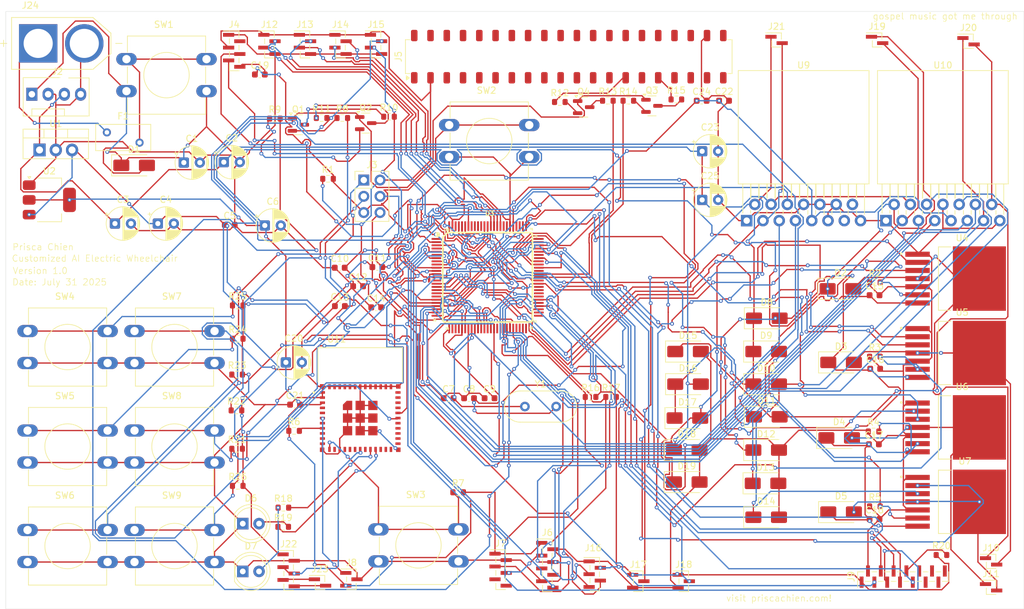
<source format=kicad_pcb>
(kicad_pcb (version 20241229) (generator "pcbnew") (generator_version "9.0")
  (layers (0 "F.Cu" signal) (2 "B.Cu" signal) (13 "F.Paste" user) (15 "B.Paste" user) (5 "F.SilkS" user "F.Silkscreen") (7 "B.SilkS" user "B.Silkscreen") (1 "F.Mask" user) (3 "B.Mask" user) (25 "Edge.Cuts" user))
  (net 0 "")
  (net 1 "GND")
  (net 2 "+24V")
  (net 3 "+12V")
  (net 4 "+5V")
  (net 5 "+3V3")
  (net 6 "Net-(U3-XTAL2)")
  (net 7 "Net-(U3-XTAL1)")
  (net 8 "Net-(J3-Pin_5)")
  (net 9 "Net-(J4-Pin_6)")
  (net 10 "Net-(D2-A)")
  (net 11 "Net-(D3-A)")
  (net 12 "Net-(D4-A)")
  (net 13 "Net-(D5-A)")
  (net 14 "Net-(D6-A)")
  (net 15 "Net-(D7-A)")
  (net 16 "Net-(D12-K)")
  (net 17 "Net-(D13-K)")
  (net 18 "Net-(D10-A)")
  (net 19 "Net-(D11-A)")
  (net 20 "Net-(D16-A)")
  (net 21 "Net-(D17-A)")
  (net 22 "Net-(SW1-A)")
  (net 23 "Net-(J24-POS)")
  (net 24 "Net-(J3-Pin_4)")
  (net 25 "Net-(J3-Pin_1)")
  (net 26 "Net-(J3-Pin_3)")
  (net 28 "Net-(J4-Pin_5)")
  (net 29 "Net-(J4-Pin_4)")
  (net 33 "Net-(J5-Pin_16)")
  (net 60 "Net-(J5-Pin_14)")
  (net 69 "Net-(J6-Pin_4)")
  (net 71 "Net-(J6-Pin_8)")
  (net 72 "Net-(J6-Pin_3)")
  (net 75 "Net-(J8-Pin_1)")
  (net 78 "Net-(J9-Pin_6)")
  (net 79 "Net-(J9-Pin_8)")
  (net 81 "Net-(J9-Pin_4)")
  (net 83 "Net-(J9-Pin_9)")
  (net 84 "Net-(J9-Pin_5)")
  (net 85 "Net-(J9-Pin_3)")
  (net 86 "Net-(J9-Pin_7)")
  (net 88 "Net-(J12-Pin_3)")
  (net 89 "Net-(J12-Pin_2)")
  (net 90 "Net-(J13-Pin_3)")
  (net 91 "Net-(J13-Pin_2)")
  (net 92 "Net-(J14-Pin_2)")
  (net 93 "Net-(J14-Pin_3)")
  (net 94 "Net-(J15-Pin_2)")
  (net 95 "Net-(J15-Pin_3)")
  (net 96 "Net-(J16-Pin_3)")
  (net 97 "Net-(J16-Pin_5)")
  (net 98 "Net-(J16-Pin_4)")
  (net 99 "Net-(J17-Pin_2)")
  (net 100 "Net-(J18-Pin_2)")
  (net 101 "Net-(J22-Pin_3)")
  (net 102 "Net-(J22-Pin_5)")
  (net 103 "Net-(J22-Pin_6)")
  (net 104 "Net-(Q1-S)")
  (net 105 "Net-(Q1-D)")
  (net 106 "Net-(Q2-D)")
  (net 107 "Net-(Q2-S)")
  (net 108 "Net-(Q3-S)")
  (net 109 "Net-(Q3-D)")
  (net 110 "Net-(Q4-D)")
  (net 111 "Net-(Q4-S)")
  (net 112 "Net-(U3-(ADC0)PF0)")
  (net 113 "Net-(U3-(ADC1)PF1)")
  (net 114 "Net-(U3-(ADC2)PF2)")
  (net 115 "Net-(U3-(ADC3)PF3)")
  (net 116 "Net-(U11-EN)")
  (net 117 "Net-(U11-IO0)")
  (net 118 "Net-(U11-TXD0)")
  (net 119 "Net-(U11-RXD0)")
  (net 120 "Net-(U3-PJ1(TXD3{slash}PCINT10))")
  (net 121 "Net-(U3-PJ0(RXD3{slash}PCINT9))")
  (net 122 "Net-(U11-IO6)")
  (net 123 "Net-(U11-IO7)")
  (net 124 "Net-(U3-(AD3)PA3)")
  (net 125 "Net-(U3-(AD4)PA4)")
  (net 126 "Net-(U3-(AD5)PA5)")
  (net 127 "Net-(U3-(AD6)PA6)")
  (net 128 "Net-(U3-(AD7)PA7)")
  (net 129 "Net-(U3-(AD2)PA2)")
  (net 131 "Net-(U3-(RXD0{slash}PCIN8)PE0)")
  (net 132 "Net-(U3-(OC1A{slash}PCINT5)PB5)")
  (net 136 "Net-(U10-IN3)")
  (net 140 "Net-(U10-IN4)")
  (net 144 "Net-(U3-PH4(OC4B))")
  (net 149 "Net-(U3-(OC0A{slash}OC1C{slash}PCINT7)PB7)")
  (net 156 "Net-(U3-(XCK0{slash}AIN0)PE2)")
  (net 162 "Net-(U3-PH5(OC4C))")
  (net 163 "Net-(U3-PH3(OC4A))")
  (net 165 "Net-(U3-(OC1B{slash}PCINT6)PB6)")
  (net 167 "Net-(U10-IN1)")
  (net 168 "Net-(U3-(OC3A{slash}AIN1)PE3)")
  (net 169 "Net-(U10-IN2)")
  (net 171 "Net-(U3-(TXD0)PE1)")
  (net 172 "Net-(U10-EnA)")
  (net 173 "Net-(U3-PH6(OC2B))")
  (net 175 "Net-(U10-EnB)")
  (footprint "Connector_PinHeader_1.00mm:PinHeader_1x04_P1.00mm_Vertical_SMD_Pin1Left" (layer "F.Cu") (at 126.025 46.9)
    (property "Reference" "J12")
    (property "Value" "Conn_01x04")
  )
  (footprint "BTS7960B:DPAK127P1490X440-8N" (layer "F.Cu") (at 233.19 95.13)
    (property "Reference" "U5")
    (property "Value" "BTS7960B")
  )
  (footprint "Connector_PinHeader_1.00mm:PinHeader_1x03_P1.00mm_Vertical_SMD_Pin1Left" (layer "F.Cu") (at 190.725 130.8)
    (property "Reference" "J18")
    (property "Value" "Conn_01x03")
  )
  (footprint "Capacitor_SMD:C_0603_1608Metric" (layer "F.Cu") (at 160.4 102.2)
    (property "Reference" "C9")
    (property "Value" "C")
  )
  (footprint "Connector_PinHeader_1.00mm:PinHeader_1x06_P1.00mm_Vertical_SMD_Pin1Left" (layer "F.Cu") (at 120.525 47.9)
    (property "Reference" "J4")
    (property "Value" "Conn_01x06")
  )
  (footprint "Diode_SMD:D_SMA" (layer "F.Cu") (at 191.2 110.3)
    (property "Reference" "D18")
    (property "Value" "D_Schottky")
  )
  (footprint "Resistor_SMD:R_0603_1608Metric" (layer "F.Cu") (at 121.075 115.9)
    (property "Reference" "R26")
    (property "Value" "R")
  )
  (footprint "Capacitor_THT:CP_Radial_D5.0mm_P2.50mm" (layer "F.Cu") (at 108.6 74.9)
    (property "Reference" "C4")
    (property "Value" "C_Polarized")
  )
  (footprint "Capacitor_SMD:C_0603_1608Metric" (layer "F.Cu") (at 130.025 103.2)
    (property "Reference" "C21")
    (property "Value" "C_45deg")
  )
  (footprint "Package_TO_SOT_THT:TO-220-15_P2.54x2.54mm_StaggerOdd_Lead5.84mm_TabDown" (layer "F.Cu") (at 200.56 74.44)
    (property "Reference" "U9")
    (property "Value" "L298N")
  )
  (footprint "Package_TO_SOT_THT:TO-220-3_Vertical" (layer "F.Cu") (at 90.12 63.4)
    (property "Reference" "U1")
    (property "Value" "LM7805_TO220")
  )
  (footprint "BTS7960B:DPAK127P1490X440-8N" (layer "F.Cu") (at 233.19 106.76)
    (property "Reference" "U6")
    (property "Value" "BTS7960B")
  )
  (footprint "Resistor_SMD:R_0603_1608Metric" (layer "F.Cu") (at 121.075 92.9)
    (property "Reference" "R24")
    (property "Value" "R")
  )
  (footprint "Resistor_SMD:R_0603_1608Metric" (layer "F.Cu") (at 220.375 107.4)
    (property "Reference" "R4")
    (property "Value" "R")
  )
  (footprint "Package_TO_SOT_SMD:SOT-23" (layer "F.Cu") (at 175.1 56.7)
    (property "Reference" "Q4")
    (property "Value" "BSS138")
  )
  (footprint "LED_THT:LED_D5.0mm" (layer "F.Cu") (at 121.86 129.27)
    (property "Reference" "D7")
    (property "Value" "LED")
  )
  (footprint "Diode_SMD:D_SMA" (layer "F.Cu") (at 191.2 115.3)
    (property "Reference" "D19")
    (property "Value" "D_Schottky")
  )
  (footprint "Button_Switch_THT:SW_PUSH-12mm" (layer "F.Cu") (at 104.95 122.8)
    (property "Reference" "SW9")
    (property "Value" "SW_Push")
  )
  (footprint "Capacitor_THT:CP_Radial_D5.0mm_P2.50mm" (layer "F.Cu") (at 112.654663 65.37)
    (property "Reference" "C1")
    (property "Value" "C_Polarized")
  )
  (footprint "Capacitor_SMD:C_0603_1608Metric" (layer "F.Cu") (at 220.425 109.4)
    (property "Reference" "C17")
    (property "Value" "C")
  )
  (footprint "Diode_SMD:D_SMA" (layer "F.Cu") (at 215 108.4)
    (property "Reference" "D4")
    (property "Value" "D_Schottky")
  )
  (footprint "Resistor_SMD:R_0603_1608Metric" (layer "F.Cu") (at 155.5 116.9)
    (property "Reference" "R7")
    (property "Value" "R")
  )
  (footprint "Connector_PinHeader_1.00mm:PinHeader_1x04_P1.00mm_Vertical_SMD_Pin1Left" (layer "F.Cu") (at 137.125 46.9)
    (property "Reference" "J14")
    (property "Value" "Conn_01x04")
  )
  (footprint "Button_Switch_THT:SW_PUSH-12mm" (layer "F.Cu") (at 88.25 91.7)
    (property "Reference" "SW4")
    (property "Value" "SW_Push")
  )
  (footprint "Connector_Harwin:Harwin_M20-7812045_2x20_P2.54mm_Vertical" (layer "F.Cu") (at 172.77 48.81 90)
    (property "Reference" "J5")
    (property "Value" "Conn_02x20_Odd_Even")
  )
  (footprint "Capacitor_SMD:C_0603_1608Metric" (layer "F.Cu") (at 193.525 55.7)
    (property "Reference" "C24")
    (property "Value" "C")
  )
  (footprint "Resistor_SMD:R_0603_1608Metric" (layer "F.Cu") (at 178.875 55.7)
    (property "Reference" "R13")
    (property "Value" "R")
  )
  (footprint "Resistor_SMD:R_0603_1608Metric" (layer "F.Cu") (at 220.575 95.7)
    (property "Reference" "R3")
    (property "Value" "R")
  )
  (footprint "XT60-M:AMASS_XT60-M" (layer "F.Cu") (at 93.51 46.74)
    (property "Reference" "J24")
    (property "Value" "XT60-M")
  )
  (footprint "Capacitor_SMD:C_0603_1608Metric" (layer "F.Cu") (at 197.025 55.7)
    (property "Reference" "C22")
    (property "Value" "C")
  )
  (footprint "Capacitor_THT:CP_Radial_D5.0mm_P2.50mm" (layer "F.Cu") (at 118.9 65.3)
    (property "Reference" "C2")
    (property "Value" "C_Polarized")
  )
  (footprint "Resistor_SMD:R_0603_1608Metric" (layer "F.Cu") (at 120.875 104.1)
    (property "Reference" "R22")
    (property "Value" "R")
  )
  (footprint "Button_Switch_THT:SW_PUSH-12mm" (layer "F.Cu") (at 88.25 107.25)
    (property "Reference" "SW5")
    (property "Value" "SW_Push")
  )
  (footprint "Button_Switch_THT:SW_PUSH-12mm" (layer "F.Cu") (at 143.05 122.7)
    (property "Reference" "SW3")
    (property "Value" "SW_Push")
  )
  (footprint "Resistor_SMD:R_0603_1608Metric" (layer "F.Cu") (at 179.375 102)
    (property "Reference" "R17")
    (property "Value" "R")
  )
  (footprint "Resistor_SMD:R_0603_1608Metric" (layer "F.Cu") (at 129.875 107.3)
    (property "Reference" "R6")
    (property "Value" "R")
  )
  (footprint "Package_TO_SOT_THT:TO-220-15_P2.54x2.54mm_StaggerOdd_Lead5.84mm_TabDown" (layer "F.Cu") (at 222.31 74.44)
    (property "Reference" "U10")
    (property "Value" "L298N")
  )
  (footprint "Resistor_SMD:R_0603_1608Metric" (layer "F.Cu") (at 128.175 122.3)
    (property "Reference" "R19")
    (property "Value" "R")
  )
  (footprint "Button_Switch_THT:SW_PUSH-12mm" (layer "F.Cu") (at 104.95 107.25)
    (property "Reference" "SW8")
    (property "Value" "SW_Push")
  )
  (footprint "Package_TO_SOT_SMD:SOT-23" (layer "F.Cu") (at 185.7625 56.5)
    (property "Reference" "Q3")
    (property "Value" "BSS138")
  )
  (footprint "Capacitor_SMD:C_0603_1608Metric" (layer "F.Cu") (at 142.875 81.7)
    (property "Reference" "C11")
    (property "Value" "C")
  )
  (footprint "Resistor_SMD:R_0603_1608Metric" (layer "F.Cu") (at 220.575 119.1)
    (property "Reference" "R5")
    (property "Value" "R")
  )
  (footprint "Button_Switch_THT:SW_PUSH-12mm" (layer "F.Cu") (at 88.25 122.8)
    (property "Reference" "SW6")
    (property "Value" "SW_Push")
  )
  (footprint "Capacitor_SMD:C_0603_1608Metric" (layer "F.Cu") (at 220.525 86.1)
    (property "Reference" "C15")
    (property "Value" "C")
  )
  (footprint "Resistor_SMD:R_0603_1608Metric" (layer "F.Cu") (at 189.575 55.5)
    (property "Reference" "R15")
    (property "Value" "R")
  )
  (footprint "Resistor_SMD:R_0603_1608Metric" (layer "F.Cu") (at 144.7 58.2)
    (property "Reference" "R10")
    (property "Value" "R")
  )
  (footprint "Capacitor_SMD:C_0603_1608Metric" (layer "F.Cu") (at 119.825 75.1)
    (property "Reference" "C5")
    (property "Value" "C")
  )
  (footprint "Capacitor_SMD:C_0603_1608Metric" (layer "F.Cu") (at 137 81.8)
    (property "Reference" "C10")
    (property "Value" "C")
  )
  (footprint "Diode_SMD:D_SMA" (layer "F.Cu") (at 203.6 110.3)
    (property "Reference" "D12")
    (property "Value" "D_Schottky")
  )
  (footprint "Resistor_SMD:R_0603_1608Metric" (layer "F.Cu") (at 128.2 119.3)
    (property "Reference" "R18")
    (property "Value" "R")
  )
  (footprint "Diode_SMD:D_SMA" (layer "F.Cu") (at 191.4 100)
    (property "Reference" "D16")
    (property "Value" "D_Schottky")
  )
  (footprint "Capacitor_SMD:C_0603_1608Metric" (layer "F.Cu") (at 139.875 84.7)
    (property "Reference" "C12")
    (property "Value" "C")
  )
  (footprint "Resistor_SMD:R_0603_1608Metric" (layer "F.Cu") (at 120.975 110.1)
    (property "Reference" "R21")
    (property "Value" "R")
  )
  (footprint "Capacitor_SMD:C_0603_1608Metric" (layer "F.Cu") (at 142.7 88)
    (property "Reference" "C14")
    (property "Value" "C")
  )
  (footprint "Connector_PinHeader_1.00mm:PinHeader_1x03_P1.00mm_Vertical_SMD_Pin1Left" (layer "F.Cu") (at 138.825 130.5)
    (property "Reference" "J8")
    (property "Value" "Conn_01x03")
  )
  (footprint "Resistor_SMD:R_0603_1608Metric" (layer "F.Cu") (at 121.075 87.7)
    (property "Reference" "R25")
    (property "Value" "R")
  )
  (footprint "Capacitor_SMD:C_0603_1608Metric" (layer "F.Cu") (at 220.525 121.1)
    (property "Reference" "C18")
    (property "Value" "C")
  )
  (footprint "Capacitor_THT:CP_Radial_D5.0mm_P2.50mm" (layer "F.Cu") (at 193.6 71.2)
    (property "Reference" "C25")
    (property "Value" "C_Polarized")
  )
  (footprint "Package_TO_SOT_SMD:SOT-23" (layer "F.Cu") (at 141.0625 59.2)
    (property "Reference" "Q2")
    (property "Value" "BSS138")
  )
  (footprint "Capacitor_SMD:C_0603_1608Metric" (layer "F.Cu") (at 220.625 97.6)
    (property "Reference" "C16")
    (property "Value" "C")
  )
  (footprint "Diode_SMD:D_SMA" (layer "F.Cu") (at 191.4 94.9)
    (property "Reference" "D15")
    (property "Value" "D_Schottky")
  )
  (footprint "Capacitor_THT:CP_Radial_D5.0mm_P2.50mm" (layer "F.Cu") (at 193.6 63.6)
    (property "Reference" "C23")
    (property "Value" "C_Polarized")
  )
  (footprint "LED_THT:LED_D5.0mm" (layer "F.Cu") (at 121.86 121.8)
    (property "Reference" "D6")
    (property "Value" "LED")
  )
  (footprint "Resistor_SMD:R_0603_1608Metric" (layer "F.Cu") (at 230.975 126.7)
    (property "Reference" "R20")
    (property "Value" "R")
  )
  (footprint "Button_Switch_THT:SW_PUSH-12mm" (layer "F.Cu") (at 154.1 59.5)
    (property "Reference" "SW2")
    (property "Value" "SW_Push")
  )
  (footprint "Capacitor_THT:CP_Radial_D5.0mm_P2.50mm" (layer "F.Cu") (at 128.594888 96.6)
    (property "Reference" "C20")
    (property "Value" "C_Polarized")
  )
  (footprint "Connector_PinHeader_2.54mm:PinHeader_2x03_P2.54mm_Vertical" (layer "F.Cu") (at 140.76 68.1)
    (property "Reference" "J3")
    (property "Value" "Conn_02x03_Odd_Even")
  )
  (footprint "Connector_PinHeader_1.00mm:PinHeader_1x06_P1.00mm_Vertical_SMD_Pin1Left" (layer "F.Cu") (at 129.025 129.1)
    (property "Reference" "J22")
    (property "Value" "Conn_01x06")
  )
  (footprint "Resistor_SMD:R_0603_1608Metric" (layer "F.Cu") (at 220.575 84.1)
    (property "Reference" "R2")
    (property "Value" "R")
  )
  (footprint "Diode_SMD:D_SMA" (layer "F.Cu") (at 215.3 120)
    (property "Reference" "D5")
    (property "Value" "D_Schottky")
  )
  (footprint "ESP32-C3-MINI-1-N4:XCVR_ESP32-C3-MINI-1-N4" (layer "F.Cu") (at 140.2 102.6)
    (property "Reference" "U11")
    (property "Value" "ESP32-C3-MINI-1-N4:E")
  )
  (footprint "Connector_PinHeader_1.00mm:PinHeader_1x06_P1.00mm_Vertical_SMD_Pin1Left" (layer "F.Cu") (at 162.125 129)
    (property "Reference" "J7")
    (property "Value" "Conn_01x06")
  )
  (footprint "Connector_PinHeader_1.00mm:PinHeader_1x04_P1.00mm_Vertical_SMD_Pin1Left" (layer "F.Cu") (at 131.575 46.9)
    (property "Reference" "J13")
    (property "Value" "Conn_01x04")
  )
  (footprint "Package_TO_SOT_SMD:SOT-23" (layer "F.Cu") (at 130.5375 59.45)
    (property "Reference" "Q1")
    (property "Value" "BSS138")
  )
  (footprint "Connector_PinHeader_1.00mm:PinHeader_1x14_P1.00mm_Vertical_SMD_Pin1Left" (layer "F.Cu") (at 225 130.075 90)
    (property "Reference" "J9")
    (property "Value" "Conn_01x14")
  )
  (footprint "MCU-ATMEGA2560-16AU_TQFP100_:TQFP100-0.5-14X14MM" (layer "F.Cu") (at 160.1 83.3)
    (property "Reference" "U3")
    (property "Value" "MCU-ATMEGA2560-16AU_TQFP100_")
  )
  (footprint "Connector_PinHeader_1.00mm:PinHeader_1x02_P1.00mm_Vertical_SMD_Pin1Left" (layer "F.Cu") (at 133.925 131)
    (property "Reference" "J23")
    (property "Value" "Conn_01x02")
  )
  (footprint "Diode_SMD:D_SMA" (layer "F.Cu") (at 203.6 94.9)
    (property "Reference" "D9")
    (property "Value" "D_Schottky")
  )
  (footprint "Connector_PinHeader_1.00mm:PinHeader_1x05_P1.00mm_Vertical_SMD_Pin1Left" (layer "F.Cu") (at 176.825 129.7)
    (property "Reference" "J16")
    (property "Value" "Conn_01x05")
  )
  (footprint "Capacitor_SMD:C_0603_1608Metric" (layer "F.Cu") (at 154 102.2)
    (property "Reference" "C7")
    (property "Value" "C")
  )
  (footprint "BTS7960B:DPAK127P1490X440-8N" (layer "F.Cu") (at 233.19 83.5)
    (property "Reference" "U4")
    (property "Value" "BTS7960B")
  )
  (footprint "BTS7960B:DPAK127P1490X440-8N" (layer "F.Cu") (at 233.19 118.39)
    (property "Reference" "U7")
    (property "Value" "BTS7960B")
  )
  (footprint "Connector_PinHeader_1.00mm:PinHeader_1x02_P1.00mm_Vertical_SMD_Pin1Left" (layer "F.Cu") (at 238.725 131.75)
    (property "Reference" "J11")
    (property "Value" "Conn_01x02")
  )
  (footprint "Package_TO_SOT_SMD:SOT-223-3_TabPin2" (layer "F.Cu") (at 91.65 71.2)
    (property "Reference" "U2")
    (property "Value" "AMS1117-3.3")
  )
  (footprint "Connector:FanPinHeader_1x04_P2.54mm_Vertical" (layer "F.Cu") (at 88.92 54.69)
    (property "Reference" "J2")
    (property "Value" "Conn_01x04")
  )
  (footprint "Diode_SMD:D_SMA" (layer "F.Cu") (at 215.3 96.6)
    (property "Reference" "D3")
    (property "Value" "D_Schottky")
  )
  (footprint "Button_Switch_THT:SW_PUSH-12mm" (layer "F.Cu") (at 104.95 91.7)
    (property "Reference" "SW7")
    (property "Value" "SW_Push")
  )
  (footprint "Connector_PinHeader_1.00mm:PinHeader_1x02_P1.00mm_Vertical_SMD_Pin1Left" (layer "F.Cu") (at 220.925 46.2)
    (property "Reference" "J19")
    (property "Value" "Conn_01x02_Pin")
  )
  (footprint "Diode_SMD:D_SMA" (layer "F.Cu") (at 203.5 115.5)
    (property "Reference" "D13")
    (property "Value" "D_Schottky")
  )
  (footprint "Button_Switch_THT:SW_PUSH-12mm" (layer "F.Cu") (at 103.7 49.2)
    (property "Reference" "SW1")
    (property "Value" "SW_SPST")
  )
  (footprint "Capacitor_THT:CP_Radial_D5.0mm_P2.50mm" (layer "F.Cu") (at 125.3 75.2)
    (property "Reference" "C6")
    (property "Value" "C_Polarized")
  )
  (footprint "Capacitor_SMD:C_0603_1608Metric" (layer "F.Cu") (at 157.2 102.2)
    (property "Reference" "C8")
    (property "Value" "C")
  )
  (footprint "Diode_SMD:D_SMA" (layer "F.Cu") (at 203.6 120.8)
    (property "Reference" "D14")
    (property "Value" "D_Schottky")
  )
  (footprint "Resistor_SMD:R_0603_1608Metric" (layer "F.Cu") (at 182.075 55.7)
    (property "Reference" "R14")
    (property "Value" "R")
  )
  (footprint "Diode_SMD:D_SMA" (layer "F.Cu") (at 215.2 85.1)
    (property "Reference" "D2")
    (property "Value" "D_Schottky")
  )
  (footprint "Diode_SMD:D_SMA" (layer "F.Cu") (at 104.89 65.8)
    (property "Reference" "D1")
    (property "Value" "D_TVS")
  )
  (footprint "Capacitor_SMD:C_0603_1608Metric" (layer "F.Cu") (at 124.525 51.6)
    (property "Reference" "C19")
    (property "Value" "C")
  )
  (footprint "Resistor_SMD:R_0603_1608Metric" (layer "F.Cu") (at 135.175 67.9)
    (property "Reference" "R1")
    (property "Value" "R")
  )
  (footprint "Capacitor_SMD:C_0603_1608Metric" (layer "F.Cu") (at 137.025 87.8)
    (property "Reference" "C13")
    (property "Value" "C")
  )
  (footprint "Diode_SMD:D_SMA" (layer "F.Cu") (at 203.6 100)
    (property "Reference" "D10")
    (property "Value" "D_Schottky")
  )
  (footprint "Connector_PinHeader_1.00mm:PinHeader_1x02_P1.00mm_Vertical_SMD_Pin1Left" (layer "F.Cu") (at 238.725 127.7)
    (property "Reference" "J10")
    (property "Value" "Conn_01x02")
  )
  (footprint "Connector_PinHeader_1.00mm:PinHeader_1x03_P1.00mm_Vertical_SMD_Pin1Left" (layer "F.Cu") (at 183.625 130.8)
    (property "Reference" "J17")
    (property "Value" "Conn_01x03")
  )
  (footprint "Connector_PinHeader_1.00mm:PinHeader_1x02_P1.00mm_Vertical_SMD_Pin1Left" (layer "F.Cu") (at 205.225 46.2)
    (property "Reference" "J21")
    (property "Value" "Conn_01x02_Pin")
  )
  (footprint "Resistor_SMD:R_0603_1608Metric" (layer "F.Cu") (at 120.975 98.5)
    (property "Reference" "R23")
    (property "Value" "R")
  )
  (footprint "Connector_PinHeader_1.00mm:PinHeader_1x02_P1.00mm_Vertical_SMD_Pin1Left" (layer "F.Cu") (at 235.2 46.4)
    (property "Reference" "J20")
    (property "Value" "Conn_01x02_Pin")
  )
  (footprint "Resistor_SMD:R_0603_1608Metric" (layer "F.Cu") (at 176.175 102)
    (property "Reference" "R16")
    (property "Value" "R")
  )
  (footprint "Capacitor_THT:CP_Radial_D5.0mm_P2.50mm" (layer "F.Cu") (at 101.9 74.9)
    (property "Reference" "C3")
    (property "Value" "C_Polarized")
  )
  (footprint "Diode_SMD:D_SMA" (layer "F.Cu") (at 191.3 105.3)
    (property "Reference" "D17")
    (property "Value" "D_Schottky")
  )
  (footprint "Diode_SMD:D_SMA" (layer "F.Cu") (at 203.7 89.7)
    (property "Reference" "D8")
    (property "Value" "D_Schottky")
  )
  (footprint "Diode_SMD:D_SMA" (layer "F.Cu") (at 203.7 105.1)
    (property "Reference" "D11")
    (property "Value" "D_Schottky")
  )
  (footprint "Fuse:Fuse_BelFuse_0ZRE0005FF_L8.3mm_W3.8mm" (layer "F.Cu") (at 100.64 60.65)
    (property "Reference" "F1")
    (property "Value" "Fuse")
  )
  (footprint "Crystal:Crystal_HC49-4H_Vertical" (layer "F.Cu") (at 165.92 103.5)
    (property "Reference" "Y1")
    (property "Value" "Crystal")
  )
  (footprint "Connector_PinHeader_1.00mm:PinHeader_1x08_P1.00mm_Vertical_SMD_Pin1Left" (layer "F.Cu") (at 169.425 128.3)
    (property "Reference" "J6")
    (property "Value" "Conn_01x08")
  )
  (footprint "Resistor_SMD:R_0603_1608Metric" (layer "F.Cu") (at 137.4 58.4)
    (property "Reference" "R8")
    (property "Value" "R")
  )
  (footprint "Connector_PinHeader_1.00mm:PinHeader_1x04_P1.00mm_Vertical_SMD_Pin1Left" (layer "F.Cu") (at 142.675 46.9)
    (property "Reference" "J15")
    (property "Value" "Conn_01x04")
  )
  (footprint "Resistor_SMD:R_0603_1608Metric" (layer "F.Cu") (at 126.875 58.5)
    (property "Reference" "R9")
    (property "Value" "R")
  )
  (footprint "Resistor_SMD:R_0603_1608Metric" (layer "F.Cu") (at 171.375 55.9)
    (property "Reference" "R12")
    (property "Value" "R")
  )
  (footprint "Resistor_SMD:R_0603_1608Metric" (layer "F.Cu") (at 134.175 58.4)
    (property "Reference" "R11")
    (property "Value" "R")
  )
  (gr_rect (start 84.86 41.75) (end 243.86 135.13) (stroke (width 0.05)) (fill no) (layer "Edge.Cuts"))
  (gr_text "Date: July 31 2025" (at 85.8 84.64 0) (layer "F.SilkS") (effects (font (size 1 1) (thickness 0.1)) (justify left bottom)))
  (gr_text "Customized AI Electric Wheelchair" (at 85.73 80.93 0) (layer "F.SilkS") (effects (font (size 1 1) (thickness 0.1)) (justify left bottom)))
  (gr_text "Prisca Chien" (at 85.83 79.15 0) (layer "F.SilkS") (effects (font (size 1 1) (thickness 0.1)) (justify left bottom)))
  (gr_text "Version 1.0" (at 85.87 82.86 0) (layer "F.SilkS") (effects (font (size 1 1) (thickness 0.1)) (justify left bottom)))
  (gr_text "visit priscachien.com!" (at 197.3 134.05 0) (layer "F.SilkS") (effects (font (size 1 1) (thickness 0.1)) (justify left bottom)))
  (gr_text "gospel music got me through" (at 220.18 43.08 0) (layer "F.SilkS") (effects (font (size 1 1) (thickness 0.1)) (justify left bottom)))
  (segment (start 225.034 97.097) (end 225.731 96.4) (width 0.2) (layer "F.Cu") (net 1))
  (segment (start 146.15 110.25) (end 145.95 110.25) (width 0.2) (layer "F.Cu") (net 1))
  (segment (start 144.433637 83.324943) (end 144.433637 82.827057) (width 0.2) (layer "F.Cu") (net 1))
  (segment (start 92.66 64.74) (end 88.5 68.9) (width 0.2) (layer "F.Cu") (net 1))
  (segment (start 144.08158 82.475) (end 143.583694 82.475) (width 0.2) (layer "F.Cu") (net 1))
  (segment (start 140.2 103.325) (end 142.175 103.325) (width 0.2) (layer "F.Cu") (net 1))
  (segment (start 227.24 102.95) (end 225.603 102.95) (width 0.2) (layer "F.Cu") (net 1))
  (segment (start 146.699 99.801) (end 146.841836 99.801) (width 0.2) (layer "F.Cu") (net 1))
  (segment (start 146.901 99.741836) (end 146.901 94.258164) (width 0.2) (layer "F.Cu") (net 1))
  (segment (start 92.53 54.69) (end 92.661 54.821) (width 0.2) (layer "F.Cu") (net 1))
  (segment (start 117.45 96.7) (end 104.95 96.7) (width 0.2) (layer "F.Cu") (net 1))
  (segment (start 219.55 107.4) (end 219.55 107.75) (width 0.2) (layer "F.Cu") (net 1))
  (segment (start 143.24 107.35) (end 142.25 107.35) (width 0.2) (layer "F.Cu") (net 1))
  (segment (start 136.701 110.901) (end 134.901 110.901) (width 0.2) (layer "F.Cu") (net 1))
  (segment (start 143.05 127.7) (end 155.55 127.7) (width 0.2) (layer "F.Cu") (net 1))
  (segment (start 134.25 100.35) (end 133.7 100.35) (width 0.2) (layer "F.Cu") (net 1))
  (segment (start 120.39 127.8) (end 121.86 129.27) (width 0.2) (layer "F.Cu") (net 1))
  (segment (start 147.778943 77.829) (end 148.131 78.181057) (width 0.2) (layer "F.Cu") (net 1))
  (segment (start 137 110.602) (end 136.701 110.901) (width 0.2) (layer "F.Cu") (net 1))
  (segment (start 193.499 54.899) (end 193.499 46.371) (width 0.2) (layer "F.Cu") (net 1))
  (segment (start 189.85 131.8) (end 188.674 130.624) (width 0.2) (layer "F.Cu") (net 1))
  (segment (start 217.001 73.101) (end 215.731 73.101) (width 0.2) (layer "F.Cu") (net 1))
  (segment (start 105.501 76.001) (end 104.4 74.9) (width 0.2) (layer "F.Cu") (net 1))
  (segment (start 199.34 74.44) (end 196.1 71.2) (width 0.2) (layer "F.Cu") (net 1))
  (segment (start 160.321626 80.633683) (end 160.673683 80.281626) (width 0.2) (layer "F.Cu") (net 1))
  (segment (start 96.54 54.69) (end 94.87 56.36) (width 0.2) (layer "F.Cu") (net 1))
  (segment (start 158.66355 79.22355) (end 158.66355 79.54645) (width 0.2) (layer "F.Cu") (net 1))
  (segment (start 193.2 110.3) (end 194.951 108.549) (width 0.2) (layer "F.Cu") (net 1))
  (segment (start 148.061 77.150943) (end 147.708943 77.503) (width 0.2) (layer "F.Cu") (net 1))
  (segment (start 163.6 67.1) (end 163.6 75.3) (width 0.2) (layer "F.Cu") (net 1))
  (segment (start 136.25 87.8) (end 136.25 87.55) (width 0.2) (layer "F.Cu") (net 1))
  (segment (start 126.9 48.4) (end 124.1 48.4) (width 0.2) (layer "F.Cu") (net 1))
  (segment (start 156.44 67.75) (end 156.44 71.097) (width 0.2) (layer "F.Cu") (net 1))
  (segment (start 124.1 48.4) (end 122.576 46.876) (width 0.2) (layer "F.Cu") (net 1))
  (segment (start 134.901 110.901) (end 134.25 110.25) (width 0.2) (layer "F.Cu") (net 1))
  (segment (start 225.034 96.969) (end 226.671 96.969) (width 0.2) (layer "F.Cu") (net 1))
  (segment (start 175.95 127.7) (end 178.873 127.7) (width 0.2) (layer "F.Cu") (net 1))
  (segment (start 104.7 63.7) (end 103.099 62.099) (width 0.2) (layer "F.Cu") (net 1))
  (segment (start 150.987708 100.152237) (end 151.082473 100.057473) (width 0.2) (layer "F.Cu") (net 1))
  (segment (start 146.819069 83.749293) (end 146.819069 83.750707) (width 0.2) (layer "F.Cu") (net 1))
  (segment (start 143.231637 83.324943) (end 143.431637 83.524943) (width 0.2) (layer "F.Cu") (net 1))
  (segment (start 137.827 127.6) (end 139.7 129.473) (width 0.2) (layer "F.Cu") (net 1))
  (segment (start 136.25 87.55) (end 139.1 84.7) (width 0.2) (layer "F.Cu") (net 1))
  (segment (start 150.724472 82.3) (end 150.624473 82.399999) (width 0.2) (layer "F.Cu") (net 1))
  (segment (start 162.939 74.249) (end 162.501 73.811) (width 0.2) (layer "F.Cu") (net 1))
  (segment (start 154.1 64.5) (end 161 64.5) (width 0.2) (layer "F.Cu") (net 1))
  (segment (start 231.241 75.641) (end 238.889 75.641) (width 0.2) (layer "F.Cu") (net 1))
  (segment (start 194.951 108.549) (end 203.849 108.549) (width 0.2) (layer "F.Cu") (net 1))
  (segment (start 131.094888 92.955112) (end 136.25 87.8) (width 0.2) (layer "F.Cu") (net 1))
  (segment (start 147.813848 76.405906) (end 148.061 76.653057) (width 0.2) (layer "F.Cu") (net 1))
  (segment (start 145.755778 88.751408) (end 145.755778 89.034251) (width 0.2) (layer "F.Cu") (net 1))
  (segment (start 149.539 99.191057) (end 149.339 99.391057) (width 0.2) (layer "F.Cu") (net 1))
  (segment (start 225.034 107.461) (end 225.034 97.097) (width 0.2) (layer "F.Cu") (net 1))
  (segment (start 157.19 100.8) (end 157.201 100.811) (width 0.2) (layer "F.Cu") (net 1))
  (segment (start 222.63 84.77) (end 227.24 84.77) (width 0.2) (layer "F.Cu") (net 1))
  (segment (start 126.9 59.54) (end 126.9 48.4) (width 0.2) (layer "F.Cu") (net 1))
  (segment (start 225.604 108.03) (end 227.24 108.03) (width 0.2) (layer "F.Cu") (net 1))
  (segment (start 221.3 86.1) (end 222.63 84.77) (width 0.2) (layer "F.Cu") (net 1))
  (segment (start 100.099 63.451057) (end 100.451057 63.099) (width 0.2) (layer "F.Cu") (net 1))
  (segment (start 154.6 74.273) (end 152.247 71.92) (width 0.2) (layer "F.Cu") (net 1))
  (segment (start 120.6 75.1) (end 120.6 66.1) (width 0.2) (layer "F.Cu") (net 1))
  (segment (start 149.539 93.261057) (end 149.449 93.351057) (width 0.2) (layer "F.Cu") (net 1))
  (segment (start 163.8 67.3) (end 163.6 67.5) (width 0.2) (layer "F.Cu") (net 1))
  (segment (start 195.076 54.924) (end 194.3 55.7) (width 0.2) (layer "F.Cu") (net 1))
  (segment (start 143.431637 83.79) (end 143.131306 83.79) (width 0.2) (layer "F.Cu") (net 1))
  (segment (start 156.44 73.46) (end 155.651 74.249) (width 0.2) (layer "F.Cu") (net 1))
  (segment (start 149.449 93.848943) (end 149.539 93.938943) (width 0.2) (layer "F.Cu") (net 1))
  (segment (start 155.868469 72.099) (end 156.068469 71.899) (width 0.2) (layer "F.Cu") (net 1))
  (segment (start 113.484663 63.7) (end 104.7 63.7) (width 0.2) (layer "F.Cu") (net 1))
  (segment (start 229.446 85.339) (end 228.877 84.77) (width 0.2) (layer "F.Cu") (net 1))
  (segment (start 150.383764 100.046179) (end 150.489822 100.152237) (width 0.2) (layer "F.Cu") (net 1))
  (segment (start 138.225 103.325) (end 138.225 107.275) (width 0.2) (layer "F.Cu") (net 1))
  (segment (start 163.6 75.3) (end 163.576 75.324) (width 0.2) (layer "F.Cu") (net 1))
  (segment (start 147.122147 83.446215) (end 146.819069 83.749293) (width 0.2) (layer "F.Cu") (net 1))
  (segment (start 229.446 80.259) (end 228.877 79.69) (width 0.2) (layer "F.Cu") (net 1))
  (segment (start 117.45 111.1) (end 125.35 103.2) (width 0.2) (layer "F.Cu") (net 1))
  (segment (start 221.4 97.6) (end 221.77 97.97) (width 0.2) (layer "F.Cu") (net 1))
  (segment (start 96.54 54.69) (end 96.54 47.31) (width 0.2) (layer "F.Cu") (net 1))
  (segment (start 139.7 130.5) (end 140.25 130.5) (width 0.2) (layer "F.Cu") (net 1))
  (segment (start 225.034 103.519) (end 225.034 107.461) (width 0.2) (layer "F.Cu") (net 1))
  (segment (start 141.321073 80.921073) (end 142.1 81.7) (width 0.2) (layer "F.Cu") (net 1))
  (segment (start 221.3 120.65) (end 219.75 119.1) (width 0.2) (layer "F.Cu") (net 1))
  (segment (start 100.75 127.8) (end 104.95 127.8) (width 0.2) (layer "F.Cu") (net 1))
  (segment (start 165.25 127.5) (end 168.55 130.8) (width 0.2) (layer "F.Cu") (net 1))
  (segment (start 157.1 92.327) (end 157.059 92.368) (width 0.2) (layer "F.Cu") (net 1))
  (segment (start 140.2 107.275) (end 142.175 107.275) (width 0.2) (layer "F.Cu") (net 1))
  (segment (start 100.75 96.7) (end 88.25 96.7) (width 0.2) (layer "F.Cu") (net 1))
  (segment (start 147.778943 79.031) (end 147.281057 79.031) (width 0.2) (layer "F.Cu") (net 1))
  (segment (start 104.099 63.099) (end 104.7 63.7) (width 0.2) (layer "F.Cu") (net 1))
  (segment (start 120.6 66.1) (end 121.4 65.3) (width 0.2) (layer "F.Cu") (net 1))
  (segment (start 155.018526 71.249057) (end 155.018526 71.746943) (width 0.2) (layer "F.Cu") (net 1))
  (segment (start 222.74 119.66) (end 227.24 119.66) (width 0.2) (layer "F.Cu") (net 1))
  (segment (start 211.99 71.9) (end 209.45 71.9) (width 0.2) (layer "F.Cu") (net 1))
  (segment (start 171.476 126.976) (end 170.3 125.8) (width 0.2) (layer "F.Cu") (net 1))
  (segment (start 197.024 54.924) (end 195.076 54.924) (width 0.2) (layer "F.Cu") (net 1))
  (segment (start 139.1 83.97353) (end 138.198235 83.071765) (width 0.2) (layer "F.Cu") (net 1))
  (segment (start 200.56 74.44) (end 199.34 74.44) (width 0.2) (layer "F.Cu") (net 1))
  (segment (start 197.8 55.7) (end 197.024 54.924) (width 0.2) (layer "F.Cu") (net 1))
  (segment (start 130.35 102.1) (end 134.3 102.1) (width 0.2) (layer "F.Cu") (net 1))
  (segment (start 163.576 75.324) (end 163.576 76.351) (width 0.2) (layer "F.Cu") (net 1))
  (segment (start 219.35 107.2) (end 219.55 107.4) (width 0.2) (layer "F.Cu") (net 1))
  (segment (start 136.225 81.8) (end 134.4 81.8) (width 0.2) (layer "F.Cu") (net 1))
  (segment (start 226.671 96.969) (end 227.24 96.4) (width 0.2) (layer "F.Cu") (net 1))
  (segment (start 205.5 115.5) (end 205.5 115.9) (width 0.2) (layer "F.Cu") (net 1))
  (segment (start 157.201 101.424) (end 158.849 101.424) (width 0.2) (layer "F.Cu") (net 1))
  (segment (start 228.877 84.77) (end 227.24 84.77) (width 0.2) (layer "F.Cu") (net 1))
  (segment (start 156.068469 71.097) (end 155.868469 70.897) (width 0.2) (layer "F.Cu") (net 1))
  (segment (start 120.299 64.199) (end 116.325663 64.199) (width 0.2) (layer "F.Cu") (net 1))
  (segment (start 215.731 73.101) (end 214.53 71.9) (width 0.2) (layer "F.Cu") (net 1))
  (segment (start 117.45 127.8) (end 120.39 127.8) (width 0.2) (layer "F.Cu") (net 1))
  (segment (start 148.693785 83.446215) (end 147.122147 83.446215) (width 0.2) (layer "F.Cu") (net 1))
  (segment (start 134.3 100.4) (end 134.25 100.35) (width 0.2) (layer "F.Cu") (net 1))
  (segment (start 144.233637 83.524943) (end 144.433637 83.324943) (width 0.2) (layer "F.Cu") (net 1))
  (segment (start 121.86 121.8) (end 117.45 117.39) (width 0.2) (layer "F.Cu") (net 1))
  (segment (start 142.25 107.35) (end 142.175 107.275) (width 0.2) (layer "F.Cu") (net 1))
  (segment (start 154.6 75.3) (end 154.6 74.273) (width 0.2) (layer "F.Cu") (net 1))
  (segment (start 163.8151 83.208) (end 164.285043 83.208) (width 0.2) (layer "F.Cu") (net 1))
  (segment (start 205.6 110.3) (end 208.7 107.2) (width 0.2) (layer "F.Cu") (net 1))
  (segment (start 171.476 130.401) (end 171.476 126.976) (width 0.2) (layer "F.Cu") (net 1))
  (segment (start 142.268694 83.79) (end 142.1 83.79) (width 0.2) (layer "F.Cu") (net 1))
  (segment (start 143.231637 82.827057) (end 143.231637 83.324943) (width 0.2) (layer "F.Cu") (net 1))
  (segment (start 123.53 127.6) (end 129.9 127.6) (width 0.2) (layer "F.Cu") (net 1))
  (segment (start 131.094888 96.6) (end 131.094888 92.955112) (width 0.2) (layer "F.Cu") (net 1))
  (segment (start 225.034 118.959) (end 225.034 108.6) (width 0.2) (layer "F.Cu") (net 1))
  (segment (start 193.499 46.371) (end 194.36 45.51) (width 0.2) (layer "F.Cu") (net 1))
  (segment (start 203.849 108.549) (end 205.6 110.3) (width 0.2) (layer "F.Cu") (net 1))
  (segment (start 96.54 47.31) (end 97.11 46.74) (width 0.2) (layer "F.Cu") (net 1))
  (segment (start 228.877 96.4) (end 229.446 95.831) (width 0.2) (layer "F.Cu") (net 1))
  (segment (start 122.28 64.16) (end 122.541415 64.16) (width 0.2) (layer "F.Cu") (net 1))
  (segment (start 157.059 92.368) (end 157.059 97.23547) (width 0.2) (layer "F.Cu") (net 1))
  (segment (start 196.1 63.6) (end 196.1 57.4) (width 0.2) (layer "F.Cu") (net 1))
  (segment (start 106.89 65.8) (end 105.689 67.001) (width 0.2) (layer "F.Cu") (net 1))
  (segment (start 178.873 127.7) (end 182.75 131.577) (width 0.2) (layer "F.Cu") (net 1))
  (segment (start 146.107835 89.386308) (end 146.605721 89.386308) (width 0.2) (layer "F.Cu") (net 1))
  (segment (start 122.177 45.4) (end 119.65 45.4) (width 0.2) (layer "F.Cu") (net 1))
  (segment (start 88.25 127.8) (end 100.75 127.8) (width 0.2) (layer "F.Cu") (net 1))
  (segment (start 162.064547 81.37164) (end 162.064547 81.457447) (width 0.2) (layer "F.Cu") (net 1))
  (segment (start 225.731 96.4) (end 227.24 96.4) (width 0.2) (layer "F.Cu") (net 1))
  (segment (start 219.75 84.1) (end 219.75 84.55) (width 0.2) (layer "F.Cu") (net 1))
  (segment (start 208.7 107.2) (end 219.35 107.2) (width 0.2) (layer "F.Cu") (net 1))
  (segment (start 146.901 94.258164) (end 146.841836 94.199) (width 0.2) (layer "F.Cu") (net 1))
  (segment (start 227.24 96.4) (end 228.877 96.4) (width 0.2) (layer "F.Cu") (net 1))
  (segment (start 126.9 48.4) (end 132.45 48.4) (width 0.2) (layer "F.Cu") (net 1))
  (segment (start 231.2 75.73) (end 231.2 75.6) (width 0.2) (layer "F.Cu") (net 1))
  (segment (start 148.061 76.653057) (end 148.061 77.150943) (width 0.2) (layer "F.Cu") (net 1))
  (segment (start 137 110.2) (end 137 110.602) (width 0.2) (layer "F.Cu") (net 1))
  (segment (start 166.112528 83.336001) (end 166.610414 83.336001) (width 0.2) (layer "F.Cu") (net 1))
  (segment (start 194.951 108.549) (end 194.951 96.451) (width 0.2) (layer "F.Cu") (net 1))
  (segment (start 157.059 97.23547) (end 157.270715 97.447185) (width 0.2) (layer "F.Cu") (net 1))
  (segment (start 139.1 84.675) (end 136.225 81.8) (width 0.2) (layer "F.Cu") (net 1))
  (segment (start 103.099 62.099) (end 93.961 62.099) (width 0.2) (layer "F.Cu") (net 1))
  (segment (start 155.868469 70.897) (end 155.370583 70.897) (width 0.2) (layer "F.Cu") (net 1))
  (segment (start 205.6 116) (end 205.6 120.8) (width 0.2) (layer "F.Cu") (net 1))
  (segment (start 104.95 96.7) (end 100.75 96.7) (width 0.2) (layer "F.Cu") (net 1))
  (segment (start 168.55 130.8) (end 171.077 130.8) (width 0.2) (layer "F.Cu") (net 1))
  (segment (start 138.225 107.275) (end 137 108.5) (width 0.2) (layer "F.Cu") (net 1))
  (segment (start 121.4 65.3) (end 121.4 65.04) (width 0.2) (layer "F.Cu") (net 1))
  (segment (start 205.5 115.9) (end 205.6 116) (width 0.2) (layer "F.Cu") (net 1))
  (segment (start 166.6 64.5) (end 163.8 67.3) (width 0.2) (layer "F.Cu") (net 1))
  (segment (start 116.325663 64.199) (end 115.154663 65.37) (width 0.2) (layer "F.Cu") (net 1))
  (segment (start 147.281057 79.031) (end 147.081057 78.831) (width 0.2) (layer "F.Cu") (net 1))
  (segment (start 227.24 79.69) (end 227.24 79.37) (width 0.2) (layer "F.Cu") (net 1))
  (segment (start 228.745 84.77) (end 229.446 84.069) (width 0.2) (layer "F.Cu") (net 1))
  (segment (start 117.45 112.25) (end 104.95 112.25) (width 0.2) (layer "F.Cu") (net 1))
  (segment (start 157.1 91.3) (end 157.1 92.327) (width 0.2) (layer "F.Cu") (net 1))
  (segment (start 156.425 102.2) (end 157.201 101.424) (width 0.2) (layer "F.Cu") (net 1))
  (segment (start 137 108.5) (end 137 110.2) (width 0.2) (layer "F.Cu") (net 1))
  (segment (start 227.24 79.69) (end 231.2 75.73) (width 0.2) (layer "F.Cu") (net 1))
  (segment (start 138 48.4) (end 143.55 48.4) (width 0.2) (layer "F.Cu") (net 1))
  (segment (start 231.2 75.6) (end 231.2 71.9) (width 0.2) (layer "F.Cu") (net 1))
  (segment (start 155.018526 71.746943) (end 155.370583 72.099) (width 0.2) (layer "F.Cu") (net 1))
  (segment (start 150.188943 100.241) (end 150.383764 100.046179) (width 0.2) (layer "F.Cu") (net 1))
  (segment (start 229.446 95.72) (end 229.446 85.339) (width 0.2) (layer "F.Cu") (net 1))
  (segment (start 146.465598 84.102764) (end 146.404214 84.164148) (width 0.2) (layer "F.Cu") (net 1))
  (segment (start 149.539 93.938943) (end 149.539 99.191057) (width 0.2) (layer "F.Cu") (net 1))
  (segment (start 145.071233 83.44671) (end 144.573347 83.44671) (width 0.2) (layer "F.Cu") (net 1))
  (segment (start 147.708943 77.503) (end 147.63 77.503) (width 0.2) (layer "F.Cu") (net 1))
  (segment (start 208.15 73.2) (end 201.8 73.2) (width 0.2) (layer "F.Cu") (net 1))
  (segment (start 149.339 99.391057) (end 149.339 99.888943) (width 0.2) (layer "F.Cu") (net 1))
  (segment (start 148.131 78.678943) (end 147.778943 79.031) (width 0.2) (layer "F.Cu") (net 1))
  (segment (start 100.451057 63.099) (end 104.099 63.099) (width 0.2) (layer "F.Cu") (net 1))
  (segment (start 142.451057 83.607637) (end 142.268694 83.79) (width 0.2) (layer "F.Cu") (net 1))
  (segment (start 134.25 110.25) (end 134.25 109.35) (width 0.2) (layer "F.Cu") (net 1))
  (segment (start 149.539 90.78689) (end 149.539 93.261057) (width 0.2) (layer "F.Cu") (net 1))
  (segment (start 163 127.5) (end 165.25 127.5) (width 0.2) (layer "F.Cu") (net 1))
  (segment (start 104.95 112.25) (end 100.75 112.25) (width 0.2) (layer "F.Cu") (net 1))
  (segment (start 143.431637 83.524943) (end 143.431637 83.79) (width 0.2) (layer "F.Cu") (net 1))
  (segment (start 115.154663 65.37) (end 113.484663 63.7) (width 0.2) (layer "F.Cu") (net 1))
  (segment (start 119.824 75.876) (end 112.076 75.876) (width 0.2) (layer "F.Cu") (net 1))
  (segment (start 146.841836 99.801) (end 146.901 99.741836) (width 0.2) (layer "F.Cu") (net 1))
  (segment (start 214.53 71.9) (end 211.99 71.9) (width 0.2) (layer "F.Cu") (net 1))
  (segment (start 221.2 109.4) (end 222.57 108.03) (width 0.2) (layer "F.Cu") (net 1))
  (segment (start 155.370583 72.099) (end 155.868469 72.099) (width 0.2) (layer "F.Cu") (net 1))
  (segment (start 140.2 100.4) (end 140.2 107.275) (width 0.2) (layer "F.Cu") (net 1))
  (segment (start 162.064547 81.457447) (end 163.8151 83.208) (width 0.2) (layer "F.Cu") (net 1))
  (segment (start 125.35 103.2) (end 129.25 103.2) (width 0.2) (layer "F.Cu") (net 1))
  (segment (start 93.961 62.099) (end 92.66 63.4) (width 0.2) (layer "F.Cu") (net 1))
  (segment (start 219.75 84.55) (end 221.3 86.1) (width 0.2) (layer "F.Cu") (net 1))
  (segment (start 117.45 127.8) (end 117.45 126.21) (width 0.2) (layer "F.Cu") (net 1))
  (segment (start 188.674 119.826) (end 193.2 115.3) (width 0.2) (layer "F.Cu") (net 1))
  (segment (start 139.7 129.473) (end 139.7 130.5) (width 0.2) (layer "F.Cu") (net 1))
  (segment (start 149.449 93.351057) (end 149.449 93.848943) (width 0.2) (layer "F.Cu") (net 1))
  (segment (start 123.660936 103.2) (end 117.45 96.989064) (width 0.2) (layer "F.Cu") (net 1))
  (segment (start 147.081057 78.831) (end 146.6652 78.831) (width 0.2) (layer "F.Cu") (net 1))
  (segment (start 155.651 74.249) (end 154.624 74.249) (width 0.2) (layer "F.Cu") (net 1))
  (segment (start 146.121371 84.164148) (end 145.954314 84.331204) (width 0.2) (layer "F.Cu") (net 1))
  (segment (start 142.1 83.79) (end 142.1 81.7) (width 0.2) (layer "F.Cu") (net 1))
  (segment (start 146.15 100.35) (end 146.699 99.801) (width 0.2) (layer "F.Cu") (net 1))
  (segment (start 225.034 108.6) (end 225.604 108.03) (width 0.2) (layer "F.Cu") (net 1))
  (segment (start 158.66355 79.54645) (end 160.558194 81.441094) (width 0.2) (layer "F.Cu") (net 1))
  (segment (start 219.5 122.9) (end 221.3 121.1) (width 0.2) (layer "F.Cu") (net 1))
  (segment (start 146.467012 84.102764) (end 146.465598 84.102764) (width 0.2) (layer "F.Cu") (net 1))
  (segment (start 142.948943 83.607637) (end 142.451057 83.607637) (width 0.2) (layer "F.Cu") (net 1))
  (segment (start 193.2 115.3) (end 193.2 110.3) (width 0.2) (layer "F.Cu") (net 1))
  (segment (start 196.1 57.4) (end 197.8 55.7) (width 0.2) (layer "F.Cu") (net 1))
  (segment (start 156.44 71.899) (end 156.44 73.46) (width 0.2) (layer "F.Cu") (net 1))
  (segment (start 225.603 114.58) (end 225.034 115.149) (width 0.2) (layer "F.Cu") (net 1))
  (segment (start 160.673683 80.281626) (end 161.171569 80.281626) (width 0.2) (layer "F.Cu") (net 1))
  (segment (start 121.4 65.04) (end 122.28 64.16) (width 0.2) (layer "F.Cu") (net 1))
  (segment (start 163.576 74.886) (end 163.576 74.249) (width 0.2) (layer "F.Cu") (net 1))
  (segment (start 122.893472 63.546528) (end 126.9 59.54) (width 0.2) (layer "F.Cu") (net 1))
  (segment (start 182.75 131.8) (end 189.85 131.8) (width 0.2) (layer "F.Cu") (net 1))
  (segment (start 170.3 125.8) (end 172.2 125.8) (width 0.2) (layer "F.Cu") (net 1))
  (segment (start 145.42329 83.80018) (end 145.42329 83.798767) (width 0.2) (layer "F.Cu") (net 1))
  (segment (start 145.56 94.199) (end 145.56 88.55563) (width 0.2) (layer "F.Cu") (net 1))
  (segment (start 131.094888 97.744888) (end 131.094888 96.6) (width 0.2) (layer "F.Cu") (net 1))
  (segment (start 161 64.5) (end 163.55 67.05) (width 0.2) (layer "F.Cu") (net 1))
  (segment (start 134.25 109.35) (end 134.3 109.3) (width 0.2) (layer "F.Cu") (net 1))
  (segment (start 112.076 75.876) (end 111.1 74.9) (width 0.2) (layer "F.Cu") (net 1))
  (segment (start 121.86 129.27) (end 123.53 127.6) (width 0.2) (layer "F.Cu") (net 1))
  (segment (start 140.25 130.5) (end 143.05 127.7) (width 0.2) (layer "F.Cu") (net 1))
  (segment (start 218.34 74.44) (end 217.001 73.101) (width 0.2) (layer "F.Cu") (net 1))
  (segment (start 227.24 79.37) (end 222.31 74.44) (width 0.2) (layer "F.Cu") (net 1))
  (segment (start 121.4 65.3) (end 120.299 64.199) (width 0.2) (layer "F.Cu") (net 1))
  (segment (start 165.912528 83.536001) (end 166.112528 83.336001) (width 0.2) (layer "F.Cu") (net 1))
  (segment (start 149.02 83.07) (end 149.02 83.12) (width 0.2) (layer "F.Cu") (net 1))
  (segment (start 231.2 75.6) (end 231.241 75.641) (width 0.2) (layer "F.Cu") (net 1))
  (segment (start 219.55 107.75) (end 221.2 109.4) (width 0.2) (layer "F.Cu") (net 1))
  (segment (start 117.45 126.21) (end 121.86 121.8) (width 0.2) (layer "F.Cu") (net 1))
  (segment (start 146.404214 84.164148) (end 146.121371 84.164148) (width 0.2) (layer "F.Cu") (net 1))
  (segment (start 166.610414 83.336001) (end 166.962471 83.688058) (width 0.2) (layer "F.Cu") (net 1))
  (segment (start 146.6652 78.831) (end 146.43 79.0662) (width 0.2) (layer "F.Cu") (net 1))
  (segment (start 149.691057 100.241) (end 150.188943 100.241) (width 0.2) (layer "F.Cu") (net 1))
  (segment (start 221.4 97.35) (end 221.4 97.6) (width 0.2) (layer "F.Cu") (net 1))
  (segment (start 145.755778 89.034251) (end 146.107835 89.386308) (width 0.2) (layer "F.Cu") (net 1))
  (segment (start 100.099 65.44516) (end 100.099 63.451057) (width 0.2) (layer "F.Cu") (net 1))
  (segment (start 142.1 81.7) (end 142.1 74.38) (width 0.2) (layer "F.Cu") (net 1))
  (segment (start 144.433637 82.827057) (end 144.08158 82.475) (width 0.2) (layer "F.Cu") (net 1))
  (segment (start 101.65484 67.001) (end 100.099 65.44516) (width 0.2) (layer "F.Cu") (net 1))
  (segment (start 142.1 74.38) (end 143.3 73.18) (width 0.2) (layer "F.Cu") (net 1))
  (segment (start 156.068469 71.899) (end 156.44 71.899) (width 0.2) (layer "F.Cu") (net 1))
  (segment (start 139.1 85.175) (end 141.925 88) (width 0.2) (layer "F.Cu") (net 1))
  (segment (start 146.922465 89.069565) (end 148.63979 90.78689) (width 0.2) (layer "F.Cu") (net 1))
  (segment (start 188.674 130.624) (end 188.674 119.826) (width 0.2) (layer "F.Cu") (net 1))
  (segment (start 154.624 74.249) (end 154.624 75.276) (width 0.2) (layer "F.Cu") (net 1))
  (segment (start 134.3 102.1) (end 134.3 100.4) (width 0.2) (layer "F.Cu") (net 1))
  (segment (start 221.3 121.1) (end 222.74 119.66) (width 0.2) (layer "F.Cu") (net 1))
  (segment (start 172.2 125.8) (end 174.1 127.7) (width 0.2) (layer "F.Cu") (net 1))
  (segment (start 225.735 119.66) (end 225.034 118.959) (width 0.2) (layer "F.Cu") (net 1))
  (segment (start 139.1 84.7) (end 139.1 85.175) (width 0.2) (layer "F.Cu") (net 1))
  (segment (start 161.171569 80.281626) (end 161.523626 80.633683) (width 0.2) (layer "F.Cu") (net 1))
  (segment (start 158.849 101.424) (end 159.625 102.2) (width 0.2) (layer "F.Cu") (net 1))
  (segment (start 120.6 75.1) (end 119.824 75.876) (width 0.2) (layer "F.Cu") (net 1))
  (segment (start 166.962471 83.776) (end 168.1 83.776) (width 0.2) (layer "F.Cu") (net 1))
  (segment (start 157.201 100.811) (end 157.201 101.424) (width 0.2) (layer "F.Cu") (net 1))
  (segment (start 205.6 110.3) (end 205.6 115.4) (width 0.2) (layer "F.Cu") (net 1))
  (segment (start 117.45 96.989064) (end 117.45 96.7) (width 0.2) (layer "F.Cu") (net 1))
  (segment (start 111.1 74.9) (end 109.999 76.001) (width 0.2) (layer "F.Cu") (net 1))
  (segment (start 145.56 88.55563) (end 145.755778 88.751408) (width 0.2) (layer "F.Cu") (net 1))
  (segment (start 163.6 75.3) (end 163.6 74.91) (width 0.2) (layer "F.Cu") (net 1))
  (segment (start 227.24 84.77) (end 228.745 84.77) (width 0.2) (layer "F.Cu") (net 1))
  (segment (start 229.446 92.021) (end 229.446 95.72) (width 0.2) (layer "F.Cu") (net 1))
  (segment (start 129.25 103.2) (end 130.35 102.1) (width 0.2) (layer "F.Cu") (net 1))
  (segment (start 155.649 101.424) (end 156.425 102.2) (width 0.2) (layer "F.Cu") (net 1))
  (segment (start 146.605721 89.386308) (end 146.922465 89.069565) (width 0.2) (layer "F.Cu") (net 1))
  (segment (start 156.44 71.097) (end 156.068469 71.097) (width 0.2) (layer "F.Cu") (net 1))
  (segment (start 160.501 76.351) (end 160.501 77.3861) (width 0.2) (layer "F.Cu") (net 1))
  (segment (start 151.082473 100.057473) (end 153.225 102.2) (width 0.2) (layer "F.Cu") (net 1))
  (segment (start 162.501 73.45543) (end 159.3296 70.28403) (width 0.2) (layer "F.Cu") (net 1))
  (segment (start 146.841836 94.199) (end 145.56 94.199) (width 0.2) (layer "F.Cu") (net 1))
  (segment (start 161.523626 80.830719) (end 162.064547 81.37164) (width 0.2) (layer "F.Cu") (net 1))
  (segment (start 144.573347 83.44671) (end 144.233637 83.78642) (width 0.2) (layer "F.Cu") (net 1))
  (segment (start 222.31 74.44) (end 218.34 74.44) (width 0.2) (layer "F.Cu") (net 1))
  (segment (start 92.66 63.4) (end 92.66 64.74) (width 0.2) (layer "F.Cu") (net 1))
  (segment (start 228.745 91.32) (end 229.446 92.021) (width 0.2) (layer "F.Cu") (net 1))
  (segment (start 147.836734 75.885134) (end 147.836734 76.38302) (width 0.2) (layer "F.Cu") (net 1))
  (segment (start 154.624 75.276) (end 154.6 75.3) (width 0.2) (layer "F.Cu") (net 1))
  (segment (start 145.95 110.25) (end 145.700002 110.000002) (width 0.2) (layer "F.Cu") (net 1))
  (segment (start 154.001 101.424) (end 155.649 101.424) (width 0.2) (layer "F.Cu") (net 1))
  (segment (start 147.63 77.829) (end 147.778943 77.829) (width 0.2) (layer "F.Cu") (net 1))
  (segment (start 92.66 63.4) (end 92.66 56.36) (width 0.2) (layer "F.Cu") (net 1))
  (segment (start 140.911073 80.921073) (end 141.321073 80.921073) (width 0.2) (layer "F.Cu") (net 1))
  (segment (start 221.3 121.1) (end 221.3 120.65) (width 0.2) (layer "F.Cu") (net 1))
  (segment (start 91.46 54.69) (end 92.53 54.69) (width 0.2) (layer "F.Cu") (net 1))
  (segment (start 150.489822 100.152237) (end 150.987708 100.152237) (width 0.2) (layer "F.Cu") (net 1))
  (segment (start 122.576 46.876) (end 122.576 45.799) (width 0.2) (layer "F.Cu") (net 1))
  (segment (start 163.576 74.249) (end 162.939 74.249) (width 0.2) (layer "F.Cu") (net 1))
  (segment (start 225.603 108.03) (end 225.034 107.461) (width 0.2) (layer "F.Cu") (net 1))
  (segment (start 163.55 67.05) (end 163.8 67.3) (width 0.2) (layer "F.Cu") (net 1))
  (segment (start 147.836734 76.38302) (end 147.813848 76.405906) (width 0.2) (layer "F.Cu") (net 1))
  (segment (start 155.8 127.7) (end 156 127.5) (width 0.2) (layer "F.Cu") (net 1))
  (segment (start 143.131306 83.79) (end 142.948943 83.607637) (width 0.2) (layer "F.Cu") (net 1))
  (segment (start 122.893472 63.807943) (end 122.893472 63.546528) (width 0.2) (layer "F.Cu") (net 1))
  (segment (start 127.8 75.2) (end 126.699 76.301) (width 0.2) (layer "F.Cu") (net 1))
  (segment (start 182.75 131.577) (end 182.75 131.8) (width 0.2) (layer "F.Cu") (net 1))
  (segment (start 146.43 79.0662) (end 146.43 80.48) (width 0.2) (layer "F.Cu") (net 1))
  (segment (start 155.55 127.7) (end 155.8 127.7) (width 0.2) (layer "F.Cu") (net 1))
  (segment (start 227.24 114.58) (end 225.603 114.58) (width 0.2) (layer "F.Cu") (net 1))
  (segment (start 238.889 75.641) (end 240.09 74.44) (width 0.2) (layer "F.Cu") (net 1))
  (segment (start 222.57 108.03) (end 227.24 108.03) (width 0.2) (layer "F.Cu") (net 1))
  (segment (start 209.45 71.9) (end 208.15 73.2) (width 0.2) (layer "F.Cu") (net 1))
  (segment (start 205.6 115.4) (end 205.5 115.5) (width 0.2) (layer "F.Cu") (net 1))
  (segment (start 147.63 77.503) (end 147.63 77.829) (width 0.2) (layer "F.Cu") (net 1))
  (segment (start 225.603 102.95) (end 225.034 103.519) (width 0.2) (layer "F.Cu") (net 1))
  (segment (start 159.3296 70.28403) (end 158.9974 70.28403) (width 0.2) (layer "F.Cu") (net 1))
  (segment (start 152.247 71.92) (end 147.63 71.92) (width 0.2) (layer "F.Cu") (net 1))
  (segment (start 145.42329 83.798767) (end 145.071233 83.44671) (width 0.2) (layer "F.Cu") (net 1))
  (segment (start 121.801 76.301) (end 120.6 75.1) (width 0.2) (layer "F.Cu") (net 1))
  (segment (start 132.45 48.4) (end 138 48.4) (width 0.2) (layer "F.Cu") (net 1))
  (segment (start 171.077 130.8) (end 171.476 130.401) (width 0.2) (layer "F.Cu") (net 1))
  (segment (start 129.9 127.6) (end 137.827 127.6) (width 0.2) (layer "F.Cu") (net 1))
  (segment (start 194.3 55.7) (end 193.499 54.899) (width 0.2) (layer "F.Cu") (net 1))
  (segment (start 158.9974 70.28403) (end 158.985715 70.295715) (width 0.2) (layer "F.Cu") (net 1))
  (segment (start 149.02 83.12) (end 148.693785 83.446215) (width 0.2) (layer "F.Cu") (net 1))
  (segment (start 166.962471 83.688058) (end 166.962471 83.776) (width 0.2) (layer "F.Cu") (net 1))
  (segment (start 227.24 108.03) (end 225.603 108.03) (width 0.2) (layer "F.Cu") (net 1))
  (segment (start 168.1 83.776) (end 168.1 83.8) (width 0.2) (layer "F.Cu") (net 1))
  (segment (start 219.5 129.2) (end 219.5 122.9) (width 0.2) (layer "F.Cu") (net 1))
  (segment (start 161.523626 80.633683) (end 161.523626 80.830719) (width 0.2) (layer "F.Cu") (net 1))
  (segment (start 139.1 84.7) (end 139.1 83.97353) (width 0.2) (layer "F.Cu") (net 1))
  (segment (start 94.87 56.36) (end 92.66 56.36) (width 0.2) (layer "F.Cu") (net 1))
  (segment (start 145.954314 84.331204) (end 145.42329 83.80018) (width 0.2) (layer "F.Cu") (net 1))
  (segment (start 155.370583 70.897) (end 155.018526 71.249057) (width 0.2) (layer "F.Cu") (net 1))
  (segment (start 194.951 96.451) (end 193.4 94.9) (width 0.2) (layer "F.Cu") (net 1))
  (segment (start 163.55 67.05) (end 163.6 67.1) (width 0.2) (layer "F.Cu") (net 1))
  (segment (start 122.576 45.799) (end 122.177 45.4) (width 0.2) (layer "F.Cu") (net 1))
  (segment (start 213.26 73.17) (end 213.26 74.44) (width 0.2) (layer "F.Cu") (net 1))
  (segment (start 149.339 99.888943) (end 149.691057 100.241) (width 0.2) (layer "F.Cu") (net 1))
  (segment (start 122.541415 64.16) (end 122.893472 63.807943) (width 0.2) (layer "F.Cu") (net 1))
  (segment (start 158.985715 70.295715) (end 156.44 67.75) (width 0.2) (layer "F.Cu") (net 1))
  (segment (start 148.63979 90.78689) (end 149.539 90.78689) (width 0.2) (layer "F.Cu") (net 1))
  (segment (start 109.999 76.001) (end 105.501 76.001) (width 0.2) (layer "F.Cu") (net 1))
  (segment (start 139.1 84.7) (end 139.1 84.675) (width 0.2) (layer "F.Cu") (net 1))
  (segment (start 125.35 103.2) (end 123.660936 103.2) (width 0.2) (layer "F.Cu") (net 1))
  (segment (start 147.63 71.92) (end 147.63 75.6784) (width 0.2) (layer "F.Cu") (net 1))
  (segment (start 229.446 84.069) (end 229.446 80.259) (width 0.2) (layer "F.Cu") (net 1))
  (segment (start 117.45 117.39) (end 117.45 112.25) (width 0.2) (layer "F.Cu") (net 1))
  (segment (start 143.583694 82.475) (end 143.231637 82.827057) (width 0.2) (layer "F.Cu") (net 1))
  (segment (start 134.25 100.35) (end 146.15 100.35) (width 0.2) (layer "F.Cu") (net 1))
  (segment (start 100.75 112.25) (end 88.25 112.25) (width 0.2) (layer "F.Cu") (net 1))
  (segment (start 148.131 78.181057) (end 148.131 78.678943) (width 0.2) (layer "F.Cu") (net 1))
  (segment (start 133.7 100.35) (end 131.094888 97.744888) (width 0.2) (layer "F.Cu") (net 1))
  (segment (start 163.6 74.91) (end 163.576 74.886) (width 0.2) (layer "F.Cu") (net 1))
  (segment (start 147.63 75.6784) (end 147.836734 75.885134) (width 0.2) (layer "F.Cu") (net 1))
  (segment (start 134.4 81.8) (end 127.8 75.2) (width 0.2) (layer "F.Cu") (net 1))
  (segment (start 228.877 79.69) (end 227.24 79.69) (width 0.2) (layer "F.Cu") (net 1))
  (segment (start 152.1 82.3) (end 150.724472 82.3) (width 0.2) (layer "F.Cu") (net 1))
  (segment (start 201.8 73.2) (end 200.56 74.44) (width 0.2) (layer "F.Cu") (net 1))
  (segment (start 105.689 67.001) (end 101.65484 67.001) (width 0.2) (layer "F.Cu") (net 1))
  (segment (start 229.446 95.831) (end 229.446 95.72) (width 0.2) (layer "F.Cu") (net 1))
  (segment (start 219.75 95.7) (end 221.4 97.35) (width 0.2) (layer "F.Cu") (net 1))
  (segment (start 144.233637 83.78642) (end 144.233637 83.524943) (width 0.2) (layer "F.Cu") (net 1))
  (segment (start 126.699 76.301) (end 121.801 76.301) (width 0.2) (layer "F.Cu") (net 1))
  (segment (start 160.594672 81.404615) (end 160.321626 81.131569) (width 0.2) (layer "F.Cu") (net 1))
  (segment (start 104.95 127.8) (end 117.45 127.8) (width 0.2) (layer "F.Cu") (net 1))
  (segment (start 163.576 76.351) (end 160.501 76.351) (width 0.2) (layer "F.Cu") (net 1))
  (segment (start 164.285043 83.208) (end 164.613044 83.536001) (width 0.2) (layer "F.Cu") (net 1))
  (segment (start 146.43 80.48) (end 149.02 83.07) (width 0.2) (layer "F.Cu") (net 1))
  (segment (start 221.77 97.97) (end 225.034 97.97) (width 0.2) (layer "F.Cu") (net 1))
  (segment (start 160.558194 81.441094) (end 160.594672 81.404615) (width 0.2) (layer "F.Cu") (net 1))
  (segment (start 225.034 97.97) (end 225.034 96.969) (width 0.2) (layer "F.Cu") (net 1))
  (segment (start 146.819069 83.750707) (end 146.467012 84.102764) (width 0.2) (layer "F.Cu") (net 1))
  (segment (start 153.225 102.2) (end 154.001 101.424) (width 0.2) (layer "F.Cu") (net 1))
  (segment (start 164.613044 83.536001) (end 165.912528 83.536001) (width 0.2) (layer "F.Cu") (net 1))
  (segment (start 196.1 71.2) (end 196.1 63.6) (width 0.2) (layer "F.Cu") (net 1))
  (segment (start 227.24 119.66) (end 225.735 119.66) (width 0.2) (layer "F.Cu") (net 1))
  (segment (start 142.175 105.3) (end 138.225 105.3) (width 0.2) (layer "F.Cu") (net 1))
  (segment (start 174.1 127.7) (end 175.95 127.7) (width 0.2) (layer "F.Cu") (net 1))
  (segment (start 160.321626 81.131569) (end 160.321626 80.633683) (width 0.2) (layer "F.Cu") (net 1))
  (segment (start 160.501 77.3861) (end 158.66355 79.22355) (width 0.2) (layer "F.Cu") (net 1))
  (segment (start 227.24 91.32) (end 228.745 91.32) (width 0.2) (layer "F.Cu") (net 1))
  (segment (start 214.53 71.9) (end 213.26 73.17) (width 0.2) (layer "F.Cu") (net 1))
  (segment (start 92.661 54.821) (end 92.661 56.36) (width 0.2) (layer "F.Cu") (net 1))
  (segment (start 162.501 73.811) (end 162.501 73.45543) (width 0.2) (layer "F.Cu") (net 1))
  (segment (start 117.45 112.25) (end 117.45 111.1) (width 0.2) (layer "F.Cu") (net 1))
  (segment (start 156 127.5) (end 163 127.5) (width 0.2) (layer "F.Cu") (net 1))
  (segment (start 225.034 115.149) (end 225.034 118.959) (width 0.2) (layer "F.Cu") (net 1))
  (via (at 140.911073 80.921073) (size 0.6) (drill 0.3) (layers "F.Cu" "B.Cu") (net 1))
  (via (at 157.19 100.8) (size 0.6) (drill 0.3) (layers "F.Cu" "B.Cu") (net 1))
  (via (at 145.700002 110.000002) (size 0.6) (drill 0.3) (layers "F.Cu" "B.Cu") (net 1))
  (via (at 149.137 83.096858) (size 0.6) (drill 0.3) (layers "F.Cu" "B.Cu") (net 1))
  (via (at 157.270715 97.447185) (size 0.6) (drill 0.3) (layers "F.Cu" "B.Cu") (net 1))
  (via (at 138.198235 83.071765) (size 0.6) (drill 0.3) (layers "F.Cu" "B.Cu") (net 1))
  (via (at 150.624473 82.399999) (size 0.6) (drill 0.3) (layers "F.Cu" "B.Cu") (net 1))
  (via (at 143.24 107.35) (size 0.6) (drill 0.3) (layers "F.Cu" "B.Cu") (net 1))
  (segment (start 138.198235 83.071765) (end 140.348927 80.921073) (width 0.2) (layer "B.Cu") (net 1))
  (segment (start 150.624473 82.399999) (end 149.833859 82.399999) (width 0.2) (layer "B.Cu") (net 1))
  (segment (start 157.270715 97.447185) (end 157.270715 100.719285) (width 0.2) (layer "B.Cu") (net 1))
  (segment (start 149.833859 82.399999) (end 149.137 83.096858) (width 0.2) (layer "B.Cu") (net 1))
  (segment (start 143.24 107.54) (end 143.24 107.35) (width 0.2) (layer "B.Cu") (net 1))
  (segment (start 145.700002 110.000002) (end 143.24 107.54) (width 0.2) (layer "B.Cu") (net 1))
  (segment (start 140.348927 80.921073) (end 140.911073 80.921073) (width 0.2) (layer "B.Cu") (net 1))
  (segment (start 157.270715 100.719285) (end 157.19 100.8) (width 0.2) (layer "B.Cu") (net 1))
  (segment (start 101.95 63.7) (end 100.7 63.7) (width 0.2) (layer "F.Cu") (net 2))
  (segment (start 216.814575 83.049265) (end 217.079265 83.049265) (width 0.2) (layer "F.Cu") (net 2))
  (segment (start 226.005 110.57) (end 225.635 110.2) (width 0.2) (layer "F.Cu") (net 2))
  (segment (start 180.3 64.261473) (end 180.849 64.810473) (width 0.2) (layer "F.Cu") (net 2))
  (segment (start 104.091 64.599) (end 102.89 65.8) (width 0.2) (layer "F.Cu") (net 2))
  (segment (start 180.849 70.796573) (end 180.3 71.345573) (width 0.2) (layer "F.Cu") (net 2))
  (segment (start 98.457319 43.249) (end 100.93 45.721681) (width 0.2) (layer "F.Cu") (net 2))
  (segment (start 219.85 97.6) (end 219.649 97.801) (width 0.2) (layer "F.Cu") (net 2))
  (segment (start 93.789 49.821) (end 93.789 45.182681) (width 0.2) (layer "F.Cu") (net 2))
  (segment (start 224.581 101.308943) (end 219.339943 106.55) (width 0.2) (layer "F.Cu") (net 2))
  (segment (start 214.201 109.601) (end 213 108.4) (width 0.2) (layer "F.Cu") (net 2))
  (segment (start 225.674 98.94) (end 225.634 98.9) (width 0.2) (layer "F.Cu") (net 2))
  (segment (start 214.599376 86.878091) (end 214.824909 86.878091) (width 0.2) (layer "F.Cu") (net 2))
  (segment (start 215.402 86.301) (end 219.549 86.301) (width 0.2) (layer "F.Cu") (net 2))
  (segment (start 219.75 121.1) (end 219.649 121.201) (width 0.2) (layer "F.Cu") (net 2))
  (segment (start 116.2 59.753663) (end 113.266832 62.686832) (width 0.2) (layer "F.Cu") (net 2))
  (segment (start 222.709 100.459) (end 224.228943 100.459) (width 0.2) (layer "F.Cu") (net 2))
  (segment (start 219.505735 121.344265) (end 219.75 121.1) (width 0.2) (layer "F.Cu") (net 2))
  (segment (start 101.95 63.7) (end 102.89 64.64) (width 0.2) (layer "F.Cu") (net 2))
  (segment (start 100.93 51.43) (end 103.7 54.2) (width 0.2) (layer "F.Cu") (net 2))
  (segment (start 219.649 121.201) (end 214.501 121.201) (width 0.2) (layer "F.Cu") (net 2))
  (segment (start 93.789 45.182681) (end 95.722681 43.249) (width 0.2) (layer "F.Cu") (net 2))
  (segment (start 227.24 110.57) (end 226.005 110.57) (width 0.2) (layer "F.Cu") (net 2))
  (segment (start 215.649 94.251) (end 215.649 84.21484) (width 0.2) (layer "F.Cu") (net 2))
  (segment (start 204.46484 90.901) (end 206.93516 90.901) (width 0.2) (layer "F.Cu") (net 2))
  (segment (start 205.04 82.2) (end 204.149 83.091) (width 0.2) (layer "F.Cu") (net 2))
  (segment (start 116.2 54.2) (end 116.2 59.753663) (width 0.2) (layer "F.Cu") (net 2))
  (segment (start 111.883663 64.599) (end 104.091 64.599) (width 0.2) (layer "F.Cu") (net 2))
  (segment (start 215.649 84.21484) (end 216.814575 83.049265) (width 0.2) (layer "F.Cu") (net 2))
  (segment (start 100.93 45.721681) (end 100.93 51.43) (width 0.2) (layer "F.Cu") (net 2))
  (segment (start 227.24 122.2) (end 221.2161 122.2) (width 0.2) (layer "F.Cu") (net 2))
  (segment (start 220.96 87.31) (end 219.75 86.1) (width 0.2) (layer "F.Cu") (net 2))
  (segment (start 227.24 87.31) (end 220.96 87.31) (width 0.2) (layer "F.Cu") (net 2))
  (segment (start 219.65 109.4) (end 219.049 110.001) (width 0.2) (layer "F.Cu") (net 2))
  (segment (start 219.65 109.4) (end 219.449 109.601) (width 0.2) (layer "F.Cu") (net 2))
  (segment (start 224.581 100.811057) (end 224.581 101.308943) (width 0.2) (layer "F.Cu") (net 2))
  (segment (start 88.92 54.69) (end 93.789 49.821) (width 0.2) (layer "F.Cu") (net 2))
  (segment (start 112.654663 65.37) (end 111.883663 64.599) (width 0.2) (layer "F.Cu") (net 2))
  (segment (start 213.3 96.6) (end 215.649 94.251) (width 0.2) (layer "F.Cu") (net 2))
  (segment (start 219.649 97.801) (end 214.501 97.801) (width 0.2) (layer "F.Cu") (net 2))
  (segment (start 116.2 59.753663) (end 120.005337 63.559) (width 0.2) (layer "F.Cu") (net 2))
  (segment (start 214.501 97.801) (end 213.3 96.6) (width 0.2) (layer "F.Cu") (net 2))
  (segment (start 219.449 109.601) (end 214.201 109.601) (width 0.2) (layer "F.Cu") (net 2))
  (segment (start 197.584735 76.624735) (end 198.825735 77.865735) (width 0.2) (layer "F.Cu") (net 2))
  (segment (start 120.005337 63.559) (end 122.292472 63.559) (width 0.2) (layer "F.Cu") (net 2))
  (segment (start 219.85 97.6) (end 222.709 100.459) (width 0.2) (layer "F.Cu") (net 2))
  (segment (start 195.124735 76.624735) (end 197.584735 76.624735) (width 0.2) (layer "F.Cu") (net 2))
  (segment (start 219.049 120.399) (end 219.75 121.1) (width 0.2) (layer "F.Cu") (net 2))
  (segment (start 224.228943 100.459) (end 224.581 100.811057) (width 0.2) (layer "F.Cu") (net 2))
  (segment (start 214.824909 86.878091) (end 215.402 86.301) (width 0.2) (layer "F.Cu") (net 2))
  (segment (start 214.501 121.201) (end 213.3 120) (width 0.2) (layer "F.Cu") (net 2))
  (segment (start 221.2161 122.2) (end 221.132315 122.116215) (width 0.2) (layer "F.Cu") (net 2))
  (segment (start 219.339943 106.55) (end 217.83 106.55) (width 0.2) (layer "F.Cu") (net 2))
  (segment (start 219.549 86.301) (end 219.75 86.1) (width 0.2) (layer "F.Cu") (net 2))
  (segment (start 102.89 64.64) (end 102.89 65.8) (width 0.2) (layer "F.Cu") (net 2))
  (segment (start 227.24 98.94) (end 225.674 98.94) (width 0.2) (layer "F.Cu") (net 2))
  (segment (start 204.149 83.091) (end 204.149 90.58516) (width 0.2) (layer "F.Cu") (net 2))
  (segment (start 95.722681 43.249) (end 98.457319 43.249) (width 0.2) (layer "F.Cu") (net 2))
  (segment (start 206.93516 90.901) (end 213.28 84.55616) (width 0.2) (layer "F.Cu") (net 2))
  (segment (start 180.849 64.810473) (end 180.849 70.796573) (width 0.2) (layer "F.Cu") (net 2))
  (segment (start 204.149 90.58516) (end 204.46484 90.901) (width 0.2) (layer "F.Cu") (net 2))
  (segment (start 219.049 110.001) (end 219.049 120.399) (width 0.2) (layer "F.Cu") (net 2))
  (via (at 198.825735 77.865735) (size 0.6) (drill 0.3) (layers "F.Cu" "B.Cu") (net 2))
  (via (at 225.635 110.2) (size 0.6) (drill 0.3) (layers "F.Cu" "B.Cu") (net 2))
  (via (at 122.292472 63.559) (size 0.6) (drill 0.3) (layers "F.Cu" "B.Cu") (net 2))
  (via (at 214.599376 86.878091) (size 0.6) (drill 0.3) (layers "F.Cu" "B.Cu") (net 2))
  (via (at 221.132315 122.116215) (size 0.6) (drill 0.3) (layers "F.Cu" "B.Cu") (net 2))
  (via (at 180.3 71.345573) (size 0.6) (drill 0.3) (layers "F.Cu" "B.Cu") (net 2))
  (via (at 225.634 98.9) (size 0.6) (drill 0.3) (layers "F.Cu" "B.Cu") (net 2))
  (via (at 205.04 82.2) (size 0.6) (drill 0.3) (layers "F.Cu" "B.Cu") (net 2))
  (via (at 180.3 64.261473) (size 0.6) (drill 0.3) (layers "F.Cu" "B.Cu") (net 2))
  (via (at 217.83 106.55) (size 0.6) (drill 0.3) (layers "F.Cu" "B.Cu") (net 2))
  (via (at 219.65 109.4) (size 0.6) (drill 0.3) (layers "F.Cu" "B.Cu") (net 2))
  (via (at 113.266832 62.686832) (size 0.6) (drill 0.3) (layers "F.Cu" "B.Cu") (net 2))
  (via (at 219.75 121.39) (size 0.6) (drill 0.3) (layers "F.Cu" "B.Cu") (net 2))
  (via (at 217.079265 83.049265) (size 0.6) (drill 0.3) (layers "F.Cu" "B.Cu") (net 2))
  (via (at 100.7 63.7) (size 0.6) (drill 0.3) (layers "F.Cu" "B.Cu") (net 2))
  (via (at 213.2 85.1) (size 0.6) (drill 0.3) (layers "F.Cu" "B.Cu") (net 2))
  (via (at 219.85 97.6) (size 0.6) (drill 0.3) (layers "F.Cu" "B.Cu") (net 2))
  (via (at 195.124735 76.624735) (size 0.6) (drill 0.3) (layers "F.Cu" "B.Cu") (net 2))
  (segment (start 122.491472 63.36) (end 152.820819 63.36) (width 0.2) (layer "B.Cu") (net 2))
  (segment (start 164.699 65.018181) (end 165.431819 65.751) (width 0.2) (layer "B.Cu") (net 2))
  (segment (start 152.199 65.018181) (end 152.931819 65.751) (width 0.2) (layer "B.Cu") (net 2))
  (segment (start 191.285043 71.345573) (end 195.124735 75.185265) (width 0.2) (layer "B.Cu") (net 2))
  (segment (start 213.971285 86.25) (end 213.25 86.25) (width 0.2) (layer "B.Cu") (net 2))
  (segment (start 165.431819 65.751) (end 167.768181 65.751) (width 0.2) (layer "B.Cu") (net 2))
  (segment (start 164.699 63.981819) (end 164.699 65.018181) (width 0.2) (layer "B.Cu") (net 2))
  (segment (start 220.476215 122.116215) (end 221.132315 122.116215) (width 0.2) (layer "B.Cu") (net 2))
  (segment (start 155.379181 63.36) (end 165.320819 63.36) (width 0.2) (layer "B.Cu") (net 2))
  (segment (start 219.85 97.6) (end 221.1 98.85) (width 0.2) (layer "B.Cu") (net 2))
  (segment (start 180.3 71.345573) (end 191.285043 71.345573) (width 0.2) (layer "B.Cu") (net 2))
  (segment (start 152.199 63.981819) (end 152.199 65.018181) (width 0.2) (layer "B.Cu") (net 2))
  (segment (start 198.825735 77.865735) (end 200.103265 77.865735) (width 0.2) (layer "B.Cu") (net 2))
  (segment (start 225.584 98.85) (end 225.634 98.9) (width 0.2) (layer "B.Cu") (net 2))
  (segment (start 200.103265 77.865735) (end 200.103265 77.933208) (width 0.2) (layer "B.Cu") (net 2))
  (segment (start 155.268181 65.751) (end 156.001 65.018181) (width 0.2) (layer "B.Cu") (net 2))
  (segment (start 213.25 86.25) (end 213.2 86.2) (width 0.2) (layer "B.Cu") (net 2))
  (segment (start 201.305265 77.865735) (end 205.04 77.865735) (width 0.2) (layer "B.Cu") (net 2))
  (segment (start 225.164002 110.67) (end 225.632584 110.201418) (width 0.2) (layer "B.Cu") (net 2))
  (segment (start 168.501 65.018181) (end 168.501 63.981819) (width 0.2) (layer "B.Cu") (net 2))
  (segment (start 215.9 108.480001) (end 217.83 106.55) (width 0.2) (layer "B.Cu") (net 2))
  (segment (start 214.599376 86.878091) (end 213.971285 86.25) (width 0.2) (layer "B.Cu") (net 2))
  (segment (start 225.633582 110.201418) (end 225.635 110.2) (width 0.2) (layer "B.Cu") (net 2))
  (segment (start 221.1 98.85) (end 225.584 98.85) (width 0.2) (layer "B.Cu") (net 2))
  (segment (start 112.654663 63.299001) (end 113.266832 62.686832) (width 0.2) (layer "B.Cu") (net 2))
  (segment (start 152.820819 63.36) (end 152.199 63.981819) (width 0.2) (layer "B.Cu") (net 2))
  (segment (start 103.7 54.2) (end 103.7 60.8) (width 0.2) (layer "B.Cu") (net 2))
  (segment (start 201.305265 77.933208) (end 201.305265 77.865735) (width 0.2) (layer "B.Cu") (net 2))
  (segment (start 220.92 110.67) (end 225.164002 110.67) (width 0.2) (layer "B.Cu") (net 2))
  (segment (start 179.398527 63.36) (end 180.3 64.261473) (width 0.2) (layer "B.Cu") (net 2))
  (segment (start 213.2 85.1) (end 213.2 83.84) (width 0.2) (layer "B.Cu") (net 2))
  (segment (start 213.2 83.84) (end 213.990735 83.049265) (width 0.2) (layer "B.Cu") (net 2))
  (segment (start 219.65 109.4) (end 220.92 110.67) (width 0.2) (layer "B.Cu") (net 2))
  (segment (start 100.8 63.7) (end 100.7 63.7) (width 0.2) (layer "B.Cu") (net 2))
  (segment (start 167.879181 63.36) (end 179.398527 63.36) (width 0.2) (layer "B.Cu") (net 2))
  (segment (start 219.47 109.22) (end 216.64 109.22) (width 0.2) (layer "B.Cu") (net 2))
  (segment (start 200.953208 78.285265) (end 201.305265 77.933208) (width 0.2) (layer "B.Cu") (net 2))
  (segment (start 156.001 65.018181) (end 156.001 63.981819) (width 0.2) (layer "B.Cu") (net 2))
  (segment (start 219.75 121.39) (end 220.476215 122.116215) (width 0.2) (layer "B.Cu") (net 2))
  (segment (start 219.65 109.4) (end 219.47 109.22) (width 0.2) (layer "B.Cu") (net 2))
  (segment (start 152.931819 65.751) (end 155.268181 65.751) (width 0.2) (layer "B.Cu") (net 2))
  (segment (start 122.292472 63.559) (end 122.491472 63.36) (width 0.2) (layer "B.Cu") (net 2))
  (segment (start 167.768181 65.751) (end 168.501 65.018181) (width 0.2) (layer "B.Cu") (net 2))
  (segment (start 168.501 63.981819) (end 167.879181 63.36) (width 0.2) (layer "B.Cu") (net 2))
  (segment (start 165.320819 63.36) (end 164.699 63.981819) (width 0.2) (layer "B.Cu") (net 2))
  (segment (start 156.001 63.981819) (end 155.379181 63.36) (width 0.2) (layer "B.Cu") (net 2))
  (segment (start 216.64 109.22) (end 215.9 108.480001) (width 0.2) (layer "B.Cu") (net 2))
  (segment (start 213.990735 83.049265) (end 217.079265 83.049265) (width 0.2) (layer "B.Cu") (net 2))
  (segment (start 225.632584 110.201418) (end 225.633582 110.201418) (width 0.2) (layer "B.Cu") (net 2))
  (segment (start 200.455322 78.285265) (end 200.953208 78.285265) (width 0.2) (layer "B.Cu") (net 2))
  (segment (start 195.124735 75.185265) (end 195.124735 76.624735) (width 0.2) (layer "B.Cu") (net 2))
  (segment (start 112.654663 65.37) (end 112.654663 63.299001) (width 0.2) (layer "B.Cu") (net 2))
  (segment (start 213.2 86.2) (end 213.2 85.1) (width 0.2) (layer "B.Cu") (net 2))
  (segment (start 200.103265 77.933208) (end 200.455322 78.285265) (width 0.2) (layer "B.Cu") (net 2))
  (segment (start 205.04 77.865735) (end 205.04 82.2) (width 0.2) (layer "B.Cu") (net 2))
  (segment (start 103.7 60.8) (end 100.8 63.7) (width 0.2) (layer "B.Cu") (net 2))
  (segment (start 199.558581 102.958581) (end 201.7 105.1) (width 0.2) (layer "F.Cu") (net 3))
  (segment (start 110.329 66.471) (end 117.729 66.471) (width 0.2) (layer "F.Cu") (net 3))
  (segment (start 90.12 63.4) (end 87.199 66.321) (width 0.2) (layer "F.Cu") (net 3))
  (segment (start 90.12 63.4) (end 90.12 58.287) (width 0.2) (layer "F.Cu") (net 3))
  (segment (start 201.6 100) (end 201.6 100.06) (width 0.2) (layer "F.Cu") (net 3))
  (segment (start 200.01437 100) (end 198.207185 98.192815) (width 0.2) (layer "F.Cu") (net 3))
  (segment (start 191.94 97.94) (end 189.88 100) (width 0.2) (layer "F.Cu") (net 3))
  (segment (start 201.6 89.8) (end 201.7 89.7) (width 0.2) (layer "F.Cu") (net 3))
  (segment (start 201.7 78.68) (end 200.704265 77.684265) (width 0.2) (layer "F.Cu") (net 3))
  (segment (start 193.6 63.6) (end 193.6 71.2) (width 0.2) (layer "F.Cu") (net 3))
  (segment (start 87.199 66.321) (end 87.199 69.555008) (width 0.2) (layer "F.Cu") (net 3))
  (segment (start 189.4 105.2) (end 189.3 105.3) (width 0.2) (layer "F.Cu") (net 3))
  (segment (start 199.558581 102.128581) (end 199.558581 102.958581) (width 0.2) (layer "F.Cu") (net 3))
  (segment (start 224.919 70.699) (end 226.12 71.9) (width 0.2) (layer "F.Cu") (net 3))
  (segment (start 90.12 58.287) (end 92.06 56.347) (width 0.2) (layer "F.Cu") (net 3))
  (segment (start 201.6 94.9) (end 201.6 89.8) (width 0.2) (layer "F.Cu") (net 3))
  (segment (start 201.6 100.06) (end 200.837185 100.822815) (width 0.2) (layer "F.Cu") (net 3))
  (segment (start 201.6 100) (end 201.6 94.9) (width 0.2) (layer "F.Cu") (net 3))
  (segment (start 87.199 69.555008) (end 87.594992 69.951) (width 0.2) (layer "F.Cu") (net 3))
  (segment (start 117.729 66.471) (end 118.9 65.3) (width 0.2) (layer "F.Cu") (net 3))
  (segment (start 189.88 100) (end 189.4 100) (width 0.2) (layer "F.Cu") (net 3))
  (segment (start 87.594992 69.951) (end 92.849 69.951) (width 0.2) (layer "F.Cu") (net 3))
  (segment (start 205.571 70.699) (end 224.919 70.699) (width 0.2) (layer "F.Cu") (net 3))
  (segment (start 201.6 100) (end 200.01437 100) (width 0.2) (layer "F.Cu") (net 3))
  (segment (start 189.4 100) (end 189.4 105.2) (width 0.2) (layer "F.Cu") (net 3))
  (segment (start 94.58 68.22) (end 95.22 68.22) (width 0.2) (layer "F.Cu") (net 3))
  (segment (start 204.37 71.9) (end 205.571 70.699) (width 0.2) (layer "F.Cu") (net 3))
  (segment (start 95.22 68.22) (end 101.9 74.9) (width 0.2) (layer "F.Cu") (net 3))
  (segment (start 101.9 74.9) (end 110.329 66.471) (width 0.2) (layer "F.Cu") (net 3))
  (segment (start 92.849 69.951) (end 94.58 68.22) (width 0.2) (layer "F.Cu") (net 3))
  (segment (start 201.7 89.7) (end 201.7 78.68) (width 0.2) (layer "F.Cu") (net 3))
  (via (at 92.06 56.347) (size 0.6) (drill 0.3) (layers "F.Cu" "B.Cu") (net 3))
  (via (at 191.94 97.94) (size 0.6) (drill 0.3) (layers "F.Cu" "B.Cu") (net 3))
  (via (at 199.558581 102.128581) (size 0.6) (drill 0.3) (layers "F.Cu" "B.Cu") (net 3))
  (via (at 200.704265 77.684265) (size 0.6) (drill 0.3) (layers "F.Cu" "B.Cu") (net 3))
  (via (at 198.207185 98.192815) (size 0.6) (drill 0.3) (layers "F.Cu" "B.Cu") (net 3))
  (via (at 200.837185 100.822815) (size 0.6) (drill 0.3) (layers "F.Cu" "B.Cu") (net 3))
  (segment (start 203.031 71.402529) (end 202.327471 70.699) (width 0.2) (layer "B.Cu") (net 3))
  (segment (start 194.701 72.301) (end 199.730529 72.301) (width 0.2) (layer "B.Cu") (net 3))
  (segment (start 198.207185 98.192815) (end 198.207185 96.387242) (width 0.2) (layer "B.Cu") (net 3))
  (segment (start 201.332529 70.699) (end 199.730529 72.301) (width 0.2) (layer "B.Cu") (net 3))
  (segment (start 203.031 72.397471) (end 203.031 71.402529) (width 0.2) (layer "B.Cu") (net 3))
  (segment (start 199.39 102.27) (end 199.531419 102.128581) (width 0.2) (layer "B.Cu") (net 3))
  (segment (start 196.168943 94.349) (end 195.531 94.349) (width 0.2) (layer "B.Cu") (net 3))
  (segment (start 202.327471 70.699) (end 201.332529 70.699) (width 0.2) (layer "B.Cu") (net 3))
  (segment (start 193.6 71.2) (end 194.701 72.301) (width 0.2) (layer "B.Cu") (net 3))
  (segment (start 201.761 76.62753) (end 201.761 73.667471) (width 0.2) (layer "B.Cu") (net 3))
  (segment (start 203.169 70.699) (end 204.37 71.9) (width 0.2) (layer "B.Cu") (net 3))
  (segment (start 201.332529 70.699) (end 203.169 70.699) (width 0.2) (layer "B.Cu") (net 3))
  (segment (start 199.531419 102.128581) (end 199.558581 102.128581) (width 0.2) (layer "B.Cu") (net 3))
  (segment (start 198.207185 96.387242) (end 196.168943 94.349) (width 0.2) (layer "B.Cu") (net 3))
  (segment (start 191.19 62.959) (end 121.241 62.959) (width 0.2) (layer "B.Cu") (net 3))
  (segment (start 121.241 62.959) (end 118.9 65.3) (width 0.2) (layer "B.Cu") (net 3))
  (segment (start 195.531 94.349) (end 191.94 97.94) (width 0.2) (layer "B.Cu") (net 3))
  (segment (start 201.761 73.667471) (end 203.031 72.397471) (width 0.2) (layer "B.Cu") (net 3))
  (segment (start 191.831 63.6) (end 191.19 62.959) (width 0.2) (layer "B.Cu") (net 3))
  (segment (start 92.06 56.347) (end 94.2 54.207) (width 0.2) (layer "B.Cu") (net 3))
  (segment (start 193.6 63.6) (end 191.831 63.6) (width 0.2) (layer "B.Cu") (net 3))
  (segment (start 200.704265 77.684265) (end 201.761 76.62753) (width 0.2) (layer "B.Cu") (net 3))
  (segment (start 200.837185 100.822815) (end 199.39 102.27) (width 0.2) (layer "B.Cu") (net 3))
  (segment (start 154.457826 76.550002) (end 154.457826 76.534952) (width 0.2) (layer "F.Cu") (net 4))
  (segment (start 140.65 84.7) (end 140.65 84.675) (width 0.2) (layer "F.Cu") (net 4))
  (segment (start 153.879457 87.763078) (end 153.350002 87.763078) (width 0.2) (layer "F.Cu") (net 4))
  (segment (start 165.629849 84.972735) (end 165.652584 84.95) (width 0.2) (layer "F.Cu") (net 4))
  (segment (start 123.199 122.297471) (end 127.501529 126.6) (width 0.2) (layer "F.Cu") (net 4))
  (segment (start 134.34 67.91) (end 134.35 67.9) (width 0.2) (layer "F.Cu") (net 4))
  (segment (start 159.751 83.809) (end 159.432858 83.809) (width 0.2) (layer "F.Cu") (net 4))
  (segment (start 141.8 45.1) (end 142 44.9) (width 0.2) (layer "F.Cu") (net 4))
  (segment (start 121.89 86.52) (end 121.89 87.69) (width 0.2) (layer "F.Cu") (net 4))
  (segment (start 164.04 79.2451) (end 164.15886 79.12624) (width 0.2) (layer "F.Cu") (net 4))
  (segment (start 148.1229 68.1) (end 151.18 65.0429) (width 0.2) (layer "F.Cu") (net 4))
  (segment (start 160.661547 82.898453) (end 159.751 83.809) (width 0.2) (layer "F.Cu") (net 4))
  (segment (start 160.461547 82.035626) (end 160.661547 82.235626) (width 0.2) (layer "F.Cu") (net 4))
  (segment (start 170.398974 89.161025) (end 171.1 88.46) (width 0.2) (layer "F.Cu") (net 4))
  (segment (start 109.701 73.799) (end 108.6 74.9) (width 0.2) (layer "F.Cu") (net 4))
  (segment (start 125.15 45.4) (end 130.7 45.4) (width 0.2) (layer "F.Cu") (net 4))
  (segment (start 218.5 130.95) (end 217.35 129.8) (width 0.2) (layer "F.Cu") (net 4))
  (segment (start 219.676 132.126) (end 218.5 130.95) (width 0.2) (layer "F.Cu") (net 4))
  (segment (start 156.6 88.971473) (end 156.7715 88.799973) (width 0.2) (layer "F.Cu") (net 4))
  (segment (start 143.3 68.1) (end 148.1229 68.1) (width 0.2) (layer "F.Cu") (net 4))
  (segment (start 127.501529 126.6) (end 128.15 126.6) (width 0.2) (layer "F.Cu") (net 4))
  (segment (start 158.127815 79.577815) (end 160.461547 81.911547) (width 0.2) (layer "F.Cu") (net 4))
  (segment (start 143.65 81.7) (end 142.7 80.75) (width 0.2) (layer "F.Cu") (net 4))
  (segment (start 121.9 110.2) (end 121.8 110.1) (width 0.2) (layer "F.Cu") (net 4))
  (segment (start 144.726 50.646) (end 149.76 55.68) (width 0.2) (layer "F.Cu") (net 4))
  (segment (start 121.7 102.29) (end 121.801203 102.188797) (width 0.2) (layer "F.Cu") (net 4))
  (segment (start 121.8 110.1) (end 121.8 107.59853) (width 0.2) (layer "F.Cu") (net 4))
  (segment (start 134.34 69.04) (end 134.34 67.91) (width 0.2) (layer "F.Cu") (net 4))
  (segment (start 136.25 45.4) (end 141.8 45.4) (width 0.2) (layer "F.Cu") (net 4))
  (segment (start 163.628677 84.972735) (end 165.629849 84.972735) (width 0.2) (layer "F.Cu") (net 4))
  (segment (start 171.1 88.46) (end 171.1 86.273) (width 0.2) (layer "F.Cu") (net 4))
  (segment (start 122.12 87.48) (end 121.9 87.7) (width 0.2) (layer "F.Cu") (net 4))
  (segment (start 189.705766 129.655766) (end 189.85 129.8) (width 0.2) (layer "F.Cu") (net 4))
  (segment (start 118.474 46.224) (end 119.65 47.4) (width 0.2) (layer "F.Cu") (net 4))
  (segment (start 140.65 84.675) (end 137.775 81.8) (width 0.2) (layer "F.Cu") (net 4))
  (segment (start 180.2 128.17847) (end 180.570765 128.549235) (width 0.2) (layer "F.Cu") (net 4))
  (segment (start 158.014815 84.708084) (end 155.690342 87.032557) (width 0.2) (layer "F.Cu") (net 4))
  (segment (start 154.991457 86.139) (end 154.929457 86.201) (width 0.2) (layer "F.Cu") (net 4))
  (segment (start 177 102) (end 177.776 101.224) (width 0.2) (layer "F.Cu") (net 4))
  (segment (start 141.8 45.4) (end 141.8 45.1) (width 0.2) (layer "F.Cu") (net 4))
  (segment (start 156.37765 80.729507) (end 156.4759 80.827758) (width 0.2) (layer "F.Cu") (net 4))
  (segment (start 158.601772 83.808) (end 158.014815 84.394957) (width 0.2) (layer "F.Cu") (net 4))
  (segment (start 169.127 84.3) (end 168.1 84.3) (width 0.2) (layer "F.Cu") (net 4))
  (segment (start 154.1 76.177126) (end 154.1 75.3) (width 0.2) (layer "F.Cu") (net 4))
  (segment (start 154.959822 87.763078) (end 153.350002 87.763078) (width 0.2) (layer "F.Cu") (net 4))
  (segment (start 143.68 81.67) (end 143.65 81.7) (width 0.2) (layer "F.Cu") (net 4))
  (segment (start 156.6 91.3) (end 156.6 88.971473) (width 0.2) (layer "F.Cu") (net 4))
  (segment (start 121.89 87.69) (end 121.9 87.7) (width 0.2) (layer "F.Cu") (net 4))
  (segment (start 160.461547 81.911547) (end 160.461547 82.035626) (width 0.2) (layer "F.Cu") (net 4))
  (segment (start 121.9 115.9) (end 121.9 110.2) (width 0.2) (layer "F.Cu") (net 4))
  (segment (start 143.475 88) (end 141.5 86.025) (width 0.2) (layer "F.Cu") (net 4))
  (segment (start 154.122064 87.520471) (end 153.879457 87.763078) (width 0.2) (layer "F.Cu") (net 4))
  (segment (start 165.091569 76.361626) (end 164.134626 76.361626) (width 0.2) (layer "F.Cu") (net 4))
  (segment (start 171.1 86.273) (end 169.127 84.3) (width 0.2) (layer "F.Cu") (net 4))
  (segment (start 144.726 45.799) (end 144.726 50.646) (width 0.2) (layer "F.Cu") (net 4))
  (segment (start 154.959822 87.763078) (end 155.690343 87.032558) (width 0.2) (layer "F.Cu") (net 4))
  (segment (start 154.591057 82.018214) (end 155.088943 82.018214) (width 0.2) (layer "F.Cu") (net 4))
  (segment (start 157.689379 80.676479) (end 159.144236 82.131336) (width 0.2) (layer "F.Cu") (net 4))
  (segment (start 137.8 87.8) (end 138.883387 87.8) (width 0.2) (layer "F.Cu") (net 4))
  (segment (start 164.1 72.49) (end 164.1 75.3) (width 0.2) (layer "F.Cu") (net 4))
  (segment (start 95.2 63.4) (end 95.7 63.4) (width 0.2) (layer "F.Cu") (net 4))
  (segment (start 177.776 100.162108) (end 176.583892 98.97) (width 0.2) (layer "F.Cu") (net 4))
  (segment (start 153.221433 86.740057) (end 153.221433 87.634509) (width 0.2) (layer "F.Cu") (net 4))
  (segment (start 184.89 63.56) (end 181.85 63.56) (width 0.2) (layer "F.Cu") (net 4))
  (segment (start 149.76 55.68) (end 151.18 54.26) (width 0.2) (layer "F.Cu") (net 4))
  (segment (start 135.250735 90.349265) (end 134.549265 90.349265) (width 0.2) (layer "F.Cu") (net 4))
  (segment (start 181.499235 128.549235) (end 180.570765 128.549235) (width 0.2) (layer "F.Cu") (net 4))
  (segment (start 122.78 98.49) (end 121.81 98.49) (width 0.2) (layer "F.Cu") (net 4))
  (segment (start 164.1 76.327) (end 164.1 75.3) (width 0.2) (layer "F.Cu") (net 4))
  (segment (start 121.8 98.5) (end 121.8 93) (width 0.2) (layer "F.Cu") (net 4))
  (segment (start 121.9 92.9) (end 121.9 87.7) (width 0.2) (layer "F.Cu") (net 4))
  (segment (start 164.04 79.45309) (end 164.04 79.2451) (width 0.2) (layer "F.Cu") (net 4))
  (segment (start 124.549 44.799) (end 118.474 44.799) (width 0.2) (layer "F.Cu") (net 4))
  (segment (start 159.432858 83.809) (end 159.431858 83.808) (width 0.2) (layer "F.Cu") (net 4))
  (segment (start 142.7 80.75) (end 142.7 79.069765) (width 0.2) (layer "F.Cu") (net 4))
  (segment (start 154.457826 76.534952) (end 154.1 76.177126) (width 0.2) (layer "F.Cu") (net 4))
  (segment (start 147.617172 80.53288) (end 148.884292 81.8) (width 0.2) (layer "F.Cu") (net 4))
  (segment (start 165.734371 77.004428) (end 165.091569 76.361626) (width 0.2) (layer "F.Cu") (net 4))
  (segment (start 167.121246 84.3) (end 168.1 84.3) (width 0.2) (layer "F.Cu") (net 4))
  (segment (start 157.169 84.106572) (end 157.169 84.419699) (width 0.2) (layer "F.Cu") (net 4))
  (segment (start 232.101 131.039) (end 231.014 132.126) (width 0.2) (layer "F.Cu") (net 4))
  (segment (start 159.431858 83.808) (end 158.601772 83.808) (width 0.2) (layer "F.Cu") (net 4))
  (segment (start 148.884292 81.8) (end 152.1 81.8) (width 0.2) (layer "F.Cu") (net 4))
  (segment (start 156.8081 80.827758) (end 156.959379 80.676479) (width 0.2) (layer "F.Cu") (net 4))
  (segment (start 164.134626 76.361626) (end 164.1 76.327) (width 0.2) (layer "F.Cu") (net 4))
  (segment (start 122.75 87.48) (end 122.12 87.48) (width 0.2) (layer "F.Cu") (net 4))
  (segment (start 192.75 55.7) (end 184.89 63.56) (width 0.2) (layer "F.Cu") (net 4))
  (segment (start 230.15 126.7) (end 231.474 128.024) (width 0.2) (layer "F.Cu") (net 4))
  (segment (start 121.72 104.93) (end 121.72 104.12) (width 0.2) (layer "F.Cu") (net 4))
  (segment (start 152.1 81.8) (end 154.372843 81.8) (width 0.2) (layer "F.Cu") (net 4))
  (segment (start 141.5 86.025) (end 141.5 84.120665) (width 0.2) (layer "F.Cu") (net 4))
  (segment (start 155.088943 82.018214) (end 156.37765 80.729507) (width 0.2) (layer "F.Cu") (net 4))
  (segment (start 140.65 84.7) (end 140.920665 84.7) (width 0.2) (layer "F.Cu") (net 4))
  (segment (start 121.81 98.49) (end 121.8 98.5) (width 0.2) (layer "F.Cu") (net 4))
  (segment (start 231.014 132.126) (end 219.676 132.126) (width 0.2) (layer "F.Cu") (net 4))
  (segment (start 157.169 84.419699) (end 155.449699 86.139) (width 0.2) (layer "F.Cu") (net 4))
  (segment (start 231.474 128.024) (end 232.101 128.024) (width 0.2) (layer "F.Cu") (net 4))
  (segment (start 158.014815 84.394957) (end 158.014815 84.708084) (width 0.2) (layer "F.Cu") (net 4))
  (segment (start 140.39 79.185) (end 140.39 75.020265) (width 0.2) (layer "F.Cu") (net 4))
  (segment (start 177.776 101.224) (end 179.424 101.224) (width 0.2) (layer "F.Cu") (net 4))
  (segment (start 95.7 63.4) (end 104.125735 71.825735) (width 0.2) (layer "F.Cu") (net 4))
  (segment (start 156.7715 88.799973) (end 156.7715 87.95003) (width 0.2) (layer "F.Cu") (net 4))
  (segment (start 121.8 107.59853) (end 121.934265 107.464265) (width 0.2) (layer "F.Cu") (net 4))
  (segment (start 143.827 44.9) (end 144.726 45.799) (width 0.2) (layer "F.Cu") (net 4))
  (segment (start 156.959379 80.676479) (end 157.689379 80.676479) (width 0.2) (layer "F.Cu") (net 4))
  (segment (start 153.76049 86.201) (end 153.221433 86.740057) (width 0.2) (layer "F.Cu") (net 4))
  (segment (start 154.929457 86.201) (end 153.76049 86.201) (width 0.2) (layer "F.Cu") (net 4))
  (segment (start 157.241169 79.577815) (end 158.127815 79.577815) (width 0.2) (layer "F.Cu") (net 4))
  (segment (start 140.310073 79.699692) (end 140.310073 82.930738) (width 0.2) (layer "F.Cu") (net 4))
  (segment (start 138.883387 87.8) (end 139.210265 87.473122) (width 0.2) (layer "F.Cu") (net 4))
  (segment (start 154.372843 81.8) (end 154.591057 82.018214) (width 0.2) (layer "F.Cu") (net 4))
  (segment (start 117.749 73.799) (end 109.701 73.799) (width 0.2) (layer "F.Cu") (net 4))
  (segment (start 217.35 129.8) (end 189.85 129.8) (width 0.2) (layer "F.Cu") (net 4))
  (segment (start 118.474 44.799) (end 118.474 46.224) (width 0.2) (layer "F.Cu") (net 4))
  (segment (start 144.67 81.67) (end 143.68 81.67) (width 0.2) (layer "F.Cu") (net 4))
  (segment (start 123.199 117.199) (end 123.199 122.297471) (width 0.2) (layer "F.Cu") (net 4))
  (segment (start 140.310073 82.930738) (end 141.5 84.120665) (width 0.2) (layer "F.Cu") (net 4))
  (segment (start 137.775 81.8) (end 140.39 79.185) (width 0.2) (layer "F.Cu") (net 4))
  (segment (start 119.05 75.1) (end 119.267235 75.1) (width 0.2) (layer "F.Cu") (net 4))
  (segment (start 137.8 87.8) (end 135.250735 90.349265) (width 0.2) (layer "F.Cu") (net 4))
  (segment (start 121.72 104.12) (end 121.7 104.1) (width 0.2) (layer "F.Cu") (net 4))
  (segment (start 156.4759 80.827758) (end 156.8081 80.827758) (width 0.2) (layer "F.Cu") (net 4))
  (segment (start 182.75 129.8) (end 181.499235 128.549235) (width 0.2) (layer "F.Cu") (net 4))
  (segment (start 164.15886 79.12624) (end 164.15886 78.57994) (width 0.2) (layer "F.Cu") (net 4))
  (segment (start 140.920665 84.7) (end 141.5 84.120665) (width 0.2) (layer "F.Cu") (net 4))
  (segment (start 142 44.9) (end 143.827 44.9) (width 0.2) (layer "F.Cu") (net 4))
  (segment (start 155.449699 86.139) (end 154.991457 86.139) (width 0.2) (layer "F.Cu") (net 4))
  (segment (start 119.267235 75.1) (end 119.443235 75.276) (width 0.2) (layer "F.Cu") (net 4))
  (segment (start 147.617172 80.032) (end 147.617172 80.53288) (width 0.2) (layer "F.Cu") (net 4))
  (segment (start 232.101 128.024) (end 232.101 131.039) (width 0.2) (layer "F.Cu") (net 4))
  (segment (start 166.85326 84.567986) (end 167.121246 84.3) (width 0.2) (layer "F.Cu") (net 4))
  (segment (start 130.7 45.4) (end 136.25 45.4) (width 0.2) (layer "F.Cu") (net 4))
  (segment (start 177.776 101.224) (end 177.776 100.162108) (width 0.2) (layer "F.Cu") (net 4))
  (segment (start 179.424 101.224) (end 180.2 102) (width 0.2) (layer "F.Cu") (net 4))
  (segment (start 180.2 102) (end 180.2 128.17847) (width 0.2) (layer "F.Cu") (net 4))
  (segment (start 159.144236 82.131336) (end 157.169 84.106572) (width 0.2) (layer "F.Cu") (net 4))
  (segment (start 151.18 54.26) (end 151.18 52.11) (width 0.2) (layer "F.Cu") (net 4))
  (segment (start 140.94 79.069765) (end 140.310073 79.699692) (width 0.2) (layer "F.Cu") (net 4))
  (segment (start 154.551002 87.520471) (end 154.122064 87.520471) (width 0.2) (layer "F.Cu") (net 4))
  (segment (start 151.18 65.0429) (end 151.18 51.72) (width 0.2) (layer "F.Cu") (net 4))
  (segment (start 121.7 104.1) (end 121.7 102.29) (width 0.2) (layer "F.Cu") (net 4))
  (segment (start 164.15886 78.57994) (end 165.734371 77.004428) (width 0.2) (layer "F.Cu") (net 4))
  (segment (start 160.661547 82.235626) (end 160.661547 82.898453) (width 0.2) (layer "F.Cu") (net 4))
  (segment (start 121.8 93) (end 121.9 92.9) (width 0.2) (layer "F.Cu") (net 4))
  (segment (start 153.221433 87.634509) (end 153.350002 87.763078) (width 0.2) (layer "F.Cu") (net 4))
  (segment (start 121.9 115.9) (end 123.199 117.199) (width 0.2) (layer "F.Cu") (net 4))
  (segment (start 164.21 72.38) (end 164.1 72.49) (width 0.2) (layer "F.Cu") (net 4))
  (segment (start 119.05 75.1) (end 117.749 73.799) (width 0.2) (layer "F.Cu") (net 4))
  (segment (start 125.15 45.4) (end 124.549 44.799) (width 0.2) (layer "F.Cu") (net 4))
  (via (at 141.5 84.120665) (size 0.6) (drill 0.3) (layers "F.Cu" "B.Cu") (net 4))
  (via (at 182.759265 129.790735) (size 0.6) (drill 0.3) (layers "F.Cu" "B.Cu") (net 4))
  (via (at 170.398974 89.161025) (size 0.6) (drill 0.3) (layers "F.Cu" "B.Cu") (net 4))
  (via (at 121.89 86.52) (size 0.6) (drill 0.3) (layers "F.Cu" "B.Cu") (net 4))
  (via (at 154.551002 87.520471) (size 0.6) (drill 0.3) (layers "F.Cu" "B.Cu") (net 4))
  (via (at 121.934265 107.464265) (size 0.6) (drill 0.3) (layers "F.Cu" "B.Cu") (net 4))
  (via (at 140.39 75.020265) (size 0.6) (drill 0.3) (layers "F.Cu" "B.Cu") (net 4))
  (via (at 142.7 79.069765) (size 0.6) (drill 0.3) (layers "F.Cu" "B.Cu") (net 4))
  (via (at 134.549265 90.349265) (size 0.6) (drill 0.3) (layers "F.Cu" "B.Cu") (net 4))
  (via (at 164.04 79.45309) (size 0.6) (drill 0.3) (layers "F.Cu" "B.Cu") (net 4))
  (via (at 88.5 73.5) (size 0.6) (drill 0.3) (layers "F.Cu" "B.Cu") (net 4))
  (via (at 157.241169 79.577815) (size 0.6) (drill 0.3) (layers "F.Cu" "B.Cu") (net 4))
  (via (at 163.628677 84.972735) (size 0.6) (drill 0.3) (layers "F.Cu" "B.Cu") (net 4))
  (via (at 165.652584 84.95) (size 0.6) (drill 0.3) (layers "F.Cu" "B.Cu") (net 4))
  (via (at 166.85326 84.567986) (size 0.6) (drill 0.3) (layers "F.Cu" "B.Cu") (net 4))
  (via (at 139.210265 87.473122) (size 0.6) (drill 0.3) (layers "F.Cu" "B.Cu") (net 4))
  (via (at 119.443235 75.276) (size 0.6) (drill 0.3) (layers "F.Cu" "B.Cu") (net 4))
  (via (at 160.462547 82.991) (size 0.6) (drill 0.3) (layers "F.Cu" "B.Cu") (net 4))
  (via (at 164.21 72.38) (size 0.6) (drill 0.3) (layers "F.Cu" "B.Cu") (net 4))
  (via (at 122.75 87.48) (size 0.6) (drill 0.3) (layers "F.Cu" "B.Cu") (net 4))
  (via (at 147.617172 80.032) (size 0.6) (drill 0.3) (layers "F.Cu" "B.Cu") (net 4))
  (via (at 122.78 98.49) (size 0.6) (drill 0.3) (layers "F.Cu" "B.Cu") (net 4))
  (via (at 144.67 81.67) (size 0.6) (drill 0.3) (layers "F.Cu" "B.Cu") (net 4))
  (via (at 196.25 55.7) (size 0.6) (drill 0.3) (layers "F.Cu" "B.Cu") (net 4))
  (via (at 156.7715 87.95003) (size 0.6) (drill 0.3) (layers "F.Cu" "B.Cu") (net 4))
  (via (at 177.7 128.7) (size 0.6) (drill 0.3) (layers "F.Cu" "B.Cu") (net 4))
  (via (at 154.457826 76.550002) (size 0.6) (drill 0.3) (layers "F.Cu" "B.Cu") (net 4))
  (via (at 121.801203 102.188797) (size 0.6) (drill 0.3) (layers "F.Cu" "B.Cu") (net 4))
  (via (at 180.570765 128.549235) (size 0.6) (drill 0.3) (layers "F.Cu" "B.Cu") (net 4))
  (via (at 140.94 79.069765) (size 0.6) (drill 0.3) (layers "F.Cu" "B.Cu") (net 4))
  (via (at 104.125735 71.825735) (size 0.6) (drill 0.3) (layers "F.Cu" "B.Cu") (net 4))
  (via (at 134.34 69.04) (size 0.6) (drill 0.3) (layers "F.Cu" "B.Cu") (net 4))
  (via (at 121.72 104.93) (size 0.6) (drill 0.3) (layers "F.Cu" "B.Cu") (net 4))
  (via (at 176.583892 98.97) (size 0.6) (drill 0.3) (layers "F.Cu" "B.Cu") (net 4))
  (via (at 192.75 55.7) (size 0.6) (drill 0.3) (layers "F.Cu" "B.Cu") (net 4))
  (via (at 189.705766 129.655766) (size 0.6) (drill 0.3) (layers "F.Cu" "B.Cu") (net 4))
  (via (at 181.85 63.56) (size 0.6) (drill 0.3) (layers "F.Cu" "B.Cu") (net 4))
  (segment (start 134.34 71.309943) (end 134.34 69.04) (width 0.2) (layer "B.Cu") (net 4))
  (segment (start 156.291529 77.736429) (end 156.291529 78.115001) (width 0.2) (layer "B.Cu") (net 4))
  (segment (start 107.2 74.9) (end 108.6 74.9) (width 0.2) (layer "B.Cu") (net 4))
  (segment (start 164.448943 72.18106) (end 164.40894 72.18106) (width 0.2) (layer "B.Cu") (net 4))
  (segment (start 162.064547 81.37164) (end 162.064547 82.201726) (width 0.2) (layer "B.Cu") (net 4))
  (segment (start 227.459 71.402529) (end 227.459 72.397471) (width 0.2) (layer "B.Cu") (net 4))
  (segment (start 189.541532 129.82) (end 183.540002 129.82) (width 0.2) (layer "B.Cu") (net 4))
  (segment (start 140.39 75.020265) (end 138.050322 75.020265) (width 0.2) (layer "B.Cu") (net 4))
  (segment (start 162.064547 82.201726) (end 161.47759 82.788683) (width 0.2) (layer "B.Cu") (net 4))
  (segment (start 156.091529 78.315001) (end 156.091529 78.812887) (width 0.2) (layer "B.Cu") (net 4))
  (segment (start 161.924626 80.733396) (end 161.924626 81.231719) (width 0.2) (layer "B.Cu") (net 4))
  (segment (start 212.059 73.101) (end 220.539108 73.101) (width 0.2) (layer "B.Cu") (net 4))
  (segment (start 176.583892 98.97) (end 176.583892 95.064513) (width 0.2) (layer "B.Cu") (net 4))
  (segment (start 220.539108 73.101) (end 222.941108 70.699) (width 0.2) (layer "B.Cu") (net 4))
  (segment (start 175.87 69.54) (end 167.05 69.54) (width 0.2) (layer "B.Cu") (net 4))
  (segment (start 197.59 57.04) (end 198.093626 57.04) (width 0.2) (layer "B.Cu") (net 4))
  (segment (start 161.924626 81.231719) (end 162.064547 81.37164) (width 0.2) (layer "B.Cu") (net 4))
  (segment (start 156.445001 79.164944) (end 156.857872 79.577815) (width 0.2) (layer "B.Cu") (net 4))
  (segment (start 156.185306 87.520471) (end 156.614865 87.95003) (width 0.2) (layer "B.Cu") (net 4))
  (segment (start 121.801203 102.188797) (end 122.78 101.21) (width 0.2) (layer "B.Cu") (net 4))
  (segment (start 170.680404 89.161025) (end 170.398974 89.161025) (width 0.2) (layer "B.Cu") (net 4))
  (segment (start 164.04 79.28881) (end 164.00528 79.25409) (width 0.2) (layer "B.Cu") (net 4))
  (segment (start 231.269 73.239) (end 232.47 74.44) (width 0.2) (layer "B.Cu") (net 4))
  (segment (start 154.457826 76.550002) (end 154.772902 76.550002) (width 0.2) (layer "B.Cu") (net 4))
  (segment (start 154.9139 76.691) (end 157.336957 76.691) (width 0.2) (layer "B.Cu") (net 4))
  (segment (start 138.050322 75.020265) (end 134.34 71.309943) (width 0.2) (layer "B.Cu") (net 4))
  (segment (start 141.911 69.489) (end 141.911 73.65676) (width 0.2) (layer "B.Cu") (net 4))
  (segment (start 177.7 128.7) (end 179.23 128.7) (width 0.2) (layer "B.Cu") (net 4))
  (segment (start 228.300529 73.239) (end 231.269 73.239) (width 0.2) (layer "B.Cu") (net 4))
  (segment (start 167.05 69.54) (end 164.801 71.789) (width 0.2) (layer "B.Cu") (net 4))
  (segment (start 156.614865 87.95003) (end 156.7715 87.95003) (width 0.2) (layer "B.Cu") (net 4))
  (segment (start 139.210265 86.260365) (end 141.349965 84.120665) (width 0.2) (layer "B.Cu") (net 4))
  (segment (start 210.72 69.666374) (end 210.72 74.44) (width 0.2) (layer "B.Cu") (net 4))
  (segment (start 179.23 128.7) (end 179.380765 128.549235) (width 0.2) (layer "B.Cu") (net 4))
  (segment (start 161.47759 82.788683) (end 161.444625 82.788683) (width 0.2) (layer "B.Cu") (net 4))
  (segment (start 227.459 72.397471) (end 228.300529 73.239) (width 0.2) (layer "B.Cu") (net 4))
  (segment (start 164.801 71.829003) (end 164.448943 72.18106) (width 0.2) (layer "B.Cu") (net 4))
  (segment (start 183.510737 129.790735) (end 182.759265 129.790735) (width 0.2) (layer "B.Cu") (net 4))
  (segment (start 156.443586 79.164944) (end 156.445001 79.164944) (width 0.2) (layer "B.Cu") (net 4))
  (segment (start 222.941108 70.699) (end 226.755471 70.699) (width 0.2) (layer "B.Cu") (net 4))
  (segment (start 179.380765 128.549235) (end 180.570765 128.549235) (width 0.2) (layer "B.Cu") (net 4))
  (segment (start 156.091529 78.812887) (end 156.443586 79.164944) (width 0.2) (layer "B.Cu") (net 4))
  (segment (start 88.5 73.5) (end 89.41 73.5) (width 0.2) (layer "B.Cu") (net 4))
  (segment (start 196.25 55.7) (end 192.75 55.7) (width 0.2) (layer "B.Cu") (net 4))
  (segment (start 210.72 74.44) (end 212.059 73.101) (width 0.2) (layer "B.Cu") (net 4))
  (segment (start 140.547495 75.020265) (end 140.39 75.020265) (width 0.2) (layer "B.Cu") (net 4))
  (segment (start 122.78 101.21) (end 122.78 98.49) (width 0.2) (layer "B.Cu") (net 4))
  (segment (start 121.72 107.25) (end 121.72 104.93) (width 0.2) (layer "B.Cu") (net 4))
  (segment (start 131.68 87.48) (end 122.75 87.48) (width 0.2) (layer "B.Cu") (net 4))
  (segment (start 165.652584 84.95) (end 166.471246 84.95) (width 0.2) (layer "B.Cu") (net 4))
  (segment (start 121.934265 107.464265) (end 121.72 107.25) (width 0.2) (layer "B.Cu") (net 4))
  (segment (start 176.583892 95.064513) (end 170.680404 89.161025) (width 0.2) (layer "B.Cu") (net 4))
  (segment (start 189.705766 129.655766) (end 189.541532 129.82) (width 0.2) (layer "B.Cu") (net 4))
  (segment (start 154.772902 76.550002) (end 154.9139 76.691) (width 0.2) (layer "B.Cu") (net 4))
  (segment (start 181.85 63.56) (end 175.87 69.54) (width 0.2) (layer "B.Cu") (net 4))
  (segment (start 183.540002 129.82) (end 183.510737 129.790735) (width 0.2) (layer "B.Cu") (net 4))
  (segment (start 139.210265 87.473122) (end 139.210265 86.260365) (width 0.2) (layer "B.Cu") (net 4))
  (segment (start 89.41 73.5) (end 95.2 67.71) (width 0.2) (layer "B.Cu") (net 4))
  (segment (start 141.349965 84.120665) (end 141.5 84.120665) (width 0.2) (layer "B.Cu") (net 4))
  (segment (start 95.2 67.71) (end 95.2 63.4) (width 0.2) (layer "B.Cu") (net 4))
  (segment (start 198.093626 57.04) (end 210.72 69.666374) (width 0.2) (layer "B.Cu") (net 4))
  (segment (start 166.471246 84.95) (end 166.85326 84.567986) (width 0.2) (layer "B.Cu") (net 4))
  (segment (start 146.308 80.032) (end 144.67 81.67) (width 0.2) (layer "B.Cu") (net 4))
  (segment (start 164.00528 79.25409) (end 163.403932 79.25409) (width 0.2) (layer "B.Cu") (net 4))
  (segment (start 147.617172 80.032) (end 146.308 80.032) (width 0.2) (layer "B.Cu") (net 4))
  (segment (start 161.275273 82.991) (end 160.462547 82.991) (width 0.2) (layer "B.Cu") (net 4))
  (segment (start 119.443235 84.073235) (end 121.89 86.52) (width 0.2) (layer "B.Cu") (net 4))
  (segment (start 163.403932 79.25409) (end 161.924626 80.733396) (width 0.2) (layer "B.Cu") (net 4))
  (segment (start 157.336957 76.691) (end 156.291529 77.736429) (width 0.2) (layer "B.Cu") (net 4))
  (segment (start 161.47759 82.788683) (end 161.275273 82.991) (width 0.2) (layer "B.Cu") (net 4))
  (segment (start 164.801 71.789) (end 164.801 71.829003) (width 0.2) (layer "B.Cu") (net 4))
  (segment (start 104.125735 71.825735) (end 107.2 74.9) (width 0.2) (layer "B.Cu") (net 4))
  (segment (start 164.40894 72.18106) (end 164.21 72.38) (width 0.2) (layer "B.Cu") (net 4))
  (segment (start 154.551002 87.520471) (end 156.185306 87.520471) (width 0.2) (layer "B.Cu") (net 4))
  (segment (start 226.755471 70.699) (end 227.459 71.402529) (width 0.2) (layer "B.Cu") (net 4))
  (segment (start 134.549265 90.349265) (end 131.68 87.48) (width 0.2) (layer "B.Cu") (net 4))
  (segment (start 156.291529 78.115001) (end 156.091529 78.315001) (width 0.2) (layer "B.Cu") (net 4))
  (segment (start 119.443235 75.276) (end 119.443235 84.073235) (width 0.2) (layer "B.Cu") (net 4))
  (segment (start 141.911 73.65676) (end 140.547495 75.020265) (width 0.2) (layer "B.Cu") (net 4))
  (segment (start 142.7 79.069765) (end 140.94 79.069765) (width 0.2) (layer "B.Cu") (net 4))
  (segment (start 196.25 55.7) (end 197.59 57.04) (width 0.2) (layer "B.Cu") (net 4))
  (segment (start 161.444625 82.788683) (end 163.628677 84.972735) (width 0.2) (layer "B.Cu") (net 4))
  (segment (start 164.04 79.45309) (end 164.04 79.28881) (width 0.2) (layer "B.Cu") (net 4))
  (segment (start 143.3 68.1) (end 141.911 69.489) (width 0.2) (layer "B.Cu") (net 4))
  (segment (start 156.857872 79.577815) (end 157.241169 79.577815) (width 0.2) (layer "B.Cu") (net 4))
  (segment (start 161.25 116.9) (end 156.325 116.9) (width 0.2) (layer "F.Cu") (net 5))
  (segment (start 134 103.2) (end 134.3 102.9) (width 0.2) (layer "F.Cu") (net 5))
  (segment (start 147.539 69.251) (end 142.82324 69.251) (width 0.2) (layer "F.Cu") (net 5))
  (segment (start 153.86 56.55) (end 151.581 58.829) (width 0.2) (layer "F.Cu") (net 5))
  (segment (start 128.594888 80.005888) (end 125.49 76.901) (width 0.2) (layer "F.Cu") (net 5))
  (segment (start 129.12 108.55) (end 129.12 107.37) (width 0.2) (layer "F.Cu") (net 5))
  (segment (start 161.25 126.5) (end 166.85 126.5) (width 0.2) (layer "F.Cu") (net 5))
  (segment (start 161.25 126.5) (end 161.25 116.9) (width 0.2) (layer "F.Cu") (net 5))
  (segment (start 151.581 58.829) (end 151.581 65.209) (width 0.2) (layer "F.Cu") (net 5))
  (segment (start 157.451 123.218181) (end 153.569181 127.1) (width 0.2) (layer "F.Cu") (net 5))
  (segment (start 129.05 107.3) (end 129.05 104.95) (width 0.2) (layer "F.Cu") (net 5))
  (segment (start 125.3 75.2) (end 122.45 75.2) (width 0.2) (layer "F.Cu") (net 5))
  (segment (start 174.1625 55.75) (end 174.9885 54.924) (width 0.2) (layer "F.Cu") (net 5))
  (segment (start 174.940968 58.251) (end 168.491 58.251) (width 0.2) (layer "F.Cu") (net 5))
  (segment (start 175.201 57.309032) (end 175.201 57.990968) (width 0.2) (layer "F.Cu") (net 5))
  (segment (start 140.125 58.25) (end 139.499 57.624) (width 0.2) (layer "F.Cu") (net 5))
  (segment (start 94.8 71.2) (end 88.5 71.2) (width 0.2) (layer "F.Cu") (net 5))
  (segment (start 130.476 57.624) (end 129.6 58.5) (width 0.2) (layer "F.Cu") (net 5))
  (segment (start 184.199 54.924) (end 184.825 55.55) (width 0.2) (layer "F.Cu") (net 5))
  (segment (start 156.325 116.9) (end 157.451 118.026) (width 0.2) (layer "F.Cu") (net 5))
  (segment (start 174.9885 54.924) (end 184.199 54.924) (width 0.2) (layer "F.Cu") (net 5))
  (segment (start 137.95 131.5) (end 134.65 128.2) (width 0.2) (layer "F.Cu") (net 5))
  (segment (start 142.82324 69.251) (end 141.911 68.33876) (width 0.2) (layer "F.Cu") (net 5))
  (segment (start 141.911 68.33876) (end 141.911 60.490468) (width 0.2) (layer "F.Cu") (net 5))
  (segment (start 129.12 107.37) (end 129.05 107.3) (width 0.2) (layer "F.Cu") (net 5))
  (segment (start 153.569181 127.1) (end 145.142804 127.1) (width 0.2) (layer "F.Cu") (net 5))
  (segment (start 174.1625 55.75) (end 174.1625 56.270532) (width 0.2) (layer "F.Cu") (net 5))
  (segment (start 166.85 126.5) (end 168.55 124.8) (width 0.2) (layer "F.Cu") (net 5))
  (segment (start 140.125 58.704468) (end 140.125 58.25) (width 0.2) (layer "F.Cu") (net 5))
  (segment (start 175.201 57.990968) (end 174.940968 58.251) (width 0.2) (layer "F.Cu") (net 5))
  (segment (start 157.451 118.026) (end 157.451 123.218181) (width 0.2) (layer "F.Cu") (net 5))
  (segment (start 129.6 58.972653) (end 129.826347 59.199) (width 0.2) (layer "F.Cu") (net 5))
  (segment (start 130.8 103.2) (end 130.8 102.9839) (width 0.2) (layer "F.Cu") (net 5))
  (segment (start 166.79 56.55) (end 153.86 56.55) (width 0.2) (layer "F.Cu") (net 5))
  (segment (start 174.1625 56.270532) (end 175.201 57.309032) (width 0.2) (layer "F.Cu") (net 5))
  (segment (start 128.594888 96.6) (end 128.594888 80.005888) (width 0.2) (layer "F.Cu") (net 5))
  (segment (start 122.45 75.2) (end 121.2 73.95) (width 0.2) (layer "F.Cu") (net 5))
  (segment (start 134.65 128.2) (end 133.09 128.2) (width 0.2) (layer "F.Cu") (net 5))
  (segment (start 141.911 60.490468) (end 140.125 58.704468) (width 0.2) (layer "F.Cu") (net 5))
  (segment (start 130.8 103.2) (end 134 103.2) (width 0.2) (layer "F.Cu") (net 5))
  (segment (start 129.05 104.95) (end 130.8 103.2) (width 0.2) (layer "F.Cu") (net 5))
  (segment (start 129.6 58.5) (end 129.6 58.972653) (width 0.2) (layer "F.Cu") (net 5))
  (segment (start 168.491 58.251) (end 166.79 56.55) (width 0.2) (layer "F.Cu") (net 5))
  (segment (start 151.581 65.209) (end 147.539 69.251) (width 0.2) (layer "F.Cu") (net 5))
  (segment (start 139.499 57.624) (end 130.476 57.624) (width 0.2) (layer "F.Cu") (net 5))
  (segment (start 130.8 102.9839) (end 130.557315 102.741215) (width 0.2) (layer "F.Cu") (net 5))
  (via (at 121.2 73.95) (size 0.6) (drill 0.3) (layers "F.Cu" "B.Cu") (net 5))
  (via (at 94.8 71.2) (size 0.6) (drill 0.3) (layers "F.Cu" "B.Cu") (net 5))
  (via (at 145.142804 127.1) (size 0.6) (drill 0.3) (layers "F.Cu" "B.Cu") (net 5))
  (via (at 125.49 76.901) (size 0.6) (drill 0.3) (layers "F.Cu" "B.Cu") (net 5))
  (via (at 133.09 128.2) (size 0.6) (drill 0.3) (layers "F.Cu" "B.Cu") (net 5))
  (via (at 137.95 131.491) (size 0.6) (drill 0.3) (layers "F.Cu" "B.Cu") (net 5))
  (via (at 129.12 108.55) (size 0.6) (drill 0.3) (layers "F.Cu" "B.Cu") (net 5))
  (via (at 129.826347 59.199) (size 0.6) (drill 0.3) (layers "F.Cu" "B.Cu") (net 5))
  (via (at 130.557315 102.741215) (size 0.6) (drill 0.3) (layers "F.Cu" "B.Cu") (net 5))
  (segment (start 130.557315 102.741215) (end 128.594888 100.778788) (width 0.2) (layer "B.Cu") (net 5))
  (segment (start 117.799 64.51484) (end 117.799 67.699) (width 0.2) (layer "B.Cu") (net 5))
  (segment (start 137.95 131.491) (end 137.951 131.49) (width 0.2) (layer "B.Cu") (net 5))
  (segment (start 133.09 112.52) (end 129.12 108.55) (width 0.2) (layer "B.Cu") (net 5))
  (segment (start 129.826347 59.199) (end 123.11484 59.199) (width 0.2) (layer "B.Cu") (net 5))
  (segment (start 94.8 71.2) (end 94.92 71.08) (width 0.2) (layer "B.Cu") (net 5))
  (segment (start 123.11484 59.199) (end 117.799 64.51484) (width 0.2) (layer "B.Cu") (net 5))
  (segment (start 137.951 131.49) (end 141.679181 131.49) (width 0.2) (layer "B.Cu") (net 5))
  (segment (start 94.92 71.08) (end 118.33 71.08) (width 0.2) (layer "B.Cu") (net 5))
  (segment (start 128.594888 100.778788) (end 128.594888 96.6) (width 0.2) (layer "B.Cu") (net 5))
  (segment (start 117.799 67.699) (end 125.3 75.2) (width 0.2) (layer "B.Cu") (net 5))
  (segment (start 125.49 76.901) (end 125.49 75.39) (width 0.2) (layer "B.Cu") (net 5))
  (segment (start 133.09 128.2) (end 133.09 112.52) (width 0.2) (layer "B.Cu") (net 5))
  (segment (start 145.142804 128.026377) (end 145.142804 127.1) (width 0.2) (layer "B.Cu") (net 5))
  (segment (start 141.679181 131.49) (end 145.142804 128.026377) (width 0.2) (layer "B.Cu") (net 5))
  (segment (start 125.49 75.39) (end 125.3 75.2) (width 0.2) (layer "B.Cu") (net 5))
  (segment (start 118.33 71.08) (end 121.2 73.95) (width 0.2) (layer "B.Cu") (net 5))
  (segment (start 157.66 92.74) (end 157.6 92.68) (width 0.2) (layer "F.Cu") (net 6))
  (segment (start 154.775 102.159) (end 154.91 102.024) (width 0.2) (layer "F.Cu") (net 6))
  (segment (start 154.775 102.2) (end 154.775 102.159) (width 0.2) (layer "F.Cu") (net 6))
  (segment (start 156.075 103.5) (end 154.775 102.2) (width 0.2) (layer "F.Cu") (net 6))
  (segment (start 157.6 92.68) (end 157.6 91.3) (width 0.2) (layer "F.Cu") (net 6))
  (segment (start 165.92 103.5) (end 156.075 103.5) (width 0.2) (layer "F.Cu") (net 6))
  (via (at 157.66 92.74) (size 0.6) (drill 0.3) (layers "F.Cu" "B.Cu") (net 6))
  (via (at 154.91 102.024) (size 0.6) (drill 0.3) (layers "F.Cu" "B.Cu") (net 6))
  (segment (start 154.91 102.024) (end 154.91 95.49) (width 0.2) (layer "B.Cu") (net 6))
  (segment (start 154.91 95.49) (end 157.66 92.74) (width 0.2) (layer "B.Cu") (net 6))
  (segment (start 158.1 91.3) (end 158.1 92.330057) (width 0.2) (layer "F.Cu") (net 7))
  (segment (start 170.8 103.5) (end 169.749 104.551) (width 0.2) (layer "F.Cu") (net 7))
  (segment (start 158.491 104.551) (end 158.04 104.1) (width 0.2) (layer "F.Cu") (net 7))
  (segment (start 158.751 102.976) (end 157.975 102.2) (width 0.2) (layer "F.Cu") (net 7))
  (segment (start 161.62411 102.976) (end 158.751 102.976) (width 0.2) (layer "F.Cu") (net 7))
  (segment (start 161.926 101.72589) (end 161.926 102.67411) (width 0.2) (layer "F.Cu") (net 7))
  (segment (start 158.1 92.330057) (end 160.699 94.929057) (width 0.2) (layer "F.Cu") (net 7))
  (segment (start 160.699 100.49889) (end 161.926 101.72589) (width 0.2) (layer "F.Cu") (net 7))
  (segment (start 161.926 102.67411) (end 161.62411 102.976) (width 0.2) (layer "F.Cu") (net 7))
  (segment (start 157.97 102.9) (end 157.97 102.205) (width 0.2) (layer "F.Cu") (net 7))
  (segment (start 157.97 102.205) (end 157.975 102.2) (width 0.2) (layer "F.Cu") (net 7))
  (segment (start 160.699 94.929057) (end 160.699 100.49889) (width 0.2) (layer "F.Cu") (net 7))
  (segment (start 169.749 104.551) (end 158.491 104.551) (width 0.2) (layer "F.Cu") (net 7))
  (via (at 158.04 104.1) (size 0.6) (drill 0.3) (layers "F.Cu" "B.Cu") (net 7))
  (via (at 157.97 102.9) (size 0.6) (drill 0.3) (layers "F.Cu" "B.Cu") (net 7))
  (segment (start 158.04 102.97) (end 157.97 102.9) (width 0.2) (layer "B.Cu") (net 7))
  (segment (start 158.04 104.1) (end 158.04 102.97) (width 0.2) (layer "B.Cu") (net 7))
  (segment (start 128.821532 59.799) (end 129.519532 59.799) (width 0.2) (layer "F.Cu") (net 8))
  (segment (start 131.601057 61.758) (end 131.249 62.110057) (width 0.2) (layer "F.Cu") (net 8))
  (segment (start 128.5615 52.8605) (end 127.301 51.6) (width 0.2) (layer "F.Cu") (net 8))
  (segment (start 156.1 92.327) (end 156.076 92.351) (width 0.2) (layer "F.Cu") (net 8))
  (segment (start 161.175 102.2) (end 154.704341 95.729341) (width 0.2) (layer "F.Cu") (net 8))
  (segment (start 154.986981 95.446702) (end 154.986981 94.948816) (width 0.2) (layer "F.Cu") (net 8))
  (segment (start 156.1 91.3) (end 156.1 88.62153) (width 0.2) (layer "F.Cu") (net 8))
  (segment (start 131.249 62.110057) (end 131.249 62.579) (width 0.2) (layer "F.Cu") (net 8))
  (segment (start 141.911 72.029) (end 140.76 73.18) (width 0.2) (layer "F.Cu") (net 8))
  (segment (start 153.822433 86.821956) (end 153.822433 86.989) (width 0.2) (layer "F.Cu") (net 8))
  (segment (start 143.53876 72.029) (end 141.911 72.029) (width 0.2) (layer "F.Cu") (net 8))
  (segment (start 147.7051 69.652) (end 143.93976 69.652) (width 0.2) (layer "F.Cu") (net 8))
  (segment (start 136 67.9) (end 136 67.33) (width 0.2) (layer "F.Cu") (net 8))
  (segment (start 132.098943 61.758) (end 131.601057 61.758) (width 0.2) (layer "F.Cu") (net 8))
  (segment (start 136 67.33) (end 132.251 63.581) (width 0.2) (layer "F.Cu") (net 8))
  (segment (start 156.091529 78.315001) (end 156.091529 79.378401) (width 0.2) (layer "F.Cu") (net 8))
  (segment (start 156.076 92.351) (end 156.076 91.324) (width 0.2) (layer "F.Cu") (net 8))
  (segment (start 153.888628 86.755761) (end 153.822433 86.821956) (width 0.2) (layer "F.Cu") (net 8))
  (segment (start 128.5615 58.840968) (end 128.5615 52.8605) (width 0.2) (layer "F.Cu") (net 8))
  (segment (start 129.671 61.001) (end 128.821532 61.001) (width 0.2) (layer "F.Cu") (net 8))
  (segment (start 153.223 76.5171) (end 153.4579 76.752) (width 0.2) (layer "F.Cu") (net 8))
  (segment (start 154.450239 86.919471) (end 154.450239 86.876349) (width 0.2) (layer "F.Cu") (net 8))
  (segment (start 156.205566 78.200965) (end 156.091529 78.315001) (width 0.2) (layer "F.Cu") (net 8))
  (segment (start 156.642 80.426758) (end 156.793279 80.275479) (width 0.2) (layer "F.Cu") (net 8))
  (segment (start 154.986981 94.948816) (end 154.634924 94.596759) (width 0.2) (layer "F.Cu") (net 8))
  (segment (start 144.451 71.11676) (end 143.77676 71.791) (width 0.2) (layer "F.Cu") (net 8))
  (segment (start 128.5615 60.740968) (end 128.5615 60.059032) (width 0.2) (layer "F.Cu") (net 8))
  (segment (start 136 68.42) (end 136 67.9) (width 0.2) (layer "F.Cu") (net 8))
  (segment (start 128.5615 60.059032) (end 128.821532 59.799) (width 0.2) (layer "F.Cu") (net 8))
  (segment (start 144.451 70.16324) (end 144.451 71.11676) (width 0.2) (layer "F.Cu") (net 8))
  (segment (start 156.076 91.324) (end 156.1 91.3) (width 0.2) (layer "F.Cu") (net 8))
  (segment (start 143.77676 72.029) (end 144.68 72.93224) (width 0.2) (layer "F.Cu") (net 8))
  (segment (start 129.519532 59.799) (end 128.5615 58.840968) (width 0.2) (layer "F.Cu") (net 8))
  (segment (start 127.301 51.6) (end 127.5 51.6) (width 0.2) (layer "F.Cu") (net 8))
  (segment (start 152.977067 76.215583) (end 153.223 76.215583) (width 0.2) (layer "F.Cu") (net 8))
  (segment (start 154.09 59.5) (end 151.982 61.608) (width 0.2) (layer "F.Cu") (net 8))
  (segment (start 153.4579 77.599) (end 154.825871 77.599) (width 0.2) (layer "F.Cu") (net 8))
  (segment (start 153.223 76.215583) (end 153.223 76.5171) (width 0.2) (layer "F.Cu") (net 8))
  (segment (start 150.34 74.585907) (end 151.127953 75.37386) (width 0.2) (layer "F.Cu") (net 8))
  (segment (start 132.451 62.110057) (end 132.098943 61.758) (width 0.2) (layer "F.Cu") (net 8))
  (segment (start 154.799945 86.919471) (end 154.450239 86.919471) (width 0.2) (layer "F.Cu") (net 8))
  (segment (start 124.13 51.22) (end 123.75 51.6) (width 0.2) (layer "F.Cu") (net 8))
  (segment (start 147.235734 76.134077) (end 144.68 73.578343) (width 0.2) (layer "F.Cu") (net 8))
  (segment (start 132.451 62.607943) (end 132.451 62.110057) (width 0.2) (layer "F.Cu") (net 8))
  (segment (start 154.1 59.5) (end 154.09 59.5) (width 0.2) (layer "F.Cu") (net 8))
  (segment (start 153.624 93.776) (end 155.049 92.351) (width 0.2) (layer "F.Cu") (net 8))
  (segment (start 154.1 59.5) (end 166.6 59.5) (width 0.2) (layer "F.Cu") (net 8))
  (segment (start 128.821532 61.001) (end 128.5615 60.740968) (width 0.2) (layer "F.Cu") (net 8))
  (segment (start 132.251 63.581) (end 132.251 62.807943) (width 0.2) (layer "F.Cu") (net 8))
  (segment (start 157.57 84.272672) (end 157.57 84.585799) (width 0.2) (layer "F.Cu") (net 8))
  (segment (start 153.624 93.868678) (end 153.624 93.776) (width 0.2) (layer "F.Cu") (net 8))
  (segment (start 154.704341 95.729341) (end 154.986981 95.446702) (width 0.2) (layer "F.Cu") (net 8))
  (segment (start 153.4579 76.752) (end 153.4579 77.599) (width 0.2) (layer "F.Cu") (net 8))
  (segment (start 155.018137 87.137662) (end 154.799945 86.919471) (width 0.2) (layer "F.Cu") (net 8))
  (segment (start 156.642 79.928872) (end 156.642 80.426758) (width 0.2) (layer "F.Cu") (net 8))
  (segment (start 143.93976 69.652) (end 144.451 70.16324) (width 0.2) (layer "F.Cu") (net 8))
  (segment (start 151.982 65.3751) (end 147.7051 69.652) (width 0.2) (layer "F.Cu") (net 8))
  (segment (start 156.091529 79.378401) (end 156.642 79.928872) (width 0.2) (layer "F.Cu") (net 8))
  (segment (start 156.1 91.3) (end 156.1 92.327) (width 0.2) (layer "F.Cu") (net 8))
  (segment (start 155.214736 77.210135) (end 156.205566 78.200965) (width 0.2) (layer "F.Cu") (net 8))
  (segment (start 152.39011 75.30721) (end 152.39011 75.628626) (width 0.2) (layer "F.Cu") (net 8))
  (segment (start 144.68 73.578343) (end 144.68 72.93224) (width 0.2) (layer "F.Cu") (net 8))
  (segment (start 154.450239 86.876349) (end 154.329651 86.755761) (width 0.2) (layer "F.Cu") (net 8))
  (segment (start 154.329651 86.755761) (end 153.888628 86.755761) (width 0.2) (layer "F.Cu") (net 8))
  (segment (start 159.711336 82.131336) (end 157.57 84.272672) (width 0.2) (layer "F.Cu") (net 8))
  (segment (start 152.39011 75.628626) (end 152.977067 76.215583) (width 0.2) (layer "F.Cu") (net 8))
  (segment (start 131.249 62.579) (end 129.671 61.001) (width 0.2) (layer "F.Cu") (net 8))
  (segment (start 156.793279 80.275479) (end 157.855479 80.275479) (width 0.2) (layer "F.Cu") (net 8))
  (segment (start 155.049 92.351) (end 156.076 92.351) (width 0.2) (layer "F.Cu") (net 8))
  (segment (start 157.57 84.585799) (end 155.018137 87.137662) (width 0.2) (layer "F.Cu") (net 8))
  (segment (start 157.855479 80.275479) (end 159.711336 82.131336) (width 0.2) (layer "F.Cu") (net 8))
  (segment (start 154.825871 77.599) (end 155.214736 77.210135) (width 0.2) (layer "F.Cu") (net 8))
  (segment (start 143.77676 71.791) (end 143.53876 71.791) (width 0.2) (layer "F.Cu") (net 8))
  (segment (start 132.251 62.807943) (end 132.451 62.607943) (width 0.2) (layer "F.Cu") (net 8))
  (segment (start 151.127953 75.37386) (end 151.792357 74.709457) (width 0.2) (layer "F.Cu") (net 8))
  (segment (start 151.792357 74.709457) (end 152.39011 75.30721) (width 0.2) (layer "F.Cu") (net 8))
  (segment (start 143.53876 71.791) (end 143.53876 72.029) (width 0.2) (layer "F.Cu") (net 8))
  (segment (start 154.634924 94.596759) (end 154.352081 94.596759) (width 0.2) (layer "F.Cu") (net 8))
  (segment (start 143.53876 72.029) (end 143.77676 72.029) (width 0.2) (layer "F.Cu") (net 8))
  (segment (start 124.13 50.62) (end 124.13 51.22) (width 0.2) (layer "F.Cu") (net 8))
  (segment (start 140.76 73.18) (end 136 68.42) (width 0.2) (layer "F.Cu") (net 8))
  (segment (start 154.352081 94.596759) (end 153.624 93.868678) (width 0.2) (layer "F.Cu") (net 8))
  (segment (start 151.982 61.608) (end 151.982 65.3751) (width 0.2) (layer "F.Cu") (net 8))
  (via (at 147.235734 76.134077) (size 0.6) (drill 0.3) (layers "F.Cu" "B.Cu") (net 8))
  (via (at 127.5 51.6) (size 0.6) (drill 0.3) (layers "F.Cu" "B.Cu") (net 8))
  (via (at 153.822433 86.989) (size 0.6) (drill 0.3) (layers "F.Cu" "B.Cu") (net 8))
  (via (at 156.1 88.62153) (size 0.6) (drill 0.3) (layers "F.Cu" "B.Cu") (net 8))
  (via (at 124.13 50.62) (size 0.6) (drill 0.3) (layers "F.Cu" "B.Cu") (net 8))
  (via (at 150.34 74.585907) (size 0.6) (drill 0.3) (layers "F.Cu" "B.Cu") (net 8))
  (segment (start 148.783904 74.585907) (end 147.235734 76.134077) (width 0.2) (layer "B.Cu") (net 8))
  (segment (start 153.598945 87.162078) (end 153.951002 87.514135) (width 0.2) (layer "B.Cu") (net 8))
  (segment (start 153.655389 86.989) (end 153.456389 86.79) (width 0.2) (layer "B.Cu") (net 8))
  (segment (start 153.3151 86.79) (end 153.3 86.7749) (width 0.2) (layer "B.Cu") (net 8))
  (segment (start 154.041 88.309057) (end 154.041 88.5919) (width 0.2) (layer "B.Cu") (net 8))
  (segment (start 150.34 74.585907) (end 148.783904 74.585907) (width 0.2) (layer "B.Cu") (net 8))
  (segment (start 153.3 87.162078) (end 153.598945 87.162078) (width 0.2) (layer "B.Cu") (net 8))
  (segment (start 127.5 51.6) (end 125.11 51.6) (width 0.2) (layer "B.Cu") (net 8))
  (segment (start 153.951002 87.514135) (end 153.951002 88.012021) (width 0.2) (layer "B.Cu") (net 8))
  (segment (start 154.041 88.5919) (end 154.07063 88.62153) (width 0.2) (layer "B.Cu") (net 8))
  (segment (start 153.847483 88.11554) (end 154.041 88.309057) (width 0.2) (layer "B.Cu") (net 8))
  (segment (start 153.3 86.7749) (end 153.3 87.162078) (width 0.2) (layer "B.Cu") (net 8))
  (segment (start 154.07063 88.62153) (end 156.1 88.62153) (width 0.2) (layer "B.Cu") (net 8))
  (segment (start 153.951002 88.012021) (end 153.847483 88.11554) (width 0.2) (layer "B.Cu") (net 8))
  (segment (start 153.456389 86.79) (end 153.3151 86.79) (width 0.2) (layer "B.Cu") (net 8))
  (segment (start 153.822433 86.989) (end 153.655389 86.989) (width 0.2) (layer "B.Cu") (net 8))
  (segment (start 125.11 51.6) (end 124.13 50.62) (width 0.2) (layer "B.Cu") (net 8))
  (segment (start 121.78 50.02) (end 124.379943 50.02) (width 0.2) (layer "F.Cu") (net 9))
  (segment (start 124.379943 50.02) (end 125.3 50.940057) (width 0.2) (layer "F.Cu") (net 9))
  (segment (start 125.3 50.940057) (end 125.3 51.6) (width 0.2) (layer "F.Cu") (net 9))
  (segment (start 121.4 50.4) (end 121.78 50.02) (width 0.2) (layer "F.Cu") (net 9))
  (segment (start 229.699 101.258943) (end 229.699 100.761057) (width 0.2) (layer "F.Cu") (net 10))
  (segment (start 233.51 83.5) (end 230.06 80.05) (width 0.2) (layer "F.Cu") (net 10))
  (segment (start 218.976 83.324) (end 217.2 85.1) (width 0.2) (layer "F.Cu") (net 10))
  (segment (start 229.899 90.501) (end 236.9 83.5) (width 0.2) (layer "F.Cu") (net 10))
  (segment (start 237.85 127.2) (end 241.346 123.704) (width 0.2) (layer "F.Cu") (net 10))
  (segment (start 241.346 100.466) (end 231.693943 100.466) (width 0.2) (layer "F.Cu") (net 10))
  (segment (start 236.9 83.5) (end 233.51 83.5) (width 0.2) (layer "F.Cu") (net 10))
  (segment (start 230.051057 101.611) (end 229.699 101.258943) (width 0.2) (layer "F.Cu") (net 10))
  (segment (start 229.699 100.761057) (end 229.899 100.561057) (width 0.2) (layer "F.Cu") (net 10))
  (segment (start 231.693943 100.466) (end 230.548943 101.611) (width 0.2) (layer "F.Cu") (net 10))
  (segment (start 229.899 100.561057) (end 229.899 90.501) (width 0.2) (layer "F.Cu") (net 10))
  (segment (start 241.346 123.704) (end 241.346 100.466) (width 0.2) (layer "F.Cu") (net 10))
  (segment (start 227.24 83.5) (end 227.064 83.324) (width 0.2) (layer "F.Cu") (net 10))
  (segment (start 230.548943 101.611) (end 230.051057 101.611) (width 0.2) (layer "F.Cu") (net 10))
  (segment (start 227.064 83.324) (end 218.976 83.324) (width 0.2) (layer "F.Cu") (net 10))
  (via (at 227.24 83.5) (size 0.6) (drill 0.3) (layers "F.Cu" "B.Cu") (net 10))
  (via (at 230.06 80.05) (size 0.6) (drill 0.3) (layers "F.Cu" "B.Cu") (net 10))
  (segment (start 228.01147 82.72853) (end 228.01147 82.09853) (width 0.2) (layer "B.Cu") (net 10))
  (segment (start 227.24 83.5) (end 228.01147 82.72853) (width 0.2) (layer "B.Cu") (net 10))
  (segment (start 228.01147 82.09853) (end 230.06 80.05) (width 0.2) (layer "B.Cu") (net 10))
  (segment (start 241.747 99.977) (end 236.9 95.13) (width 0.2) (layer "F.Cu") (net 11))
  (segment (start 241.747 126.053) (end 241.747 99.977) (width 0.2) (layer "F.Cu") (net 11))
  (segment (start 227.24 95.13) (end 227.034 94.924) (width 0.2) (layer "F.Cu") (net 11))
  (segment (start 218.976 94.924) (end 217.3 96.6) (width 0.2) (layer "F.Cu") (net 11))
  (segment (start 239.6 128.2) (end 241.747 126.053) (width 0.2) (layer "F.Cu") (net 11))
  (segment (start 236.9 95.13) (end 230.91 95.13) (width 0.2) (layer "F.Cu") (net 11))
  (segment (start 227.034 94.924) (end 218.976 94.924) (width 0.2) (layer "F.Cu") (net 11))
  (segment (start 230.91 95.13) (end 230.9 95.12) (width 0.2) (layer "F.Cu") (net 11))
  (via (at 230.9 95.12) (size 0.6) (drill 0.3) (layers "F.Cu" "B.Cu") (net 11))
  (via (at 227.24 95.13) (size 0.6) (drill 0.3) (layers "F.Cu" "B.Cu") (net 11))
  (segment (start 230.9 95.12) (end 227.25 95.12) (width 0.2) (layer "B.Cu") (net 11))
  (segment (start 227.25 95.12) (end 227.24 95.13) (width 0.2) (layer "B.Cu") (net 11))
  (segment (start 227.24 106.76) (end 225.644 106.76) (width 0.2) (layer "F.Cu") (net 12))
  (segment (start 232.454 125.854) (end 232.454 111.206) (width 0.2) (layer "F.Cu") (net 12))
  (segment (start 236.9 106.76) (end 227.24 106.76) (width 0.2) (layer "F.Cu") (net 12))
  (segment (start 237.85 131.25) (end 232.454 125.854) (width 0.2) (layer "F.Cu") (net 12))
  (segment (start 225.644 106.76) (end 225.634 106.75) (width 0.2) (layer "F.Cu") (net 12))
  (segment (start 232.454 111.206) (end 236.9 106.76) (width 0.2) (layer "F.Cu") (net 12))
  (via (at 217 108.4) (size 0.6) (drill 0.3) (layers "F.Cu" "B.Cu") (net 12))
  (via (at 225.634 106.75) (size 0.6) (drill 0.3) (layers "F.Cu" "B.Cu") (net 12))
  (segment (start 217 108.4) (end 217.01 108.41) (width 0.2) (layer "B.Cu") (net 12))
  (segment (start 223.974 108.41) (end 225.634 106.75) (width 0.2) (layer "B.Cu") (net 12))
  (segment (start 217.01 108.41) (end 223.974 108.41) (width 0.2) (layer "B.Cu") (net 12))
  (segment (start 236.674 118.616) (end 236.9 118.39) (width 0.2) (layer "F.Cu") (net 13))
  (segment (start 236.674 127.801) (end 236.674 118.616) (width 0.2) (layer "F.Cu") (net 13))
  (segment (start 239.6 132.25) (end 239.6 130.727) (width 0.2) (layer "F.Cu") (net 13))
  (segment (start 239.6 130.727) (end 236.674 127.801) (width 0.2) (layer "F.Cu") (net 13))
  (via (at 217.3 120) (size 0.6) (drill 0.3) (layers "F.Cu" "B.Cu") (net 13))
  (via (at 236.9 118.39) (size 0.6) (drill 0.3) (layers "F.Cu" "B.Cu") (net 13))
  (via (at 227.24 118.39) (size 0.6) (drill 0.3) (layers "F.Cu" "B.Cu") (net 13))
  (segment (start 217.3 120) (end 217.3 119.05) (width 0.2) (layer "B.Cu") (net 13))
  (segment (start 225.642 118.39) (end 227.24 118.39) (width 0.2) (layer "B.Cu") (net 13))
  (segment (start 227.24 118.39) (end 227.3 118.33) (width 0.2) (layer "B.Cu") (net 13))
  (segment (start 225.613 118.419) (end 225.642 118.39) (width 0.2) (layer "B.Cu") (net 13))
  (segment (start 227.3 118.33) (end 236.84 118.33) (width 0.2) (layer "B.Cu") (net 13))
  (segment (start 217.3 119.05) (end 217.931 118.419) (width 0.2) (layer "B.Cu") (net 13))
  (segment (start 236.84 118.33) (end 236.9 118.39) (width 0.2) (layer "B.Cu") (net 13))
  (segment (start 217.931 118.419) (end 225.613 118.419) (width 0.2) (layer "B.Cu") (net 13))
  (segment (start 128.224 121.524) (end 129 122.3) (width 0.2) (layer "F.Cu") (net 14))
  (segment (start 124.676 121.524) (end 128.224 121.524) (width 0.2) (layer "F.Cu") (net 14))
  (segment (start 124.4 121.8) (end 124.676 121.524) (width 0.2) (layer "F.Cu") (net 14))
  (via (at 127.375 119.3) (size 0.6) (drill 0.3) (layers "F.Cu" "B.Cu") (net 15))
  (segment (start 127.4 126.27) (end 127.4 119.325) (width 0.2) (layer "B.Cu") (net 15))
  (segment (start 127.4 119.325) (end 127.375 119.3) (width 0.2) (layer "B.Cu") (net 15))
  (segment (start 124.4 129.27) (end 127.4 126.27) (width 0.2) (layer "B.Cu") (net 15))
  (segment (start 227.887471 75.641) (end 224.352529 75.641) (width 0.2) (layer "F.Cu") (net 16))
  (segment (start 201.6 110.3) (end 200.101 110.3) (width 0.2) (layer "F.Cu") (net 16))
  (segment (start 229.861 72.672529) (end 228.591 73.942529) (width 0.2) (layer "F.Cu") (net 16))
  (segment (start 212.679 83.511057) (end 213.031057 83.159) (width 0.2) (layer "F.Cu") (net 16))
  (segment (start 228.162529 51.285529) (end 228.162529 69.704058) (width 0.2) (layer "F.Cu") (net 16))
  (segment (start 213.528943 83.159) (end 213.879972 83.510028) (width 0.2) (layer "F.Cu") (net 16))
  (segment (start 198.91 107.949) (end 197.7429 107.949) (width 0.2) (layer "F.Cu") (net 16))
  (segment (start 220.05 45.7) (end 222.577 45.7) (width 0.2) (layer "F.Cu") (net 16))
  (segment (start 224.352529 75.641) (end 223.58 74.868471) (width 0.2) (layer "F.Cu") (net 16))
  (segment (start 196.52 106.7261) (end 196.52 98.202688) (width 0.2) (layer "F.Cu") (net 16))
  (segment (start 205.7 89.7) (end 207.56906 89.7) (width 0.2) (layer "F.Cu") (net 16))
  (segment (start 223.58 74.868471) (end 223.58 71.9) (width 0.2) (layer "F.Cu") (net 16))
  (segment (start 207.56906 89.7) (end 211.649 85.62006) (width 0.2) (layer "F.Cu") (net 16))
  (segment (start 228.591 74.937471) (end 227.887471 75.641) (width 0.2) (layer "F.Cu") (net 16))
  (segment (start 211.649 85.62006) (end 211.649 84.21484) (width 0.2) (layer "F.Cu") (net 16))
  (segment (start 196.557783 96.543416) (end 196.557783 92.842217) (width 0.2) (layer "F.Cu") (net 16))
  (segment (start 213.031057 83.159) (end 213.528943 83.159) (width 0.2) (layer "F.Cu") (net 16))
  (segment (start 222.577 45.7) (end 228.162529 51.285529) (width 0.2) (layer "F.Cu") (net 16))
  (segment (start 212.679 83.899) (end 212.679 83.511057) (width 0.2) (layer "F.Cu") (net 16))
  (segment (start 213.879972 83.510028) (end 221.41 75.98) (width 0.2) (layer "F.Cu") (net 16))
  (segment (start 211.96484 83.899) (end 212.679 83.899) (width 0.2) (layer "F.Cu") (net 16))
  (segment (start 197.7429 107.949) (end 196.52 106.7261) (width 0.2) (layer "F.Cu") (net 16))
  (segment (start 228.162529 69.704058) (end 229.861 71.402529) (width 0.2) (layer "F.Cu") (net 16))
  (segment (start 211.649 84.21484) (end 211.96484 83.899) (width 0.2) (layer "F.Cu") (net 16))
  (segment (start 228.591 73.942529) (end 228.591 74.937471) (width 0.2) (layer "F.Cu") (net 16))
  (segment (start 200.101 110.3) (end 198.95 109.149) (width 0.2) (layer "F.Cu") (net 16))
  (segment (start 229.861 71.402529) (end 229.861 72.672529) (width 0.2) (layer "F.Cu") (net 16))
  (segment (start 221.41 75.98) (end 221.58 75.98) (width 0.2) (layer "F.Cu") (net 16))
  (segment (start 196.557783 92.842217) (end 199.54 89.86) (width 0.2) (layer "F.Cu") (net 16))
  (via (at 196.557783 96.543416) (size 0.6) (drill 0.3) (layers "F.Cu" "B.Cu") (net 16))
  (via (at 198.95 109.149) (size 0.6) (drill 0.3) (layers "F.Cu" "B.Cu") (net 16))
  (via (at 196.52 98.202688) (size 0.6) (drill 0.3) (layers "F.Cu" "B.Cu") (net 16))
  (via (at 198.91 107.949) (size 0.6) (drill 0.3) (layers "F.Cu" "B.Cu") (net 16))
  (via (at 221.58 75.98) (size 0.6) (drill 0.3) (layers "F.Cu" "B.Cu") (net 16))
  (via (at 205.04 89.7) (size 0.6) (drill 0.3) (layers "F.Cu" "B.Cu") (net 16))
  (via (at 199.54 89.86) (size 0.6) (drill 0.3) (layers "F.Cu" "B.Cu") (net 16))
  (segment (start 204.88 89.86) (end 205.04 89.7) (width 0.2) (layer "B.Cu") (net 16))
  (segment (start 199.54 89.86) (end 204.88 89.86) (width 0.2) (layer "B.Cu") (net 16))
  (segment (start 198.95 107.989) (end 198.91 107.949) (width 0.2) (layer "B.Cu") (net 16))
  (segment (start 221.58 75.98) (end 221.109 75.509) (width 0.2) (layer "B.Cu") (net 16))
  (segment (start 221.109 73.098208) (end 222.307208 71.9) (width 0.2) (layer "B.Cu") (net 16))
  (segment (start 198.95 109.149) (end 198.95 107.989) (width 0.2) (layer "B.Cu") (net 16))
  (segment (start 221.109 75.509) (end 221.109 73.098208) (width 0.2) (layer "B.Cu") (net 16))
  (segment (start 196.52 96.581199) (end 196.557783 96.543416) (width 0.2) (layer "B.Cu") (net 16))
  (segment (start 222.307208 71.9) (end 223.58 71.9) (width 0.2) (layer "B.Cu") (net 16))
  (segment (start 196.52 98.202688) (end 196.52 96.581199) (width 0.2) (layer "B.Cu") (net 16))
  (segment (start 222.97 76.31) (end 214.751 84.529) (width 0.2) (layer "F.Cu") (net 17))
  (segment (start 212.579 86.568943) (end 212.579 86.301) (width 0.2) (layer "F.Cu") (net 17))
  (segment (start 213.781 86.301) (end 213.781 86.568943) (width 0.2) (layer "F.Cu") (net 17))
  (segment (start 213.428943 86.921) (end 212.931057 86.921) (width 0.2) (layer "F.Cu") (net 17))
  (segment (start 201.5 113.2) (end 201.5 115.5) (width 0.2) (layer "F.Cu") (net 17))
  (segment (start 221.8 46.7) (end 227.321 52.221) (width 0.2) (layer "F.Cu") (net 17))
  (segment (start 212.931057 86.921) (end 212.579 86.568943) (width 0.2) (layer "F.Cu") (net 17))
  (segment (start 214.751 84.529) (end 214.751 85.98516) (width 0.2) (layer "F.Cu") (net 17))
  (segment (start 205.6 92.69) (end 205.6 94.9) (width 0.2) (layer "F.Cu") (net 17))
  (segment (start 214.43516 86.301) (end 213.781 86.301) (width 0.2) (layer "F.Cu") (net 17))
  (segment (start 203.499213 97.000787) (end 203.499213 103.484844) (width 0.2) (layer "F.Cu") (net 17))
  (segment (start 205.6 94.9) (end 203.499213 97.000787) (width 0.2) (layer "F.Cu") (net 17))
  (segment (start 214.751 85.98516) (end 214.43516 86.301) (width 0.2) (layer "F.Cu") (net 17))
  (segment (start 212.10226 86.301) (end 207.10126 91.302) (width 0.2) (layer "F.Cu") (net 17))
  (segment (start 212.579 86.301) (end 212.10226 86.301) (width 0.2) (layer "F.Cu") (net 17))
  (segment (start 225.278471 74.44) (end 224.85 74.44) (width 0.2) (layer "F.Cu") (net 17))
  (segment (start 227.321 52.221) (end 227.321 72.397471) (width 0.2) (layer "F.Cu") (net 17))
  (segment (start 207.10126 91.302) (end 206.988 91.302) (width 0.2) (layer "F.Cu") (net 17))
  (segment (start 206.988 91.302) (end 205.6 92.69) (width 0.2) (layer "F.Cu") (net 17))
  (segment (start 213.781 86.568943) (end 213.428943 86.921) (width 0.2) (layer "F.Cu") (net 17))
  (segment (start 227.321 72.397471) (end 225.278471 74.44) (width 0.2) (layer "F.Cu") (net 17))
  (via (at 222.97 76.31) (size 0.6) (drill 0.3) (layers "F.Cu" "B.Cu") (net 17))
  (via (at 203.499213 103.484844) (size 0.6) (drill 0.3) (layers "F.Cu" "B.Cu") (net 17))
  (via (at 201.5 113.2) (size 0.6) (drill 0.3) (layers "F.Cu" "B.Cu") (net 17))
  (segment (start 201.5 105.484057) (end 201.5 113.2) (width 0.2) (layer "B.Cu") (net 17))
  (segment (start 224.85 74.44) (end 222.98 76.31) (width 0.2) (layer "B.Cu") (net 17))
  (segment (start 203.499213 103.484844) (end 201.5 105.484057) (width 0.2) (layer "B.Cu") (net 17))
  (segment (start 222.98 76.31) (end 222.97 76.31) (width 0.2) (layer "B.Cu") (net 17))
  (segment (start 234.325 68.246529) (end 237.55 71.471529) (width 0.2) (layer "F.Cu") (net 18))
  (segment (start 208.84 100.08) (end 208.76 100) (width 0.2) (layer "F.Cu") (net 18))
  (segment (start 205.6 102.683632) (end 204.233101 104.050531) (width 0.2) (layer "F.Cu") (net 18))
  (segment (start 237.55 71.471529) (end 237.55 74.44) (width 0.2) (layer "F.Cu") (net 18))
  (segment (start 208.76 100) (end 205.6 100) (width 0.2) (layer "F.Cu") (net 18))
  (segment (start 234.325 45.9) (end 234.325 68.246529) (width 0.2) (layer "F.Cu") (net 18))
  (segment (start 201.6 118.6) (end 201.6 120.8) (width 0.2) (layer "F.Cu") (net 18))
  (segment (start 204.233101 104.050531) (end 204.064899 104.050531) (width 0.2) (layer "F.Cu") (net 18))
  (segment (start 205.6 100) (end 205.6 102.683632) (width 0.2) (layer "F.Cu") (net 18))
  (segment (start 201.65 118.55) (end 201.6 118.6) (width 0.2) (layer "F.Cu") (net 18))
  (via (at 201.65 118.55) (size 0.6) (drill 0.3) (layers "F.Cu" "B.Cu") (net 18))
  (via (at 204.064899 104.050531) (size 0.6) (drill 0.3) (layers "F.Cu" "B.Cu") (net 18))
  (via (at 208.84 100.08) (size 0.6) (drill 0.3) (layers "F.Cu" "B.Cu") (net 18))
  (segment (start 211.91 100.08) (end 208.84 100.08) (width 0.2) (layer "B.Cu") (net 18))
  (segment (start 202.04 118.16) (end 201.65 118.55) (width 0.2) (layer "B.Cu") (net 18))
  (segment (start 202.101 113.448943) (end 202.04 113.509943) (width 0.2) (layer "B.Cu") (net 18))
  (segment (start 202.04 112.890057) (end 202.101 112.951057) (width 0.2) (layer "B.Cu") (net 18))
  (segment (start 202.04 106.07543) (end 202.04 112.890057) (width 0.2) (layer "B.Cu") (net 18))
  (segment (start 204.064899 104.050531) (end 202.04 106.07543) (width 0.2) (layer "B.Cu") (net 18))
  (segment (start 202.04 113.509943) (end 202.04 118.16) (width 0.2) (layer "B.Cu") (net 18))
  (segment (start 202.101 112.951057) (end 202.101 113.448943) (width 0.2) (layer "B.Cu") (net 18))
  (segment (start 237.55 74.44) (end 211.91 100.08) (width 0.2) (layer "B.Cu") (net 18))
  (segment (start 190.601 93.699) (end 189.4 94.9) (width 0.2) (layer "F.Cu") (net 19))
  (segment (start 232.454 89.794) (end 230.3 91.948) (width 0.2) (layer "F.Cu") (net 19))
  (segment (start 238.82 71.9) (end 238.82 49.645) (width 0.2) (layer "F.Cu") (net 19))
  (segment (start 194.951 95.78516) (end 194.951 94.01484) (width 0.2) (layer "F.Cu") (net 19))
  (segment (start 219.94 105.1) (end 205.7 105.1) (width 0.2) (layer "F.Cu") (net 19))
  (segment (start 204.26584 105.1) (end 194.951 95.78516) (width 0.2) (layer "F.Cu") (net 19))
  (segment (start 241.346 89.444) (end 240.996 89.794) (width 0.2) (layer "F.Cu") (net 19))
  (segment (start 223.98 101.06) (end 219.94 105.1) (width 0.2) (layer "F.Cu") (net 19))
  (segment (start 238.82 49.645) (end 236.075 46.9) (width 0.2) (layer "F.Cu") (net 19))
  (segment (start 194.63516 93.699) (end 190.601 93.699) (width 0.2) (layer "F.Cu") (net 19))
  (segment (start 230.3 91.948) (end 230.3 101.01) (width 0.2) (layer "F.Cu") (net 19))
  (segment (start 241.346 73.153208) (end 241.346 89.444) (width 0.2) (layer "F.Cu") (net 19))
  (segment (start 205.7 105.1) (end 204.26584 105.1) (width 0.2) (layer "F.Cu") (net 19))
  (segment (start 194.951 94.01484) (end 194.63516 93.699) (width 0.2) (layer "F.Cu") (net 19))
  (segment (start 240.092792 71.9) (end 241.346 73.153208) (width 0.2) (layer "F.Cu") (net 19))
  (segment (start 240.996 89.794) (end 232.454 89.794) (width 0.2) (layer "F.Cu") (net 19))
  (segment (start 238.82 71.9) (end 240.092792 71.9) (width 0.2) (layer "F.Cu") (net 19))
  (via (at 223.98 101.06) (size 0.6) (drill 0.3) (layers "F.Cu" "B.Cu") (net 19))
  (via (at 230.3 101.01) (size 0.6) (drill 0.3) (layers "F.Cu" "B.Cu") (net 19))
  (segment (start 230.3 101.01) (end 224.03 101.01) (width 0.2) (layer "B.Cu") (net 19))
  (segment (start 224.03 101.01) (end 223.98 101.06) (width 0.2) (layer "B.Cu") (net 19))
  (segment (start 191.34 99.88) (end 191.46 100) (width 0.2) (layer "F.Cu") (net 20))
  (segment (start 189.38 108.72) (end 189.38 110.12) (width 0.2) (layer "F.Cu") (net 20))
  (segment (start 189.38 110.12) (end 189.2 110.3) (width 0.2) (layer "F.Cu") (net 20))
  (segment (start 204.35 69.38) (end 201.83 71.9) (width 0.2) (layer "F.Cu") (net 20))
  (segment (start 204.35 45.7) (end 204.35 69.38) (width 0.2) (layer "F.Cu") (net 20))
  (segment (start 191.46 100) (end 193.4 100) (width 0.2) (layer "F.Cu") (net 20))
  (via (at 191.34 99.88) (size 0.6) (drill 0.3) (layers "F.Cu" "B.Cu") (net 20))
  (via (at 189.38 108.72) (size 0.6) (drill 0.3) (layers "F.Cu" "B.Cu") (net 20))
  (segment (start 191.34 81.258) (end 191.34 99.88) (width 0.2) (layer "B.Cu") (net 20))
  (segment (start 191.34 99.88) (end 191.34 106.76) (width 0.2) (layer "B.Cu") (net 20))
  (segment (start 200.698 71.9) (end 191.34 81.258) (width 0.2) (layer "B.Cu") (net 20))
  (segment (start 191.34 106.76) (end 189.38 108.72) (width 0.2) (layer "B.Cu") (net 20))
  (segment (start 201.83 71.9) (end 200.698 71.9) (width 0.2) (layer "B.Cu") (net 20))
  (segment (start 193.3 105.3) (end 191.76384 105.3) (width 0.2) (layer "F.Cu") (net 21))
  (segment (start 191.76384 105.3) (end 188.9 108.16384) (width 0.2) (layer "F.Cu") (net 21))
  (segment (start 187.96484 111.501) (end 188.9 111.501) (width 0.2) (layer "F.Cu") (net 21))
  (segment (start 187.649 109.41484) (end 187.649 111.18516) (width 0.2) (layer "F.Cu") (net 21))
  (segment (start 188.779 108.471057) (end 188.779 108.968943) (width 0.2) (layer "F.Cu") (net 21))
  (segment (start 193.4 105.2) (end 193.3 105.3) (width 0.2) (layer "F.Cu") (net 21))
  (segment (start 187.96484 109.099) (end 187.649 109.41484) (width 0.2) (layer "F.Cu") (net 21))
  (segment (start 203.1 74.44) (end 195.92 81.62) (width 0.2) (layer "F.Cu") (net 21))
  (segment (start 206.1 69.53) (end 205.82 69.81) (width 0.2) (layer "F.Cu") (net 21))
  (segment (start 188.9 108.350057) (end 188.779 108.471057) (width 0.2) (layer "F.Cu") (net 21))
  (segment (start 188.9 115) (end 189.2 115.3) (width 0.2) (layer "F.Cu") (net 21))
  (segment (start 188.779 108.968943) (end 188.9 109.089943) (width 0.2) (layer "F.Cu") (net 21))
  (segment (start 195.92 81.62) (end 195.92 94.95) (width 0.2) (layer "F.Cu") (net 21))
  (segment (start 187.649 111.18516) (end 187.96484 111.501) (width 0.2) (layer "F.Cu") (net 21))
  (segment (start 193.4 103.55) (end 193.4 105.2) (width 0.2) (layer "F.Cu") (net 21))
  (segment (start 188.9 109.099) (end 187.96484 109.099) (width 0.2) (layer "F.Cu") (net 21))
  (segment (start 188.9 109.089943) (end 188.9 109.099) (width 0.2) (layer "F.Cu") (net 21))
  (segment (start 188.9 108.16384) (end 188.9 108.350057) (width 0.2) (layer "F.Cu") (net 21))
  (segment (start 206.1 46.7) (end 206.1 69.53) (width 0.2) (layer "F.Cu") (net 21))
  (segment (start 188.9 111.501) (end 188.9 115) (width 0.2) (layer "F.Cu") (net 21))
  (via (at 195.92 94.95) (size 0.6) (drill 0.3) (layers "F.Cu" "B.Cu") (net 21))
  (via (at 205.82 69.81) (size 0.6) (drill 0.3) (layers "F.Cu" "B.Cu") (net 21))
  (via (at 193.4 103.55) (size 0.6) (drill 0.3) (layers "F.Cu" "B.Cu") (net 21))
  (segment (start 195.92 101.03) (end 193.4 103.55) (width 0.2) (layer "B.Cu") (net 21))
  (segment (start 205.571 72.429) (end 203.56 74.44) (width 0.2) (layer "B.Cu") (net 21))
  (segment (start 195.92 94.95) (end 195.92 101.03) (width 0.2) (layer "B.Cu") (net 21))
  (segment (start 205.571 70.059) (end 205.571 72.429) (width 0.2) (layer "B.Cu") (net 21))
  (segment (start 205.82 69.81) (end 205.571 70.059) (width 0.2) (layer "B.Cu") (net 21))
  (segment (start 203.56 74.44) (end 203.1 74.44) (width 0.2) (layer "B.Cu") (net 21))
  (segment (start 103.7 49.2) (end 116.2 49.2) (width 0.2) (layer "F.Cu") (net 22))
  (segment (start 105.74 51.24) (end 103.7 49.2) (width 0.2) (layer "F.Cu") (net 22))
  (segment (start 105.74 62.25) (end 105.74 51.24) (width 0.2) (layer "F.Cu") (net 22))
  (segment (start 86.973 49.677) (end 89.91 46.74) (width 0.2) (layer "F.Cu") (net 23))
  (segment (start 86.973 56.773) (end 86.973 49.677) (width 0.2) (layer "F.Cu") (net 23))
  (segment (start 86.973 56.773) (end 89.37 59.17) (width 0.2) (layer "F.Cu") (net 23))
  (via (at 89.37 59.17) (size 0.6) (drill 0.3) (layers "F.Cu" "B.Cu") (net 23))
  (segment (start 99.22 59.23) (end 100.64 60.65) (width 0.2) (layer "B.Cu") (net 23))
  (segment (start 89.37 59.17) (end 89.43 59.23) (width 0.2) (layer "B.Cu") (net 23))
  (segment (start 89.43 59.23) (end 99.22 59.23) (width 0.2) (layer "B.Cu") (net 23))
  (segment (start 144.82229 84.067068) (end 144.82229 84.04771) (width 0.2) (layer "F.Cu") (net 24))
  (segment (start 144.562944 78.101997) (end 145.79952 76.865421) (width 0.2) (layer "F.Cu") (net 24))
  (segment (start 152.1 87.3) (end 148.055222 87.3) (width 0.2) (layer "F.Cu") (net 24))
  (segment (start 146.511301 83.209945) (end 146.863358 82.857888) (width 0.2) (layer "F.Cu") (net 24))
  (segment (start 146.218069 83.501764) (end 146.47 83.249833) (width 0.2) (layer "F.Cu") (net 24))
  (segment (start 148.055222 87.3) (end 144.82229 84.067068) (width 0.2) (layer "F.Cu") (net 24))
  (segment (start 144.562944 78.102) (end 144.562944 78.101997) (width 0.2) (layer "F.Cu") (net 24))
  (segment (start 146.863358 82.360002) (end 146.08 81.576644) (width 0.2) (layer "F.Cu") (net 24))
  (segment (start 146.08 81.576644) (end 146.08 81.52353) (width 0.2) (layer "F.Cu") (net 24))
  (segment (start 146.47 83.209945) (end 146.511301 83.209945) (width 0.2) (layer "F.Cu") (net 24))
  (segment (start 146.863358 82.857888) (end 146.863358 82.360002) (width 0.2) (layer "F.Cu") (net 24))
  (segment (start 146.47 83.249833) (end 146.47 83.209945) (width 0.2) (layer "F.Cu") (net 24))
  (segment (start 146.4991 78.43) (end 147.53 78.43) (width 0.2) (layer "F.Cu") (net 24))
  (segment (start 146.029 81.47253) (end 146.029 78.9001) (width 0.2) (layer "F.Cu") (net 24))
  (segment (start 146.029 78.9001) (end 146.4991 78.43) (width 0.2) (layer "F.Cu") (net 24))
  (segment (start 146.08 81.52353) (end 146.029 81.47253) (width 0.2) (layer "F.Cu") (net 24))
  (via (at 144.562944 78.102) (size 0.6) (drill 0.3) (layers "F.Cu" "B.Cu") (net 24))
  (via (at 145.79952 76.865421) (size 0.6) (drill 0.3) (layers "F.Cu" "B.Cu") (net 24))
  (via (at 146.218069 83.501764) (size 0.6) (drill 0.3) (layers "F.Cu" "B.Cu") (net 24))
  (via (at 144.82229 84.04771) (size 0.6) (drill 0.3) (layers "F.Cu" "B.Cu") (net 24))
  (via (at 147.53 78.43) (size 0.6) (drill 0.3) (layers "F.Cu" "B.Cu") (net 24))
  (segment (start 145.672123 84.04771) (end 146.218069 83.501764) (width 0.2) (layer "B.Cu") (net 24))
  (segment (start 147.202 78.102) (end 144.562944 78.102) (width 0.2) (layer "B.Cu") (net 24))
  (segment (start 146.22 70.64) (end 146.22 76.444941) (width 0.2) (layer "B.Cu") (net 24))
  (segment (start 143.3 70.64) (end 146.22 70.64) (width 0.2) (layer "B.Cu") (net 24))
  (segment (start 147.53 78.43) (end 147.202 78.102) (width 0.2) (layer "B.Cu") (net 24))
  (segment (start 146.22 76.444941) (end 145.79952 76.865421) (width 0.2) (layer "B.Cu") (net 24))
  (segment (start 144.82229 84.04771) (end 145.672123 84.04771) (width 0.2) (layer "B.Cu") (net 24))
  (segment (start 145.947407 85.759285) (end 145.027815 85.759285) (width 0.2) (layer "F.Cu") (net 25))
  (segment (start 136.809265 89.679265) (end 136.769265 89.679265) (width 0.2) (layer "F.Cu") (net 25))
  (segment (start 138.292111 91.162111) (end 136.809265 89.679265) (width 0.2) (layer "F.Cu") (net 25))
  (segment (start 152.1 87.8) (end 147.988122 87.8) (width 0.2) (layer "F.Cu") (net 25))
  (segment (start 147.988122 87.8) (end 145.947407 85.759285) (width 0.2) (layer "F.Cu") (net 25))
  (segment (start 139.098972 76.740799) (end 139.098972 73.693972) (width 0.2) (layer "F.Cu") (net 25))
  (segment (start 139.098972 73.693972) (end 139.061765 73.656765) (width 0.2) (layer "F.Cu") (net 25))
  (segment (start 135.570006 80.269765) (end 139.098972 76.740799) (width 0.2) (layer "F.Cu") (net 25))
  (via (at 136.769265 89.679265) (size 0.6) (drill 0.3) (layers "F.Cu" "B.Cu") (net 25))
  (via (at 145.027815 85.759285) (size 0.6) (drill 0.3) (layers "F.Cu" "B.Cu") (net 25))
  (via (at 135.570006 80.269765) (size 0.6) (drill 0.3) (layers "F.Cu" "B.Cu") (net 25))
  (via (at 138.292111 91.162111) (size 0.6) (drill 0.3) (layers "F.Cu" "B.Cu") (net 25))
  (via (at 139.061765 73.656765) (size 0.6) (drill 0.3) (layers "F.Cu" "B.Cu") (net 25))
  (segment (start 136.769265 89.679265) (end 138.610265 87.838265) (width 0.2) (layer "B.Cu") (net 25))
  (segment (start 139.061765 73.656765) (end 138.699735 73.294735) (width 0.2) (layer "B.Cu") (net 25))
  (segment (start 143.949 88.081) (end 140.867889 91.162111) (width 0.2) (layer "B.Cu") (net 25))
  (segment (start 138.699735 73.294735) (end 138.699735 70.160265) (width 0.2) (layer "B.Cu") (net 25))
  (segment (start 140.867889 91.162111) (end 138.292111 91.162111) (width 0.2) (layer "B.Cu") (net 25))
  (segment (start 138.610265 87.838265) (end 138.610265 86.390322) (width 0.2) (layer "B.Cu") (net 25))
  (segment (start 138.699735 70.160265) (end 140.76 68.1) (width 0.2) (layer "B.Cu") (net 25))
  (segment (start 135.570006 83.350063) (end 135.570006 80.269765) (width 0.2) (layer "B.Cu") (net 25))
  (segment (start 145.027815 85.759285) (end 145.027815 86.67192) (width 0.2) (layer "B.Cu") (net 25))
  (segment (start 143.949 87.750735) (end 143.949 88.081) (width 0.2) (layer "B.Cu") (net 25))
  (segment (start 145.027815 86.67192) (end 143.949 87.750735) (width 0.2) (layer "B.Cu") (net 25))
  (segment (start 138.610265 86.390322) (end 135.570006 83.350063) (width 0.2) (layer "B.Cu") (net 25))
  (segment (start 149.613 86.8) (end 152.1 86.8) (width 0.2) (layer "F.Cu") (net 26))
  (segment (start 148.143835 85.330835) (end 149.613 86.8) (width 0.2) (layer "F.Cu") (net 26))
  (segment (start 133.97 80.269765) (end 133.97 77.9) (width 0.2) (layer "F.Cu") (net 26))
  (segment (start 133.97 77.9) (end 139.300735 72.569265) (width 0.2) (layer "F.Cu") (net 26))
  (segment (start 146.936 85.330835) (end 148.143835 85.330835) (width 0.2) (layer "F.Cu") (net 26))
  (via (at 146.936 85.330835) (size 0.6) (drill 0.3) (layers "F.Cu" "B.Cu") (net 26))
  (via (at 133.97 80.269765) (size 0.6) (drill 0.3) (layers "F.Cu" "B.Cu") (net 26))
  (via (at 139.300735 72.569265) (size 0.6) (drill 0.3) (layers "F.Cu" "B.Cu") (net 26))
  (segment (start 125.916046 108.799527) (end 120.951057 108.799527) (width 0.2) (layer "B.Cu") (net 26))
  (segment (start 140.76 71.11) (end 140.76 70.64) (width 0.2) (layer "B.Cu") (net 26))
  (segment (start 144.35 87.916835) (end 144.35 94.199) (width 0.2) (layer "B.Cu") (net 26))
  (segment (start 146.901 94.258164) (end 146.901 99.741836) (width 0.2) (layer "B.Cu") (net 26))
  (segment (start 134.914573 99.801) (end 125.916046 108.799527) (width 0.2) (layer "B.Cu") (net 26))
  (segment (start 146.841836 99.801) (end 134.914573 99.801) (width 0.2) (layer "B.Cu") (net 26))
  (segment (start 120.599 104.240943) (end 127.493888 97.346055) (width 0.2) (layer "B.Cu") (net 26))
  (segment (start 122.149 92.001167) (end 122.149 87.231057) (width 0.2) (layer "B.Cu") (net 26))
  (segment (start 127.493888 97.346055) (end 122.149 92.001167) (width 0.2) (layer "B.Cu") (net 26))
  (segment (start 146.901 99.741836) (end 146.841836 99.801) (width 0.2) (layer "B.Cu") (net 26))
  (segment (start 122.149 87.231057) (end 129.110292 80.269765) (width 0.2) (layer "B.Cu") (net 26))
  (segment (start 146.841836 94.199) (end 146.901 94.258164) (width 0.2) (layer "B.Cu") (net 26))
  (segment (start 146.936 85.330835) (end 144.35 87.916835) (width 0.2) (layer "B.Cu") (net 26))
  (segment (start 144.35 94.199) (end 146.841836 94.199) (width 0.2) (layer "B.Cu") (net 26))
  (segment (start 120.951057 108.799527) (end 120.599 108.44747) (width 0.2) (layer "B.Cu") (net 26))
  (segment (start 120.599 108.44747) (end 120.599 104.240943) (width 0.2) (layer "B.Cu") (net 26))
  (segment (start 139.300735 72.569265) (end 140.76 71.11) (width 0.2) (layer "B.Cu") (net 26))
  (segment (start 129.110292 80.269765) (end 133.97 80.269765) (width 0.2) (layer "B.Cu") (net 26))
  (segment (start 153.700472 82.641499) (end 153.700472 83.248215) (width 0.2) (layer "F.Cu") (net 28))
  (segment (start 149.890059 74.185905) (end 149.739 74.336964) (width 0.2) (layer "F.Cu") (net 28))
  (segment (start 149.739 74.83485) (end 151.501997 76.597847) (width 0.2) (layer "F.Cu") (net 28))
  (segment (start 149.739 74.336964) (end 149.739 74.83485) (width 0.2) (layer "F.Cu") (net 28))
  (segment (start 154.477379 80.652462) (end 154.683165 80.446676) (width 0.2) (layer "F.Cu") (net 28))
  (segment (start 154.683165 79.94879) (end 154.533217 79.798842) (width 0.2) (layer "F.Cu") (net 28))
  (segment (start 154.477379 81.054593) (end 154.477379 80.652462) (width 0.2) (layer "F.Cu") (net 28))
  (segment (start 126.83 61.958) (end 126.83 63.96) (width 0.2) (layer "F.Cu") (net 28))
  (segment (start 154.533217 79.798842) (end 154.673331 79.658728) (width 0.2) (layer "F.Cu") (net 28))
  (segment (start 149.74 73.229997) (end 149.892982 73.382979) (width 0.2) (layer "F.Cu") (net 28))
  (segment (start 119.65 53.689) (end 119.65 49.4) (width 0.2) (layer "F.Cu") (net 28))
  (segment (start 151.501997 76.597847) (end 152.007847 76.597847) (width 0.2) (layer "F.Cu") (net 28))
  (segment (start 153.700472 83.248215) (end 153.648687 83.3) (width 0.2) (layer "F.Cu") (net 28))
  (segment (start 149.74 72.52) (end 149.74 73.229997) (width 0.2) (layer "F.Cu") (net 28))
  (segment (start 154.683165 80.446676) (end 154.683165 79.94879) (width 0.2) (layer "F.Cu") (net 28))
  (segment (start 154.84 81.417214) (end 154.477379 81.054593) (width 0.2) (layer "F.Cu") (net 28))
  (segment (start 149.739 74.034847) (end 149.890059 74.185905) (width 0.2) (layer "F.Cu") (net 28))
  (segment (start 149.892982 73.382979) (end 149.739 73.536961) (width 0.2) (layer "F.Cu") (net 28))
  (segment (start 153.648687 83.3) (end 152.1 83.3) (width 0.2) (layer "F.Cu") (net 28))
  (segment (start 123.707889 61.883583) (end 123.707889 57.746889) (width 0.2) (layer "F.Cu") (net 28))
  (segment (start 149.739 73.536961) (end 149.739 74.034847) (width 0.2) (layer "F.Cu") (net 28))
  (segment (start 123.707889 57.746889) (end 119.65 53.689) (width 0.2) (layer "F.Cu") (net 28))
  (segment (start 153.941971 82.4) (end 153.700472 82.641499) (width 0.2) (layer "F.Cu") (net 28))
  (via (at 154.673331 79.658728) (size 0.6) (drill 0.3) (layers "F.Cu" "B.Cu") (net 28))
  (via (at 126.83 63.96) (size 0.6) (drill 0.3) (layers "F.Cu" "B.Cu") (net 28))
  (via (at 123.707889 61.883583) (size 0.6) (drill 0.3) (layers "F.Cu" "B.Cu") (net 28))
  (via (at 153.941971 82.4) (size 0.6) (drill 0.3) (layers "F.Cu" "B.Cu") (net 28))
  (via (at 126.83 61.958) (size 0.6) (drill 0.3) (layers "F.Cu" "B.Cu") (net 28))
  (via (at 149.74 72.52) (size 0.6) (drill 0.3) (layers "F.Cu" "B.Cu") (net 28))
  (via (at 154.84 81.417214) (size 0.6) (drill 0.3) (layers "F.Cu" "B.Cu") (net 28))
  (via (at 152.007847 76.597847) (size 0.6) (drill 0.3) (layers "F.Cu" "B.Cu") (net 28))
  (segment (start 149.939 70.0761) (end 146.178985 66.316085) (width 0.2) (layer "B.Cu") (net 28))
  (segment (start 145.978985 64.208943) (end 145.978985 63.96) (width 0.2) (layer "B.Cu") (net 28))
  (segment (start 146.178985 66.316085) (end 146.178985 64.408943) (width 0.2) (layer "B.Cu") (net 28))
  (segment (start 149.939 72.321) (end 149.939 70.0761) (width 0.2) (layer "B.Cu") (net 28))
  (segment (start 125.577417 61.883583) (end 123.707889 61.883583) (width 0.2) (layer "B.Cu") (net 28))
  (segment (start 153.941971 82.305243) (end 154.83 81.417214) (width 0.2) (layer "B.Cu") (net 28))
  (segment (start 154.83 81.417214) (end 154.84 81.417214) (width 0.2) (layer "B.Cu") (net 28))
  (segment (start 149.74 72.52) (end 149.939 72.321) (width 0.2) (layer "B.Cu") (net 28))
  (segment (start 152.087847 76.597847) (end 154.673331 79.183331) (width 0.2) (layer "B.Cu") (net 28))
  (segment (start 153.941971 82.4) (end 153.941971 82.305243) (width 0.2) (layer "B.Cu") (net 28))
  (segment (start 126.83 61.958) (end 125.651834 61.958) (width 0.2) (layer "B.Cu") (net 28))
  (segment (start 146.178985 64.408943) (end 145.978985 64.208943) (width 0.2) (layer "B.Cu") (net 28))
  (segment (start 125.651834 61.958) (end 125.577417 61.883583) (width 0.2) (layer "B.Cu") (net 28))
  (segment (start 145.978985 63.96) (end 126.83 63.96) (width 0.2) (layer "B.Cu") (net 28))
  (segment (start 152.087847 76.597847) (end 152.007847 76.597847) (width 0.2) (layer "B.Cu") (net 28))
  (segment (start 154.673331 79.658728) (end 154.673331 79.183331) (width 0.2) (layer "B.Cu") (net 28))
  (segment (start 148.532 78.845043) (end 147.945043 79.432) (width 0.2) (layer "F.Cu") (net 29))
  (segment (start 146.8313 79.232) (end 147.199265 79.599965) (width 0.2) (layer "F.Cu") (net 29))
  (segment (start 148.237734 75.719034) (end 148.237734 76.262691) (width 0.2) (layer "F.Cu") (net 29))
  (segment (start 147.114957 79.432) (end 146.914957 79.232) (width 0.2) (layer "F.Cu") (net 29))
  (segment (start 148.23 72.52) (end 148.031 72.719) (width 0.2) (layer "F.Cu") (net 29))
  (segment (start 147.945043 79.432) (end 147.114957 79.432) (width 0.2) (layer "F.Cu") (net 29))
  (segment (start 148.031 72.719) (end 148.031 75.5123) (width 0.2) (layer "F.Cu") (net 29))
  (segment (start 148.148043 77.631) (end 148.532 78.014957) (width 0.2) (layer "F.Cu") (net 29))
  (segment (start 151.049 83.851) (end 151.049 82.824) (width 0.2) (layer "F.Cu") (net 29))
  (segment (start 152.076 82.824) (end 152.1 82.8) (width 0.2) (layer "F.Cu") (net 29))
  (segment (start 150.526157 83.246215) (end 150.878214 83.598272) (width 0.2) (layer "F.Cu") (net 29))
  (segment (start 149.08967 82.201) (end 150.134885 83.246215) (width 0.2) (layer "F.Cu") (net 29))
  (segment (start 147.016172 79.783057) (end 147.016172 80.280943) (width 0.2) (layer "F.Cu") (net 29))
  (segment (start 148.718192 82.201) (end 149.08967 82.201) (width 0.2) (layer "F.Cu") (net 29))
  (segment (start 148.462 77.317043) (end 148.148043 77.631) (width 0.2) (layer "F.Cu") (net 29))
  (segment (start 145.62 73.3629) (end 147.6629 71.32) (width 0.2) (layer "F.Cu") (net 29))
  (segment (start 147.6629 71.32) (end 148.07 71.32) (width 0.2) (layer "F.Cu") (net 29))
  (segment (start 150.878214 83.598272) (end 150.878214 84.021786) (width 0.2) (layer "F.Cu") (net 29))
  (segment (start 147.216172 80.69898) (end 148.718192 82.201) (width 0.2) (layer "F.Cu") (net 29))
  (segment (start 118.873 48.4) (end 118.474 48.799) (width 0.2) (layer "F.Cu") (net 29))
  (segment (start 151.049 82.824) (end 152.076 82.824) (width 0.2) (layer "F.Cu") (net 29))
  (segment (start 148.462 76.486957) (end 148.462 77.317043) (width 0.2) (layer "F.Cu") (net 29))
  (segment (start 147.016172 80.280943) (end 147.216172 80.480943) (width 0.2) (layer "F.Cu") (net 29))
  (segment (start 150.878214 84.021786) (end 151.049 83.851) (width 0.2) (layer "F.Cu") (net 29))
  (segment (start 148.031 75.5123) (end 148.237734 75.719034) (width 0.2) (layer "F.Cu") (net 29))
  (segment (start 118.474 57.768526) (end 123.064474 62.359) (width 0.2) (layer "F.Cu") (net 29))
  (segment (start 148.532 78.014957) (end 148.532 78.845043) (width 0.2) (layer "F.Cu") (net 29))
  (segment (start 146.914957 79.232) (end 146.8313 79.232) (width 0.2) (layer "F.Cu") (net 29))
  (segment (start 121.4 48.4) (end 118.873 48.4) (width 0.2) (layer "F.Cu") (net 29))
  (segment (start 147.199265 79.599965) (end 147.016172 79.783057) (width 0.2) (layer "F.Cu") (net 29))
  (segment (start 118.474 48.799) (end 118.474 57.768526) (width 0.2) (layer "F.Cu") (net 29))
  (segment (start 148.237734 76.262691) (end 148.462 76.486957) (width 0.2) (layer "F.Cu") (net 29))
  (segment (start 145.62 73.669816) (end 145.62 73.3629) (width 0.2) (layer "F.Cu") (net 29))
  (segment (start 150.134885 83.246215) (end 150.526157 83.246215) (width 0.2) (layer "F.Cu") (net 29))
  (segment (start 131.85 62.359) (end 131.85 69.93) (width 0.2) (layer "F.Cu") (net 29))
  (segment (start 131.85 69.93) (end 136.470735 74.550735) (width 0.2) (layer "F.Cu") (net 29))
  (segment (start 147.216172 80.480943) (end 147.216172 80.69898) (width 0.2) (layer "F.Cu") (net 29))
  (via (at 145.62 73.669816) (size 0.6) (drill 0.3) (layers "F.Cu" "B.Cu") (net 29))
  (via (at 148.07 71.32) (size 0.6) (drill 0.3) (layers "F.Cu" "B.Cu") (net 29))
  (via (at 131.85 62.359) (size 0.6) (drill 0.3) (layers "F.Cu" "B.Cu") (net 29))
  (via (at 148.23 72.52) (size 0.6) (drill 0.3) (layers "F.Cu" "B.Cu") (net 29))
  (via (at 136.470735 74.550735) (size 0.6) (drill 0.3) (layers "F.Cu" "B.Cu") (net 29))
  (via (at 123.064474 62.359) (size 0.6) (drill 0.3) (layers "F.Cu" "B.Cu") (net 29))
  (segment (start 123.064474 62.359) (end 123.263474 62.558) (width 0.2) (layer "B.Cu") (net 29))
  (segment (start 123.263474 62.558) (end 131.651 62.558) (width 0.2) (layer "B.Cu") (net 29))
  (segment (start 136.470735 74.550735) (end 138.822 76.902) (width 0.2) (layer "B.Cu") (net 29))
  (segment (start 143.647066 76.902) (end 145.62 74.929066) (width 0.2) (layer "B.Cu") (net 29))
  (segment (start 148.07 72.36) (end 148.23 72.52) (width 0.2) (layer "B.Cu") (net 29))
  (segment (start 145.62 74.929066) (end 145.62 73.669816) (width 0.2) (layer "B.Cu") (net 29))
  (segment (start 131.651 62.558) (end 131.85 62.359) (width 0.2) (layer "B.Cu") (net 29))
  (segment (start 138.822 76.902) (end 143.647066 76.902) (width 0.2) (layer "B.Cu") (net 29))
  (segment (start 148.07 71.32) (end 148.07 72.36) (width 0.2) (layer "B.Cu") (net 29))
  (segment (start 188.36 53.73) (end 186.74 52.11) (width 0.2) (layer "F.Cu") (net 33))
  (segment (start 188.75 55.5) (end 188.75 53.73) (width 0.2) (layer "F.Cu") (net 33))
  (segment (start 188.75 53.73) (end 188.36 53.73) (width 0.2) (layer "F.Cu") (net 33))
  (segment (start 178.857 54.523) (end 181.66 51.72) (width 0.2) (layer "F.Cu") (net 60))
  (segment (start 170.55 55.9) (end 171.927 54.523) (width 0.2) (layer "F.Cu") (net 60))
  (segment (start 171.927 54.523) (end 178.857 54.523) (width 0.2) (layer "F.Cu") (net 60))
  (segment (start 175.35 102) (end 175.35 101.378036) (width 0.2) (layer "F.Cu") (net 69))
  (segment (start 168.374 132.401) (end 171.476 132.401) (width 0.2) (layer "F.Cu") (net 69))
  (segment (start 162.36 93.859943) (end 162.371057 93.871) (width 0.2) (layer "F.Cu") (net 69))
  (segment (start 162.371057 93.871) (end 162.868943 93.871) (width 0.2) (layer "F.Cu") (net 69))
  (segment (start 170.3 127.8) (end 168.097002 127.8) (width 0.2) (layer "F.Cu") (net 69))
  (segment (start 163.221 93.518943) (end 163.221 93.021057) (width 0.2) (layer "F.Cu") (net 69))
  (segment (start 169.491964 95.52) (end 162.66853 95.52) (width 0.2) (layer "F.Cu") (net 69))
  (segment (start 177.95 112.726) (end 175.35 110.126) (width 0.2) (layer "F.Cu") (net 69))
  (segment (start 162.66853 95.52) (end 162.36 95.21147) (width 0.2) (layer "F.Cu") (net 69))
  (segment (start 168.097002 127.8) (end 167.897766 127.600764) (width 0.2) (layer "F.Cu") (net 69))
  (segment (start 172.75 131.127) (end 172.75 127.93) (width 0.2) (layer "F.Cu") (net 69))
  (segment (start 171.476 132.401) (end 172.75 131.127) (width 0.2) (layer "F.Cu") (net 69))
  (segment (start 164.473 128.5) (end 168.374 132.401) (width 0.2) (layer "F.Cu") (net 69))
  (segment (start 163.001 92.351) (end 163.124 92.351) (width 0.2) (layer "F.Cu") (net 69))
  (segment (start 175.35 101.378036) (end 169.491964 95.52) (width 0.2) (layer "F.Cu") (net 69))
  (segment (start 163.021 92.821057) (end 163.021 92.52943) (width 0.2) (layer "F.Cu") (net 69))
  (segment (start 163.124 92.351) (end 163.124 91.3) (width 0.2) (layer "F.Cu") (net 69))
  (segment (start 163.021 92.52943) (end 163.001 92.50943) (width 0.2) (layer "F.Cu") (net 69))
  (segment (start 175.35 110.126) (end 175.35 102) (width 0.2) (layer "F.Cu") (net 69))
  (segment (start 161.25 128.5) (end 164.473 128.5) (width 0.2) (layer "F.Cu") (net 69))
  (segment (start 163.124 91.3) (end 163.1 91.3) (width 0.2) (layer "F.Cu") (net 69))
  (segment (start 163.001 92.50943) (end 163.001 92.351) (width 0.2) (layer "F.Cu") (net 69))
  (segment (start 162.36 95.21147) (end 162.36 93.859943) (width 0.2) (layer "F.Cu") (net 69))
  (segment (start 162.868943 93.871) (end 163.221 93.518943) (width 0.2) (layer "F.Cu") (net 69))
  (segment (start 163.221 93.021057) (end 163.021 92.821057) (width 0.2) (layer "F.Cu") (net 69))
  (via (at 172.75 127.93) (size 0.6) (drill 0.3) (layers "F.Cu" "B.Cu") (net 69))
  (via (at 170.709 127.8) (size 0.6) (drill 0.3) (layers "F.Cu" "B.Cu") (net 69))
  (via (at 177.95 112.726) (size 0.6) (drill 0.3) (layers "F.Cu" "B.Cu") (net 69))
  (via (at 167.897766 127.600764) (size 0.6) (drill 0.3) (layers "F.Cu" "B.Cu") (net 69))
  (segment (start 167.897766 127.600764) (end 167.897766 115.137234) (width 0.2) (layer "B.Cu") (net 69))
  (segment (start 171.37 127.93) (end 172.75 127.93) (width 0.2) (layer "B.Cu") (net 69))
  (segment (start 167.897766 115.137234) (end 170.309 112.726) (width 0.2) (layer "B.Cu") (net 69))
  (segment (start 170.709 127.8) (end 171.24 127.8) (width 0.2) (layer "B.Cu") (net 69))
  (segment (start 171.24 127.8) (end 171.37 127.93) (width 0.2) (layer "B.Cu") (net 69))
  (segment (start 170.309 112.726) (end 177.95 112.726) (width 0.2) (layer "B.Cu") (net 69))
  (segment (start 153.164893 79.8) (end 152.1 79.8) (width 0.2) (layer "F.Cu") (net 71))
  (segment (start 153.320034 79.954503) (end 153.319396 79.954503) (width 0.2) (layer "F.Cu") (net 71))
  (segment (start 153.319396 79.954503) (end 153.164893 79.8) (width 0.2) (layer "F.Cu") (net 71))
  (via (at 153.320034 79.954503) (size 0.6) (drill 0.3) (layers "F.Cu" "B.Cu") (net 71))
  (via (at 170.3 131.601) (size 0.6) (drill 0.3) (layers "F.Cu" "B.Cu") (net 71))
  (segment (start 168.42153 129.72253) (end 168.42153 128.973057) (width 0.2) (layer "B.Cu") (net 71))
  (segment (start 150.811597 79.954503) (end 153.320034 79.954503) (width 0.2) (layer "B.Cu") (net 71))
  (segment (start 168.42153 128.973057) (end 148.537 109.088527) (width 0.2) (layer "B.Cu") (net 71))
  (segment (start 170.3 131.601) (end 168.42153 129.72253) (width 0.2) (layer "B.Cu") (net 71))
  (segment (start 148.537 109.088527) (end 148.537 82.2291) (width 0.2) (layer "B.Cu") (net 71))
  (segment (start 148.537 82.2291) (end 150.811597 79.954503) (width 0.2) (layer "B.Cu") (net 71))
  (segment (start 162.62 92.69553) (end 162.6 92.67553) (width 0.2) (layer "F.Cu") (net 72))
  (segment (start 178.55 102) (end 178.55 116.265002) (width 0.2) (layer "F.Cu") (net 72))
  (segment (start 177.774 102.776) (end 178.55 102) (width 0.2) (layer "F.Cu") (net 72))
  (segment (start 176.586936 102.776) (end 177.774 102.776) (width 0.2) (layer "F.Cu") (net 72))
  (segment (start 167.85 126.8) (end 166.624265 128.025735) (width 0.2) (layer "F.Cu") (net 72))
  (segment (start 163.16 129.34) (end 163 129.5) (width 0.2) (layer "F.Cu") (net 72))
  (segment (start 166.560001 92.549999) (end 167.089063 92.549999) (width 0.2) (layer "F.Cu") (net 72))
  (segment (start 178.55 116.265002) (end 169.925002 124.89) (width 0.2) (layer "F.Cu") (net 72))
  (segment (start 167.089063 92.549999) (end 176.299 101.759936) (width 0.2) (layer "F.Cu") (net 72))
  (segment (start 168.55 126.8) (end 167.85 126.8) (width 0.2) (layer "F.Cu") (net 72))
  (segment (start 162.6 92.67553) (end 162.6 91.3) (width 0.2) (layer "F.Cu") (net 72))
  (segment (start 164.21 94.9) (end 166.560001 92.549999) (width 0.2) (layer "F.Cu") (net 72))
  (segment (start 176.299 102.488064) (end 176.586936 102.776) (width 0.2) (layer "F.Cu") (net 72))
  (segment (start 162.62 93.27) (end 162.62 92.69553) (width 0.2) (layer "F.Cu") (net 72))
  (segment (start 176.299 101.759936) (end 176.299 102.488064) (width 0.2) (layer "F.Cu") (net 72))
  (via (at 162.62 93.27) (size 0.6) (drill 0.3) (layers "F.Cu" "B.Cu") (net 72))
  (via (at 166.624265 128.025735) (size 0.6) (drill 0.3) (layers "F.Cu" "B.Cu") (net 72))
  (via (at 164.21 94.9) (size 0.6) (drill 0.3) (layers "F.Cu" "B.Cu") (net 72))
  (via (at 163.42 129.5) (size 0.6) (drill 0.3) (layers "F.Cu" "B.Cu") (net 72))
  (via (at 168.55 126.8) (size 0.6) (drill 0.3) (layers "F.Cu" "B.Cu") (net 72))
  (via (at 169.925002 124.89) (size 0.6) (drill 0.3) (layers "F.Cu" "B.Cu") (net 72))
  (segment (start 168.55 125.84) (end 169.5 124.89) (width 0.2) (layer "B.Cu") (net 72))
  (segment (start 165.31 129.34) (end 166.624265 128.025735) (width 0.2) (layer "B.Cu") (net 72))
  (segment (start 163.58 129.34) (end 165.31 129.34) (width 0.2) (layer "B.Cu") (net 72))
  (segment (start 162.817235 94.9) (end 162.817235 93.072765) (width 0.2) (layer "B.Cu") (net 72))
  (segment (start 169.5 124.89) (end 169.925002 124.89) (width 0.2) (layer "B.Cu") (net 72))
  (segment (start 168.55 126.8) (end 168.55 125.84) (width 0.2) (layer "B.Cu") (net 72))
  (segment (start 164.21 94.9) (end 162.817235 94.9) (width 0.2) (layer "B.Cu") (net 72))
  (segment (start 162.817235 93.072765) (end 162.62 93.27) (width 0.2) (layer "B.Cu") (net 72))
  (segment (start 163.42 129.5) (end 163.58 129.34) (width 0.2) (layer "B.Cu") (net 72))
  (segment (start 137.95 129.5) (end 137.46 129.5) (width 0.2) (layer "F.Cu") (net 75))
  (segment (start 134.34 105.34) (end 134.3 105.3) (width 0.2) (layer "F.Cu") (net 75))
  (segment (start 137.46 129.5) (end 136.16 128.2) (width 0.2) (layer "F.Cu") (net 75))
  (segment (start 134.34 105.399998) (end 134.34 105.34) (width 0.2) (layer "F.Cu") (net 75))
  (via (at 134.34 105.399998) (size 0.6) (drill 0.3) (layers "F.Cu" "B.Cu") (net 75))
  (via (at 136.16 128.2) (size 0.6) (drill 0.3) (layers "F.Cu" "B.Cu") (net 75))
  (segment (start 136.16 128.2) (end 134.34 126.38) (width 0.2) (layer "B.Cu") (net 75))
  (segment (start 134.34 126.38) (end 134.34 105.399998) (width 0.2) (layer "B.Cu") (net 75))
  (segment (start 171.957164 78.723308) (end 171.050308 78.723308) (width 0.2) (layer "F.Cu") (net 78))
  (segment (start 169.151 76.84) (end 169.151 76.824) (width 0.2) (layer "F.Cu") (net 78))
  (segment (start 167.049 76.84) (end 167.033 76.84) (width 0.2) (layer "F.Cu") (net 78))
  (segment (start 169.151 76.824) (end 167.049 76.824) (width 0.2) (layer "F.Cu") (net 78))
  (segment (start 166.968554 80.801734) (end 166.970288 80.8) (width 0.2) (layer "F.Cu") (net 78))
  (segment (start 182.497054 104.805045) (end 182.225603 104.533594) (width 0.2) (layer "F.Cu") (net 78))
  (segment (start 172.156164 78.922308) (end 171.957164 78.723308) (width 0.2) (layer "F.Cu") (net 78))
  (segment (start 165.01991 78.85309) (end 166.968554 80.801734) (width 0.2) (layer "F.Cu") (net 78))
  (segment (start 171.050308 78.723308) (end 169.167 76.84) (width 0.2) (layer "F.Cu") (net 78))
  (segment (start 167.033 76.84) (end 165.01991 78.85309) (width 0.2) (layer "F.Cu") (net 78))
  (segment (start 182.497054 112.726) (end 182.497054 104.805045) (width 0.2) (layer "F.Cu") (net 78))
  (segment (start 166.970288 80.8) (end 168.1 80.8) (width 0.2) (layer "F.Cu") (net 78))
  (segment (start 167.049 76.824) (end 167.049 76.84) (width 0.2) (layer "F.Cu") (net 78))
  (segment (start 223.5 126.606815) (end 220.1 123.206815) (width 0.2) (layer "F.Cu") (net 78))
  (segment (start 223.5 129.2) (end 223.5 126.606815) (width 0.2) (layer "F.Cu") (net 78))
  (segment (start 169.167 76.84) (end 169.151 76.84) (width 0.2) (layer "F.Cu") (net 78))
  (via (at 182.225603 104.533594) (size 0.6) (drill 0.3) (layers "F.Cu" "B.Cu") (net 78))
  (via (at 172.156164 78.922308) (size 0.6) (drill 0.3) (layers "F.Cu" "B.Cu") (net 78))
  (via (at 182.497054 112.726) (size 0.6) (drill 0.3) (layers "F.Cu" "B.Cu") (net 78))
  (via (at 220.1 123.206815) (size 0.6) (drill 0.3) (layers "F.Cu" "B.Cu") (net 78))
  (segment (start 182.462915 104.296282) (end 182.225603 104.533594) (width 0.2) (layer "B.Cu") (net 78))
  (segment (start 220.1 123.206815) (end 192.977869 123.206815) (width 0.2) (layer "B.Cu") (net 78))
  (segment (start 172.156164 78.922308) (end 172.074236 79.004236) (width 0.2) (layer "B.Cu") (net 78))
  (segment (start 177.18009 84.11009) (end 177.18009 85.612846) (width 0.2) (layer "B.Cu") (net 78))
  (segment (start 192.977869 123.206815) (end 182.497054 112.726) (width 0.2) (layer "B.Cu") (net 78))
  (segment (start 177.18009 85.612846) (end 182.462915 90.895671) (width 0.2) (layer "B.Cu") (net 78))
  (segment (start 182.462915 90.895671) (end 182.462915 104.296282) (width 0.2) (layer "B.Cu") (net 78))
  (segment (start 172.074236 79.004236) (end 177.18009 84.11009) (width 0.2) (layer "B.Cu") (net 78))
  (segment (start 231.024 125.924) (end 228.776 125.924) (width 0.2) (layer "F.Cu") (net 79))
  (segment (start 228.776 125.924) (end 225.5 129.2) (width 0.2) (layer "F.Cu") (net 79))
  (segment (start 231.8 126.7) (end 231.024 125.924) (width 0.2) (layer "F.Cu") (net 79))
  (segment (start 185.241 112.726) (end 185.241 106.700463) (width 0.2) (layer "F.Cu") (net 81))
  (segment (start 167.699927 74.167626) (end 166.789096 74.167626) (width 0.2) (layer "F.Cu") (net 81))
  (segment (start 152.117214 80.817214) (end 152.1 80.8) (width 0.2) (layer "F.Cu") (net 81))
  (segment (start 169.063318 72.804235) (end 167.699927 74.167626) (width 0.2) (layer "F.Cu") (net 81))
  (segment (start 153.391037 80.817214) (end 152.117214 80.817214) (width 0.2) (layer "F.Cu") (net 81))
  (segment (start 221.5 129.2) (end 221.5 125.455342) (width 0.2) (layer "F.Cu") (net 81))
  (segment (start 153.466131 80.74212) (end 153.391037 80.817214) (width 0.2) (layer "F.Cu") (net 81))
  (segment (start 221.5 125.455342) (end 220.1 124.055342) (width 0.2) (layer "F.Cu") (net 81))
  (segment (start 178.274235 72.804235) (end 169.063318 72.804235) (width 0.2) (layer "F.Cu") (net 81))
  (via (at 153.466131 80.74212) (size 0.6) (drill 0.3) (layers "F.Cu" "B.Cu") (net 81))
  (via (at 178.274235 72.804235) (size 0.6) (drill 0.3) (layers "F.Cu" "B.Cu") (net 81))
  (via (at 220.1 124.055342) (size 0.6) (drill 0.3) (layers "F.Cu" "B.Cu") (net 81))
  (via (at 185.241 112.726) (size 0.6) (drill 0.3) (layers "F.Cu" "B.Cu") (net 81))
  (via (at 166.789096 74.167626) (size 0.6) (drill 0.3) (layers "F.Cu" "B.Cu") (net 81))
  (via (at 185.241 106.700463) (size 0.6) (drill 0.3) (layers "F.Cu" "B.Cu") (net 81))
  (segment (start 220.656043 120.79) (end 193.305 120.79) (width 0.2) (layer "B.Cu") (net 81))
  (segment (start 159.571039 81.385683) (end 166.789096 74.167626) (width 0.2) (layer "B.Cu") (net 81))
  (segment (start 221.733315 121.867272) (end 220.656043 120.79) (width 0.2) (layer "B.Cu") (net 81))
  (segment (start 154.202063 81.478052) (end 154.239 81.441114) (width 0.2) (layer "B.Cu") (net 81))
  (segment (start 157.835626 81.385683) (end 159.571039 81.385683) (width 0.2) (layer "B.Cu") (net 81))
  (segment (start 155.556355 81.988) (end 155.557355 81.989) (width 0.2) (layer "B.Cu") (net 81))
  (segment (start 156.789 81.541057) (end 157.141057 81.189) (width 0.2) (layer "B.Cu") (net 81))
  (segment (start 178.274235 72.804235) (end 178.274235 84.741934) (width 0.2) (layer "B.Cu") (net 81))
  (segment (start 193.305 120.79) (end 185.241 112.726) (width 0.2) (layer "B.Cu") (net 81))
  (segment (start 153.466131 80.74212) (end 154.202063 81.478052) (width 0.2) (layer "B.Cu") (net 81))
  (segment (start 221.733315 122.784618) (end 221.733315 121.867272) (width 0.2) (layer "B.Cu") (net 81))
  (segment (start 220.462591 124.055342) (end 221.733315 122.784618) (width 0.2) (layer "B.Cu") (net 81))
  (segment (start 154.591057 80.816214) (end 155.088943 80.816214) (width 0.2) (layer "B.Cu") (net 81))
  (segment (start 155.441 81.666157) (end 155.119157 81.988) (width 0.2) (layer "B.Cu") (net 81))
  (segment (start 154.239 81.168271) (end 154.591057 80.816214) (width 0.2) (layer "B.Cu") (net 81))
  (segment (start 157.141057 81.189) (end 157.638943 81.189) (width 0.2) (layer "B.Cu") (net 81))
  (segment (start 220.1 124.055342) (end 220.462591 124.055342) (width 0.2) (layer "B.Cu") (net 81))
  (segment (start 155.441 81.168271) (end 155.441 81.666157) (width 0.2) (layer "B.Cu") (net 81))
  (segment (start 155.557355 81.989) (end 156.789 81.989) (width 0.2) (layer "B.Cu") (net 81))
  (segment (start 157.638943 81.189) (end 157.835626 81.385683) (width 0.2) (layer "B.Cu") (net 81))
  (segment (start 156.789 81.989) (end 156.789 81.541057) (width 0.2) (layer "B.Cu") (net 81))
  (segment (start 154.239 81.441114) (end 154.239 81.168271) (width 0.2) (layer "B.Cu") (net 81))
  (segment (start 155.088943 80.816214) (end 155.441 81.168271) (width 0.2) (layer "B.Cu") (net 81))
  (segment (start 178.274235 84.741934) (end 185.241 91.708699) (width 0.2) (layer "B.Cu") (net 81))
  (segment (start 155.119157 81.988) (end 155.556355 81.988) (width 0.2) (layer "B.Cu") (net 81))
  (segment (start 185.241 91.708699) (end 185.241 106.700463) (width 0.2) (layer "B.Cu") (net 81))
  (segment (start 181.625603 112.703076) (end 181.625603 103.933596) (width 0.2) (layer "F.Cu") (net 83))
  (segment (start 171.583088 79.480509) (end 171.583088 81.8) (width 0.2) (layer "F.Cu") (net 83))
  (segment (start 171.583088 81.8) (end 168.1 81.8) (width 0.2) (layer "F.Cu") (net 83))
  (segment (start 181.648527 112.726) (end 181.625603 112.703076) (width 0.2) (layer "F.Cu") (net 83))
  (via (at 181.625603 103.933596) (size 0.6) (drill 0.3) (layers "F.Cu" "B.Cu") (net 83))
  (via (at 171.583088 79.480509) (size 0.6) (drill 0.3) (layers "F.Cu" "B.Cu") (net 83))
  (via (at 181.648527 112.726) (size 0.6) (drill 0.3) (layers "F.Cu" "B.Cu") (net 83))
  (via (at 226.5 130.95) (size 0.6) (drill 0.3) (layers "F.Cu" "B.Cu") (net 83))
  (segment (start 226.5 130.95) (end 224.39853 128.84853) (width 0.2) (layer "B.Cu") (net 83))
  (segment (start 224.39853 128.84853) (end 197.771057 128.84853) (width 0.2) (layer "B.Cu") (net 83))
  (segment (start 171.907221 79.523308) (end 172.026208 79.523308) (width 0.2) (layer "B.Cu") (net 83))
  (segment (start 171.613597 79.45) (end 171.833913 79.45) (width 0.2) (layer "B.Cu") (net 83))
  (segment (start 182.061915 103.497284) (end 181.625603 103.933596) (width 0.2) (layer "B.Cu") (net 83))
  (segment (start 176.77909 85.778946) (end 182.061915 91.061771) (width 0.2) (layer "B.Cu") (net 83))
  (segment (start 171.833913 79.45) (end 171.907221 79.523308) (width 0.2) (layer "B.Cu") (net 83))
  (segment (start 182.061915 91.061771) (end 182.061915 103.497284) (width 0.2) (layer "B.Cu") (net 83))
  (segment (start 172.026208 79.523308) (end 176.77909 84.27619) (width 0.2) (layer "B.Cu") (net 83))
  (segment (start 171.583088 79.480509) (end 171.613597 79.45) (width 0.2) (layer "B.Cu") (net 83))
  (segment (start 197.771057 128.84853) (end 181.648527 112.726) (width 0.2) (layer "B.Cu") (net 83))
  (segment (start 176.77909 84.27619) (end 176.77909 85.778946) (width 0.2) (layer "B.Cu") (net 83))
  (segment (start 153.217188 81.34312) (end 153.174068 81.3) (width 0.2) (layer "F.Cu") (net 84))
  (segment (start 154.076379 80.203519) (end 154.076379 80.981815) (width 0.2) (layer "F.Cu") (net 84))
  (segment (start 154.082165 80.197733) (end 154.076379 80.203519) (width 0.2) (layer "F.Cu") (net 84))
  (segment (start 153.715074 81.34312) (end 153.217188 81.34312) (width 0.2) (layer "F.Cu") (net 84))
  (segment (start 154.076379 80.981815) (end 153.715074 81.34312) (width 0.2) (layer "F.Cu") (net 84))
  (segment (start 222.1 130.55) (end 222.1 126.055342) (width 0.2) (layer "F.Cu") (net 84))
  (segment (start 222.5 130.95) (end 222.1 130.55) (width 0.2) (layer "F.Cu") (net 84))
  (segment (start 153.174068 81.3) (end 152.1 81.3) (width 0.2) (layer "F.Cu") (net 84))
  (via (at 154.082165 80.197733) (size 0.6) (drill 0.3) (layers "F.Cu" "B.Cu") (net 84))
  (via (at 222.1 126.055342) (size 0.6) (drill 0.3) (layers "F.Cu" "B.Cu") (net 84))
  (segment (start 162.82 125.209579) (end 162.82 130.27) (width 0.2) (layer "B.Cu") (net 84))
  (segment (start 162.82 124.007579) (end 162.890365 124.007579) (width 0.2) (layer "B.Cu") (net 84))
  (segment (start 227.301 128.599587) (end 224.756755 126.055342) (width 0.2) (layer "B.Cu") (net 84))
  (segment (start 163.242422 124.359636) (end 163.242422 124.857522) (width 0.2) (layer "B.Cu") (net 84))
  (segment (start 224.756755 126.055342) (end 222.1 126.055342) (width 0.2) (layer "B.Cu") (net 84))
  (segment (start 162.82 130.27) (end 164.751 132.201) (width 0.2) (layer "B.Cu") (net 84))
  (segment (start 227.119 132.201) (end 227.301 132.019) (width 0.2) (layer "B.Cu") (net 84))
  (segment (start 227.301 132.019) (end 227.301 128.599587) (width 0.2) (layer "B.Cu") (net 84))
  (segment (start 148.136 82.063) (end 148.136 109.254627) (width 0.2) (layer "B.Cu") (net 84))
  (segment (start 150.844497 79.354503) (end 148.136 82.063) (width 0.2) (layer "B.Cu") (net 84))
  (segment (start 153.569339 79.354503) (end 150.844497 79.354503) (width 0.2) (layer "B.Cu") (net 84))
  (segment (start 148.136 109.254627) (end 162.82 123.938627) (width 0.2) (layer "B.Cu") (net 84))
  (segment (start 162.82 123.938627) (end 162.82 124.007579) (width 0.2) (layer "B.Cu") (net 84))
  (segment (start 154.082165 80.197733) (end 154.076379 80.191947) (width 0.2) (layer "B.Cu") (net 84))
  (segment (start 163.242422 124.857522) (end 162.890365 125.209579) (width 0.2) (layer "B.Cu") (net 84))
  (segment (start 164.751 132.201) (end 227.119 132.201) (width 0.2) (layer "B.Cu") (net 84))
  (segment (start 154.076379 79.861543) (end 153.569339 79.354503) (width 0.2) (layer "B.Cu") (net 84))
  (segment (start 162.890365 124.007579) (end 163.242422 124.359636) (width 0.2) (layer "B.Cu") (net 84))
  (segment (start 162.890365 125.209579) (end 162.82 125.209579) (width 0.2) (layer "B.Cu") (net 84))
  (segment (start 154.076379 80.191947) (end 154.076379 79.861543) (width 0.2) (layer "B.Cu") (net 84))
  (segment (start 149.138 92.214815) (end 149.138 93.094957) (width 0.2) (layer "F.Cu") (net 85))
  (segment (start 148.938 99.224957) (end 148.938 101.107572) (width 0.2) (layer "F.Cu") (net 85))
  (segment (start 168.020559 120.19013) (end 172.592685 120.19013) (width 0.2) (layer "F.Cu") (net 85))
  (segment (start 147.536 90.612814) (end 149.138 92.214815) (width 0.2) (layer "F.Cu") (net 85))
  (segment (start 150.34 79.010472) (end 150.34 79.567) (width 0.2) (layer "F.Cu") (net 85))
  (segment (start 150.34 79.567) (end 151.073 80.3) (width 0.2) (layer "F.Cu") (net 85))
  (segment (start 151.073 80.3) (end 152.1 80.3) (width 0.2) (layer "F.Cu") (net 85))
  (segment (start 149.048 94.015043) (end 149.138 94.105043) (width 0.2) (layer "F.Cu") (net 85))
  (segment (start 149.048 93.184957) (end 149.048 94.015043) (width 0.2) (layer "F.Cu") (net 85))
  (segment (start 149.138 99.024957) (end 148.938 99.224957) (width 0.2) (layer "F.Cu") (net 85))
  (segment (start 149.138 94.105043) (end 149.138 99.024957) (width 0.2) (layer "F.Cu") (net 85))
  (segment (start 148.938 101.107572) (end 168.020559 120.19013) (width 0.2) (layer "F.Cu") (net 85))
  (segment (start 149.138 93.094957) (end 149.048 93.184957) (width 0.2) (layer "F.Cu") (net 85))
  (via (at 172.592685 120.19013) (size 0.6) (drill 0.3) (layers "F.Cu" "B.Cu") (net 85))
  (via (at 147.536 90.612814) (size 0.6) (drill 0.3) (layers "F.Cu" "B.Cu") (net 85))
  (via (at 150.34 79.010472) (size 0.6) (drill 0.3) (layers "F.Cu" "B.Cu") (net 85))
  (via (at 220.5 130.95) (size 0.6) (drill 0.3) (layers "F.Cu" "B.Cu") (net 85))
  (segment (start 147.735 81.8969) (end 150.34 79.2919) (width 0.2) (layer "B.Cu") (net 85))
  (segment (start 220.5 130.95) (end 219.965215 131.484785) (width 0.2) (layer "B.Cu") (net 85))
  (segment (start 180.321822 127.948235) (end 180.195028 128.075028) (width 0.2) (layer "B.Cu") (net 85))
  (segment (start 147.536 90.612814) (end 147.735 90.413815) (width 0.2) (layer "B.Cu") (net 85))
  (segment (start 180.195028 128.075028) (end 172.592685 120.472685) (width 0.2) (layer "B.Cu") (net 85))
  (segment (start 219.965215 131.484785) (end 183.604785 131.484785) (width 0.2) (layer "B.Cu") (net 85))
  (segment (start 180.819708 127.948235) (end 180.321822 127.948235) (width 0.2) (layer "B.Cu") (net 85))
  (segment (start 181.171765 128.300292) (end 180.819708 127.948235) (width 0.2) (layer "B.Cu") (net 85))
  (segment (start 147.735 90.413815) (end 147.735 81.8969) (width 0.2) (layer "B.Cu") (net 85))
  (segment (start 150.34 79.2919) (end 150.34 79.010472) (width 0.2) (layer "B.Cu") (net 85))
  (segment (start 181.171765 128.798178) (end 181.171765 128.300292) (width 0.2) (layer "B.Cu") (net 85))
  (segment (start 183.604785 131.484785) (end 181.044971 128.924971) (width 0.2) (layer "B.Cu") (net 85))
  (segment (start 181.044971 128.924971) (end 181.171765 128.798178) (width 0.2) (layer "B.Cu") (net 85))
  (segment (start 172.592685 120.472685) (end 172.592685 120.19013) (width 0.2) (layer "B.Cu") (net 85))
  (segment (start 166.89972 81.3) (end 168.1 81.3) (width 0.2) (layer "F.Cu") (net 86))
  (segment (start 224.53 126.564638) (end 220.816676 122.851314) (width 0.2) (layer "F.Cu") (net 86))
  (segment (start 183.37 112.726) (end 183.37 105.677992) (width 0.2) (layer "F.Cu") (net 86))
  (segment (start 164.61891 78.90109) (end 164.55986 78.96014) (width 0.2) (layer "F.Cu") (net 86))
  (segment (start 169.3171 76.423) (end 166.8829 76.423) (width 0.2) (layer "F.Cu") (net 86))
  (segment (start 173.037592 78.322308) (end 171.216408 78.322308) (width 0.2) (layer "F.Cu") (net 86))
  (segment (start 166.8829 76.423) (end 164.61891 78.68699) (width 0.2) (layer "F.Cu") (net 86))
  (segment (start 164.55986 78.96014) (end 166.89972 81.3) (width 0.2) (layer "F.Cu") (net 86))
  (segment (start 224.5 130.95) (end 224.53 130.98) (width 0.2) (layer "F.Cu") (net 86))
  (segment (start 171.216408 78.322308) (end 169.3171 76.423) (width 0.2) (layer "F.Cu") (net 86))
  (segment (start 177.58109 73.77881) (end 173.037592 78.322308) (width 0.2) (layer "F.Cu") (net 86))
  (segment (start 164.61891 78.68699) (end 164.61891 78.90109) (width 0.2) (layer "F.Cu") (net 86))
  (segment (start 183.37 105.677992) (end 183.097054 105.405046) (width 0.2) (layer "F.Cu") (net 86))
  (segment (start 224.53 130.98) (end 224.53 126.564638) (width 0.2) (layer "F.Cu") (net 86))
  (segment (start 177.58109 73.404235) (end 177.58109 73.77881) (width 0.2) (layer "F.Cu") (net 86))
  (via (at 183.097054 105.405046) (size 0.6) (drill 0.3) (layers "F.Cu" "B.Cu") (net 86))
  (via (at 220.816676 122.851314) (size 0.6) (drill 0.3) (layers "F.Cu" "B.Cu") (net 86))
  (via (at 183.37 112.726) (size 0.6) (drill 0.3) (layers "F.Cu" "B.Cu") (net 86))
  (via (at 177.58109 73.404235) (size 0.6) (drill 0.3) (layers "F.Cu" "B.Cu") (net 86))
  (segment (start 177.58109 73.404235) (end 177.58109 85.446746) (width 0.2) (layer "B.Cu") (net 86))
  (segment (start 177.58109 85.446746) (end 183.097054 90.96271) (width 0.2) (layer "B.Cu") (net 86))
  (segment (start 220.545362 122.58) (end 219.821413 122.58) (width 0.2) (layer "B.Cu") (net 86))
  (segment (start 219.754678 122.646735) (end 193.290735 122.646735) (width 0.2) (layer "B.Cu") (net 86))
  (segment (start 193.290735 122.646735) (end 183.37 112.726) (width 0.2) (layer "B.Cu") (net 86))
  (segment (start 220.816676 122.851314) (end 220.545362 122.58) (width 0.2) (layer "B.Cu") (net 86))
  (segment (start 183.097054 90.96271) (end 183.097054 105.405046) (width 0.2) (layer "B.Cu") (net 86))
  (segment (start 219.821413 122.58) (end 219.754678 122.646735) (width 0.2) (layer "B.Cu") (net 86))
  (segment (start 157.1054 78.976815) (end 157.490112 78.976815) (width 0.2) (layer "F.Cu") (net 88))
  (segment (start 153.39211 73.91364) (end 152.202187 72.723717) (width 0.2) (layer "F.Cu") (net 88))
  (segment (start 158.143185 79.176815) (end 160.1 77.22) (width 0.2) (layer "F.Cu") (net 88))
  (segment (start 157.690112 79.176815) (end 158.143185 79.176815) (width 0.2) (layer "F.Cu") (net 88))
  (segment (start 147.379988 58.929012) (end 148.44305 57.86595) (width 0.2) (layer "F.Cu") (net 88))
  (segment (start 148.44305 57.86595) (end 141.3811 50.804) (width 0.2) (layer "F.Cu") (net 88))
  (segment (start 153.39211 75.213583) (end 153.39211 73.91364) (width 0.2) (layer "F.Cu") (net 88))
  (segment (start 141.3811 50.804) (end 130.289158 50.804) (width 0.2) (layer "F.Cu") (net 88))
  (segment (start 126.5 47.43) (end 125.18 47.43) (width 0.2) (layer "F.Cu") (net 88))
  (segment (start 128.535098 49.04994) (end 128.535098 49) (width 0.2) (layer "F.Cu") (net 88))
  (segment (start 156.692529 78.563944) (end 157.1054 78.976815) (width 0.2) (layer "F.Cu") (net 88))
  (segment (start 147.379988 63.96) (end 147.379988 58.929012) (width 0.2) (layer "F.Cu") (net 88))
  (segment (start 130.289158 50.804) (end 128.535098 49.04994) (width 0.2) (layer "F.Cu") (net 88))
  (segment (start 160.1 77.22) (end 160.1 75.3) (width 0.2) (layer "F.Cu") (net 88))
  (segment (start 157.490112 78.976815) (end 157.690112 79.176815) (width 0.2) (layer "F.Cu") (net 88))
  (segment (start 125.18 47.43) (end 125.15 47.4) (width 0.2) (layer "F.Cu") (net 88))
  (via (at 147.379988 63.96) (size 0.6) (drill 0.3) (layers "F.Cu" "B.Cu") (net 88))
  (via (at 152.202187 72.723717) (size 0.6) (drill 0.3) (layers "F.Cu" "B.Cu") (net 88))
  (via (at 128.535098 49) (size 0.6) (drill 0.3) (layers "F.Cu" "B.Cu") (net 88))
  (via (at 126.5 47.43) (size 0.6) (drill 0.3) (layers "F.Cu" "B.Cu") (net 88))
  (via (at 153.39211 75.213583) (size 0.6) (drill 0.3) (layers "F.Cu" "B.Cu") (net 88))
  (via (at 156.692529 78.563944) (size 0.6) (drill 0.3) (layers "F.Cu" "B.Cu") (net 88))
  (segment (start 128.535098 49) (end 126.965098 47.43) (width 0.2) (layer "B.Cu") (net 88))
  (segment (start 158.168557 76.4265) (end 158.032057 76.29) (width 0.2) (layer "B.Cu") (net 88))
  (segment (start 126.965098 47.43) (end 126.5 47.43) (width 0.2) (layer "B.Cu") (net 88))
  (segment (start 156.692529 77.902529) (end 158.168557 76.4265) (width 0.2) (layer "B.Cu") (net 88))
  (segment (start 158.32 76.29) (end 155.08 76.29) (width 0.2) (layer "B.Cu") (net 88))
  (segment (start 154.003583 75.213583) (end 153.39211 75.213583) (width 0.2) (layer "B.Cu") (net 88))
  (segment (start 158.032057 76.29) (end 158.32 76.29) (width 0.2) (layer "B.Cu") (net 88))
  (segment (start 147.379988 64.00994) (end 147.379988 63.96) (width 0.2) (layer "B.Cu") (net 88))
  (segment (start 152.202187 72.723717) (end 153.315904 71.61) (width 0.2) (layer "B.Cu") (net 88))
  (segment (start 155.018526 71.61) (end 154.980048 71.61) (width 0.2) (layer "B.Cu") (net 88))
  (segment (start 156.692529 78.563944) (end 156.692529 77.902529) (width 0.2) (layer "B.Cu") (net 88))
  (segment (start 153.315904 71.61) (end 155.018526 71.61) (width 0.2) (layer "B.Cu") (net 88))
  (segment (start 155.08 76.29) (end 154.003583 75.213583) (width 0.2) (layer "B.Cu") (net 88))
  (segment (start 154.980048 71.61) (end 147.379988 64.00994) (width 0.2) (layer "B.Cu") (net 88))
  (segment (start 156.570057 77.77) (end 156.763001 77.962944) (width 0.2) (layer "F.Cu") (net 89))
  (segment (start 157.293529 78.493472) (end 157.375872 78.575815) (width 0.2) (layer "F.Cu") (net 89))
  (segment (start 157.656212 78.575815) (end 157.856212 78.775815) (width 0.2) (layer "F.Cu") (net 89))
  (segment (start 154.659771 77.198) (end 155.175 76.682771) (width 0.2) (layer "F.Cu") (net 89))
  (segment (start 153.624 76.351) (end 153.8589 76.5859) (width 0.2) (layer "F.Cu") (net 89))
  (segment (start 155.175 76.682771) (end 155.254471 76.682771) (width 0.2) (layer "F.Cu") (net 89))
  (segment (start 156.763001 77.962944) (end 156.941472 77.962944) (width 0.2) (layer "F.Cu") (net 89))
  (segment (start 127.58 49.11) (end 127.58 49.200002) (width 0.2) (layer "F.Cu") (net 89))
  (segment (start 155.254471 76.682771) (end 156.3417 77.77) (width 0.2) (layer "F.Cu") (net 89))
  (segment (start 146.579985 59.161915) (end 147.87595 57.86595) (width 0.2) (layer "F.Cu") (net 89))
  (segment (start 141.215 51.205) (end 129.675 51.205) (width 0.2) (layer "F.Cu") (net 89))
  (segment (start 147.87595 57.86595) (end 141.215 51.205) (width 0.2) (layer "F.Cu") (net 89))
  (segment (start 129.675 51.205) (end 127.58 49.11) (width 0.2) (layer "F.Cu") (net 89))
  (segment (start 157.977084 78.775815) (end 159.6 77.1529) (width 0.2) (layer "F.Cu") (net 89))
  (segment (start 156.941472 77.962944) (end 157.293529 78.315001) (width 0.2) (layer "F.Cu") (net 89))
  (segment (start 152.79111 75.14111) (end 152.79111 75.462526) (width 0.2) (layer "F.Cu") (net 89))
  (segment (start 157.375872 78.575815) (end 157.656212 78.575815) (width 0.2) (layer "F.Cu") (net 89))
  (segment (start 151.435904 73.785904) (end 152.79111 75.14111) (width 0.2) (layer "F.Cu") (net 89))
  (segment (start 159.6 77.1529) (end 159.6 75.3) (width 0.2) (layer "F.Cu") (net 89))
  (segment (start 146.579985 63.96) (end 146.579985 59.161915) (width 0.2) (layer "F.Cu") (net 89))
  (segment (start 157.856212 78.775815) (end 157.977084 78.775815) (width 0.2) (layer "F.Cu") (net 89))
  (segment (start 150.34 73.785904) (end 151.435904 73.785904) (width 0.2) (layer "F.Cu") (net 89))
  (segment (start 153.143167 75.814583) (end 153.464583 75.814583) (width 0.2) (layer "F.Cu") (net 89))
  (segment (start 153.8589 77.198) (end 154.659771 77.198) (width 0.2) (layer "F.Cu") (net 89))
  (segment (start 156.3417 77.77) (end 156.570057 77.77) (width 0.2) (layer "F.Cu") (net 89))
  (segment (start 153.8589 76.5859) (end 153.8589 77.198) (width 0.2) (layer "F.Cu") (net 89))
  (segment (start 153.464583 75.814583) (end 153.624 75.974) (width 0.2) (layer "F.Cu") (net 89))
  (segment (start 152.79111 75.462526) (end 153.143167 75.814583) (width 0.2) (layer "F.Cu") (net 89))
  (segment (start 153.624 75.974) (end 153.624 76.351) (width 0.2) (layer "F.Cu") (net 89))
  (segment (start 157.293529 78.315001) (end 157.293529 78.493472) (width 0.2) (layer "F.Cu") (net 89))
  (via (at 146.579985 63.96) (size 0.6) (drill 0.3) (layers "F.Cu" "B.Cu") (net 89))
  (via (at 126.9 46.4) (size 0.6) (drill 0.3) (layers "F.Cu" "B.Cu") (net 89))
  (via (at 127.58 49.200002) (size 0.6) (drill 0.3) (layers "F.Cu" "B.Cu") (net 89))
  (via (at 150.34 73.785904) (size 0.6) (drill 0.3) (layers "F.Cu" "B.Cu") (net 89))
  (segment (start 126.873971 47.905972) (end 126.9 47.932002) (width 0.2) (layer "B.Cu") (net 89))
  (segment (start 126.9 47.932002) (end 126.9 48.679943) (width 0.2) (layer "B.Cu") (net 89))
  (segment (start 126.9 48.679943) (end 127.420059 49.200002) (width 0.2) (layer "B.Cu") (net 89))
  (segment (start 126.9 46.980057) (end 126.748943 46.829) (width 0.2) (layer "B.Cu") (net 89))
  (segment (start 126.251057 48.031) (end 126.748943 48.031) (width 0.2) (layer "B.Cu") (net 89))
  (segment (start 146.579985 66.149985) (end 146.579985 63.96) (width 0.2) (layer "B.Cu") (net 89))
  (segment (start 150.34 69.91) (end 146.579985 66.149985) (width 0.2) (layer "B.Cu") (net 89))
  (segment (start 150.34 73.785904) (end 150.34 69.91) (width 0.2) (layer "B.Cu") (net 89))
  (segment (start 126.9 46.4) (end 126.9 46.980057) (width 0.2) (layer "B.Cu") (net 89))
  (segment (start 126.748943 46.829) (end 126.251057 46.829) (width 0.2) (layer "B.Cu") (net 89))
  (segment (start 125.899 47.678943) (end 126.251057 48.031) (width 0.2) (layer "B.Cu") (net 89))
  (segment (start 126.748943 48.031) (end 126.873971 47.905972) (width 0.2) (layer "B.Cu") (net 89))
  (segment (start 126.251057 46.829) (end 125.899 47.181057) (width 0.2) (layer "B.Cu") (net 89))
  (segment (start 127.420059 49.200002) (end 127.58 49.200002) (width 0.2) (layer "B.Cu") (net 89))
  (segment (start 125.899 47.181057) (end 125.899 47.678943) (width 0.2) (layer "B.Cu") (net 89))
  (segment (start 159.479 72.699) (end 159.976886 72.699) (width 0.2) (layer "F.Cu") (net 90))
  (segment (start 149.2731 58.7639) (end 148.979994 59.057006) (width 0.2) (layer "F.Cu") (net 90))
  (segment (start 159.126943 72.098) (end 159.126943 72.346943) (width 0.2) (layer "F.Cu") (net 90))
  (segment (start 159.126943 72.346943) (end 159.479 72.699) (width 0.2) (layer "F.Cu") (net 90))
  (segment (start 138.679 49.601) (end 138.801479 49.478521) (width 0.2) (layer "F.Cu") (net 90))
  (segment (start 134.41 49.04) (end 134.971 49.601) (width 0.2) (layer "F.Cu") (net 90))
  (segment (start 134.971 49.601) (end 138.679 49.601) (width 0.2) (layer "F.Cu") (net 90))
  (segment (start 159.976886 72.699) (end 160.010078 72.665808) (width 0.2) (layer "F.Cu") (net 90))
  (segment (start 148.979994 59.057006) (end 148.979994 63.96) (width 0.2) (layer "F.Cu") (net 90))
  (segment (start 138.801479 49.478521) (end 139.324957 50.002) (width 0.2) (layer "F.Cu") (net 90))
  (segment (start 158.879416 72.098) (end 159.126943 72.098) (width 0.2) (layer "F.Cu") (net 90))
  (segment (start 142.01 50.002) (end 149.2731 57.2651) (width 0.2) (layer "F.Cu") (net 90))
  (segment (start 130.7 47.4) (end 133.51 47.4) (width 0.2) (layer "F.Cu") (net 90))
  (segment (start 139.324957 50.002) (end 142.01 50.002) (width 0.2) (layer "F.Cu") (net 90))
  (segment (start 161.1 73.75573) (end 161.1 75.3) (width 0.2) (layer "F.Cu") (net 90))
  (segment (start 160.010078 72.665808) (end 161.1 73.75573) (width 0.2) (layer "F.Cu") (net 90))
  (segment (start 133.51 47.4) (end 133.91 47.8) (width 0.2) (layer "F.Cu") (net 90))
  (segment (start 149.2731 57.2651) (end 149.2731 58.7639) (width 0.2) (layer "F.Cu") (net 90))
  (via (at 148.979994 63.96) (size 0.6) (drill 0.3) (layers "F.Cu" "B.Cu") (net 90))
  (via (at 158.879416 72.098) (size 0.6) (drill 0.3) (layers "F.Cu" "B.Cu") (net 90))
  (via (at 133.91 47.8) (size 0.6) (drill 0.3) (layers "F.Cu" "B.Cu") (net 90))
  (via (at 134.41 49.04) (size 0.6) (drill 0.3) (layers "F.Cu" "B.Cu") (net 90))
  (segment (start 156.463633 71.493579) (end 158.274995 71.493579) (width 0.2) (layer "B.Cu") (net 90))
  (segment (start 133.91 47.8) (end 133.91 48.54) (width 0.2) (layer "B.Cu") (net 90))
  (segment (start 148.979994 64.00994) (end 156.463633 71.493579) (width 0.2) (layer "B.Cu") (net 90))
  (segment (start 148.979994 63.96) (end 148.979994 64.00994) (width 0.2) (layer "B.Cu") (net 90))
  (segment (start 158.274995 71.493579) (end 158.879416 72.098) (width 0.2) (layer "B.Cu") (net 90))
  (segment (start 133.91 48.54) (end 134.41 49.04) (width 0.2) (layer "B.Cu") (net 90))
  (segment (start 158.278416 71.951416) (end 157.825 71.498) (width 0.2) (layer "F.Cu") (net 91))
  (segment (start 160.6 75.3) (end 160.6 73.82283) (width 0.2) (layer "F.Cu") (net 91))
  (segment (start 130.738101 50.403) (end 129.335101 49) (width 0.2) (layer "F.Cu") (net 91))
  (segment (start 148.179991 63.96) (end 148.179991 58.836009) (width 0.2) (layer "F.Cu") (net 91))
  (segment (start 159.3129 73.1) (end 158.9119 72.699) (width 0.2) (layer "F.Cu") (net 91))
  (segment (start 148.8721 57.7279) (end 141.5472 50.403) (width 0.2) (layer "F.Cu") (net 91))
  (segment (start 158.278416 72.346943) (end 158.278416 71.951416) (width 0.2) (layer "F.Cu") (net 91))
  (segment (start 159.87717 73.1) (end 159.3129 73.1) (width 0.2) (layer "F.Cu") (net 91))
  (segment (start 158.9119 72.699) (end 158.630473 72.699) (width 0.2) (layer "F.Cu") (net 91))
  (segment (start 148.8721 57.7279) (end 148.8721 58.1439) (width 0.2) (layer "F.Cu") (net 91))
  (segment (start 158.630473 72.699) (end 158.278416 72.346943) (width 0.2) (layer "F.Cu") (net 91))
  (segment (start 141.5472 50.403) (end 130.738101 50.403) (width 0.2) (layer "F.Cu") (net 91))
  (segment (start 160.6 73.82283) (end 159.87717 73.1) (width 0.2) (layer "F.Cu") (net 91))
  (segment (start 157.825 71.498) (end 155.619526 71.498) (width 0.2) (layer "F.Cu") (net 91))
  (segment (start 148.8721 58.1439) (end 148.179991 58.836009) (width 0.2) (layer "F.Cu") (net 91))
  (via (at 132.45 46.4) (size 0.6) (drill 0.3) (layers "F.Cu" "B.Cu") (net 91))
  (via (at 148.179991 63.96) (size 0.6) (drill 0.3) (layers "F.Cu" "B.Cu") (net 91))
  (via (at 129.335101 49) (size 0.6) (drill 0.3) (layers "F.Cu" "B.Cu") (net 91))
  (via (at 155.619526 71.498) (size 0.6) (drill 0.3) (layers "F.Cu" "B.Cu") (net 91))
  (segment (start 132.45 46.4) (end 131.22 46.4) (width 0.2) (layer "B.Cu") (net 91))
  (segment (start 148.179991 64.058465) (end 148.179991 63.96) (width 0.2) (layer "B.Cu") (net 91))
  (segment (start 129.335101 48.284899) (end 129.335101 49) (width 0.2) (layer "B.Cu") (net 91))
  (segment (start 155.619526 71.498) (end 148.179991 64.058465) (width 0.2) (layer "B.Cu") (net 91))
  (segment (start 131.22 46.4) (end 129.335101 48.284899) (width 0.2) (layer "B.Cu") (net 91))
  (segment (start 150.73 57.31) (end 150.779 57.31) (width 0.2) (layer "F.Cu") (net 92))
  (segment (start 160.00937 72.098) (end 161.6 73.68863) (width 0.2) (layer "F.Cu") (net 92))
  (segment (start 150.58 63.96) (end 150.58 61.899) (width 0.2) (layer "F.Cu") (net 92))
  (segment (start 150.779 61.7) (end 150.779 57.31) (width 0.2) (layer "F.Cu") (net 92))
  (segment (start 150.58 61.899) (end 150.779 61.7) (width 0.2) (layer "F.Cu") (net 92))
  (segment (start 142.42 49) (end 150.73 57.31) (width 0.2) (layer "F.Cu") (net 92))
  (segment (start 161.6 73.68863) (end 161.6 75.3) (width 0.2) (layer "F.Cu") (net 92))
  (segment (start 159.727943 72.098) (end 160.00937 72.098) (width 0.2) (layer "F.Cu") (net 92))
  (segment (start 138.34 46.4) (end 139.74 47.8) (width 0.2) (layer "F.Cu") (net 92))
  (segment (start 138 46.4) (end 138.34 46.4) (width 0.2) (layer "F.Cu") (net 92))
  (segment (start 142.42 49) (end 139.74 49) (width 0.2) (layer "F.Cu") (net 92))
  (via (at 139.74 49) (size 0.6) (drill 0.3) (layers "F.Cu" "B.Cu") (net 92))
  (via (at 139.74 47.8) (size 0.6) (drill 0.3) (layers "F.Cu" "B.Cu") (net 92))
  (via (at 159.727943 72.098) (size 0.6) (drill 0.3) (layers "F.Cu" "B.Cu") (net 92))
  (via (at 150.58 63.96) (size 0.6) (drill 0.3) (layers "F.Cu" "B.Cu") (net 92))
  (segment (start 158.04372 69.83372) (end 154.362 66.152) (width 0.2) (layer "B.Cu") (net 92))
  (segment (start 152.765719 66.152) (end 151.798 65.184281) (width 0.2) (layer "B.Cu") (net 92))
  (segment (start 154.362 66.152) (end 152.765719 66.152) (width 0.2) (layer "B.Cu") (net 92))
  (segment (start 151.798 65.184281) (end 151.798 65.178) (width 0.2) (layer "B.Cu") (net 92))
  (segment (start 158.861401 70.902711) (end 158.04372 70.08503) (width 0.2) (layer "B.Cu") (net 92))
  (segment (start 159.727943 72.098) (end 158.861401 71.231458) (width 0.2) (layer "B.Cu") (net 92))
  (segment (start 139.74 47.8) (end 139.74 49) (width 0.2) (layer "B.Cu") (net 92))
  (segment (start 151.798 65.178) (end 150.58 63.96) (width 0.2) (layer "B.Cu") (net 92))
  (segment (start 158.861401 71.231458) (end 158.861401 70.902711) (width 0.2) (layer "B.Cu") (net 92))
  (segment (start 158.04372 70.08503) (end 158.04372 69.83372) (width 0.2) (layer "B.Cu") (net 92))
  (segment (start 150.179 62.347943) (end 150.179 63.511057) (width 0.2) (layer "F.Cu") (net 93))
  (segment (start 159.1635 70.68503) (end 162.1 73.62153) (width 0.2) (layer "F.Cu") (net 93))
  (segment (start 149.979 61.650057) (end 149.979 62.147943) (width 0.2) (layer "F.Cu") (net 93))
  (segment (start 150.378 57.719) (end 150.378 61.298) (width 0.2) (layer "F.Cu") (net 93))
  (segment (start 139.139 49) (end 139.139 49.248943) (width 0.2) (layer "F.Cu") (net 93))
  (segment (start 150.378 61.298) (end 150.331057 61.298) (width 0.2) (layer "F.Cu") (net 93))
  (segment (start 159.071095 70.777435) (end 159.1635 70.68503) (width 0.2) (layer "F.Cu") (net 93))
  (segment (start 149.979 62.147943) (end 150.179 62.347943) (width 0.2) (layer "F.Cu") (net 93))
  (segment (start 140.188943 49.401) (end 142.06 49.401) (width 0.2) (layer "F.Cu") (net 93))
  (segment (start 139.988943 49.601) (end 140.188943 49.401) (width 0.2) (layer "F.Cu") (net 93))
  (segment (start 157.887595 70.777435) (end 159.071095 70.777435) (width 0.2) (layer "F.Cu") (net 93))
  (segment (start 149.979 63.711057) (end 149.979 63.760997) (width 0.2) (layer "F.Cu") (net 93))
  (segment (start 139.139 49.248943) (end 139.491057 49.601) (width 0.2) (layer "F.Cu") (net 93))
  (segment (start 150.179 63.511057) (end 149.979 63.711057) (width 0.2) (layer "F.Cu") (net 93))
  (segment (start 149.979 63.760997) (end 149.779997 63.96) (width 0.2) (layer "F.Cu") (net 93))
  (segment (start 139.491057 49.601) (end 139.988943 49.601) (width 0.2) (layer "F.Cu") (net 93))
  (segment (start 150.331057 61.298) (end 149.979 61.650057) (width 0.2) (layer "F.Cu") (net 93))
  (segment (start 142.06 49.401) (end 150.378 57.719) (width 0.2) (layer "F.Cu") (net 93))
  (segment (start 136.1 49) (end 139.139 49) (width 0.2) (layer "F.Cu") (net 93))
  (segment (start 162.1 73.62153) (end 162.1 75.3) (width 0.2) (layer "F.Cu") (net 93))
  (via (at 157.887595 70.777435) (size 0.6) (drill 0.3) (layers "F.Cu" "B.Cu") (net 93))
  (via (at 136.25 47.4) (size 0.6) (drill 0.3) (layers "F.Cu" "B.Cu") (net 93))
  (via (at 136.1 49) (size 0.6) (drill 0.3) (layers "F.Cu" "B.Cu") (net 93))
  (via (at 149.779997 63.96) (size 0.6) (drill 0.3) (layers "F.Cu" "B.Cu") (net 93))
  (segment (start 136.25 48.56) (end 136.1 48.71) (width 0.2) (layer "B.Cu") (net 93))
  (segment (start 152.599619 66.553) (end 151.397 65.350381) (width 0.2) (layer "B.Cu") (net 93))
  (segment (start 156.3259 68.7559) (end 154.123 66.553) (width 0.2) (layer "B.Cu") (net 93))
  (segment (start 136.1 48.71) (end 136.1 49) (width 0.2) (layer "B.Cu") (net 93))
  (segment (start 157.887595 70.777435) (end 157.887595 70.984792) (width 0.2) (layer "B.Cu") (net 93))
  (segment (start 157.887595 70.984792) (end 156.3259 69.423097) (width 0.2) (layer "B.Cu") (net 93))
  (segment (start 154.123 66.553) (end 152.599619 66.553) (width 0.2) (layer "B.Cu") (net 93))
  (segment (start 151.397 65.3441) (end 150.6139 64.561) (width 0.2) (layer "B.Cu") (net 93))
  (segment (start 136.25 47.4) (end 136.25 48.56) (width 0.2) (layer "B.Cu") (net 93))
  (segment (start 149.979 63.96) (end 149.779997 63.96) (width 0.2) (layer "B.Cu") (net 93))
  (segment (start 150.6139 64.561) (end 150.331057 64.561) (width 0.2) (layer "B.Cu") (net 93))
  (segment (start 149.979 64.208943) (end 149.979 63.96) (width 0.2) (layer "B.Cu") (net 93))
  (segment (start 150.331057 64.561) (end 149.979 64.208943) (width 0.2) (layer "B.Cu") (net 93))
  (segment (start 156.3259 69.423097) (end 156.3259 68.7559) (width 0.2) (layer "B.Cu") (net 93))
  (segment (start 151.397 65.350381) (end 151.397 65.3441) (width 0.2) (layer "B.Cu") (net 93))
  (segment (start 135.675 58.400236) (end 135.000236 58.400236) (width 0.2) (layer "F.Cu") (net 94))
  (segment (start 160.39 123.71) (end 160.39 117.53) (width 0.2) (layer "F.Cu") (net 94))
  (segment (start 135.675 58.400236) (end 134.275236 59.8) (width 0.2) (layer "F.Cu") (net 94))
  (segment (start 134.275236 59.8) (end 134.163735 59.8) (width 0.2) (layer "F.Cu") (net 94))
  (segment (start 164.239239 97.620766) (end 164.239239 97.720761) (width 0.2) (layer "F.Cu") (net 94))
  (segment (start 163.41 112.726) (end 163.41 109.162003) (width 0.2) (layer "F.Cu") (net 94))
  (segment (start 164.1 91.3) (end 164.1 92.61) (width 0.2) (layer "F.Cu") (net 94))
  (segment (start 164.1 92.61) (end 164.875735 93.385735) (width 0.2) (layer "F.Cu") (net 94))
  (segment (start 164.239239 97.720761) (end 163.440707 98.519293) (width 0.2) (layer "F.Cu") (net 94))
  (segment (start 163.41 109.162003) (end 163.450003 109.122) (width 0.2) (layer "F.Cu") (net 94))
  (segment (start 160.39 117.53) (end 160.36 117.5) (width 0.2) (layer "F.Cu") (net 94))
  (segment (start 135.000236 58.400236) (end 135 58.4) (width 0.2) (layer "F.Cu") (net 94))
  (via (at 160.39 123.71) (size 0.6) (drill 0.3) (layers "F.Cu" "B.Cu") (net 94))
  (via (at 164.875735 93.385735) (size 0.6) (drill 0.3) (layers "F.Cu" "B.Cu") (net 94))
  (via (at 164.239239 97.620766) (size 0.6) (drill 0.3) (layers "F.Cu" "B.Cu") (net 94))
  (via (at 143.55 46.4) (size 0.6) (drill 0.3) (layers "F.Cu" "B.Cu") (net 94))
  (via (at 163.440707 98.519293) (size 0.6) (drill 0.3) (layers "F.Cu" "B.Cu") (net 94))
  (via (at 163.41 112.726) (size 0.6) (drill 0.3) (layers "F.Cu" "B.Cu") (net 94))
  (via (at 160.36 117.5) (size 0.6) (drill 0.3) (layers "F.Cu" "B.Cu") (net 94))
  (via (at 134.163735 59.8) (size 0.6) (drill 0.3) (layers "F.Cu" "B.Cu") (net 94))
  (via (at 135.675 58.400236) (size 0.6) (drill 0.3) (layers "F.Cu" "B.Cu") (net 94))
  (via (at 163.450003 109.122) (size 0.6) (drill 0.3) (layers "F.Cu" "B.Cu") (net 94))
  (segment (start 153.578181 132.091) (end 160.39 125.279181) (width 0.2) (layer "B.Cu") (net 94))
  (segment (start 98.448 91.582819) (end 98.448 123.484281) (width 0.2) (layer "B.Cu") (net 94))
  (segment (start 111.397773 124.452) (end 119.036773 132.091) (width 0.2) (layer "B.Cu") (net 94))
  (segment (start 163.450003 109.122) (end 163.450003 98.528589) (width 0.2) (layer "B.Cu") (net 94))
  (segment (start 122.98264 58.197) (end 116.997 64.18264) (width 0.2) (layer "B.Cu") (net 94))
  (segment (start 119.036773 132.091) (end 153.578181 132.091) (width 0.2) (layer "B.Cu") (net 94))
  (segment (start 123.798 74.8322) (end 120.416478 74.8322) (width 0.2) (layer "B.Cu") (net 94))
  (segment (start 120.416478 74.8322) (end 119.858278 74.274) (width 0.2) (layer "B.Cu") (net 94))
  (segment (start 98.448 123.484281) (end 99.415719 124.452) (width 0.2) (layer "B.Cu") (net 94))
  (segment (start 160.39 125.279181) (end 160.39 123.71) (width 0.2) (layer "B.Cu") (net 94))
  (segment (start 163.41 114.45) (end 163.41 112.726) (width 0.2) (layer "B.Cu") (net 94))
  (segment (start 134.163735 59.8) (end 133.103735 60.86) (width 0.2) (layer "B.Cu") (net 94))
  (segment (start 130.24139 58.197) (end 122.98264 58.197) (width 0.2) (layer "B.Cu") (net 94))
  (segment (start 164.875735 93.385735) (end 164.875735 96.98427) (width 0.2) (layer "B.Cu") (net 94))
  (segment (start 143.55 46.4) (end 141.78 46.4) (width 0.2) (layer "B.Cu") (net 94))
  (segment (start 116.997 68.0312) (end 123.798 74.8322) (width 0.2) (layer "B.Cu") (net 94))
  (segment (start 141.78 46.4) (end 141.78 52.295236) (width 0.2) (layer "B.Cu") (net 94))
  (segment (start 130.828347 59.591247) (end 130.828347 58.783957) (width 0.2) (layer "B.Cu") (net 94))
  (segment (start 115.756819 74.274) (end 98.448 91.582819) (width 0.2) (layer "B.Cu") (net 94))
  (segment (start 141.78 52.295236) (end 135.675 58.400236) (width 0.2) (layer "B.Cu") (net 94))
  (segment (start 130.828347 58.783957) (end 130.24139 58.197) (width 0.2) (layer "B.Cu") (net 94))
  (segment (start 99.415719 124.452) (end 111.397773 124.452) (width 0.2) (layer "B.Cu") (net 94))
  (segment (start 119.858278 74.274) (end 115.756819 74.274) (width 0.2) (layer "B.Cu") (net 94))
  (segment (start 116.997 64.18264) (end 116.997 68.0312) (width 0.2) (layer "B.Cu") (net 94))
  (segment (start 164.875735 96.98427) (end 164.239239 97.620766) (width 0.2) (layer "B.Cu") (net 94))
  (segment (start 163.450003 98.528589) (end 163.440707 98.519293) (width 0.2) (layer "B.Cu") (net 94))
  (segment (start 160.36 117.5) (end 163.41 114.45) (width 0.2) (layer "B.Cu") (net 94))
  (segment (start 132.0971 60.86) (end 130.828347 59.591247) (width 0.2) (layer "B.Cu") (net 94))
  (segment (start 133.103735 60.86) (end 132.0971 60.86) (width 0.2) (layer "B.Cu") (net 94))
  (segment (start 144.659217 78.854254) (end 146.635734 76.877737) (width 0.2) (layer "F.Cu") (net 95))
  (segment (start 151.25 91.774472) (end 149.861418 90.38589) (width 0.2) (layer "F.Cu") (net 95))
  (segment (start 163.576 90.249) (end 163.576 91.3) (width 0.2) (layer "F.Cu") (net 95))
  (segment (start 163.576 91.3) (end 163.6 91.3) (width 0.2) (layer "F.Cu") (net 95))
  (segment (start 145.51 58.185) (end 145.525 58.2) (width 0.2) (layer "F.Cu") (net 95))
  (segment (start 149.861418 90.38589) (end 148.80589 90.38589) (width 0.2) (layer "F.Cu") (net 95))
  (segment (start 145.525 64.992475) (end 143.705225 66.81225) (width 0.2) (layer "F.Cu") (net 95))
  (segment (start 145.51 57.26) (end 145.51 58.185) (width 0.2) (layer "F.Cu") (net 95))
  (segment (start 144.659217 80.269765) (end 144.659217 78.854254) (width 0.2) (layer "F.Cu") (net 95))
  (segment (start 161.568193 90.249) (end 163.576 90.249) (width 0.2) (layer "F.Cu") (net 95))
  (segment (start 143.832637 85.412637) (end 143.832637 83.076) (width 0.2) (layer "F.Cu") (net 95))
  (segment (start 148.80589 90.38589) (end 143.832637 85.412637) (width 0.2) (layer "F.Cu") (net 95))
  (segment (start 161.372008 90.052815) (end 161.568193 90.249) (width 0.2) (layer "F.Cu") (net 95))
  (segment (start 145.525 58.2) (end 145.525 64.992475) (width 0.2) (layer "F.Cu") (net 95))
  (via (at 161.372008 90.052815) (size 0.6) (drill 0.3) (layers "F.Cu" "B.Cu") (net 95))
  (via (at 144.659217 80.269765) (size 0.6) (drill 0.3) (layers "F.Cu" "B.Cu") (net 95))
  (via (at 143.705225 66.81225) (size 0.6) (drill 0.3) (layers "F.Cu" "B.Cu") (net 95))
  (via (at 146.635734 76.877737) (size 0.6) (drill 0.3) (layers "F.Cu" "B.Cu") (net 95))
  (via (at 142.38 47.4) (size 0.6) (drill 0.3) (layers "F.Cu" "B.Cu") (net 95))
  (via (at 151.25 91.774472) (size 0.6) (drill 0.3) (layers "F.Cu" "B.Cu") (net 95))
  (via (at 143.832637 83.076) (size 0.6) (drill 0.3) (layers "F.Cu" "B.Cu") (net 95))
  (via (at 145.51 57.26) (size 0.6) (drill 0.3) (layers "F.Cu" "B.Cu") (net 95))
  (segment (start 142.38 47.4) (end 144.126 49.146) (width 0.2) (layer "B.Cu") (net 95))
  (segment (start 160.864823 90.56) (end 152.81269 90.56) (width 0.2) (layer "B.Cu") (net 95))
  (segment (start 146.635734 69.742759) (end 146.635734 76.877737) (width 0.2) (layer "B.Cu") (net 95))
  (segment (start 151.598218 91.774472) (end 151.25 91.774472) (width 0.2) (layer "B.Cu") (net 95))
  (segment (start 152.81269 90.56) (end 151.598218 91.774472) (width 0.2) (layer "B.Cu") (net 95))
  (segment (start 143.32 81.608982) (end 143.32 82.563363) (width 0.2) (layer "B.Cu") (net 95))
  (segment (start 143.32 82.563363) (end 143.832637 83.076) (width 0.2) (layer "B.Cu") (net 95))
  (segment (start 144.126 55.876) (end 145.51 57.26) (width 0.2) (layer "B.Cu") (net 95))
  (segment (start 161.372008 90.052815) (end 160.864823 90.56) (width 0.2) (layer "B.Cu") (net 95))
  (segment (start 143.705225 66.81225) (end 146.635734 69.742759) (width 0.2) (layer "B.Cu") (net 95))
  (segment (start 144.659217 80.269765) (end 143.32 81.608982) (width 0.2) (layer "B.Cu") (net 95))
  (segment (start 144.126 49.146) (end 144.126 55.876) (width 0.2) (layer "B.Cu") (net 95))
  (segment (start 170.438851 113.444678) (end 170.921173 113.927) (width 0.2) (layer "F.Cu") (net 96))
  (segment (start 171.478943 113.927) (end 173.372997 112.032946) (width 0.2) (layer "F.Cu") (net 96))
  (segment (start 168.088196 88.311804) (end 168.1 88.3) (width 0.2) (layer "F.Cu") (net 96))
  (segment (start 170.921173 113.927) (end 171.478943 113.927) (width 0.2) (layer "F.Cu") (net 96))
  (segment (start 175.95 129.7) (end 174.531204 128.281204) (width 0.2) (layer "F.Cu") (net 96))
  (segment (start 174.531204 128.281204) (end 173.951 128.281204) (width 0.2) (layer "F.Cu") (net 96))
  (segment (start 166.960244 88.311804) (end 168.088196 88.311804) (width 0.2) (layer "F.Cu") (net 96))
  (segment (start 173.372997 112.032946) (end 173.372997 102.6) (width 0.2) (layer "F.Cu") (net 96))
  (via (at 166.960244 88.311804) (size 0.6) (drill 0.3) (layers "F.Cu" "B.Cu") (net 96))
  (via (at 173.372997 102.6) (size 0.6) (drill 0.3) (layers "F.Cu" "B.Cu") (net 96))
  (via (at 170.438851 113.444678) (size 0.6) (drill 0.3) (layers "F.Cu" "B.Cu") (net 96))
  (via (at 173.951 128.281204) (size 0.6) (drill 0.3) (layers "F.Cu" "B.Cu") (net 96))
  (segment (start 170.109 128.838943) (end 170.109 127.414573) (width 0.2) (layer "B.Cu") (net 96))
  (segment (start 173.951 130.19747) (end 173.598943 130.549527) (width 0.2) (layer "B.Cu") (net 96))
  (segment (start 165.877735 92.970692) (end 165.290778 92.383735) (width 0.2) (layer "B.Cu") (net 96))
  (segment (start 162.461 92.268) (end 162.461 88.123142) (width 0.2) (layer "B.Cu") (net 96))
  (segment (start 164.98928 86.726236) (end 165.374676 86.726236) (width 0.2) (layer "B.Cu") (net 96))
  (segment (start 162.461 88.123142) (end 163.657906 86.926236) (width 0.2) (layer "B.Cu") (net 96))
  (segment (start 172.311285 101.536872) (end 171.959228 101.184815) (width 0.2) (layer "B.Cu") (net 96))
  (segment (start 173.372997 102.6) (end 173.09157 102.6) (width 0.2) (layer "B.Cu") (net 96))
  (segment (start 163.657906 86.926236) (end 164.789279 86.926236) (width 0.2) (layer "B.Cu") (net 96))
  (segment (start 170.629 126.894573) (end 170.629 113.634827) (width 0.2) (layer "B.Cu") (net 96))
  (segment (start 165.677735 94.000778) (end 165.877735 93.800778) (width 0.2) (layer "B.Cu") (net 96))
  (segment (start 163.262405 92.383735) (end 163.149435 92.270765) (width 0.2) (layer "B.Cu") (net 96))
  (segment (start 165.290778 92.383735) (end 163.262405 92.383735) (width 0.2) (layer "B.Cu") (net 96))
  (segment (start 165.677735 96.027735) (end 165.677735 94.000778) (width 0.2) (layer "B.Cu") (net 96))
  (segment (start 170.629 113.634827) (end 170.438851 113.444678) (width 0.2) (layer "B.Cu") (net 96))
  (segment (start 165.374676 86.726236) (end 166.960244 88.311804) (width 0.2) (layer "B.Cu") (net 96))
  (segment (start 163.037808 92.270765) (end 163.035043 92.268) (width 0.2) (layer "B.Cu") (net 96))
  (segment (start 173.598943 130.549527) (end 171.819584 130.549527) (width 0.2) (layer "B.Cu") (net 96))
  (segment (start 171.461342 101.184815) (end 171.148078 101.498078) (width 0.2) (layer "B.Cu") (net 96))
  (segment (start 165.877735 93.800778) (end 165.877735 92.970692) (width 0.2) (layer "B.Cu") (net 96))
  (segment (start 171.148078 101.498078) (end 165.677735 96.027735) (width 0.2) (layer "B.Cu") (net 96))
  (segment (start 163.035043 92.268) (end 162.461 92.268) (width 0.2) (layer "B.Cu") (net 96))
  (segment (start 171.819584 130.549527) (end 170.109 128.838943) (width 0.2) (layer "B.Cu") (net 96))
  (segment (start 163.149435 92.270765) (end 163.037808 92.270765) (width 0.2) (layer "B.Cu") (net 96))
  (segment (start 172.311285 101.819715) (end 172.311285 101.536872) (width 0.2) (layer "B.Cu") (net 96))
  (segment (start 170.109 127.414573) (end 170.629 126.894573) (width 0.2) (layer "B.Cu") (net 96))
  (segment (start 164.789279 86.926236) (end 164.98928 86.726236) (width 0.2) (layer "B.Cu") (net 96))
  (segment (start 171.959228 101.184815) (end 171.461342 101.184815) (width 0.2) (layer "B.Cu") (net 96))
  (segment (start 173.09157 102.6) (end 172.311285 101.819715) (width 0.2) (layer "B.Cu") (net 96))
  (segment (start 173.951 128.281204) (end 173.951 130.19747) (width 0.2) (layer "B.Cu") (net 96))
  (segment (start 172.274115 126.441215) (end 171.992685 126.441215) (width 0.2) (layer "F.Cu") (net 97))
  (segment (start 179.15 102.875101) (end 179.395233 102.629868) (width 0.2) (layer "F.Cu") (net 97))
  (segment (start 168.979999 80.3) (end 168.1 80.3) (width 0.2) (layer "F.Cu") (net 97))
  (segment (start 179.15 112.726) (end 179.15 102.875101) (width 0.2) (layer "F.Cu") (net 97))
  (segment (start 173.351 127.5181) (end 172.274115 126.441215) (width 0.2) (layer "F.Cu") (net 97))
  (segment (start 175.95 131.7) (end 173.351 129.101) (width 0.2) (layer "F.Cu") (net 97))
  (segment (start 169.349999 80.67) (end 168.979999 80.3) (width 0.2) (layer "F.Cu") (net 97))
  (segment (start 173.351 129.101) (end 173.351 127.5181) (width 0.2) (layer "F.Cu") (net 97))
  (segment (start 169.349999 80.949888) (end 169.349999 80.67) (width 0.2) (layer "F.Cu") (net 97))
  (via (at 179.395233 102.629868) (size 0.6) (drill 0.3) (layers "F.Cu" "B.Cu") (net 97))
  (via (at 179.15 112.726) (size 0.6) (drill 0.3) (layers "F.Cu" "B.Cu") (net 97))
  (via (at 169.349999 80.949888) (size 0.6) (drill 0.3) (layers "F.Cu" "B.Cu") (net 97))
  (via (at 171.992685 126.441215) (size 0.6) (drill 0.3) (layers "F.Cu" "B.Cu") (net 97))
  (segment (start 170.681111 89.728832) (end 176.182892 95.230613) (width 0.2) (layer "B.Cu") (net 97))
  (segment (start 169.797974 89.409968) (end 170.150031 89.762025) (width 0.2) (layer "B.Cu") (net 97))
  (segment (start 169.797974 88.912082) (end 169.797974 89.409968) (width 0.2) (layer "B.Cu") (net 97))
  (segment (start 170.647917 89.762025) (end 170.681111 89.728832) (width 0.2) (layer "B.Cu") (net 97))
  (segment (start 169.355479 86.581057) (end 169.355479 87.078943) (width 0.2) (layer "B.Cu") (net 97))
  (segment (start 171.992685 119.883315) (end 179.15 112.726) (width 0.2) (layer "B.Cu") (net 97))
  (segment (start 169.626536 87.35) (end 169.355479 87.621057) (width 0.2) (layer "B.Cu") (net 97))
  (segment (start 169.707536 88.471) (end 169.990379 88.471) (width 0.2) (layer "B.Cu") (net 97))
  (segment (start 175.982892 98.721057) (end 175.982892 99.218943) (width 0.2) (layer "B.Cu") (net 97))
  (segment (start 175.982892 99.218943) (end 176.334949 99.571) (width 0.2) (layer "B.Cu") (net 97))
  (segment (start 176.984892 98.521057) (end 176.984892 95.465513) (width 0.2) (layer "B.Cu") (net 97))
  (segment (start 170.114718 88.595339) (end 169.797974 88.912082) (width 0.2) (layer "B.Cu") (net 97))
  (segment (start 176.182892 98.521057) (end 175.982892 98.721057) (width 0.2) (layer "B.Cu") (net 97))
  (segment (start 173.831036 83.1455) (end 170.476479 86.500057) (width 0.2) (layer "B.Cu") (net 97))
  (segment (start 176.832835 99.571) (end 177.184892 99.218943) (width 0.2) (layer "B.Cu") (net 97))
  (segment (start 170.150031 89.762025) (end 170.647917 89.762025) (width 0.2) (layer "B.Cu") (net 97))
  (segment (start 169.707536 86.229) (end 169.355479 86.581057) (width 0.2) (layer "B.Cu") (net 97))
  (segment (start 176.984892 95.465513) (end 179.395233 97.875854) (width 0.2) (layer "B.Cu") (net 97))
  (segment (start 176.182892 95.230613) (end 176.182892 98.521057) (width 0.2) (layer "B.Cu") (net 97))
  (segment (start 171.992685 126.441215) (end 171.992685 119.883315) (width 0.2) (layer "B.Cu") (net 97))
  (segment (start 169.990379 88.471) (end 170.114718 88.595339) (width 0.2) (layer "B.Cu") (net 97))
  (segment (start 169.355479 88.118943) (end 169.707536 88.471) (width 0.2) (layer "B.Cu") (net 97))
  (segment (start 176.334949 99.571) (end 176.832835 99.571) (width 0.2) (layer "B.Cu") (net 97))
  (segment (start 177.184892 98.721057) (end 176.984892 98.521057) (width 0.2) (layer "B.Cu") (net 97))
  (segment (start 171.635424 80.949888) (end 173.831036 83.1455) (width 0.2) (layer "B.Cu") (net 97))
  (segment (start 169.355479 87.621057) (end 169.355479 88.118943) (width 0.2) (layer "B.Cu") (net 97))
  (segment (start 169.355479 87.078943) (end 169.626536 87.35) (width 0.2) (layer "B.Cu") (net 97))
  (segment (start 170.476479 86.500057) (end 170.205422 86.229) (width 0.2) (layer "B.Cu") (net 97))
  (segment (start 179.395233 97.875854) (end 179.395233 102.629868) (width 0.2) (layer "B.Cu") (net 97))
  (segment (start 170.205422 86.229) (end 169.707536 86.229) (width 0.2) (layer "B.Cu") (net 97))
  (segment (start 177.184892 99.218943) (end 177.184892 98.721057) (width 0.2) (layer "B.Cu") (net 97))
  (segment (start 169.349999 80.949888) (end 171.635424 80.949888) (width 0.2) (layer "B.Cu") (net 97))
  (segment (start 176.625 132.802) (end 175.275 132.802) (width 0.2) (layer "F.Cu") (net 98))
  (segment (start 171.23 113.326) (end 171.851 112.705) (width 0.2) (layer "F.Cu") (net 98))
  (segment (start 171.851 112.705) (end 171.851 101.92653) (width 0.2) (layer "F.Cu") (net 98))
  (segment (start 177.7 130.7) (end 177.7 131.727) (width 0.2) (layer "F.Cu") (net 98))
  (segment (start 177.7 131.727) (end 176.625 132.802) (width 0.2) (layer "F.Cu") (net 98))
  (segment (start 171.851 101.92653) (end 171.710285 101.785815) (width 0.2) (layer "F.Cu") (net 98))
  (segment (start 173.35 130.877) (end 173.35 129.948527) (width 0.2) (layer "F.Cu") (net 98))
  (segment (start 175.275 132.802) (end 173.35 130.877) (width 0.2) (layer "F.Cu") (net 98))
  (segment (start 169.886479 87.8) (end 168.1 87.8) (width 0.2) (layer "F.Cu") (net 98))
  (segment (start 169.956479 87.87) (end 169.886479 87.8) (width 0.2) (layer "F.Cu") (net 98))
  (via (at 169.956479 87.87) (size 0.6) (drill 0.3) (layers "F.Cu" "B.Cu") (net 98))
  (via (at 173.35 129.948527) (size 0.6) (drill 0.3) (layers "F.Cu" "B.Cu") (net 98))
  (via (at 171.710285 101.785815) (size 0.6) (drill 0.3) (layers "F.Cu" "B.Cu") (net 98))
  (via (at 171.23 113.326) (size 0.6) (drill 0.3) (layers "F.Cu" "B.Cu") (net 98))
  (segment (start 173.155338 103.230868) (end 179.644176 103.230868) (width 0.2) (layer "B.Cu") (net 98))
  (segment (start 171.743742 127.042215) (end 171.23 126.528473) (width 0.2) (layer "B.Cu") (net 98))
  (segment (start 179.996233 97.909754) (end 169.956479 87.87) (width 0.2) (layer "B.Cu") (net 98))
  (segment (start 173.35 129.948527) (end 173.35 127.446473) (width 0.2) (layer "B.Cu") (net 98))
  (segment (start 173.35 127.446473) (end 172.945742 127.042215) (width 0.2) (layer "B.Cu") (net 98))
  (segment (start 171.710285 101.785815) (end 173.155338 103.230868) (width 0.2) (layer "B.Cu") (net 98))
  (segment (start 179.996233 102.878811) (end 179.996233 97.909754) (width 0.2) (layer "B.Cu") (net 98))
  (segment (start 179.644176 103.230868) (end 179.996233 102.878811) (width 0.2) (layer "B.Cu") (net 98))
  (segment (start 172.945742 127.042215) (end 171.743742 127.042215) (width 0.2) (layer "B.Cu") (net 98))
  (segment (start 171.23 126.528473) (end 171.23 113.326) (width 0.2) (layer "B.Cu") (net 98))
  (segment (start 184.5 130.8) (end 184.641 130.659) (width 0.2) (layer "F.Cu") (net 99))
  (segment (start 184.641 130.659) (end 184.641 106.100464) (width 0.2) (layer "F.Cu") (net 99))
  (segment (start 184.641 106.100464) (end 181.059915 102.519379) (width 0.2) (layer "F.Cu") (net 99))
  (segment (start 166.958969 87.313398) (end 168.086602 87.313398) (width 0.2) (layer "F.Cu") (net 99))
  (segment (start 168.086602 87.313398) (end 168.1 87.3) (width 0.2) (layer "F.Cu") (net 99))
  (via (at 181.059915 102.519379) (size 0.6) (drill 0.3) (layers "F.Cu" "B.Cu") (net 99))
  (via (at 166.958969 87.313398) (size 0.6) (drill 0.3) (layers "F.Cu" "B.Cu") (net 99))
  (segment (start 179.947426 103.631868) (end 172.706395 103.631868) (width 0.2) (layer "B.Cu") (net 99))
  (segment (start 163.218235 93.018292) (end 163.218235 92.906665) (width 0.2) (layer "B.Cu") (net 99))
  (segment (start 164.274735 93.136792) (end 164.274735 93.634678) (width 0.2) (layer "B.Cu") (net 99))
  (segment (start 162.983335 92.671765) (end 162.871708 92.671765) (width 0.2) (layer "B.Cu") (net 99))
  (segment (start 164.474735 93.834678) (end 164.474735 94.314792) (width 0.2) (layer "B.Cu") (net 99))
  (segment (start 163.491806 86.525236) (end 164.623179 86.525236) (width 0.2) (layer "B.Cu") (net 99))
  (segment (start 165.970807 86.325236) (end 166.958969 87.313398) (width 0.2) (layer "B.Cu") (net 99))
  (segment (start 164.823179 86.325236) (end 165.970807 86.325236) (width 0.2) (layer "B.Cu") (net 99))
  (segment (start 165.276735 93.834678) (end 165.476735 93.634678) (width 0.2) (layer "B.Cu") (net 99))
  (segment (start 172.706395 103.631868) (end 165.276735 96.202208) (width 0.2) (layer "B.Cu") (net 99))
  (segment (start 162.868943 92.669) (end 162.371057 92.669) (width 0.2) (layer "B.Cu") (net 99))
  (segment (start 181.059915 102.519379) (end 179.947426 103.631868) (width 0.2) (layer "B.Cu") (net 99))
  (segment (start 162.06 87.957042) (end 163.491806 86.525236) (width 0.2) (layer "B.Cu") (net 99))
  (segment (start 164.626792 92.784735) (end 164.274735 93.136792) (width 0.2) (layer "B.Cu") (net 99))
  (segment (start 162.371057 92.669) (end 162.06 92.980057) (width 0.2) (layer "B.Cu") (net 99))
  (segment (start 164.474735 94.314792) (end 164.458943 94.299) (width 0.2) (layer "B.Cu") (net 99))
  (segment (start 164.274735 93.634678) (end 164.474735 93.834678) (width 0.2) (layer "B.Cu") (net 99))
  (segment (start 165.476735 93.634678) (end 165.476735 93.136792) (width 0.2) (layer "B.Cu") (net 99))
  (segment (start 162.871708 92.671765) (end 162.868943 92.669) (width 0.2) (layer "B.Cu") (net 99))
  (segment (start 164.623179 86.525236) (end 164.823179 86.325236) (width 0.2) (layer "B.Cu") (net 99))
  (segment (start 162.06 92.980057) (end 162.06 87.957042) (width 0.2) (layer "B.Cu") (net 99))
  (segment (start 163.218235 94.299) (end 163.218235 93.521708) (width 0.2) (layer "B.Cu") (net 99))
  (segment (start 164.458943 94.299) (end 163.218235 94.299) (width 0.2) (layer "B.Cu") (net 99))
  (segment (start 165.276735 96.202208) (end 165.276735 93.834678) (width 0.2) (layer "B.Cu") (net 99))
  (segment (start 163.218235 93.521708) (end 163.221 93.518943) (width 0.2) (layer "B.Cu") (net 99))
  (segment (start 163.221 93.021057) (end 163.218235 93.018292) (width 0.2) (layer "B.Cu") (net 99))
  (segment (start 163.218235 92.906665) (end 162.983335 92.671765) (width 0.2) (layer "B.Cu") (net 99))
  (segment (start 163.221 93.518943) (end 163.221 93.021057) (width 0.2) (layer "B.Cu") (net 99))
  (segment (start 165.124678 92.784735) (end 164.626792 92.784735) (width 0.2) (layer "B.Cu") (net 99))
  (segment (start 165.476735 93.136792) (end 165.124678 92.784735) (width 0.2) (layer "B.Cu") (net 99))
  (segment (start 180.601 103.826824) (end 181.059915 103.367909) (width 0.2) (layer "F.Cu") (net 100))
  (segment (start 169.926479 86.8) (end 168.1 86.8) (width 0.2) (layer "F.Cu") (net 100))
  (segment (start 180.601 112.527) (end 180.601 103.826824) (width 0.2) (layer "F.Cu") (net 100))
  (segment (start 180.8 112.726) (end 180.601 112.527) (width 0.2) (layer "F.Cu") (net 100))
  (segment (start 169.956479 86.83) (end 169.926479 86.8) (width 0.2) (layer "F.Cu") (net 100))
  (via (at 180.8 112.726) (size 0.6) (drill 0.3) (layers "F.Cu" "B.Cu") (net 100))
  (via (at 169.956479 86.83) (size 0.6) (drill 0.3) (layers "F.Cu" "B.Cu") (net 100))
  (via (at 191.6 130.8) (size 0.6) (drill 0.3) (layers "F.Cu" "B.Cu") (net 100))
  (via (at 181.059915 103.367909) (size 0.6) (drill 0.3) (layers "F.Cu" "B.Cu") (net 100))
  (segment (start 181.660915 102.766909) (end 181.660915 98.534436) (width 0.2) (layer "B.Cu") (net 100))
  (segment (start 191.449938 130.8) (end 190.43 129.780062) (width 0.2) (layer "B.Cu") (net 100))
  (segment (start 181.660915 98.534436) (end 169.956479 86.83) (width 0.2) (layer "B.Cu") (net 100))
  (segment (start 191.6 130.8) (end 191.449938 130.8) (width 0.2) (layer "B.Cu") (net 100))
  (segment (start 190.43 122.356) (end 180.8 112.726) (width 0.2) (layer "B.Cu") (net 100))
  (segment (start 190.43 129.780062) (end 190.43 122.356) (width 0.2) (layer "B.Cu") (net 100))
  (segment (start 181.059915 103.367909) (end 181.660915 102.766909) (width 0.2) (layer "B.Cu") (net 100))
  (segment (start 140.25 110.25) (end 140.2 110.2) (width 0.2) (layer "F.Cu") (net 101))
  (segment (start 140.25 110.73) (end 140.25 110.25) (width 0.2) (layer "F.Cu") (net 101))
  (segment (start 129.9 129.6) (end 129.15 129.6) (width 0.2) (layer "F.Cu") (net 101))
  (segment (start 129.15 129.6) (end 128.15 128.6) (width 0.2) (layer "F.Cu") (net 101))
  (via (at 140.25 110.73) (size 0.6) (drill 0.3) (layers "F.Cu" "B.Cu") (net 101))
  (via (at 129.9 129.6) (size 0.6) (drill 0.3) (layers "F.Cu" "B.Cu") (net 101))
  (segment (start 131.066068 129.6) (end 131.865068 128.801) (width 0.2) (layer "B.Cu") (net 101))
  (segment (start 131.865068 128.801) (end 136.408943 128.801) (width 0.2) (layer "B.Cu") (net 101))
  (segment (start 136.773997 113.657474) (end 139.701471 110.73) (width 0.2) (layer "B.Cu") (net 101))
  (segment (start 136.773997 128.435946) (end 136.773997 113.657474) (width 0.2) (layer "B.Cu") (net 101))
  (segment (start 136.408943 128.801) (end 136.773997 128.435946) (width 0.2) (layer "B.Cu") (net 101))
  (segment (start 139.701471 110.73) (end 140.25 110.73) (width 0.2) (layer "B.Cu") (net 101))
  (segment (start 129.9 129.6) (end 131.066068 129.6) (width 0.2) (layer "B.Cu") (net 101))
  (segment (start 133.05 130.5) (end 128.25 130.5) (width 0.2) (layer "F.Cu") (net 102))
  (segment (start 128.25 130.5) (end 128.15 130.6) (width 0.2) (layer "F.Cu") (net 102))
  (segment (start 134.8 131.5) (end 130 131.5) (width 0.2) (layer "F.Cu") (net 103))
  (segment (start 130 131.5) (end 129.9 131.6) (width 0.2) (layer "F.Cu") (net 103))
  (segment (start 136.575 58.4) (end 134.575 60.4) (width 0.2) (layer "F.Cu") (net 104))
  (segment (start 134.575 60.4) (end 129.6 60.4) (width 0.2) (layer "F.Cu") (net 104))
  (segment (start 142.699 57.024) (end 132.07 57.024) (width 0.2) (layer "F.Cu") (net 105))
  (segment (start 143.875 58.2) (end 142.699 57.024) (width 0.2) (layer "F.Cu") (net 105))
  (via (at 131.505315 59.419685) (size 0.6) (drill 0.3) (layers "F.Cu" "B.Cu") (net 105))
  (via (at 132.07 57.024) (size 0.6) (drill 0.3) (layers "F.Cu" "B.Cu") (net 105))
  (segment (start 131.505315 59.419685) (end 131.90646 59.01854) (width 0.2) (layer "B.Cu") (net 105))
  (segment (start 132.07 58.44) (end 132.07 57.024) (width 0.2) (layer "B.Cu") (net 105))
  (segment (start 131.90646 58.60354) (end 132.07 58.44) (width 0.2) (layer "B.Cu") (net 105))
  (segment (start 131.90646 59.01854) (end 131.90646 58.60354) (width 0.2) (layer "B.Cu") (net 105))
  (segment (start 144.064064 59.2) (end 144.576 58.688064) (width 0.2) (layer "F.Cu") (net 106))
  (segment (start 144.576 58.688064) (end 144.576 57.711936) (width 0.2) (layer "F.Cu") (net 106))
  (segment (start 143.288064 56.424) (end 133.3 56.424) (width 0.2) (layer "F.Cu") (net 106))
  (segment (start 144.576 57.711936) (end 143.288064 56.424) (width 0.2) (layer "F.Cu") (net 106))
  (segment (start 142 59.2) (end 144.064064 59.2) (width 0.2) (layer "F.Cu") (net 106))
  (via (at 133.35 58.4) (size 0.6) (drill 0.3) (layers "F.Cu" "B.Cu") (net 106))
  (via (at 133.3 56.424) (size 0.6) (drill 0.3) (layers "F.Cu" "B.Cu") (net 106))
  (segment (start 133.3 56.424) (end 133.3 58.35) (width 0.2) (layer "B.Cu") (net 106))
  (segment (start 133.3 58.35) (end 133.35 58.4) (width 0.2) (layer "B.Cu") (net 106))
  (segment (start 124.76 63.96) (end 124.76 62.52853) (width 0.2) (layer "F.Cu") (net 107))
  (segment (start 125.792473 58.757527) (end 126.05 58.5) (width 0.2) (layer "F.Cu") (net 107))
  (segment (start 138.473943 65.161) (end 136.588996 65.161) (width 0.2) (layer "F.Cu") (net 107))
  (segment (start 140.125 60.15) (end 140.125 63.509943) (width 0.2) (layer "F.Cu") (net 107))
  (segment (start 125.792473 59.799) (end 125.792473 58.757527) (width 0.2) (layer "F.Cu") (net 107))
  (segment (start 136.588996 65.161) (end 135.987996 64.56) (width 0.2) (layer "F.Cu") (net 107))
  (segment (start 140.125 63.509943) (end 138.473943 65.161) (width 0.2) (layer "F.Cu") (net 107))
  (segment (start 124.76 62.52853) (end 126.749265 60.539265) (width 0.2) (layer "F.Cu") (net 107))
  (via (at 124.76 63.96) (size 0.6) (drill 0.3) (layers "F.Cu" "B.Cu") (net 107))
  (via (at 125.792473 59.799) (size 0.6) (drill 0.3) (layers "F.Cu" "B.Cu") (net 107))
  (via (at 126.749265 60.539265) (size 0.6) (drill 0.3) (layers "F.Cu" "B.Cu") (net 107))
  (via (at 135.987996 64.56) (size 0.6) (drill 0.3) (layers "F.Cu" "B.Cu") (net 107))
  (segment (start 135.987996 64.56) (end 125.36 64.56) (width 0.2) (layer "B.Cu") (net 107))
  (segment (start 126.532738 60.539265) (end 125.792473 59.799) (width 0.2) (layer "B.Cu") (net 107))
  (segment (start 126.749265 60.539265) (end 126.532738 60.539265) (width 0.2) (layer "B.Cu") (net 107))
  (segment (start 125.36 64.56) (end 124.76 63.96) (width 0.2) (layer "B.Cu") (net 107))
  (segment (start 183.075 55.7) (end 182.9 55.7) (width 0.2) (layer "F.Cu") (net 108))
  (segment (start 184.825 57.45) (end 183.075 55.7) (width 0.2) (layer "F.Cu") (net 108))
  (segment (start 189.4 56.5) (end 190.4 55.5) (width 0.2) (layer "F.Cu") (net 109))
  (segment (start 186.7 56.5) (end 189.4 56.5) (width 0.2) (layer "F.Cu") (net 109))
  (segment (start 177.0375 55.7) (end 176.0375 56.7) (width 0.2) (layer "F.Cu") (net 110))
  (segment (start 178.05 55.7) (end 177.0375 55.7) (width 0.2) (layer "F.Cu") (net 110))
  (segment (start 174.1625 57.65) (end 172.4125 55.9) (width 0.2) (layer "F.Cu") (net 111))
  (segment (start 172.4125 55.9) (end 172.2 55.9) (width 0.2) (layer "F.Cu") (net 111))
  (segment (start 156.881 77.278) (end 157.524997 77.921997) (width 0.2) (layer "F.Cu") (net 112))
  (segment (start 197.931857 86.68) (end 196.833342 86.68) (width 0.2) (layer "F.Cu") (net 112))
  (segment (start 188.899997 90.56) (end 188.899997 90.005404) (width 0.2) (layer "F.Cu") (net 112))
  (segment (start 170.937082 85.261552) (end 170.901768 85.226238) (width 0.2) (layer "F.Cu") (net 112))
  (segment (start 224.58 81.63) (end 223.739265 80.789265) (width 0.2) (layer "F.Cu") (net 112))
  (segment (start 155.6 75.3) (end 155.576 75.324) (width 0.2) (layer "F.Cu") (net 112))
  (segment (start 160.991723 79.099654) (end 160.991723 79.536093) (width 0.2) (layer "F.Cu") (net 112))
  (segment (start 155.576 76.4372) (end 156.4168 77.278) (width 0.2) (layer "F.Cu") (net 112))
  (segment (start 206.849 82.08) (end 204.749 84.18) (width 0.2) (layer "F.Cu") (net 112))
  (segment (start 160.313849 78.42178) (end 160.991723 79.099654) (width 0.2) (layer "F.Cu") (net 112))
  (segment (start 224.72 86.04) (end 224.67 85.99) (width 0.2) (layer "F.Cu") (net 112))
  (segment (start 180.621103 85.108897) (end 180.468448 85.261552) (width 0.2) (layer "F.Cu") (net 112))
  (segment (start 196.833342 86.68) (end 196.52 86.993342) (width 0.2) (layer "F.Cu") (net 112))
  (segment (start 157.524997 77.921997) (end 157.746904 77.921997) (width 0.2) (layer "F.Cu") (net 112))
  (segment (start 223.739265 80.789265) (end 219.339265 80.789265) (width 0.2) (layer "F.Cu") (net 112))
  (segment (start 188.899997 90.005404) (end 191.745401 87.16) (width 0.2) (layer "F.Cu") (net 112))
  (segment (start 227.24 86.04) (end 224.72 86.04) (width 0.2) (layer "F.Cu") (net 112))
  (segment (start 156.4168 77.278) (end 156.881 77.278) (width 0.2) (layer "F.Cu") (net 112))
  (segment (start 191.745401 87.16) (end 191.94 87.16) (width 0.2) (layer "F.Cu") (net 112))
  (segment (start 160.991723 79.536093) (end 163.744012 82.288382) (width 0.2) (layer "F.Cu") (net 112))
  (segment (start 155.576 75.324) (end 155.576 76.4372) (width 0.2) (layer "F.Cu") (net 112))
  (segment (start 180.468448 85.261552) (end 170.937082 85.261552) (width 0.2) (layer "F.Cu") (net 112))
  (segment (start 209.181 82.08) (end 206.849 82.08) (width 0.2) (layer "F.Cu") (net 112))
  (via (at 160.313849 78.42178) (size 0.6) (drill 0.3) (layers "F.Cu" "B.Cu") (net 112))
  (via (at 170.901768 85.226238) (size 0.6) (drill 0.3) (layers "F.Cu" "B.Cu") (net 112))
  (via (at 221.4 84.1) (size 0.6) (drill 0.3) (layers "F.Cu" "B.Cu") (net 112))
  (via (at 209.181 82.08) (size 0.6) (drill 0.3) (layers "F.Cu" "B.Cu") (net 112))
  (via (at 197.931857 86.68) (size 0.6) (drill 0.3) (layers "F.Cu" "B.Cu") (net 112))
  (via (at 219.339265 80.789265) (size 0.6) (drill 0.3) (layers "F.Cu" "B.Cu") (net 112))
  (via (at 157.746904 77.921997) (size 0.6) (drill 0.3) (layers "F.Cu" "B.Cu") (net 112))
  (via (at 196.52 86.993342) (size 0.6) (drill 0.3) (layers "F.Cu" "B.Cu") (net 112))
  (via (at 191.94 87.16) (size 0.6) (drill 0.3) (layers "F.Cu" "B.Cu") (net 112))
  (via (at 163.744012 82.288382) (size 0.6) (drill 0.3) (layers "F.Cu" "B.Cu") (net 112))
  (via (at 204.749 84.18) (size 0.6) (drill 0.3) (layers "F.Cu" "B.Cu") (net 112))
  (via (at 224.67 85.99) (size 0.6) (drill 0.3) (layers "F.Cu" "B.Cu") (net 112))
  (via (at 188.899997 90.56) (size 0.6) (drill 0.3) (layers "F.Cu" "B.Cu") (net 112))
  (via (at 180.621103 85.108897) (size 0.6) (drill 0.3) (layers "F.Cu" "B.Cu") (net 112))
  (via (at 224.58 81.63) (size 0.6) (drill 0.3) (layers "F.Cu" "B.Cu") (net 112))
  (segment (start 223.82 81.68) (end 224.53 81.68) (width 0.2) (layer "B.Cu") (net 112))
  (segment (start 224.53 81.68) (end 224.58 81.63) (width 0.2) (layer "B.Cu") (net 112))
  (segment (start 218.828208 82.150265) (end 209.251265 82.150265) (width 0.2) (layer "B.Cu") (net 112))
  (segment (start 159.093185 77.552002) (end 159.093185 77.661128) (width 0.2) (layer "B.Cu") (net 112))
  (segment (start 200.11457 84.497287) (end 197.931857 86.68) (width 0.2) (layer "B.Cu") (net 112))
  (segment (start 192.106658 86.993342) (end 191.94 87.16) (width 0.2) (layer "B.Cu") (net 112))
  (segment (start 166.610414 83.336001) (end 166.714413 83.44) (width 0.2) (layer "B.Cu") (net 112))
  (segment (start 169.11553 83.44) (end 170.901768 85.226238) (width 0.2) (layer "B.Cu") (net 112))
  (segment (start 221.4 84.1) (end 222.78 84.1) (width 0.2) (layer "B.Cu") (net 112))
  (segment (start 222.78 84.1) (end 224.67 85.99) (width 0.2) (layer "B.Cu") (net 112))
  (segment (start 159.093185 77.661128) (end 158.741128 78.013185) (width 0.2) (layer "B.Cu") (net 112))
  (segment (start 163.744012 82.288382) (end 164.89563 83.44) (width 0.2) (layer "B.Cu") (net 112))
  (segment (start 160.313849 78.42178) (end 159.429557 77.537488) (width 0.2) (layer "B.Cu") (net 112))
  (segment (start 196.52 86.993342) (end 192.106658 86.993342) (width 0.2) (layer "B.Cu") (net 112))
  (segment (start 219.339265 81.639208) (end 218.828208 82.150265) (width 0.2) (layer "B.Cu") (net 112))
  (segment (start 219.339265 80.789265) (end 219.339265 81.639208) (width 0.2) (layer "B.Cu") (net 112))
  (segment (start 209.251265 82.150265) (end 209.181 82.08) (width 0.2) (layer "B.Cu") (net 112))
  (segment (start 187.34 90.56) (end 186.706103 91.193897) (width 0.2) (layer "B.Cu") (net 112))
  (segment (start 159.415043 77.552002) (end 159.093185 77.552002) (width 0.2) (layer "B.Cu") (net 112))
  (segment (start 204.431713 84.497287) (end 200.11457 84.497287) (width 0.2) (layer "B.Cu") (net 112))
  (segment (start 157.887626 77.921997) (end 157.746904 77.921997) (width 0.2) (layer "B.Cu") (net 112))
  (segment (start 166.008529 83.44) (end 166.112528 83.336001) (width 0.2) (layer "B.Cu") (net 112))
  (segment (start 204.749 84.18) (end 204.431713 84.497287) (width 0.2) (layer "B.Cu") (net 112))
  (segment (start 158.741128 78.013185) (end 158.243242 78.013185) (width 0.2) (layer "B.Cu") (net 112))
  (segment (start 166.112528 83.336001) (end 166.610414 83.336001) (width 0.2) (layer "B.Cu") (net 112))
  (segment (start 164.89563 83.44) (end 166.008529 83.44) (width 0.2) (layer "B.Cu") (net 112))
  (segment (start 221.4 84.1) (end 223.82 81.68) (width 0.2) (layer "B.Cu") (net 112))
  (segment (start 186.706103 91.193897) (end 180.621103 85.108897) (width 0.2) (layer "B.Cu") (net 112))
  (segment (start 159.429557 77.537488) (end 159.415043 77.552002) (width 0.2) (layer "B.Cu") (net 112))
  (segment (start 188.899997 90.56) (end 187.34 90.56) (width 0.2) (layer "B.Cu") (net 112))
  (segment (start 166.714413 83.44) (end 169.11553 83.44) (width 0.2) (layer "B.Cu") (net 112))
  (segment (start 158.01984 77.789783) (end 157.887626 77.921997) (width 0.2) (layer "B.Cu") (net 112))
  (segment (start 158.243242 78.013185) (end 158.01984 77.789783) (width 0.2) (layer "B.Cu") (net 112))
  (segment (start 156.1 76.3941) (end 156.567562 76.861662) (width 0.2) (layer "F.Cu") (net 113))
  (segment (start 204.529 112.599) (end 198.723527 112.599) (width 0.2) (layer "F.Cu") (net 113))
  (segment (start 186.497735 119.272265) (end 186.497735 113.167735) (width 0.2) (layer "F.Cu") (net 113))
  (segment (start 171.516903 84.71) (end 180.170057 84.71) (width 0.2) (layer "F.Cu") (net 113))
  (segment (start 180.37216 84.507897) (end 181.117897 84.507897) (width 0.2) (layer "F.Cu") (net 113))
  (segment (start 180.170057 84.71) (end 180.37216 84.507897) (width 0.2) (layer "F.Cu") (net 113))
  (segment (start 181.117897 84.507897) (end 181.57 84.96) (width 0.2) (layer "F.Cu") (net 113))
  (segment (start 171.467455 84.660552) (end 171.516903 84.71) (width 0.2) (layer "F.Cu") (net 113))
  (segment (start 160.879537 77.856093) (end 161.393195 78.369751) (width 0.2) (layer "F.Cu") (net 113))
  (segment (start 205 113.07) (end 204.529 112.599) (width 0.2) (layer "F.Cu") (net 113))
  (segment (start 198.723527 112.599) (end 189.274 122.048527) (width 0.2) (layer "F.Cu") (net 113))
  (segment (start 186.690527 112.974943) (end 186.690527 112.477057) (width 0.2) (layer "F.Cu") (net 113))
  (segment (start 186.689527 112.476057) (end 186.689527 108.148991) (width 0.2) (layer "F.Cu") (net 113))
  (segment (start 186.497735 113.167735) (end 186.690527 112.974943) (width 0.2) (layer "F.Cu") (net 113))
  (segment (start 157.941662 76.861662) (end 158.492185 77.412185) (width 0.2) (layer "F.Cu") (net 113))
  (segment (start 187.584265 91.164265) (end 186.735735 90.315735) (width 0.2) (layer "F.Cu") (net 113))
  (segment (start 156.1 75.3) (end 156.1 76.3941) (width 0.2) (layer "F.Cu") (net 113))
  (segment (start 161.393195 78.973195) (end 164.53 82.11) (width 0.2) (layer "F.Cu") (net 113))
  (segment (start 186.690527 112.477057) (end 186.689527 112.476057) (width 0.2) (layer "F.Cu") (net 113))
  (segment (start 161.393195 78.369751) (end 161.393195 78.973195) (width 0.2) (layer "F.Cu") (net 113))
  (segment (start 156.567562 76.861662) (end 157.941662 76.861662) (width 0.2) (layer "F.Cu") (net 113))
  (via (at 189.274 122.048527) (size 0.6) (drill 0.3) (layers "F.Cu" "B.Cu") (net 113))
  (via (at 160.879537 77.856093) (size 0.6) (drill 0.3) (layers "F.Cu" "B.Cu") (net 113))
  (via (at 158.492185 77.412185) (size 0.6) (drill 0.3) (layers "F.Cu" "B.Cu") (net 113))
  (via (at 171.467455 84.660552) (size 0.6) (drill 0.3) (layers "F.Cu" "B.Cu") (net 113))
  (via (at 181.57 84.96) (size 0.6) (drill 0.3) (layers "F.Cu" "B.Cu") (net 113))
  (via (at 164.53 82.11) (size 0.6) (drill 0.3) (layers "F.Cu" "B.Cu") (net 113))
  (via (at 186.735735 90.315735) (size 0.6) (drill 0.3) (layers "F.Cu" "B.Cu") (net 113))
  (via (at 205 113.07) (size 0.6) (drill 0.3) (layers "F.Cu" "B.Cu") (net 113))
  (via (at 187.584265 91.164265) (size 0.6) (drill 0.3) (layers "F.Cu" "B.Cu") (net 113))
  (via (at 227.24 97.67) (size 0.6) (drill 0.3) (layers "F.Cu" "B.Cu") (net 113))
  (via (at 186.689527 108.148991) (size 0.6) (drill 0.3) (layers "F.Cu" "B.Cu") (net 113))
  (via (at 186.497735 119.272265) (size 0.6) (drill 0.3) (layers "F.Cu" "B.Cu") (net 113))
  (via (at 221.4 95.7) (size 0.6) (drill 0.3) (layers "F.Cu" "B.Cu") (net 113))
  (segment (start 166.776514 82.935001) (end 166.880513 83.039) (width 0.2) (layer "B.Cu") (net 113))
  (segment (start 186.497738 119.272265) (end 186.497735 119.272265) (width 0.2) (layer "B.Cu") (net 113))
  (segment (start 221.4 95.7) (end 221.44 95.74) (width 0.2) (layer "B.Cu") (net 113))
  (segment (start 158.753368 77.151002) (end 158.492185 77.412185) (width 0.2) (layer "B.Cu") (net 113))
  (segment (start 227.009943 96.87) (end 230.901 100.761057) (width 0.2) (layer "B.Cu") (net 113))
  (segment (start 165.946428 82.935001) (end 166.776514 82.935001) (width 0.2) (layer "B.Cu") (net 113))
  (segment (start 166.880513 83.039) (end 169.28163 83.039) (width 0.2) (layer "B.Cu") (net 113))
  (segment (start 159.248943 77.151002) (end 158.753368 77.151002) (width 0.2) (layer "B.Cu") (net 113))
  (segment (start 205.04 113.11) (end 205 113.07) (width 0.2) (layer "B.Cu") (net 113))
  (segment (start 171.32674 84.801267) (end 171.467455 84.660552) (width 0.2) (layer "B.Cu") (net 113))
  (segment (start 181.57 85.15) (end 186.735735 90.315735) (width 0.2) (layer "B.Cu") (net 113))
  (segment (start 221.4 95.7) (end 222.57 96.87) (width 0.2) (layer "B.Cu") (net 113))
  (segment (start 225.31 95.74) (end 227.24 97.67) (width 0.2) (layer "B.Cu") (net 113))
  (segment (start 186.689527 92.059003) (end 187.584265 91.164265) (width 0.2) (layer "B.Cu") (net 113))
  (segment (start 164.53 82.11) (end 165.459 83.039) (width 0.2) (layer "B.Cu") (net 113))
  (segment (start 170.867868 84.625238) (end 171.150711 84.625238) (width 0.2) (layer "B.Cu") (net 113))
  (segment (start 230.901 109.998943) (end 227.789943 113.11) (width 0.2) (layer "B.Cu") (net 113))
  (segment (start 186.689527 108.148991) (end 186.689527 92.059003) (width 0.2) (layer "B.Cu") (net 113))
  (segment (start 181.57 84.96) (end 181.57 85.15) (width 0.2) (layer "B.Cu") (net 113))
  (segment (start 165.842429 83.039) (end 165.946428 82.935001) (width 0.2) (layer "B.Cu") (net 113))
  (segment (start 189.274 122.048527) (end 186.497738 119.272265) (width 0.2) (layer "B.Cu") (net 113))
  (segment (start 222.57 96.87) (end 227.009943 96.87) (width 0.2) (layer "B.Cu") (net 113))
  (segment (start 160.879537 77.856093) (end 159.974446 76.951002) (width 0.2) (layer "B.Cu") (net 113))
  (segment (start 230.901 100.761057) (end 230.901 109.998943) (width 0.2) (layer "B.Cu") (net 113))
  (segment (start 165.459 83.039) (end 165.842429 83.039) (width 0.2) (layer "B.Cu") (net 113))
  (segment (start 169.28163 83.039) (end 170.867868 84.625238) (width 0.2) (layer "B.Cu") (net 113))
  (segment (start 171.150711 84.625238) (end 171.32674 84.801267) (width 0.2) (layer "B.Cu") (net 113))
  (segment (start 159.448943 76.951002) (end 159.248943 77.151002) (width 0.2) (layer "B.Cu") (net 113))
  (segment (start 159.974446 76.951002) (end 159.448943 76.951002) (width 0.2) (layer "B.Cu") (net 113))
  (segment (start 221.44 95.74) (end 225.31 95.74) (width 0.2) (layer "B.Cu") (net 113))
  (segment (start 227.789943 113.11) (end 205.04 113.11) (width 0.2) (layer "B.Cu") (net 113))
  (segment (start 187.838415 84.094865) (end 187.97 84.22645) (width 0.2) (layer "F.Cu") (net 114))
  (segment (start 188.3 88.75147) (end 188.299997 88.751473) (width 0.2) (layer "F.Cu") (net 114))
  (segment (start 221.3 107.3) (end 221.2 107.4) (width 0.2) (layer "F.Cu") (net 114))
  (segment (start 156.6 75.3) (end 156.6 76.327) (width 0.2) (layer "F.Cu") (net 114))
  (segment (start 161.101 76.951) (end 162.012195 77.862195) (width 0.2) (layer "F.Cu") (net 114))
  (segment (start 188.299997 88.751473) (end 188.299997 91.209997) (width 0.2) (layer "F.Cu") (net 114))
  (segment (start 188.3 87.59) (end 188.3 88.75147) (width 0.2) (layer "F.Cu") (net 114))
  (segment (start 188.92 91.83) (end 193.69 91.83) (width 0.2) (layer "F.Cu") (net 114))
  (segment (start 188.299997 91.209997) (end 188.92 91.83) (width 0.2) (layer "F.Cu") (net 114))
  (segment (start 158.91066 76.460662) (end 159 76.550002) (width 0.2) (layer "F.Cu") (net 114))
  (segment (start 221.3 106.21) (end 221.3 107.3) (width 0.2) (layer "F.Cu") (net 114))
  (segment (start 199.924861 106.294861) (end 198.78 105.15) (width 0.2) (layer "F.Cu") (net 114))
  (segment (start 156.733662 76.460662) (end 158.91066 76.460662) (width 0.2) (layer "F.Cu") (net 114))
  (segment (start 198.78 105.15) (end 198.78 100.46269) (width 0.2) (layer "F.Cu") (net 114))
  (segment (start 172.033142 84.094865) (end 187.838415 84.094865) (width 0.2) (layer "F.Cu") (net 114))
  (segment (start 156.6 76.327) (end 156.733662 76.460662) (width 0.2) (layer "F.Cu") (net 114))
  (segment (start 198.78 100.46269) (end 198.209362 99.892052) (width 0.2) (layer "F.Cu") (net 114))
  (segment (start 162.012195 78.372195) (end 165.07 81.43) (width 0.2) (layer "F.Cu") (net 114))
  (segment (start 162.012195 77.862195) (end 162.012195 78.372195) (width 0.2) (layer "F.Cu") (net 114))
  (via (at 198.209362 99.892052) (size 0.6) (drill 0.3) (layers "F.Cu" "B.Cu") (net 114))
  (via (at 165.07 81.43) (size 0.6) (drill 0.3) (layers "F.Cu" "B.Cu") (net 114))
  (via (at 221.3 106.21) (size 0.6) (drill 0.3) (layers "F.Cu" "B.Cu") (net 114))
  (via (at 161.101 76.951) (size 0.6) (drill 0.3) (layers "F.Cu" "B.Cu") (net 114))
  (via (at 187.97 84.22645) (size 0.6) (drill 0.3) (layers "F.Cu" "B.Cu") (net 114))
  (via (at 188.3 87.59) (size 0.6) (drill 0.3) (layers "F.Cu" "B.Cu") (net 114))
  (via (at 172.033142 84.094865) (size 0.6) (drill 0.3) (layers "F.Cu" "B.Cu") (net 114))
  (via (at 227.24 109.3) (size 0.6) (drill 0.3) (layers "F.Cu" "B.Cu") (net 114))
  (via (at 199.924861 106.294861) (size 0.6) (drill 0.3) (layers "F.Cu" "B.Cu") (net 114))
  (via (at 159 76.550002) (size 0.6) (drill 0.3) (layers "F.Cu" "B.Cu") (net 114))
  (via (at 193.69 91.83) (size 0.6) (drill 0.3) (layers "F.Cu" "B.Cu") (net 114))
  (segment (start 226.645 109.94) (end 226.235 110.35) (width 0.2) (layer "B.Cu") (net 114))
  (segment (start 187.97 84.22645) (end 188.3 84.55645) (width 0.2) (layer "B.Cu") (net 114))
  (segment (start 171.997829 84.059552) (end 172.033142 84.094865) (width 0.2) (layer "B.Cu") (net 114))
  (segment (start 201.099 105.901) (end 201.099 105.317957) (width 0.2) (layer "B.Cu") (net 114))
  (segment (start 203.932156 103.067844) (end 204.116156 102.883844) (width 0.2) (layer "B.Cu") (net 114))
  (segment (start 198.608185 96.221142) (end 198.608185 96.748185) (width 0.2) (layer "B.Cu") (net 114))
  (segment (start 214.264671 112.058479) (end 224.625466 112.058479) (width 0.2) (layer "B.Cu") (net 114))
  (segment (start 205.090036 102.883844) (end 214.264671 112.058479) (width 0.2) (layer "B.Cu") (net 114))
  (segment (start 171.218512 84.059552) (end 171.997829 84.059552) (width 0.2) (layer "B.Cu") (net 114))
  (segment (start 226.235 110.448945) (end 226.235 110.35) (width 0.2) (layer "B.Cu") (net 114))
  (segment (start 202.898213 103.518744) (end 202.898213 103.235901) (width 0.2) (layer "B.Cu") (net 114))
  (segment (start 221.361 106.149) (end 221.3 106.21) (width 0.2) (layer "B.Cu") (net 114))
  (segment (start 203.25027 102.883844) (end 203.748156 102.883844) (width 0.2) (layer "B.Cu") (net 114))
  (segment (start 200.705139 106.294861) (end 201.099 105.901) (width 0.2) (layer "B.Cu") (net 114))
  (segment (start 165.07 81.43) (end 166.174001 82.534001) (width 0.2) (layer "B.Cu") (net 114))
  (segment (start 226.645 109.895) (end 226.645 109.94) (width 0.2) (layer "B.Cu") (net 114))
  (segment (start 166.942614 82.534001) (end 167.046613 82.638) (width 0.2) (layer "B.Cu") (net 114))
  (segment (start 169.83896 82.68) (end 171.218512 84.059552) (width 0.2) (layer "B.Cu") (net 114))
  (segment (start 199.924861 106.294861) (end 200.705139 106.294861) (width 0.2) (layer "B.Cu") (net 114))
  (segment (start 195.808 93.948) (end 196.335043 93.948) (width 0.2) (layer "B.Cu") (net 114))
  (segment (start 198.808185 96.948185) (end 198.808185 99.293229) (width 0.2) (layer "B.Cu") (net 114))
  (segment (start 225.882943 106.149) (end 221.361 106.149) (width 0.2) (layer "B.Cu") (net 114))
  (segment (start 204.116156 102.883844) (end 205.090036 102.883844) (width 0.2) (layer "B.Cu") (net 114))
  (segment (start 198.608185 96.748185) (end 198.808185 96.948185) (width 0.2) (layer "B.Cu") (net 114))
  (segment (start 226.235 106.501057) (end 225.882943 106.149) (width 0.2) (layer "B.Cu") (net 114))
  (segment (start 226.235 110.35) (end 226.235 106.501057) (width 0.2) (layer "B.Cu") (net 114))
  (segment (start 160.88747 76.73747) (end 160.88747 76.550002) (width 0.2) (layer "B.Cu") (net 114))
  (segment (start 196.335043 93.948) (end 198.608185 96.221142) (width 0.2) (layer "B.Cu") (net 114))
  (segment (start 202.898213 103.235901) (end 203.25027 102.883844) (width 0.2) (layer "B.Cu") (net 114))
  (segment (start 224.625466 112.058479) (end 226.235 110.448945) (width 0.2) (layer "B.Cu") (net 114))
  (segment (start 169.44773 82.638) (end 169.48973 82.68) (width 0.2) (layer "B.Cu") (net 114))
  (segment (start 160.88747 76.550002) (end 159 76.550002) (width 0.2) (layer "B.Cu") (net 114))
  (segment (start 161.101 76.951) (end 160.88747 76.73747) (width 0.2) (layer "B.Cu") (net 114))
  (segment (start 169.48973 82.68) (end 169.83896 82.68) (width 0.2) (layer "B.Cu") (net 114))
  (segment (start 193.69 91.83) (end 195.808 93.948) (width 0.2) (layer "B.Cu") (net 114))
  (segment (start 188.3 84.55645) (end 188.3 87.59) (width 0.2) (layer "B.Cu") (net 114))
  (segment (start 227.24 109.3) (end 226.645 109.895) (width 0.2) (layer "B.Cu") (net 114))
  (segment (start 166.174001 82.534001) (end 166.942614 82.534001) (width 0.2) (layer "B.Cu") (net 114))
  (segment (start 203.748156 102.883844) (end 203.932156 103.067844) (width 0.2) (layer "B.Cu") (net 114))
  (segment (start 201.099 105.317957) (end 202.898213 103.518744) (width 0.2) (layer "B.Cu") (net 114))
  (segment (start 167.046613 82.638) (end 169.44773 82.638) (width 0.2) (layer "B.Cu") (net 114))
  (segment (start 198.808185 99.293229) (end 198.209362 99.892052) (width 0.2) (layer "B.Cu") (net 114))
  (segment (start 221.4 113.208479) (end 219.649 111.457479) (width 0.2) (layer "F.Cu") (net 115))
  (segment (start 223.5761 120.93) (end 222.947315 120.301215) (width 0.2) (layer "F.Cu") (net 115))
  (segment (start 157.348112 72.500416) (end 157.1 72.748528) (width 0.2) (layer "F.Cu") (net 115))
  (segment (start 204.049 101.275708) (end 204.049 97.29953) (width 0.2) (layer "F.Cu") (net 115))
  (segment (start 204.049 97.29953) (end 205.007315 96.341215) (width 0.2) (layer "F.Cu") (net 115))
  (segment (start 157.1 72.748528) (end 157.1 75.3) (width 0.2) (layer "F.Cu") (net 115))
  (segment (start 227.24 120.93) (end 223.5761 120.93) (width 0.2) (layer "F.Cu") (net 115))
  (segment (start 221.4 119.1) (end 221.4 113.208479) (width 0.2) (layer "F.Cu") (net 115))
  (segment (start 204.496507 101.723215) (end 204.049 101.275708) (width 0.2) (layer "F.Cu") (net 115))
  (segment (start 157.348112 72.499) (end 157.348112 72.500416) (width 0.2) (layer "F.Cu") (net 115))
  (via (at 219.649 111.457479) (size 0.6) (drill 0.3) (layers "F.Cu" "B.Cu") (net 115))
  (via (at 205.007315 96.341215) (size 0.6) (drill 0.3) (layers "F.Cu" "B.Cu") (net 115))
  (via (at 221.4 119.1) (size 0.6) (drill 0.3) (layers "F.Cu" "B.Cu") (net 115))
  (via (at 222.947315 120.301215) (size 0.6) (drill 0.3) (layers "F.Cu" "B.Cu") (net 115))
  (via (at 204.496507 101.723215) (size 0.6) (drill 0.3) (layers "F.Cu" "B.Cu") (net 115))
  (via (at 157.348112 72.499) (size 0.6) (drill 0.3) (layers "F.Cu" "B.Cu") (net 115))
  (segment (start 130.427347 59.447943) (end 130.272645 59.602645) (width 0.2) (layer "B.Cu") (net 115))
  (segment (start 148.061 77.029) (end 148.061 77.150943) (width 0.2) (layer "B.Cu") (net 115))
  (segment (start 151.342 73.748) (end 151.342 74.999534) (width 0.2) (layer "B.Cu") (net 115))
  (segment (start 150.753627 75.587907) (end 149.924957 75.587907) (width 0.2) (layer "B.Cu") (net 115))
  (segment (start 117.398 67.8651) (end 117.398 64.34874) (width 0.2) (layer "B.Cu") (net 115))
  (segment (start 208.55 92.79853) (end 205.007315 96.341215) (width 0.2) (layer "B.Cu") (net 115))
  (segment (start 153.561104 72.499) (end 153.204187 72.855917) (width 0.2) (layer "B.Cu") (net 115))
  (segment (start 214.230771 111.457479) (end 204.496507 101.723215) (width 0.2) (layer "B.Cu") (net 115))
  (segment (start 208.677471 73.239) (end 209.381 73.942529) (width 0.2) (layer "B.Cu") (net 115))
  (segment (start 129.577404 58.598) (end 130.07529 58.598) (width 0.2) (layer "B.Cu") (net 115))
  (segment (start 209.381 74.937471) (end 208.677471 75.641) (width 0.2) (layer "B.Cu") (net 115))
  (segment (start 208.677471 75.641) (end 208.581 75.641) (width 0.2) (layer "B.Cu") (net 115))
  (segment (start 222.65 119.1) (end 222.947315 119.397315) (width 0.2) (layer "B.Cu") (net 115))
  (segment (start 123.14874 58.598) (end 129.268 58.598) (width 0.2) (layer "B.Cu") (net 115))
  (segment (start 147.211057 77.503) (end 147.210057 77.502) (width 0.2) (layer "B.Cu") (net 115))
  (segment (start 208.111 72.397471) (end 208.55 72.836471) (width 0.2) (layer "B.Cu") (net 115))
  (segment (start 149.702093 75.387907) (end 148.061 77.029) (width 0.2) (layer "B.Cu") (net 115))
  (segment (start 124.199 74.6661) (end 117.398 67.8651) (width 0.2) (layer "B.Cu") (net 115))
  (segment (start 117.398 64.34874) (end 123.14874 58.598) (width 0.2) (layer "B.Cu") (net 115))
  (segment (start 208.111 70.683957) (end 208.111 72.397471) (width 0.2) (layer "B.Cu") (net 115))
  (segment (start 129.268 58.598) (end 129.422702 58.752702) (width 0.2) (layer "B.Cu") (net 115))
  (segment (start 208.581 91.503143) (end 208.55 91.534143) (width 0.2) (layer "B.Cu") (net 115))
  (segment (start 130.272645 59.602645) (end 133.169 62.499) (width 0.2) (layer "B.Cu") (net 115))
  (segment (start 209.381 73.942529) (end 209.381 74.937471) (width 0.2) (layer "B.Cu") (net 115))
  (segment (start 152.615817 73.725717) (end 151.787144 73.725717) (width 0.2) (layer "B.Cu") (net 115))
  (segment (start 219.649 111.457479) (end 214.230771 111.457479) (width 0.2) (layer "B.Cu") (net 115))
  (segment (start 147.210057 77.502) (end 124.392527 77.502) (width 0.2) (layer "B.Cu") (net 115))
  (segment (start 129.422702 58.752702) (end 129.577404 58.598) (width 0.2) (layer "B.Cu") (net 115))
  (segment (start 149.724957 75.387907) (end 149.702093 75.387907) (width 0.2) (layer "B.Cu") (net 115))
  (segment (start 153.204187 73.137347) (end 152.615817 73.725717) (width 0.2) (layer "B.Cu") (net 115))
  (segment (start 148.061 77.150943) (end 147.708943 77.503) (width 0.2) (layer "B.Cu") (net 115))
  (segment (start 208.55 91.534143) (end 208.55 92.79853) (width 0.2) (layer "B.Cu") (net 115))
  (segment (start 130.427347 58.950057) (end 130.427347 59.447943) (width 0.2) (layer "B.Cu") (net 115))
  (segment (start 208.55 73.239) (end 208.677471 73.239) (width 0.2) (layer "B.Cu") (net 115))
  (segment (start 133.169 62.499) (end 199.926043 62.499) (width 0.2) (layer "B.Cu") (net 115))
  (segment (start 199.926043 62.499) (end 208.111 70.683957) (width 0.2) (layer "B.Cu") (net 115))
  (segment (start 221.4 119.1) (end 222.65 119.1) (width 0.2) (layer "B.Cu") (net 115))
  (segment (start 151.787144 73.725717) (end 151.575713 73.514287) (width 0.2) (layer "B.Cu") (net 115))
  (segment (start 157.348112 72.499) (end 153.561104 72.499) (width 0.2) (layer "B.Cu") (net 115))
  (segment (start 124.199 77.308473) (end 124.199 74.6661) (width 0.2) (layer "B.Cu") (net 115))
  (segment (start 208.55 72.836471) (end 208.55 73.239) (width 0.2) (layer "B.Cu") (net 115))
  (segment (start 208.581 75.641) (end 208.581 91.503143) (width 0.2) (layer "B.Cu") (net 115))
  (segment (start 147.708943 77.503) (end 147.211057 77.503) (width 0.2) (layer "B.Cu") (net 115))
  (segment (start 151.575713 73.514287) (end 151.342 73.748) (width 0.2) (layer "B.Cu") (net 115))
  (segment (start 153.204187 72.855917) (end 153.204187 73.137347) (width 0.2) (layer "B.Cu") (net 115))
  (segment (start 222.947315 119.397315) (end 222.947315 120.301215) (width 0.2) (layer "B.Cu") (net 115))
  (segment (start 130.07529 58.598) (end 130.427347 58.950057) (width 0.2) (layer "B.Cu") (net 115))
  (segment (start 151.342 74.999534) (end 150.753627 75.587907) (width 0.2) (layer "B.Cu") (net 115))
  (segment (start 149.924957 75.587907) (end 149.724957 75.387907) (width 0.2) (layer "B.Cu") (net 115))
  (segment (start 124.392527 77.502) (end 124.199 77.308473) (width 0.2) (layer "B.Cu") (net 115))
  (segment (start 130.7 107.3) (end 131.1 106.9) (width 0.2) (layer "F.Cu") (net 116))
  (segment (start 131.1 106.9) (end 134.3 106.9) (width 0.2) (layer "F.Cu") (net 116))
  (segment (start 155.55 117.775) (end 154.675 116.9) (width 0.2) (layer "F.Cu") (net 117))
  (segment (start 143.05 122.7) (end 155.55 122.7) (width 0.2) (layer "F.Cu") (net 117))
  (segment (start 143.05 122.7) (end 143.05 116.15) (width 0.2) (layer "F.Cu") (net 117))
  (segment (start 155.55 122.7) (end 155.55 117.775) (width 0.2) (layer "F.Cu") (net 117))
  (segment (start 135.43 109.11) (end 135.43 110.17) (width 0.2) (layer "F.Cu") (net 117))
  (segment (start 135.43 110.17) (end 135.4 110.2) (width 0.2) (layer "F.Cu") (net 117))
  (segment (start 143.05 116.15) (end 138.24 111.34) (width 0.2) (layer "F.Cu") (net 117))
  (via (at 138.24 111.34) (size 0.6) (drill 0.3) (layers "F.Cu" "B.Cu") (net 117))
  (via (at 135.43 109.11) (size 0.6) (drill 0.3) (layers "F.Cu" "B.Cu") (net 117))
  (segment (start 136.01 109.11) (end 135.43 109.11) (width 0.2) (layer "B.Cu") (net 117))
  (segment (start 138.24 111.34) (end 136.01 109.11) (width 0.2) (layer "B.Cu") (net 117))
  (segment (start 144.95 90.828858) (end 143.468858 90.828858) (width 0.2) (layer "F.Cu") (net 118))
  (segment (start 138.949565 86.873122) (end 138.715708 86.639265) (width 0.2) (layer "F.Cu") (net 118))
  (segment (start 134.770003 77.948527) (end 138.299265 74.419265) (width 0.2) (layer "F.Cu") (net 118))
  (segment (start 146.7 104.5) (end 146.1 104.5) (width 0.2) (layer "F.Cu") (net 118))
  (segment (start 139.447451 86.873122) (end 138.949565 86.873122) (width 0.2) (layer "F.Cu") (net 118))
  (segment (start 147.501 93.09) (end 147.501 103.699) (width 0.2) (layer "F.Cu") (net 118))
  (segment (start 143.468858 90.828858) (end 139.480286 86.840286) (width 0.2) (layer "F.Cu") (net 118))
  (segment (start 134.770003 80.269765) (end 134.770003 77.948527) (width 0.2) (layer "F.Cu") (net 118))
  (segment (start 139.480286 86.840286) (end 139.447451 86.873122) (width 0.2) (layer "F.Cu") (net 118))
  (segment (start 147.501 103.699) (end 146.7 104.5) (width 0.2) (layer "F.Cu") (net 118))
  (segment (start 138.225 64.56) (end 138.225 58.4) (width 0.2) (layer "F.Cu") (net 118))
  (segment (start 138.715708 86.639265) (end 138.009265 86.639265) (width 0.2) (layer "F.Cu") (net 118))
  (via (at 138.225 64.56) (size 0.6) (drill 0.3) (layers "F.Cu" "B.Cu") (net 118))
  (via (at 134.770003 80.269765) (size 0.6) (drill 0.3) (layers "F.Cu" "B.Cu") (net 118))
  (via (at 144.95 90.828858) (size 0.6) (drill 0.3) (layers "F.Cu" "B.Cu") (net 118))
  (via (at 138.299265 74.419265) (size 0.6) (drill 0.3) (layers "F.Cu" "B.Cu") (net 118))
  (via (at 138.009265 86.639265) (size 0.6) (drill 0.3) (layers "F.Cu" "B.Cu") (net 118))
  (via (at 147.501 93.09) (size 0.6) (drill 0.3) (layers "F.Cu" "B.Cu") (net 118))
  (segment (start 138.009265 86.639265) (end 134.770003 83.400003) (width 0.2) (layer "B.Cu") (net 118))
  (segment (start 134.770003 83.400003) (end 134.770003 80.269765) (width 0.2) (layer "B.Cu") (net 118))
  (segment (start 147.501 91.426342) (end 146.903516 90.828858) (width 0.2) (layer "B.Cu") (net 118))
  (segment (start 146.903516 90.828858) (end 144.95 90.828858) (width 0.2) (layer "B.Cu") (net 118))
  (segment (start 147.501 93.09) (end 147.501 91.426342) (width 0.2) (layer "B.Cu") (net 118))
  (segment (start 138.225 64.56) (end 138.225 74.345) (width 0.2) (layer "B.Cu") (net 118))
  (segment (start 138.225 74.345) (end 138.299265 74.419265) (width 0.2) (layer "B.Cu") (net 118))
  (segment (start 144.75 105.41) (end 145.99 105.41) (width 0.2) (layer "F.Cu") (net 119))
  (segment (start 127.7 73.399765) (end 133.37 79.069765) (width 0.2) (layer "F.Cu") (net 119))
  (segment (start 145.99 105.41) (end 146.1 105.3) (width 0.2) (layer "F.Cu") (net 119))
  (segment (start 127.7 58.5) (end 127.7 73.399765) (width 0.2) (layer "F.Cu") (net 119))
  (via (at 133.37 79.069765) (size 0.6) (drill 0.3) (layers "F.Cu" "B.Cu") (net 119))
  (via (at 144.75 105.41) (size 0.6) (drill 0.3) (layers "F.Cu" "B.Cu") (net 119))
  (segment (start 98.849 123.318181) (end 99.581819 124.051) (width 0.2) (layer "B.Cu") (net 119))
  (segment (start 119.692178 74.675) (end 119.194292 74.675) (width 0.2) (layer "B.Cu") (net 119))
  (segment (start 111.231673 124.051) (end 135.080673 100.202) (width 0.2) (layer "B.Cu") (net 119))
  (segment (start 116.281819 92.951) (end 119.9339 92.951) (width 0.2) (layer "B.Cu") (net 119))
  (segment (start 118.842235 85.474235) (end 121.748 88.38) (width 0.2) (layer "B.Cu") (net 119))
  (segment (start 121.748 92.167267) (end 120.029733 90.449) (width 0.2) (layer "B.Cu") (net 119))
  (segment (start 124.086943 79.069765) (end 119.692178 74.675) (width 0.2) (layer "B.Cu") (net 119))
  (segment (start 118.842235 75.027057) (end 118.842235 85.474235) (width 0.2) (layer "B.Cu") (net 119))
  (segment (start 139.542 100.202) (end 144.75 105.41) (width 0.2) (layer "B.Cu") (net 119))
  (segment (start 121.041057 94.058157) (end 121.041057 99.209) (width 0.2) (layer "B.Cu") (net 119))
  (segment (start 115.549 91.181819) (end 115.549 92.218181) (width 0.2) (layer "B.Cu") (net 119))
  (segment (start 135.080673 100.202) (end 139.542 100.202) (width 0.2) (layer "B.Cu") (net 119))
  (segment (start 119.194292 74.675) (end 118.842235 75.027057) (width 0.2) (layer "B.Cu") (net 119))
  (segment (start 121.041057 99.209) (end 98.849 121.401057) (width 0.2) (layer "B.Cu") (net 119))
  (segment (start 121.748 88.38) (end 121.748 92.167267) (width 0.2) (layer "B.Cu") (net 119))
  (segment (start 133.37 79.069765) (end 124.086943 79.069765) (width 0.2) (layer "B.Cu") (net 119))
  (segment (start 99.581819 124.051) (end 111.231673 124.051) (width 0.2) (layer "B.Cu") (net 119))
  (segment (start 119.9339 92.951) (end 121.041057 94.058157) (width 0.2) (layer "B.Cu") (net 119))
  (segment (start 120.029733 90.449) (end 116.281819 90.449) (width 0.2) (layer "B.Cu") (net 119))
  (segment (start 116.281819 90.449) (end 115.549 91.181819) (width 0.2) (layer "B.Cu") (net 119))
  (segment (start 98.849 121.401057) (end 98.849 123.318181) (width 0.2) (layer "B.Cu") (net 119))
  (segment (start 115.549 92.218181) (end 116.281819 92.951) (width 0.2) (layer "B.Cu") (net 119))
  (segment (start 175.938 77.915043) (end 175.97909 77.956133) (width 0.2) (layer "F.Cu") (net 120))
  (segment (start 176.566047 75.938) (end 175.97909 76.524957) (width 0.2) (layer "F.Cu") (net 120))
  (segment (start 175.938 77.084957) (end 175.938 77.915043) (width 0.2) (layer "F.Cu") (net 120))
  (segment (start 175.97909 82.8) (end 168.1 82.8) (width 0.2) (layer "F.Cu") (net 120))
  (segment (start 179.7 55.7) (end 179.7 72.8329) (width 0.2) (layer "F.Cu") (net 120))
  (segment (start 175.97909 77.043867) (end 175.938 77.084957) (width 0.2) (layer "F.Cu") (net 120))
  (segment (start 176.5949 75.938) (end 176.566047 75.938) (width 0.2) (layer "F.Cu") (net 120))
  (segment (start 179.7 72.8329) (end 176.5949 75.938) (width 0.2) (layer "F.Cu") (net 120))
  (segment (start 175.97909 76.524957) (end 175.97909 77.043867) (width 0.2) (layer "F.Cu") (net 120))
  (segment (start 175.97909 77.956133) (end 175.97909 82.8) (width 0.2) (layer "F.Cu") (net 120))
  (segment (start 176.339 77.748943) (end 176.38009 77.790033) (width 0.2) (layer "F.Cu") (net 121))
  (segment (start 176.38009 77.209967) (end 176.339 77.251057) (width 0.2) (layer "F.Cu") (net 121))
  (segment (start 176.38009 77.790033) (end 176.38009 83.3) (width 0.2) (layer "F.Cu") (net 121))
  (segment (start 176.38009 76.691057) (end 176.38009 77.209967) (width 0.2) (layer "F.Cu") (net 121))
  (segment (start 176.339 77.251057) (end 176.339 77.748943) (width 0.2) (layer "F.Cu") (net 121))
  (segment (start 181.25 55.7) (end 181.25 71.85) (width 0.2) (layer "F.Cu") (net 121))
  (segment (start 176.761 76.339) (end 176.732147 76.339) (width 0.2) (layer "F.Cu") (net 121))
  (segment (start 176.38009 83.3) (end 168.1 83.3) (width 0.2) (layer "F.Cu") (net 121))
  (segment (start 176.732147 76.339) (end 176.38009 76.691057) (width 0.2) (layer "F.Cu") (net 121))
  (segment (start 181.25 71.85) (end 176.761 76.339) (width 0.2) (layer "F.Cu") (net 121))
  (segment (start 129.025 119.3) (end 131.98 119.3) (width 0.2) (layer "F.Cu") (net 122))
  (segment (start 141.8 111.33) (end 141.8 110.2) (width 0.2) (layer "F.Cu") (net 122))
  (segment (start 131.98 119.3) (end 138.665735 112.614265) (width 0.2) (layer "F.Cu") (net 122))
  (via (at 141.8 111.33) (size 0.6) (drill 0.3) (layers "F.Cu" "B.Cu") (net 122))
  (via (at 138.665735 112.614265) (size 0.6) (drill 0.3) (layers "F.Cu" "B.Cu") (net 122))
  (segment (start 138.665735 112.614265) (end 139.95 111.33) (width 0.2) (layer "B.Cu") (net 122))
  (segment (start 139.95 111.33) (end 141.8 111.33) (width 0.2) (layer "B.Cu") (net 122))
  (segment (start 128.126 123.076) (end 130.093999 123.076) (width 0.2) (layer "F.Cu") (net 123))
  (segment (start 142.67 111.19) (end 142.67 110.27) (width 0.2) (layer "F.Cu") (net 123))
  (segment (start 142.67 110.27) (end 142.6 110.2) (width 0.2) (layer "F.Cu") (net 123))
  (segment (start 130.093999 123.076) (end 139.610735 113.559264) (width 0.2) (layer "F.Cu") (net 123))
  (segment (start 127.35 122.3) (end 128.126 123.076) (width 0.2) (layer "F.Cu") (net 123))
  (via (at 139.610735 113.559264) (size 0.6) (drill 0.3) (layers "F.Cu" "B.Cu") (net 123))
  (via (at 142.67 111.19) (size 0.6) (drill 0.3) (layers "F.Cu" "B.Cu") (net 123))
  (segment (start 139.610735 113.559264) (end 140.830736 113.559264) (width 0.2) (layer "B.Cu") (net 123))
  (segment (start 142.67 111.72) (end 142.67 111.19) (width 0.2) (layer "B.Cu") (net 123))
  (segment (start 140.830736 113.559264) (end 142.67 111.72) (width 0.2) (layer "B.Cu") (net 123))
  (segment (start 133.757164 94) (end 132.750715 95.006449) (width 0.2) (layer "F.Cu") (net 124))
  (segment (start 120.04 110.21) (end 120.15 110.1) (width 0.2) (layer "F.Cu") (net 124))
  (segment (start 167.049 77.3911) (end 167.049 77.399) (width 0.2) (layer "F.Cu") (net 124))
  (segment (start 132.750715 95.006449) (end 132.750715 98.552185) (width 0.2) (layer "F.Cu") (net 124))
  (segment (start 129.236103 100.593897) (end 127.23 102.6) (width 0.2) (layer "F.Cu") (net 124))
  (segment (start 167.049 77.399) (end 167.0411 77.399) (width 0.2) (layer "F.Cu") (net 124))
  (segment (start 120.499 110.449) (end 120.15 110.1) (width 0.2) (layer "F.Cu") (net 124))
  (segment (start 122.5 107.821448) (end 122.5 111.71) (width 0.2) (layer "F.Cu") (net 124))
  (segment (start 122.722921 107.598527) (end 122.5 107.821448) (width 0.2) (layer "F.Cu") (net 124))
  (segment (start 120.04 111.87) (end 120.04 110.21) (width 0.2) (layer "F.Cu") (net 124))
  (segment (start 104.95 107.25) (end 117.45 107.25) (width 0.2) (layer "F.Cu") (net 124))
  (segment (start 129.236103 100.571473) (end 129.236103 100.593897) (width 0.2) (layer "F.Cu") (net 124))
  (segment (start 167.1161 77.324) (end 167.049 77.3911) (width 0.2) (layer "F.Cu") (net 124))
  (segment (start 167.136 77.324) (end 167.1161 77.324) (width 0.2) (layer "F.Cu") (net 124))
  (segment (start 134.605692 94) (end 133.757164 94) (width 0.2) (layer "F.Cu") (net 124))
  (segment (start 167.16 77.3) (end 167.136 77.324) (width 0.2) (layer "F.Cu") (net 124))
  (segment (start 165.86844 78.59156) (end 165.86844 78.85309) (width 0.2) (layer "F.Cu") (net 124))
  (segment (start 166.249 78.1911) (end 166.249 78.211) (width 0.2) (layer "F.Cu") (net 124))
  (segment (start 120.499 110.98) (end 120.499 110.449) (width 0.2) (layer "F.Cu") (net 124))
  (segment (start 166.249 78.211) (end 165.86844 78.59156) (width 0.2) (layer "F.Cu") (net 124))
  (segment (start 150.277214 83.847215) (end 147.288247 83.847215) (width 0.2) (layer "F.Cu") (net 124))
  (segment (start 167.0411 77.399) (end 166.249 78.1911) (width 0.2) (layer "F.Cu") (net 124))
  (segment (start 147.288247 83.847215) (end 146.370314 84.765148) (width 0.2) (layer "F.Cu") (net 124))
  (segment (start 168.1 77.3) (end 167.16 77.3) (width 0.2) (layer "F.Cu") (net 124))
  (via (at 165.86844 78.85309) (size 0.6) (drill 0.3) (layers "F.Cu" "B.Cu") (net 124))
  (via (at 120.04 111.87) (size 0.6) (drill 0.3) (layers "F.Cu" "B.Cu") (net 124))
  (via (at 127.23 102.6) (size 0.6) (drill 0.3) (layers "F.Cu" "B.Cu") (net 124))
  (via (at 122.5 111.71) (size 0.6) (drill 0.3) (layers "F.Cu" "B.Cu") (net 124))
  (via (at 132.750715 98.552185) (size 0.6) (drill 0.3) (layers "F.Cu" "B.Cu") (net 124))
  (via (at 120.499 110.98) (size 0.6) (drill 0.3) (layers "F.Cu" "B.Cu") (net 124))
  (via (at 122.722921 107.598527) (size 0.6) (drill 0.3) (layers "F.Cu" "B.Cu") (net 124))
  (via (at 134.605692 94) (size 0.6) (drill 0.3) (layers "F.Cu" "B.Cu") (net 124))
  (via (at 129.236103 100.571473) (size 0.6) (drill 0.3) (layers "F.Cu" "B.Cu") (net 124))
  (via (at 146.370314 84.765148) (size 0.6) (drill 0.3) (layers "F.Cu" "B.Cu") (net 124))
  (via (at 150.277214 83.847215) (size 0.6) (drill 0.3) (layers "F.Cu" "B.Cu") (net 124))
  (segment (start 144.426815 85.510342) (end 144.426815 85.853185) (width 0.2) (layer "B.Cu") (net 124))
  (segment (start 154.280369 83.001) (end 154.892369 82.389) (width 0.2) (layer "B.Cu") (net 124))
  (segment (start 157.140057 82.39) (end 157.141057 82.391) (width 0.2) (layer "B.Cu") (net 124))
  (segment (start 146.370314 84.765148) (end 145.514852 84.765148) (width 0.2) (layer "B.Cu") (net 124))
  (segment (start 122.5 111.71) (end 121.229 111.71) (width 0.2) (layer "B.Cu") (net 124))
  (segment (start 150.904429 83.22) (end 151.5229 83.22) (width 0.2) (layer "B.Cu") (net 124))
  (segment (start 145.121715 85.158285) (end 144.778872 85.158285) (width 0.2) (layer "B.Cu") (net 124))
  (segment (start 145.514852 84.765148) (end 145.121715 85.158285) (width 0.2) (layer "B.Cu") (net 124))
  (segment (start 161.663547 82.035626) (end 161.663547 81.53774) (width 0.2) (layer "B.Cu") (net 124))
  (segment (start 153.100472 82.959) (end 153.142472 83.001) (width 0.2) (layer "B.Cu") (net 124))
  (segment (start 154.892369 82.389) (end 155.390255 82.389) (width 0.2) (layer "B.Cu") (net 124))
  (segment (start 153.142472 83.001) (end 154.280369 83.001) (width 0.2) (layer "B.Cu") (net 124))
  (segment (start 131.255391 98.552185) (end 129.236103 100.571473) (width 0.2) (layer "B.Cu") (net 124))
  (segment (start 138.541054 90.561111) (end 138.043168 90.561111) (width 0.2) (layer "B.Cu") (net 124))
  (segment (start 138.043168 91.763111) (end 138.516889 91.763111) (width 0.2) (layer "B.Cu") (net 124))
  (segment (start 157.141057 82.391) (end 160.810287 82.391) (width 0.2) (layer "B.Cu") (net 124))
  (segment (start 151.7839 82.959) (end 153.100472 82.959) (width 0.2) (layer "B.Cu") (net 124))
  (segment (start 155.391255 82.39) (end 157.140057 82.39) (width 0.2) (layer "B.Cu") (net 124))
  (segment (start 151.5229 83.22) (end 151.7839 82.959) (width 0.2) (layer "B.Cu") (net 124))
  (segment (start 137.691111 90.913168) (end 137.691111 91.411054) (width 0.2) (layer "B.Cu") (net 124))
  (segment (start 138.516889 91.763111) (end 136.28 94) (width 0.2) (layer "B.Cu") (net 124))
  (segment (start 161.390501 81.264694) (end 161.523626 81.131569) (width 0.2) (layer "B.Cu") (net 124))
  (segment (start 121.229 111.71) (end 120.499 110.98) (width 0.2) (layer "B.Cu") (net 124))
  (segment (start 137.691111 91.411054) (end 138.043168 91.763111) (width 0.2) (layer "B.Cu") (net 124))
  (segment (start 161.31149 82.387683) (end 161.663547 82.035626) (width 0.2) (layer "B.Cu") (net 124))
  (segment (start 155.390255 82.389) (end 155.391255 82.39) (width 0.2) (layer "B.Cu") (net 124))
  (segment (start 117.45 107.25) (end 117.45 109.28) (width 0.2) (layer "B.Cu") (net 124))
  (segment (start 150.277214 83.847215) (end 150.904429 83.22) (width 0.2) (layer "B.Cu") (net 124))
  (segment (start 127.23 102.6) (end 127.23 103.091448) (width 0.2) (layer "B.Cu") (net 124))
  (segment (start 117.45 109.28) (end 120.04 111.87) (width 0.2) (layer "B.Cu") (net 124))
  (segment (start 161.523626 81.131569) (end 161.523626 80.633683) (width 0.2) (layer "B.Cu") (net 124))
  (segment (start 163.237832 78.85309) (end 165.86844 78.85309) (width 0.2) (layer "B.Cu") (net 124))
  (segment (start 160.813604 82.387683) (end 161.31149 82.387683) (width 0.2) (layer "B.Cu") (net 124))
  (segment (start 161.490433 80.600489) (end 163.237832 78.85309) (width 0.2) (layer "B.Cu") (net 124))
  (segment (start 127.23 103.091448) (end 122.722921 107.598527) (width 0.2) (layer "B.Cu") (net 124))
  (segment (start 144.778872 85.158285) (end 144.426815 85.510342) (width 0.2) (layer "B.Cu") (net 124))
  (segment (start 139.518889 90.761111) (end 138.741054 90.761111) (width 0.2) (layer "B.Cu") (net 124))
  (segment (start 136.28 94) (end 134.605692 94) (width 0.2) (layer "B.Cu") (net 124))
  (segment (start 138.043168 90.561111) (end 137.691111 90.913168) (width 0.2) (layer "B.Cu") (net 124))
  (segment (start 132.750715 98.552185) (end 131.255391 98.552185) (width 0.2) (layer "B.Cu") (net 124))
  (segment (start 160.810287 82.391) (end 160.813604 82.387683) (width 0.2) (layer "B.Cu") (net 124))
  (segment (start 161.523626 80.633683) (end 161.490433 80.600489) (width 0.2) (layer "B.Cu") (net 124))
  (segment (start 144.426815 85.853185) (end 139.518889 90.761111) (width 0.2) (layer "B.Cu") (net 124))
  (segment (start 161.663547 81.53774) (end 161.390501 81.264694) (width 0.2) (layer "B.Cu") (net 124))
  (segment (start 138.741054 90.761111) (end 138.541054 90.561111) (width 0.2) (layer "B.Cu") (net 124))
  (segment (start 153.072 89.848) (end 151.76689 89.848) (width 0.2) (layer "F.Cu") (net 125))
  (segment (start 142.7 84.208637) (end 142.7 85.12853) (width 0.2) (layer "F.Cu") (net 125))
  (segment (start 153.243 89.677) (end 153.151 89.769) (width 0.2) (layer "F.Cu") (net 125))
  (segment (start 167.2072 77.8) (end 168.1 77.8) (width 0.2) (layer "F.Cu") (net 125))
  (segment (start 158.767872 84.209) (end 158.415815 84.561057) (width 0.2) (layer "F.Cu") (net 125))
  (segment (start 129.695888 97.38516) (end 129.695888 92.984787) (width 0.2) (layer "F.Cu") (net 125))
  (segment (start 142.7 85.12853) (end 146.356778 88.785308) (width 0.2) (layer "F.Cu") (net 125))
  (segment (start 129.695888 92.984787) (end 138.128573 84.552102) (width 0.2) (layer "F.Cu") (net 125))
  (segment (start 159.265758 84.209) (end 158.767872 84.209) (width 0.2) (layer "F.Cu") (net 125))
  (segment (start 104.95 91.7) (end 117.45 91.7) (width 0.2) (layer "F.Cu") (net 125))
  (segment (start 158.415815 84.874185) (end 153.8479 89.4421) (width 0.2) (layer "F.Cu") (net 125))
  (segment (start 120.04 104.09) (end 120.05 104.1) (width 0.2) (layer "F.Cu") (net 125))
  (segment (start 153.3171 89.677) (end 153.243 89.677) (width 0.2) (layer "F.Cu") (net 125))
  (segment (start 151.63 89.98489) (end 149.253418 89.98489) (width 0.2) (layer "F.Cu") (net 125))
  (segment (start 159.266758 84.21) (end 159.265758 84.209) (width 0.2) (layer "F.Cu") (net 125))
  (segment (start 127.000303 97.701) (end 129.380048 97.701) (width 0.2) (layer "F.Cu") (net 125))
  (segment (start 166.85 78.1572) (end 167.2072 77.8) (width 0.2) (layer "F.Cu") (net 125))
  (segment (start 126.645358 97.346055) (end 127.000303 97.701) (width 0.2) (layer "F.Cu") (net 125))
  (segment (start 153.151 89.776) (end 153.144 89.776) (width 0.2) (layer "F.Cu") (net 125))
  (segment (start 129.380048 97.701) (end 129.695888 97.38516) (width 0.2) (layer "F.Cu") (net 125))
  (segment (start 153.151 89.769) (end 153.151 89.776) (width 0.2) (layer "F.Cu") (net 125))
  (segment (start 149.253418 89.98489) (end 147.135 87.866472) (width 0.2) (layer "F.Cu") (net 125))
  (segment (start 166.85 78.43863) (end 166.85 78.1572) (width 0.2) (layer "F.Cu") (net 125))
  (segment (start 120.04 102.45) (end 120.04 104.09) (width 0.2) (layer "F.Cu") (net 125))
  (segment (start 153.8479 89.4421) (end 153.552 89.4421) (width 0.2) (layer "F.Cu") (net 125))
  (segment (start 163.87 84.21) (end 159.266758 84.21) (width 0.2) (layer "F.Cu") (net 125))
  (segment (start 153.552 89.4421) (end 153.3171 89.677) (width 0.2) (layer "F.Cu") (net 125))
  (segment (start 153.144 89.776) (end 153.072 89.848) (width 0.2) (layer "F.Cu") (net 125))
  (segment (start 151.76689 89.848) (end 151.63 89.98489) (width 0.2) (layer "F.Cu") (net 125))
  (segment (start 158.415815 84.561057) (end 158.415815 84.874185) (width 0.2) (layer "F.Cu") (net 125))
  (via (at 147.135 87.866472) (size 0.6) (drill 0.3) (layers "F.Cu" "B.Cu") (net 125))
  (via (at 138.128573 84.552102) (size 0.6) (drill 0.3) (layers "F.Cu" "B.Cu") (net 125))
  (via (at 126.645358 97.346055) (size 0.6) (drill 0.3) (layers "F.Cu" "B.Cu") (net 125))
  (via (at 146.356778 88.785308) (size 0.6) (drill 0.3) (layers "F.Cu" "B.Cu") (net 125))
  (via (at 166.85 78.43863) (size 0.6) (drill 0.3) (layers "F.Cu" "B.Cu") (net 125))
  (via (at 142.7 84.208637) (size 0.6) (drill 0.3) (layers "F.Cu" "B.Cu") (net 125))
  (via (at 120.04 102.45) (size 0.6) (drill 0.3) (layers "F.Cu" "B.Cu") (net 125))
  (via (at 163.87 84.21) (size 0.6) (drill 0.3) (layers "F.Cu" "B.Cu") (net 125))
  (segment (start 163.87 84.21) (end 162.246686 82.586686) (width 0.2) (layer "B.Cu") (net 125))
  (segment (start 146.356778 88.644694) (end 147.135 87.866472) (width 0.2) (layer "B.Cu") (net 125))
  (segment (start 164.855223 79.25409) (end 165.055223 79.45409) (width 0.2) (layer "B.Cu") (net 125))
  (segment (start 142.011028 83.519665) (end 142.7 84.208637) (width 0.2) (layer "B.Cu") (net 125))
  (segment (start 165.055223 79.45409) (end 166.117383 79.45409) (width 0.2) (layer "B.Cu") (net 125))
  (segment (start 146.356778 88.785308) (end 146.356778 88.644694) (width 0.2) (layer "B.Cu") (net 125))
  (segment (start 139.16101 83.519665) (end 142.011028 83.519665) (width 0.2) (layer "B.Cu") (net 125))
  (segment (start 117.45 91.7) (end 119.25 91.7) (width 0.2) (layer "B.Cu") (net 125))
  (segment (start 164.641 79.368429) (end 164.755339 79.25409) (width 0.2) (layer "B.Cu") (net 125))
  (segment (start 121.891 100.599) (end 120.04 102.45) (width 0.2) (layer "B.Cu") (net 125))
  (segment (start 166.46944 78.65056) (end 166.68137 78.43863) (width 0.2) (layer "B.Cu") (net 125))
  (segment (start 163.481045 79.744078) (end 163.791057 80.05409) (width 0.2) (layer "B.Cu") (net 125))
  (segment (start 163.791057 80.05409) (end 164.288943 80.05409) (width 0.2) (layer "B.Cu") (net 125))
  (segment (start 121.891 94.341) (end 124.896055 97.346055) (width 0.2) (layer "B.Cu") (net 125))
  (segment (start 162.325626 81.065619) (end 162.325626 80.899495) (width 0.2) (layer "B.Cu") (net 125))
  (segment (start 124.896055 97.346055) (end 126.645358 97.346055) (width 0.2) (layer "B.Cu") (net 125))
  (segment (start 166.68137 78.43863) (end 166.85 78.43863) (width 0.2) (layer "B.Cu") (net 125))
  (segment (start 162.465547 81.20554) (end 162.325626 81.065619) (width 0.2) (layer "B.Cu") (net 125))
  (segment (start 119.25 91.7) (end 121.891 94.341) (width 0.2) (layer "B.Cu") (net 125))
  (segment (start 121.891 94.341) (end 121.891 100.599) (width 0.2) (layer "B.Cu") (net 125))
  (segment (start 164.755339 79.25409) (end 164.855223 79.25409) (width 0.2) (layer "B.Cu") (net 125))
  (segment (start 166.117383 79.45409) (end 166.46944 79.102033) (width 0.2) (layer "B.Cu") (net 125))
  (segment (start 166.46944 79.102033) (end 166.46944 78.65056) (width 0.2) (layer "B.Cu") (net 125))
  (segment (start 162.246686 82.586686) (end 162.465547 82.367826) (width 0.2) (layer "B.Cu") (net 125))
  (segment (start 164.641 79.702033) (end 164.641 79.368429) (width 0.2) (layer "B.Cu") (net 125))
  (segment (start 138.128573 84.552102) (end 139.16101 83.519665) (width 0.2) (layer "B.Cu") (net 125))
  (segment (start 162.465547 82.367826) (end 162.465547 81.20554) (width 0.2) (layer "B.Cu") (net 125))
  (segment (start 164.288943 80.05409) (end 164.641 79.702033) (width 0.2) (layer "B.Cu") (net 125))
  (segment (start 162.325626 80.899495) (end 163.481045 79.744078) (width 0.2) (layer "B.Cu") (net 125))
  (segment (start 174.173 119.459758) (end 174.173 102.6) (width 0.2) (layer "F.Cu") (net 126))
  (segment (start 161.663547 81.53774) (end 161.663547 81.623547) (width 0.2) (layer "F.Cu") (net 126))
  (segment (start 161.31149 81.185683) (end 161.663547 81.53774) (width 0.2) (layer "F.Cu") (net 126))
  (segment (start 166.458871 120.79113) (end 172.841628 120.79113) (width 0.2) (layer "F.Cu") (net 126))
  (segment (start 161.225683 81.185683) (end 161.31149 81.185683) (width 0.2) (layer "F.Cu") (net 126))
  (segment (start 162.1965 82.2265) (end 163.600029 83.630029) (width 0.2) (layer "F.Cu") (net 126))
  (segment (start 121.29 99.81) (end 121.29 99.64) (width 0.2) (layer "F.Cu") (net 126))
  (segment (start 121.29 99.64) (end 120.15 98.5) (width 0.2) (layer "F.Cu") (net 126))
  (segment (start 133.924317 92.984317) (end 144.534317 92.984317) (width 0.2) (layer "F.Cu") (net 126))
  (segment (start 144.96 93.41) (end 144.96 93.45) (width 0.2) (layer "F.Cu") (net 126))
  (segment (start 122.309943 99.81) (end 127.994888 94.125055) (width 0.2) (layer "F.Cu") (net 126))
  (segment (start 165.489528 83.937001) (end 166.252584 84.700057) (width 0.2) (layer "F.Cu") (net 126))
  (segment (start 161.663547 81.623547) (end 162.2315 82.1915) (width 0.2) (layer "F.Cu") (net 126))
  (segment (start 162.2315 82.1915) (end 162.1965 82.2265) (width 0.2) (layer "F.Cu") (net 126))
  (segment (start 160.922626 80.882626) (end 161.225683 81.185683) (width 0.2) (layer "F.Cu") (net 126))
  (segment (start 166.252584 84.700057) (end 166.252584 86.392065) (width 0.2) (layer "F.Cu") (net 126))
  (segment (start 164.446944 83.937001) (end 165.489528 83.937001) (width 0.2) (layer "F.Cu") (net 126))
  (segment (start 121.29 99.81) (end 122.309943 99.81) (width 0.2) (layer "F.Cu") (net 126))
  (segment (start 164.118943 83.609) (end 164.446944 83.937001) (width 0.2) (layer "F.Cu") (net 126))
  (segment (start 144.534317 92.984317) (end 144.96 93.41) (width 0.2) (layer "F.Cu") (net 126))
  (segment (start 169.452884 78.3) (end 169.615677 78.137207) (width 0.2) (layer "F.Cu") (net 126))
  (segment (start 163.621057 83.609) (end 164.118943 83.609) (width 0.2) (layer "F.Cu") (net 126))
  (segment (start 172.841628 120.79113) (end 174.173 119.459758) (width 0.2) (layer "F.Cu") (net 126))
  (segment (start 163.600029 83.630029) (end 163.621057 83.609) (width 0.2) (layer "F.Cu") (net 126))
  (segment (start 168.1 78.3) (end 169.452884 78.3) (width 0.2) (layer "F.Cu") (net 126))
  (segment (start 162.641422 124.608579) (end 166.458871 120.79113) (width 0.2) (layer "F.Cu") (net 126))
  (segment (start 88.25 122.8) (end 100.75 122.8) (width 0.2) (layer "F.Cu") (net 126))
  (segment (start 165.201 87.443649) (end 166.252584 86.392065) (width 0.2) (layer "F.Cu") (net 126))
  (segment (start 127.994888 94.125055) (end 127.994888 93.926055) (width 0.2) (layer "F.Cu") (net 126))
  (via (at 127.994888 93.926055) (size 0.6) (drill 0.3) (layers "F.Cu" "B.Cu") (net 126))
  (via (at 144.96 93.45) (size 0.6) (drill 0.3) (layers "F.Cu" "B.Cu") (net 126))
  (via (at 169.615677 78.137207) (size 0.6) (drill 0.3) (layers "F.Cu" "B.Cu") (net 126))
  (via (at 162.641422 124.608579) (size 0.6) (drill 0.3) (layers "F.Cu" "B.Cu") (net 126))
  (via (at 165.201 87.443649) (size 0.6) (drill 0.3) (layers "F.Cu" "B.Cu") (net 126))
  (via (at 174.173 102.6) (size 0.6) (drill 0.3) (layers "F.Cu" "B.Cu") (net 126))
  (via (at 160.922626 80.882626) (size 0.6) (drill 0.3) (layers "F.Cu" "B.Cu") (net 126))
  (via (at 121.29 99.81) (size 0.6) (drill 0.3) (layers "F.Cu" "B.Cu") (net 126))
  (via (at 133.924317 92.984317) (size 0.6) (drill 0.3) (layers "F.Cu" "B.Cu") (net 126))
  (segment (start 100.75 122.8) (end 100.75 120.35) (width 0.2) (layer "B.Cu") (net 126))
  (segment (start 147.65 94.07) (end 147.65 109.617157) (width 0.2) (layer "B.Cu") (net 126))
  (segment (start 145.22 93.71) (end 147.29 93.71) (width 0.2) (layer "B.Cu") (net 126))
  (segment (start 160.922626 80.601196) (end 163.686192 77.83763) (width 0.2) (layer "B.Cu") (net 126))
  (segment (start 171.148079 100.930979) (end 171.295244 100.783815) (width 0.2) (layer "B.Cu") (net 126))
  (segment (start 171.295244 100.783815) (end 172.125328 100.783815) (width 0.2) (layer "B.Cu") (net 126))
  (segment (start 162.862 88.289242) (end 162.862 91.867) (width 0.2) (layer "B.Cu") (net 126))
  (segment (start 166.078735 95.861635) (end 171.148079 100.930979) (width 0.2) (layer "B.Cu") (net 126))
  (segment (start 172.125328 100.783815) (end 172.712285 101.370772) (width 0.2) (layer "B.Cu") (net 126))
  (segment (start 160.922626 80.882626) (end 160.922626 80.601196) (width 0.2) (layer "B.Cu") (net 126))
  (segment (start 173.124054 101.999) (end 173.62194 101.999) (width 0.2) (layer "B.Cu") (net 126))
  (segment (start 163.428505 91.982735) (end 165.456878 91.982735) (width 0.2) (layer "B.Cu") (net 126))
  (segment (start 166.078735 94.166878) (end 166.078735 95.861635) (width 0.2) (layer "B.Cu") (net 126))
  (segment (start 163.686192 77.83763) (end 169.3161 77.83763) (width 0.2) (layer "B.Cu") (net 126))
  (segment (start 127.994888 93.926055) (end 132.982579 93.926055) (width 0.2) (layer "B.Cu") (net 126))
  (segment (start 147.65 109.617157) (end 162.641422 124.608579) (width 0.2) (layer "B.Cu") (net 126))
  (segment (start 163.707593 87.443649) (end 162.862 88.289242) (width 0.2) (layer "B.Cu") (net 126))
  (segment (start 147.29 93.71) (end 147.65 94.07) (width 0.2) (layer "B.Cu") (net 126))
  (segment (start 173.090862 102.032192) (end 173.124054 101.999) (width 0.2) (layer "B.Cu") (net 126))
  (segment (start 165.201 87.443649) (end 163.707593 87.443649) (width 0.2) (layer "B.Cu") (net 126))
  (segment (start 132.982579 93.926055) (end 133.924317 92.984317) (width 0.2) (layer "B.Cu") (net 126))
  (segment (start 166.278735 92.804592) (end 166.278735 93.966878) (width 0.2) (layer "B.Cu") (net 126))
  (segment (start 163.315535 91.869765) (end 163.428505 91.982735) (width 0.2) (layer "B.Cu") (net 126))
  (segment (start 163.201143 91.867) (end 163.203908 91.869765) (width 0.2) (layer "B.Cu") (net 126))
  (segment (start 100.75 120.35) (end 121.29 99.81) (width 0.2) (layer "B.Cu") (net 126))
  (segment (start 144.96 93.45) (end 145.22 93.71) (width 0.2) (layer "B.Cu") (net 126))
  (segment (start 172.712285 101.653615) (end 173.090862 102.032192) (width 0.2) (layer "B.Cu") (net 126))
  (segment (start 163.203908 91.869765) (end 163.315535 91.869765) (width 0.2) (layer "B.Cu") (net 126))
  (segment (start 173.973997 102.351057) (end 173.973997 102.6) (width 0.2) (layer "B.Cu") (net 126))
  (segment (start 162.862 91.867) (end 163.201143 91.867) (width 0.2) (layer "B.Cu") (net 126))
  (segment (start 165.456878 91.982735) (end 166.278735 92.804592) (width 0.2) (layer "B.Cu") (net 126))
  (segment (start 169.3161 77.83763) (end 169.615677 78.137207) (width 0.2) (layer "B.Cu") (net 126))
  (segment (start 173.62194 101.999) (end 173.973997 102.351057) (width 0.2) (layer "B.Cu") (net 126))
  (segment (start 173.973997 102.6) (end 174.173 102.6) (width 0.2) (layer "B.Cu") (net 126))
  (segment (start 172.712285 101.370772) (end 172.712285 101.653615) (width 0.2) (layer "B.Cu") (net 126))
  (segment (start 166.278735 93.966878) (end 166.078735 94.166878) (width 0.2) (layer "B.Cu") (net 126))
  (segment (start 120.21 92.94) (end 120.25 92.9) (width 0.2) (layer "F.Cu") (net 127))
  (segment (start 169.504 78.824) (end 168.13 78.824) (width 0.2) (layer "F.Cu") (net 127))
  (segment (start 121.199 85.881) (end 127.410235 79.669765) (width 0.2) (layer "F.Cu") (net 127))
  (segment (start 121.199 91.951) (end 121.199 85.881) (width 0.2) (layer "F.Cu") (net 127))
  (segment (start 169.630707 78.950707) (end 169.504 78.824) (width 0.2) (layer "F.Cu") (net 127))
  (segment (start 88.25 107.25) (end 100.75 107.25) (width 0.2) (layer "F.Cu") (net 127))
  (segment (start 120.25 92.9) (end 121.199 91.951) (width 0.2) (layer "F.Cu") (net 127))
  (segment (start 120.21 94.59) (end 120.21 92.94) (width 0.2) (layer "F.Cu") (net 127))
  (segment (start 169.650707 78.950707) (end 169.630707 78.950707) (width 0.2) (layer "F.Cu") (net 127))
  (via (at 169.650707 78.950707) (size 0.6) (drill 0.3) (layers "F.Cu" "B.Cu") (net 127))
  (via (at 127.410235 79.669765) (size 0.6) (drill 0.3) (layers "F.Cu" "B.Cu") (net 127))
  (via (at 120.21 94.59) (size 0.6) (drill 0.3) (layers "F.Cu" "B.Cu") (net 127))
  (segment (start 164.811 72.628943) (end 164.458943 72.981) (width 0.2) (layer "B.Cu") (net 127))
  (segment (start 165.202 71.9551) (end 165.202 71.995103) (width 0.2) (layer "B.Cu") (net 127))
  (segment (start 148.131 78.678943) (end 147.778943 79.031) (width 0.2) (layer "B.Cu") (net 127))
  (segment (start 100.75 107.25) (end 113.41 94.59) (width 0.2) (layer "B.Cu") (net 127))
  (segment (start 173.995707 74.605707) (end 169.331 69.941) (width 0.2) (layer "B.Cu") (net 127))
  (segment (start 164.458943 72.981) (end 163.961057 72.981) (width 0.2) (layer "B.Cu") (net 127))
  (segment (start 113.41 94.59) (end 120.21 94.59) (width 0.2) (layer "B.Cu") (net 127))
  (segment (start 163.961057 72.981) (end 163.663608 72.683551) (width 0.2) (layer "B.Cu") (net 127))
  (segment (start 147.875043 77.904) (end 147.853943 77.904) (width 0.2) (layer "B.Cu") (net 127))
  (segment (start 169.650707 78.950707) (end 173.995707 74.605707) (width 0.2) (layer "B.Cu") (net 127))
  (segment (start 148.131 78.181057) (end 148.131 78.678943) (width 0.2) (layer "B.Cu") (net 127))
  (segment (start 157.597055 73.1) (end 157.099169 73.1) (width 0.2) (layer "B.Cu") (net 127))
  (segment (start 164.811 72.386103) (end 164.811 72.628943) (width 0.2) (layer "B.Cu") (net 127))
  (segment (start 149.744975 75.975025) (end 148.462 77.258) (width 0.2) (layer "B.Cu") (net 127))
  (segment (start 151.743 74.126717) (end 151.743 75.165634) (width 0.2) (layer "B.Cu") (net 127))
  (segment (start 165.202 71.995103) (end 164.811 72.386103) (width 0.2) (layer "B.Cu") (net 127))
  (segment (start 155.351 73.099) (end 155.151 73.299) (width 0.2) (layer "B.Cu") (net 127))
  (segment (start 147.778943 79.031) (end 147.281057 79.031) (width 0.2) (layer "B.Cu") (net 127))
  (segment (start 152.781917 74.126717) (end 151.743 74.126717) (width 0.2) (layer "B.Cu") (net 127))
  (segment (start 153.605187 73.303447) (end 152.781917 74.126717) (width 0.2) (layer "B.Cu") (net 127))
  (segment (start 149.758857 75.988907) (end 149.744975 75.975025) (width 0.2) (layer "B.Cu") (net 127))
  (segment (start 169.331 69.941) (end 167.2161 69.941) (width 0.2) (layer "B.Cu") (net 127))
  (segment (start 155.151 73.299) (end 153.605187 73.299) (width 0.2) (layer "B.Cu") (net 127))
  (segment (start 163.24816 73.099) (end 157.784428 73.099) (width 0.2) (layer "B.Cu") (net 127))
  (segment (start 151.743 75.165634) (end 150.919727 75.988907) (width 0.2) (layer "B.Cu") (net 127))
  (segment (start 146.050235 79.669765) (end 127.410235 79.669765) (width 0.2) (layer "B.Cu") (net 127))
  (segment (start 167.2161 69.941) (end 165.202 71.9551) (width 0.2) (layer "B.Cu") (net 127))
  (segment (start 157.098169 73.099) (end 155.351 73.099) (width 0.2) (layer "B.Cu") (net 127))
  (segment (start 157.691241 73.005814) (end 157.597055 73.1) (width 0.2) (layer "B.Cu") (net 127))
  (segment (start 147.853943 77.904) (end 148.131 78.181057) (width 0.2) (layer "B.Cu") (net 127))
  (segment (start 148.462 77.317043) (end 147.875043 77.904) (width 0.2) (layer "B.Cu") (net 127))
  (segment (start 150.919727 75.988907) (end 149.758857 75.988907) (width 0.2) (layer "B.Cu") (net 127))
  (segment (start 157.099169 73.1) (end 157.098169 73.099) (width 0.2) (layer "B.Cu") (net 127))
  (segment (start 146.985028 78.734972) (end 146.050235 79.669765) (width 0.2) (layer "B.Cu") (net 127))
  (segment (start 153.605187 73.299) (end 153.605187 73.303447) (width 0.2) (layer "B.Cu") (net 127))
  (segment (start 163.663608 72.683551) (end 163.24816 73.099) (width 0.2) (layer "B.Cu") (net 127))
  (segment (start 147.281057 79.031) (end 146.985028 78.734972) (width 0.2) (layer "B.Cu") (net 127))
  (segment (start 157.784428 73.099) (end 157.691241 73.005814) (width 0.2) (layer "B.Cu") (net 127))
  (segment (start 148.462 77.258) (end 148.462 77.317043) (width 0.2) (layer "B.Cu") (net 127))
  (segment (start 171.227721 100.162091) (end 165.005119 100.162091) (width 0.2) (layer "F.Cu") (net 128))
  (segment (start 147.749943 92.489) (end 146.781 92.489) (width 0.2) (layer "F.Cu") (net 128))
  (segment (start 146.781 92.489) (end 146.16 93.11) (width 0.2) (layer "F.Cu") (net 128))
  (segment (start 132.660943 92.36) (end 131.694888 93.326055) (width 0.2) (layer "F.Cu") (net 128))
  (segment (start 162.5 102.66721) (end 162.5 102.900001) (width 0.2) (layer "F.Cu") (net 128))
  (segment (start 121.225 85.00647) (end 120.25 85.98147) (width 0.2) (layer "F.Cu") (net 128))
  (segment (start 144.95 92.36) (end 132.660943 92.36) (width 0.2) (layer "F.Cu") (net 128))
  (segment (start 148.536 93.275057) (end 147.749943 92.489) (width 0.2) (layer "F.Cu") (net 128))
  (segment (start 168.95 79.3) (end 169.201707 79.551707) (width 0.2) (layer "F.Cu") (net 128))
  (segment (start 165.005119 100.162091) (end 162.5 102.66721) (width 0.2) (layer "F.Cu") (net 128))
  (segment (start 123.260693 86.86688) (end 122.16117 85.767357) (width 0.2) (layer "F.Cu") (net 128))
  (segment (start 162.65 111.500001) (end 161.41448 112.735521) (width 0.2) (layer "F.Cu") (net 128))
  (segment (start 174.326358 97.226621) (end 173.782979 97.77) (width 0.2) (layer "F.Cu") (net 128))
  (segment (start 181.20163 97.226621) (end 174.326358 97.226621) (width 0.2) (layer "F.Cu") (net 128))
  (segment (start 120.25 85.98147) (end 120.25 87.7) (width 0.2) (layer "F.Cu") (net 128))
  (segment (start 168.1 79.3) (end 168.95 79.3) (width 0.2) (layer "F.Cu") (net 128))
  (segment (start 170.746764 79.551707) (end 170.783818 79.514654) (width 0.2) (layer "F.Cu") (net 128))
  (segment (start 148.536 101.554098) (end 148.536 93.275057) (width 0.2) (layer "F.Cu") (net 128))
  (segment (start 162.65 109.122) (end 162.65 111.500001) (width 0.2) (layer "F.Cu") (net 128))
  (segment (start 123.361706 86.86688) (end 123.260693 86.86688) (width 0.2) (layer "F.Cu") (net 128))
  (segment (start 169.201707 79.551707) (end 170.746764 79.551707) (width 0.2) (layer "F.Cu") (net 128))
  (segment (start 149.137 102.155098) (end 148.536 101.554098) (width 0.2) (layer "F.Cu") (net 128))
  (segment (start 120.29 87.74) (end 120.25 87.7) (width 0.2) (layer "F.Cu") (net 128))
  (segment (start 88.25 91.7) (end 100.75 91.7) (width 0.2) (layer "F.Cu") (net 128))
  (segment (start 120.29 89.43) (end 120.29 87.74) (width 0.2) (layer "F.Cu") (net 128))
  (via (at 149.137 102.155098) (size 0.6) (drill 0.3) (layers "F.Cu" "B.Cu") (net 128))
  (via (at 120.29 89.43) (size 0.6) (drill 0.3) (layers "F.Cu" "B.Cu") (net 128))
  (via (at 171.227721 100.162091) (size 0.6) (drill 0.3) (layers "F.Cu" "B.Cu") (net 128))
  (via (at 173.782979 97.77) (size 0.6) (drill 0.3) (layers "F.Cu" "B.Cu") (net 128))
  (via (at 131.694888 93.326055) (size 0.6) (drill 0.3) (layers "F.Cu" "B.Cu") (net 128))
  (via (at 170.783818 79.514654) (size 0.6) (drill 0.3) (layers "F.Cu" "B.Cu") (net 128))
  (via (at 146.16 93.11) (size 0.6) (drill 0.3) (layers "F.Cu" "B.Cu") (net 128))
  (via (at 144.95 92.36) (size 0.6) (drill 0.3) (layers "F.Cu" "B.Cu") (net 128))
  (via (at 121.225 85.00647) (size 0.6) (drill 0.3) (layers "F.Cu" "B.Cu") (net 128))
  (via (at 123.361706 86.86688) (size 0.6) (drill 0.3) (layers "F.Cu" "B.Cu") (net 128))
  (via (at 122.16117 85.767357) (size 0.6) (drill 0.3) (layers "F.Cu" "B.Cu") (net 128))
  (via (at 161.41448 112.735521) (size 0.6) (drill 0.3) (layers "F.Cu" "B.Cu") (net 128))
  (via (at 162.5 102.900001) (size 0.6) (drill 0.3) (layers "F.Cu" "B.Cu") (net 128))
  (via (at 162.65 109.122) (size 0.6) (drill 0.3) (layers "F.Cu" "B.Cu") (net 128))
  (via (at 181.20163 97.226621) (size 0.6) (drill 0.3) (layers "F.Cu" "B.Cu") (net 128))
  (segment (start 122.16117 85.767357) (end 121.985887 85.767357) (width 0.2) (layer "B.Cu") (net 128))
  (segment (start 162.5 108.972) (end 162.65 109.122) (width 0.2) (layer "B.Cu") (net 128))
  (segment (start 100.75 91.7) (end 103.02 89.43) (width 0.2) (layer "B.Cu") (net 128))
  (segment (start 135.150265 90.598208) (end 135.150265 90.100322) (width 0.2) (layer "B.Cu") (net 128))
  (segment (start 176.37809 85.125454) (end 176.37809 85.945046) (width 0.2) (layer "B.Cu") (net 128))
  (segment (start 162.5 102.900001) (end 162.5 108.972) (width 0.2) (layer "B.Cu") (net 128))
  (segment (start 121.985887 85.767357) (end 121.225 85.00647) (width 0.2) (layer "B.Cu") (net 128))
  (segment (start 103.02 89.43) (end 120.29 89.43) (width 0.2) (layer "B.Cu") (net 128))
  (segment (start 170.783818 79.514654) (end 170.783818 79.531182) (width 0.2) (layer "B.Cu") (net 128))
  (segment (start 132.422418 93.326055) (end 135.150265 90.598208) (width 0.2) (layer "B.Cu") (net 128))
  (segment (start 161.41448 112.735521) (end 159.717423 112.735521) (width 0.2) (layer "B.Cu") (net 128))
  (segment (start 131.916823 86.86688) (end 123.361706 86.86688) (width 0.2) (layer "B.Cu") (net 128))
  (segment (start 159.717423 112.735521) (end 149.137 102.155098) (width 0.2) (layer "B.Cu") (net 128))
  (segment (start 173.782979 97.77) (end 171.390888 100.162091) (width 0.2) (layer "B.Cu") (net 128))
  (segment (start 146.16 93.11) (end 145.7 93.11) (width 0.2) (layer "B.Cu") (net 128))
  (segment (start 135.150265 90.100322) (end 131.916823 86.86688) (width 0.2) (layer "B.Cu") (net 128))
  (segment (start 170.783818 79.531182) (end 176.37809 85.125454) (width 0.2) (layer "B.Cu") (net 128))
  (segment (start 176.37809 85.945046) (end 181.660915 91.227871) (width 0.2) (layer "B.Cu") (net 128))
  (segment (start 145.7 93.11) (end 144.95 92.36) (width 0.2) (layer "B.Cu") (net 128))
  (segment (start 131.694888 93.326055) (end 132.422418 93.326055) (width 0.2) (layer "B.Cu") (net 128))
  (segment (start 181.660915 91.227871) (end 181.20163 91.687156) (width 0.2) (layer "B.Cu") (net 128))
  (segment (start 181.20163 91.687156) (end 181.20163 97.226621) (width 0.2) (layer "B.Cu") (net 128))
  (segment (start 171.390888 100.162091) (end 171.227721 100.162091) (width 0.2) (layer "B.Cu") (net 128))
  (segment (start 168.370227 72.930227) (end 167.533827 73.766626) (width 0.2) (layer "F.Cu") (net 129))
  (segment (start 167.533827 73.766626) (end 167.238039 73.766626) (width 0.2) (layer "F.Cu") (net 129))
  (segment (start 166.188096 73.918683) (end 166.188096 74.416569) (width 0.2) (layer "F.Cu") (net 129))
  (segment (start 166.722815 71.282815) (end 168.370227 72.930227) (width 0.2) (layer "F.Cu") (net 129))
  (segment (start 166.631374 74.768626) (end 166.1 75.3) (width 0.2) (layer "F.Cu") (net 129))
  (segment (start 166.188096 74.416569) (end 166.540153 74.768626) (width 0.2) (layer "F.Cu") (net 129))
  (segment (start 121.399 107.778943) (end 121.2 107.977943) (width 0.2) (layer "F.Cu") (net 129))
  (segment (start 121.099 115.051) (end 121.099 108.078943) (width 0.2) (layer "F.Cu") (net 129))
  (segment (start 166.540153 73.566626) (end 166.188096 73.918683) (width 0.2) (layer "F.Cu") (net 129))
  (segment (start 121.099 108.078943) (end 121.399 107.778943) (width 0.2) (layer "F.Cu") (net 129))
  (segment (start 167.238039 73.766626) (end 167.038039 73.566626) (width 0.2) (layer "F.Cu") (net 129))
  (segment (start 104.95 122.8) (end 117.45 122.8) (width 0.2) (layer "F.Cu") (net 129))
  (segment (start 120.31 117.42) (end 120.31 115.96) (width 0.2) (layer "F.Cu") (net 129))
  (segment (start 120.31 115.96) (end 120.25 115.9) (width 0.2) (layer "F.Cu") (net 129))
  (segment (start 166.540153 74.768626) (end 166.631374 74.768626) (width 0.2) (layer "F.Cu") (net 129))
  (segment (start 167.038039 73.566626) (end 166.540153 73.566626) (width 0.2) (layer "F.Cu") (net 129))
  (segment (start 120.25 115.9) (end 121.099 115.051) (width 0.2) (layer "F.Cu") (net 129))
  (segment (start 121.2 107.977943) (end 121.2 108.198527) (width 0.2) (layer "F.Cu") (net 129))
  (via (at 121.2 108.198527) (size 0.6) (drill 0.3) (layers "F.Cu" "B.Cu") (net 129))
  (via (at 166.722815 71.282815) (size 0.6) (drill 0.3) (layers "F.Cu" "B.Cu") (net 129))
  (via (at 120.31 117.42) (size 0.6) (drill 0.3) (layers "F.Cu" "B.Cu") (net 129))
  (segment (start 146.928582 80.828582) (end 133.499 94.258164) (width 0.2) (layer "B.Cu") (net 129))
  (segment (start 165.3 72.86) (end 165.147043 72.86) (width 0.2) (layer "B.Cu") (net 129))
  (segment (start 164.625043 73.382) (end 163.794957 73.382) (width 0.2) (layer "B.Cu") (net 129))
  (segment (start 149.338 78.419164) (end 149.338 79.1597) (width 0.2) (layer "B.Cu") (net 129))
  (segment (start 163.794957 73.382) (end 163.663608 73.250651) (width 0.2) (layer "B.Cu") (net 129))
  (segment (start 133.499 100.649473) (end 125.949946 108.198527) (width 0.2) (layer "B.Cu") (net 129))
  (segment (start 117.45 122.8) (end 117.45 120.28) (width 0.2) (layer "B.Cu") (net 129))
  (segment (start 157.763155 73.501) (end 156.933069 73.501) (width 0.2) (layer "B.Cu") (net 129))
  (segment (start 166.722815 71.437185) (end 165.3 72.86) (width 0.2) (layer "B.Cu") (net 129))
  (segment (start 156.933069 73.501) (end 156.932069 73.5) (width 0.2) (layer "B.Cu") (net 129))
  (segment (start 125.949946 108.198527) (end 121.2 108.198527) (width 0.2) (layer "B.Cu") (net 129))
  (segment (start 117.45 120.28) (end 120.31 117.42) (width 0.2) (layer "B.Cu") (net 129))
  (segment (start 156.932069 73.5) (end 155.5171 73.5) (width 0.2) (layer "B.Cu") (net 129))
  (segment (start 165.147043 72.86) (end 164.625043 73.382) (width 0.2) (layer "B.Cu") (net 129))
  (segment (start 154.057164 73.7) (end 149.338 78.419164) (width 0.2) (layer "B.Cu") (net 129))
  (segment (start 149.338 79.1597) (end 147.34385 81.15385) (width 0.2) (layer "B.Cu") (net 129))
  (segment (start 163.663608 73.250651) (end 163.41426 73.5) (width 0.2) (layer "B.Cu") (net 129))
  (segment (start 147.018582 80.828582) (end 146.928582 80.828582) (width 0.2) (layer "B.Cu") (net 129))
  (segment (start 163.41426 73.5) (end 157.764155 73.5) (width 0.2) (layer "B.Cu") (net 129))
  (segment (start 166.722815 71.282815) (end 166.722815 71.437185) (width 0.2) (layer "B.Cu") (net 129))
  (segment (start 157.764155 73.5) (end 157.763155 73.501) (width 0.2) (layer "B.Cu") (net 129))
  (segment (start 155.5171 73.5) (end 155.3171 73.7) (width 0.2) (layer "B.Cu") (net 129))
  (segment (start 147.34385 81.15385) (end 147.018582 80.828582) (width 0.2) (layer "B.Cu") (net 129))
  (segment (start 155.3171 73.7) (end 154.057164 73.7) (width 0.2) (layer "B.Cu") (net 129))
  (segment (start 133.499 94.258164) (end 133.499 100.649473) (width 0.2) (layer "B.Cu") (net 129))
  (segment (start 215.851 106.799) (end 216.85 105.8) (width 0.2) (layer "F.Cu") (net 131))
  (segment (start 192.942 81.149772) (end 192.942 81.979858) (width 0.2) (layer "F.Cu") (net 131))
  (segment (start 149.590672 76.977857) (end 149.659212 76.909317) (width 0.2) (layer "F.Cu") (net 131))
  (segment (start 149.339 71.32) (end 153.31 67.349) (width 0.2) (layer "F.Cu") (net 131))
  (segment (start 153.31 67.349) (end 162.612792 67.349) (width 0.2) (layer "F.Cu") (net 131))
  (segment (start 191.039943 68.06) (end 192.396114 69.416171) (width 0.2) (layer "F.Cu") (net 131))
  (segment (start 150.182317 76.909317) (end 151.073 77.8) (width 0.2) (layer "F.Cu") (net 131))
  (segment (start 190.017707 68.06) (end 191.039943 68.06) (width 0.2) (layer "F.Cu") (net 131))
  (segment (start 192.396114 80.603886) (end 192.942 81.149772) (width 0.2) (layer "F.Cu") (net 131))
  (segment (start 162.612792 67.349) (end 163 67.736208) (width 0.2) (layer "F.Cu") (net 131))
  (segment (start 192.396114 69.416171) (end 192.396114 80.603886) (width 0.2) (layer "F.Cu") (net 131))
  (segment (start 197.259818 106.898818) (end 197.259818 98.942508) (width 0.2) (layer "F.Cu") (net 131))
  (segment (start 190.55 91.12) (end 193.828527 91.12) (width 0.2) (layer "F.Cu") (net 131))
  (segment (start 190.771858 84.15) (end 188.81 84.15) (width 0.2) (layer "F.Cu") (net 131))
  (segment (start 176.820735 67.740735) (end 177.14 68.06) (width 0.2) (layer "F.Cu") (net 131))
  (segment (start 151.073 77.8) (end 152.1 77.8) (width 0.2) (layer "F.Cu") (net 131))
  (segment (start 193.828527 91.12) (end 195.32 92.611473) (width 0.2) (layer "F.Cu") (net 131))
  (segment (start 197.157783 97.143413) (end 197.267185 97.252815) (width 0.2) (layer "F.Cu") (net 131))
  (segment (start 197.33527 106.97427) (end 197.259818 106.898818) (width 0.2) (layer "F.Cu") (net 131))
  (segment (start 199.502478 106.97427) (end 197.33527 106.97427) (width 0.2) (layer "F.Cu") (net 131))
  (segment (start 200.9 107.73) (end 201.831 106.799) (width 0.2) (layer "F.Cu") (net 131))
  (segment (start 197.157783 93.922211) (end 197.157783 97.143413) (width 0.2) (layer "F.Cu") (net 131))
  (segment (start 149.590672 76.977857) (end 149.06 76.447185) (width 0.2) (layer "F.Cu") (net 131))
  (segment (start 149.659212 76.909317) (end 150.182317 76.909317) (width 0.2) (layer "F.Cu") (net 131))
  (segment (start 192.942 81.979858) (end 190.771858 84.15) (width 0.2) (layer "F.Cu") (net 131))
  (segment (start 149.06 76.447185) (end 149.06 73.14) (width 0.2) (layer "F.Cu") (net 131))
  (segment (start 201.831 106.799) (end 215.851 106.799) (width 0.2) (layer "F.Cu") (net 131))
  (segment (start 177.14 68.06) (end 179.1 68.06) (width 0.2) (layer "F.Cu") (net 131))
  (via (at 149.06 73.14) (size 0.6) (drill 0.3) (layers "F.Cu" "B.Cu") (net 131))
  (via (at 200.9 107.73) (size 0.6) (drill 0.3) (layers "F.Cu" "B.Cu") (net 131))
  (via (at 216.85 105.8) (size 0.6) (drill 0.3) (layers "F.Cu" "B.Cu") (net 131))
  (via (at 149.339 71.32) (size 0.6) (drill 0.3) (layers "F.Cu" "B.Cu") (net 131))
  (via (at 190.017707 68.06) (size 0.6) (drill 0.3) (layers "F.Cu" "B.Cu") (net 131))
  (via (at 197.267185 97.252815) (size 0.6) (drill 0.3) (layers "F.Cu" "B.Cu") (net 131))
  (via (at 197.157783 93.922211) (size 0.6) (drill 0.3) (layers "F.Cu" "B.Cu") (net 131))
  (via (at 163 67.736208) (size 0.6) (drill 0.3) (layers "F.Cu" "B.Cu") (net 131))
  (via (at 179.1 68.06) (size 0.6) (drill 0.3) (layers "F.Cu" "B.Cu") (net 131))
  (via (at 188.81 84.15) (size 0.6) (drill 0.3) (layers "F.Cu" "B.Cu") (net 131))
  (via (at 190.55 91.12) (size 0.6) (drill 0.3) (layers "F.Cu" "B.Cu") (net 131))
  (via (at 195.32 92.611473) (size 0.6) (drill 0.3) (layers "F.Cu" "B.Cu") (net 131))
  (via (at 176.820735 67.740735) (size 0.6) (drill 0.3) (layers "F.Cu" "B.Cu") (net 131))
  (via (at 199.502478 106.97427) (size 0.6) (drill 0.3) (layers "F.Cu" "B.Cu") (net 131))
  (via (at 226.64 104.22) (size 0.6) (drill 0.3) (layers "F.Cu" "B.Cu") (net 131))
  (via (at 197.259818 98.942508) (size 0.6) (drill 0.3) (layers "F.Cu" "B.Cu") (net 131))
  (segment (start 190.55 85.89) (end 190.55 91.12) (width 0.2) (layer "B.Cu") (net 131))
  (segment (start 197.157783 92.837783) (end 197.157783 93.922211) (width 0.2) (layer "B.Cu") (net 131))
  (segment (start 197.267185 98.935141) (end 197.259818 98.942508) (width 0.2) (layer "B.Cu") (net 131))
  (segment (start 216.85 105.8) (end 218.43 104.22) (width 0.2) (layer "B.Cu") (net 131))
  (segment (start 176.816208 67.736208) (end 176.820735 67.740735) (width 0.2) (layer "B.Cu") (net 131))
  (segment (start 179.1 68.06) (end 190.017707 68.06) (width 0.2) (layer "B.Cu") (net 131))
  (segment (start 188.81 84.15) (end 190.55 85.89) (width 0.2) (layer "B.Cu") (net 131))
  (segment (start 200.14427 106.97427) (end 200.9 107.73) (width 0.2) (layer "B.Cu") (net 131))
  (segment (start 199.502478 106.97427) (end 200.14427 106.97427) (width 0.2) (layer "B.Cu") (net 131))
  (segment (start 195.32 92.611473) (end 196.931473 92.611473) (width 0.2) (layer "B.Cu") (net 131))
  (segment (start 197.267185 97.252815) (end 197.267185 98.935141) (width 0.2) (layer "B.Cu") (net 131))
  (segment (start 149.06 73.14) (end 149.06 71.599) (width 0.2) (layer "B.Cu") (net 131))
  (segment (start 149.06 71.599) (end 149.339 71.32) (width 0.2) (layer "B.Cu") (net 131))
  (segment (start 218.43 104.22) (end 226.64 104.22) (width 0.2) (layer "B.Cu") (net 131))
  (segment (start 196.931473 92.611473) (end 197.157783 92.837783) (width 0.2) (layer "B.Cu") (net 131))
  (segment (start 163 67.736208) (end 176.816208 67.736208) (width 0.2) (layer "B.Cu") (net 131))
  (segment (start 150.81 88.8) (end 152.1 88.8) (width 0.2) (layer "F.Cu") (net 132))
  (segment (start 150.65 88.96) (end 150.81 88.8) (width 0.2) (layer "F.Cu") (net 132))
  (via (at 150.65 88.96) (size 0.6) (drill 0.3) (layers "F.Cu" "B.Cu") (net 132))
  (segment (start 161.758057 109.722) (end 150.65 98.613943) (width 0.2) (layer "B.Cu") (net 132))
  (segment (start 150.65 98.613943) (end 150.65 88.96) (width 0.2) (layer "B.Cu") (net 132))
  (segment (start 208.18 91.337043) (end 189.795043 109.722) (width 0.2) (layer "B.Cu") (net 132))
  (segment (start 189.795043 109.722) (end 161.758057 109.722) (width 0.2) (layer "B.Cu") (net 132))
  (segment (start 208.18 74.44) (end 208.18 91.337043) (width 0.2) (layer "B.Cu") (net 132))
  (segment (start 159.932628 88.668785) (end 159.932628 90.142628) (width 0.2) (layer "F.Cu") (net 136))
  (segment (start 160.1 90.31) (end 160.1 91.3) (width 0.2) (layer "F.Cu") (net 136))
  (segment (start 159.932628 90.142628) (end 160.1 90.31) (width 0.2) (layer "F.Cu") (net 136))
  (via (at 159.932628 88.668785) (size 0.6) (drill 0.3) (layers "F.Cu" "B.Cu") (net 136))
  (segment (start 157.3725 87.701087) (end 157.3725 88.198973) (width 0.2) (layer "B.Cu") (net 136))
  (segment (start 154.999945 87.119471) (end 156.351406 87.119471) (width 0.2) (layer "B.Cu") (net 136))
  (segment (start 149.339 92.141) (end 149.649 91.831) (width 0.2) (layer "B.Cu") (net 136))
  (segment (start 149.649 88.543957) (end 150.234957 87.958) (width 0.2) (layer "B.Cu") (net 136))
  (segment (start 153.1339 86.3739) (end 153.4661 86.3739) (width 0.2) (layer "B.Cu") (net 136))
  (segment (start 152.749002 88.012021) (end 152.749002 87.514135) (width 0.2) (layer "B.Cu") (net 136))
  (segment (start 152.573579 88.906421) (end 152.839 88.641) (width 0.2) (layer "B.Cu") (net 136))
  (segment (start 154.999945 86.459945) (end 154.999945 87.119471) (width 0.2) (layer "B.Cu") (net 136))
  (segment (start 150.234957 87.958) (end 151.625157 87.958) (width 0.2) (layer "B.Cu") (net 136))
  (segment (start 213.007471 100.681) (end 204.123092 100.681) (width 0.2) (layer "B.Cu") (net 136))
  (segment (start 238.751 74.937471) (end 213.007471 100.681) (width 0.2) (layer "B.Cu") (net 136))
  (segment (start 234.941 70.699) (end 236.777471 70.699) (width 0.2) (layer "B.Cu") (net 136))
  (segment (start 160.971057 111.725) (end 149.339 100.092943) (width 0.2) (layer "B.Cu") (net 136))
  (segment (start 152.839 88.641) (end 152.839 88.309057) (width 0.2) (layer "B.Cu") (net 136))
  (segment (start 156.351406 87.119471) (end 156.580965 87.34903) (width 0.2) (layer "B.Cu") (net 136))
  (segment (start 237.481 72.672529) (end 238.751 73.942529) (width 0.2) (layer "B.Cu") (net 136))
  (segment (start 237.481 71.402529) (end 237.481 72.672529) (width 0.2) (layer "B.Cu") (net 136))
  (segment (start 156.580965 87.34903) (end 157.020443 87.34903) (width 0.2) (layer "B.Cu") (net 136))
  (segment (start 153.849239 86.370761) (end 154.38 85.84) (width 0.2) (layer "B.Cu") (net 136))
  (segment (start 238.751 73.942529) (end 238.751 74.937471) (width 0.2) (layer "B.Cu") (net 136))
  (segment (start 233.74 71.9) (end 234.941 70.699) (width 0.2) (layer "B.Cu") (net 136))
  (segment (start 153.4661 86.3739) (end 153.4812 86.389) (width 0.2) (layer "B.Cu") (net 136))
  (segment (start 152.942519 88.205538) (end 152.749002 88.012021) (width 0.2) (layer "B.Cu") (net 136))
  (segment (start 151.625157 87.958) (end 152.573579 88.906421) (width 0.2) (layer "B.Cu") (net 136))
  (segment (start 204.123092 100.681) (end 193.079092 111.725) (width 0.2) (layer "B.Cu") (net 136))
  (segment (start 236.777471 70.699) (end 237.481 71.402529) (width 0.2) (layer "B.Cu") (net 136))
  (segment (start 157.020443 87.34903) (end 157.3725 87.701087) (width 0.2) (layer "B.Cu") (net 136))
  (segment (start 152.899 87.328178) (end 152.899 86.6088) (width 0.2) (layer "B.Cu") (net 136))
  (segment (start 152.839 88.309057) (end 152.942519 88.205538) (width 0.2) (layer "B.Cu") (net 136))
  (segment (start 152.91698 87.346157) (end 152.899 87.328178) (width 0.2) (layer "B.Cu") (net 136))
  (segment (start 149.649 91.831) (end 149.649 88.543957) (width 0.2) (layer "B.Cu") (net 136))
  (segment (start 193.079092 111.725) (end 160.971057 111.725) (width 0.2) (layer "B.Cu") (net 136))
  (segment (start 152.899 86.6088) (end 153.1339 86.3739) (width 0.2) (layer "B.Cu") (net 136))
  (segment (start 159.692413 88.909) (end 159.932628 88.668785) (width 0.2) (layer "B.Cu") (net 136))
  (segment (start 154.38 85.84) (end 154.999945 86.459945) (width 0.2) (layer "B.Cu") (net 136))
  (segment (start 153.849239 86.389) (end 153.849239 86.370761) (width 0.2) (layer "B.Cu") (net 136))
  (segment (start 157.389 88.909) (end 159.692413 88.909) (width 0.2) (layer "B.Cu") (net 136))
  (segment (start 149.339 100.092943) (end 149.339 92.141) (width 0.2) (layer "B.Cu") (net 136))
  (segment (start 157.025737 88.545737) (end 157.389 88.909) (width 0.2) (layer "B.Cu") (net 136))
  (segment (start 152.749002 87.514135) (end 152.91698 87.346157) (width 0.2) (layer "B.Cu") (net 136))
  (segment (start 157.3725 88.198973) (end 157.025737 88.545737) (width 0.2) (layer "B.Cu") (net 136))
  (segment (start 153.4812 86.389) (end 153.849239 86.389) (width 0.2) (layer "B.Cu") (net 136))
  (segment (start 161.1 96.178586) (end 161.1 91.3) (width 0.2) (layer "F.Cu") (net 140))
  (segment (start 161.22 111.124) (end 161.9 110.444) (width 0.2) (layer "F.Cu") (net 140))
  (segment (start 161.760707 96.839293) (end 161.1 96.178586) (width 0.2) (layer "F.Cu") (net 140))
  (segment (start 161.9 110.444) (end 161.9 105.151) (width 0.2) (layer "F.Cu") (net 140))
  (via (at 161.22 111.124) (size 0.6) (drill 0.3) (layers "F.Cu" "B.Cu") (net 140))
  (via (at 161.9 105.151) (size 0.6) (drill 0.3) (layers "F.Cu" "B.Cu") (net 140))
  (via (at 161.760707 96.839293) (size 0.6) (drill 0.3) (layers "F.Cu" "B.Cu") (net 140))
  (segment (start 236.28 74.868471) (end 234.868579 76.279892) (width 0.2) (layer "B.Cu") (net 140))
  (segment (start 236.28 71.9) (end 236.28 74.868471) (width 0.2) (layer "B.Cu") (net 140))
  (segment (start 234.868579 76.279892) (end 227.9571 76.279892) (width 0.2) (layer "B.Cu") (net 140))
  (segment (start 193.112992 111.124) (end 161.22 111.124) (width 0.2) (layer "B.Cu") (net 140))
  (segment (start 161.9 105.151) (end 161.9 96.978586) (width 0.2) (layer "B.Cu") (net 140))
  (segment (start 227.9571 76.279892) (end 193.112992 111.124) (width 0.2) (layer "B.Cu") (net 140))
  (segment (start 161.9 96.978586) (end 161.760707 96.839293) (width 0.2) (layer "B.Cu") (net 140))
  (segment (start 166.902804 88.912804) (end 167.049 89.059) (width 0.2) (layer "F.Cu") (net 144))
  (segment (start 212.02 78.281) (end 212.02 83.498) (width 0.2) (layer "F.Cu") (net 144))
  (segment (start 203.78 78.281) (end 212.02 78.281) (width 0.2) (layer "F.Cu") (net 144))
  (segment (start 220.090735 91.050735) (end 221.63 92.59) (width 0.2) (layer "F.Cu") (net 144))
  (segment (start 155.961315 83.01) (end 155.941315 82.99) (width 0.2) (layer "F.Cu") (net 144))
  (segment (start 165.449943 88.044649) (end 165.742296 87.752296) (width 0.2) (layer "F.Cu") (net 144))
  (segment (start 202.999414 78.650586) (end 203.569 78.081) (width 0.2) (layer "F.Cu") (net 144))
  (segment (start 203.569 78.081) (end 203.58 78.081) (width 0.2) (layer "F.Cu") (net 144))
  (segment (start 166.359244 88.560747) (end 166.711301 88.912804) (width 0.2) (layer "F.Cu") (net 144))
  (segment (start 212.02 83.498) (end 211.79874 83.498) (width 0.2) (layer "F.Cu") (net 144))
  (segment (start 159.531025 85.681) (end 162.919899 85.681) (width 0.2) (layer "F.Cu") (net 144))
  (segment (start 166.711301 88.912804) (end 166.902804 88.912804) (width 0.2) (layer "F.Cu") (net 144))
  (segment (start 172.611632 96.938368) (end 183.54 86.01) (width 0.2) (layer "F.Cu") (net 144))
  (segment (start 155.961315 83.018527) (end 155.961315 83.01) (width 0.2) (layer "F.Cu") (net 144))
  (segment (start 159.348245 85.86378) (end 159.531025 85.681) (width 0.2) (layer "F.Cu") (net 144))
  (segment (start 152.1 84.8) (end 154.179842 84.8) (width 0.2) (layer "F.Cu") (net 144))
  (segment (start 154.179842 84.8) (end 155.961315 83.018527) (width 0.2) (layer "F.Cu") (net 144))
  (segment (start 167.049 89.059) (end 167.049 91.509) (width 0.2) (layer "F.Cu") (net 144))
  (segment (start 164.952057 88.044649) (end 165.449943 88.044649) (width 0.2) (layer "F.Cu") (net 144))
  (segment (start 167.049 91.509) (end 167.287999 91.747999) (width 0.2) (layer "F.Cu") (net 144))
  (segment (start 192.274912 86.01) (end 194.754313 83.530599) (width 0.2) (layer "F.Cu") (net 144))
  (segment (start 202.999414 82.778111) (end 202.999414 78.650586) (width 0.2) (layer "F.Cu") (net 144))
  (segment (start 163.213634 85.974735) (end 163.374735 85.974735) (width 0.2) (layer "F.Cu") (net 144))
  (segment (start 210.727164 90.96) (end 215.049 90.96) (width 0.2) (layer "F.Cu") (net 144))
  (segment (start 164.6 87.2) (end 164.6 87.692592) (width 0.2) (layer "F.Cu") (net 144))
  (segment (start 164.6 87.692592) (end 164.952057 88.044649) (width 0.2) (layer "F.Cu") (net 144))
  (segment (start 162.919899 85.681) (end 163.213634 85.974735) (width 0.2) (layer "F.Cu") (net 144))
  (segment (start 165.742296 87.752296) (end 166.359244 88.369244) (width 0.2) (layer "F.Cu") (net 144))
  (segment (start 211.248 84.04874) (end 211.248 85.172529) (width 0.2) (layer "F.Cu") (net 144))
  (segment (start 167.287999 91.747999) (end 167.421263 91.747999) (width 0.2) (layer "F.Cu") (net 144))
  (segment (start 183.54 86.01) (end 192.274912 86.01) (width 0.2) (layer "F.Cu") (net 144))
  (segment (start 163.374735 85.974735) (end 164.6 87.2) (width 0.2) (layer "F.Cu") (net 144))
  (segment (start 210.581 91.106164) (end 210.727164 90.96) (width 0.2) (layer "F.Cu") (net 144))
  (segment (start 211.79874 83.498) (end 211.248 84.04874) (width 0.2) (layer "F.Cu") (net 144))
  (segment (start 211.248 85.172529) (end 210.546685 85.873844) (width 0.2) (layer "F.Cu") (net 144))
  (segment (start 221.63 92.59) (end 227.24 92.59) (width 0.2) (layer "F.Cu") (net 144))
  (segment (start 167.421263 91.747999) (end 172.611632 96.938368) (width 0.2) (layer "F.Cu") (net 144))
  (segment (start 166.359244 88.369244) (end 166.359244 88.560747) (width 0.2) (layer "F.Cu") (net 144))
  (segment (start 203.58 78.081) (end 203.78 78.281) (width 0.2) (layer "F.Cu") (net 144))
  (via (at 159.348245 85.86378) (size 0.6) (drill 0.3) (layers "F.Cu" "B.Cu") (net 144))
  (via (at 215.049 90.96) (size 0.6) (drill 0.3) (layers "F.Cu" "B.Cu") (net 144))
  (via (at 194.754313 83.530599) (size 0.6) (drill 0.3) (layers "F.Cu" "B.Cu") (net 144))
  (via (at 210.546685 85.873844) (size 0.6) (drill 0.3) (layers "F.Cu" "B.Cu") (net 144))
  (via (at 202.999414 82.778111) (size 0.6) (drill 0.3) (layers "F.Cu" "B.Cu") (net 144))
  (via (at 210.581 91.106164) (size 0.6) (drill 0.3) (layers "F.Cu" "B.Cu") (net 144))
  (via (at 155.941315 82.99) (size 0.6) (drill 0.3) (layers "F.Cu" "B.Cu") (net 144))
  (via (at 220.090735 91.050735) (size 0.6) (drill 0.3) (layers "F.Cu" "B.Cu") (net 144))
  (segment (start 159.265758 84.209) (end 158.767872 84.209) (width 0.2) (layer "B.Cu") (net 144))
  (segment (start 194.754313 83.530599) (end 195.705912 82.579) (width 0.2) (layer "B.Cu") (net 144))
  (segment (start 159.24 85.755535) (end 159.24 85.411) (width 0.2) (layer "B.Cu") (net 144))
  (segment (start 220 90.96) (end 220.090735 91.050735) (width 0.2) (layer "B.Cu") (net 144))
  (segment (start 157.360315 84.409) (end 155.941315 82.99) (width 0.2) (layer "B.Cu") (net 144))
  (segment (start 159.617815 84.561057) (end 159.265758 84.209) (width 0.2) (layer "B.Cu") (net 144))
  (segment (start 158.567872 84.409) (end 157.360315 84.409) (width 0.2) (layer "B.Cu") (net 144))
  (segment (start 159.265758 85.411) (end 159.617815 85.058943) (width 0.2) (layer "B.Cu") (net 144))
  (segment (start 202.800303 82.579) (end 202.999414 82.778111) (width 0.2) (layer "B.Cu") (net 144))
  (segment (start 159.617815 85.058943) (end 159.617815 84.561057) (width 0.2) (layer "B.Cu") (net 144))
  (segment (start 215.049 90.96) (end 220 90.96) (width 0.2) (layer "B.Cu") (net 144))
  (segment (start 210.581 85.908159) (end 210.581 91.106164) (width 0.2) (layer "B.Cu") (net 144))
  (segment (start 195.705912 82.579) (end 202.800303 82.579) (width 0.2) (layer "B.Cu") (net 144))
  (segment (start 159.24 85.411) (end 159.265758 85.411) (width 0.2) (layer "B.Cu") (net 144))
  (segment (start 158.767872 84.209) (end 158.567872 84.409) (width 0.2) (layer "B.Cu") (net 144))
  (segment (start 159.348245 85.86378) (end 159.24 85.755535) (width 0.2) (layer "B.Cu") (net 144))
  (segment (start 210.546685 85.873844) (end 210.581 85.908159) (width 0.2) (layer "B.Cu") (net 144))
  (segment (start 153.223 92.177) (end 154.1 91.3) (width 0.2) (layer "F.Cu") (net 149))
  (segment (start 154.385981 95.197759) (end 153.223 94.034778) (width 0.2) (layer "F.Cu") (net 149))
  (segment (start 153.223 94.034778) (end 153.223 92.177) (width 0.2) (layer "F.Cu") (net 149))
  (via (at 154.385981 95.197759) (size 0.6) (drill 0.3) (layers "F.Cu" "B.Cu") (net 149))
  (segment (start 157.411057 92.139) (end 154.385981 95.164076) (width 0.2) (layer "B.Cu") (net 149))
  (segment (start 189.628943 109.321) (end 175.090943 109.321) (width 0.2) (layer "B.Cu") (net 149))
  (segment (start 157.908943 92.139) (end 157.411057 92.139) (width 0.2) (layer "B.Cu") (net 149))
  (segment (start 205.64 93.309943) (end 189.628943 109.321) (width 0.2) (layer "B.Cu") (net 149))
  (segment (start 205.64 74.44) (end 205.64 93.309943) (width 0.2) (layer "B.Cu") (net 149))
  (segment (start 175.090943 109.321) (end 157.908943 92.139) (width 0.2) (layer "B.Cu") (net 149))
  (segment (start 154.385981 95.164076) (end 154.385981 95.197759) (width 0.2) (layer "B.Cu") (net 149))
  (segment (start 209.181 86.439533) (end 205.640467 86.439533) (width 0.2) (layer "F.Cu") (net 156))
  (segment (start 155.084165 80.177815) (end 155.084165 80.097837) (width 0.2) (layer "F.Cu") (net 156))
  (segment (start 205.640467 86.439533) (end 204.8 87.28) (width 0.2) (layer "F.Cu") (net 156))
  (segment (start 209.088943 99.479) (end 209.441 99.831057) (width 0.2) (layer "F.Cu") (net 156))
  (segment (start 167.584523 74.963053) (end 175.548317 74.963053) (width 0.2) (layer "F.Cu") (net 156))
  (segment (start 208.94 92.340288) (end 208.94 99.479) (width 0.2) (layer "F.Cu") (net 156))
  (segment (start 153.151 78.824) (end 152.124 78.824) (width 0.2) (layer "F.Cu") (net 156))
  (segment (start 209.15 92.130288) (end 208.94 92.340288) (width 0.2) (layer "F.Cu") (net 156))
  (segment (start 164.831 76.951) (end 163.157195 76.951) (width 0.2) (layer "F.Cu") (net 156))
  (segment (start 176.94 77.5) (end 177.5 76.94) (width 0.2) (layer "F.Cu") (net 156))
  (segment (start 153.151 79.353503) (end 153.151 78.824) (width 0.2) (layer "F.Cu") (net 156))
  (segment (start 155.084165 80.097837) (end 155.274331 79.907671) (width 0.2) (layer "F.Cu") (net 156))
  (segment (start 153.833222 79.596733) (end 153.822715 79.607241) (width 0.2) (layer "F.Cu") (net 156))
  (segment (start 209.088943 100.681) (end 208.94 100.681) (width 0.2) (layer "F.Cu") (net 156))
  (segment (start 154.424388 79.057728) (end 154.072331 79.409785) (width 0.2) (layer "F.Cu") (net 156))
  (segment (start 155.689943 80.568684) (end 155.299074 80.177815) (width 0.2) (layer "F.Cu") (net 156))
  (segment (start 152.124 78.824) (end 152.1 78.8) (width 0.2) (layer "F.Cu") (net 156))
  (segment (start 209.441 100.328943) (end 209.088943 100.681) (width 0.2) (layer "F.Cu") (net 156))
  (segment (start 209.441 99.831057) (end 209.441 100.328943) (width 0.2) (layer "F.Cu") (net 156))
  (segment (start 164.884428 77.004428) (end 164.831 76.951) (width 0.2) (layer "F.Cu") (net 156))
  (segment (start 177.5 76.94) (end 187.315185 76.94) (width 0.2) (layer "F.Cu") (net 156))
  (segment (start 155.299074 80.177815) (end 155.084165 80.177815) (width 0.2) (layer "F.Cu") (net 156))
  (segment (start 155.274331 79.907671) (end 155.274331 79.409785) (width 0.2) (layer "F.Cu") (net 156))
  (segment (start 208.94 100.882) (end 209.74 101.682) (width 0.2) (layer "F.Cu") (net 156))
  (segment (start 175.548317 74.963053) (end 176.787981 73.723389) (width 0.2) (layer "F.Cu") (net 156))
  (segment (start 153.568977 79.353503) (end 153.151 79.353503) (width 0.2) (layer "F.Cu") (net 156))
  (segment (start 154.072331 79.409785) (end 154.072331 79.596733) (width 0.2) (layer "F.Cu") (net 156))
  (segment (start 164.885842 77.004428) (end 164.884428 77.004428) (width 0.2) (layer "F.Cu") (net 156))
  (segment (start 208.94 100.681) (end 208.94 100.882) (width 0.2) (layer "F.Cu") (net 156))
  (segment (start 154.072331 79.596733) (end 153.833222 79.596733) (width 0.2) (layer "F.Cu") (net 156))
  (segment (start 153.822715 79.607241) (end 153.568977 79.353503) (width 0.2) (layer "F.Cu") (net 156))
  (segment (start 187.315185 76.94) (end 191.94 81.564815) (width 0.2) (layer "F.Cu") (net 156))
  (segment (start 155.274331 79.409785) (end 154.922274 79.057728) (width 0.2) (layer "F.Cu") (net 156))
  (segment (start 154.922274 79.057728) (end 154.424388 79.057728) (width 0.2) (layer "F.Cu") (net 156))
  (segment (start 208.94 99.479) (end 209.088943 99.479) (width 0.2) (layer "F.Cu") (net 156))
  (via (at 176.787981 73.723389) (size 0.6) (drill 0.3) (layers "F.Cu" "B.Cu") (net 156))
  (via (at 204.8 87.28) (size 0.6) (drill 0.3) (layers "F.Cu" "B.Cu") (net 156))
  (via (at 209.15 92.130288) (size 0.6) (drill 0.3) (layers "F.Cu" "B.Cu") (net 156))
  (via (at 209.74 101.682) (size 0.6) (drill 0.3) (layers "F.Cu" "B.Cu") (net 156))
  (via (at 227.24 105.49) (size 0.6) (drill 0.3) (layers "F.Cu" "B.Cu") (net 156))
  (via (at 176.94 77.5) (size 0.6) (drill 0.3) (layers "F.Cu" "B.Cu") (net 156))
  (via (at 167.584523 74.963053) (size 0.6) (drill 0.3) (layers "F.Cu" "B.Cu") (net 156))
  (via (at 191.94 81.564815) (size 0.6) (drill 0.3) (layers "F.Cu" "B.Cu") (net 156))
  (via (at 163.157195 76.951) (size 0.6) (drill 0.3) (layers "F.Cu" "B.Cu") (net 156))
  (via (at 155.689943 80.568684) (size 0.6) (drill 0.3) (layers "F.Cu" "B.Cu") (net 156))
  (via (at 209.181 86.439533) (size 0.6) (drill 0.3) (layers "F.Cu" "B.Cu") (net 156))
  (via (at 164.885842 77.004428) (size 0.6) (drill 0.3) (layers "F.Cu" "B.Cu") (net 156))
  (segment (start 176.94 76.89891) (end 176.787981 76.746891) (width 0.2) (layer "B.Cu") (net 156))
  (segment (start 163.157195 77.232427) (end 159.404939 80.984683) (width 0.2) (layer "B.Cu") (net 156))
  (segment (start 226.092 101.682) (end 209.74 101.682) (width 0.2) (layer "B.Cu") (net 156))
  (segment (start 208.982 87.438533) (end 208.982 88.511895) (width 0.2) (layer "B.Cu") (net 156))
  (segment (start 227.24 105.49) (end 227.24 102.83) (width 0.2) (layer "B.Cu") (net 156))
  (segment (start 208.982 88.511895) (end 209.15 88.679895) (width 0.2) (layer "B.Cu") (net 156))
  (segment (start 209.181 86.439533) (end 209.181 87.239533) (width 0.2) (layer "B.Cu") (net 156))
  (segment (start 227.24 102.83) (end 226.092 101.682) (width 0.2) (layer "B.Cu") (net 156))
  (segment (start 197.655185 87.28) (end 191.94 81.564815) (width 0.2) (layer "B.Cu") (net 156))
  (segment (start 157.805043 80.788) (end 156.974957 80.788) (width 0.2) (layer "B.Cu") (net 156))
  (segment (start 164.885842 77.004428) (end 164.885842 76.91941) (width 0.2) (layer "B.Cu") (net 156))
  (segment (start 176.94 77.5) (end 176.94 76.89891) (width 0.2) (layer "B.Cu") (net 156))
  (segment (start 209.181 87.239533) (end 208.982 87.438533) (width 0.2) (layer "B.Cu") (net 156))
  (segment (start 166.969775 74.835477) (end 167.456947 74.835477) (width 0.2) (layer "B.Cu") (net 156))
  (segment (start 167.456947 74.835477) (end 167.584523 74.963053) (width 0.2) (layer "B.Cu") (net 156))
  (segment (start 209.15 88.679895) (end 209.15 92.130288) (width 0.2) (layer "B.Cu") (net 156))
  (segment (start 156.813071 80.949886) (end 156.431869 80.568684) (width 0.2) (layer "B.Cu") (net 156))
  (segment (start 156.431869 80.568684) (end 155.689943 80.568684) (width 0.2) (layer "B.Cu") (net 156))
  (segment (start 164.885842 76.91941) (end 166.969775 74.835477) (width 0.2) (layer "B.Cu") (net 156))
  (segment (start 176.787981 76.746891) (end 176.787981 73.723389) (width 0.2) (layer "B.Cu") (net 156))
  (segment (start 159.404939 80.984683) (end 158.001726 80.984683) (width 0.2) (layer "B.Cu") (net 156))
  (segment (start 158.001726 80.984683) (end 157.805043 80.788) (width 0.2) (layer "B.Cu") (net 156))
  (segment (start 163.157195 76.951) (end 163.157195 77.232427) (width 0.2) (layer "B.Cu") (net 156))
  (segment (start 204.8 87.28) (end 197.655185 87.28) (width 0.2) (layer "B.Cu") (net 156))
  (segment (start 156.974957 80.788) (end 156.813071 80.949886) (width 0.2) (layer "B.Cu") (net 156))
  (segment (start 219.26 82.23) (end 227.24 82.23) (width 0.2) (layer "F.Cu") (net 162))
  (segment (start 218.579265 81.549265) (end 219.26 82.23) (width 0.2) (layer "F.Cu") (net 162))
  (segment (start 192.19 85.02) (end 194.65 82.56) (width 0.2) (layer "F.Cu") (net 162))
  (segment (start 203.599414 81.4) (end 203.679414 81.48) (width 0.2) (layer "F.Cu") (net 162))
  (segment (start 162.283 86.082) (end 165.85 89.649) (width 0.2) (layer "F.Cu") (net 162))
  (segment (start 160.053024 86.281) (end 160.252024 86.082) (width 0.2) (layer "F.Cu") (net 162))
  (segment (start 203.679414 81.48) (end 210.04 81.48) (width 0.2) (layer "F.Cu") (net 162))
  (segment (start 194.65 82.56) (end 194.65 82.04147) (width 0.2) (layer "F.Cu") (net 162))
  (segment (start 210.04 81.48) (end 210.09 81.43) (width 0.2) (layer "F.Cu") (net 162))
  (segment (start 154.479842 85.3) (end 156.789842 82.99) (width 0.2) (layer "F.Cu") (net 162))
  (segment (start 172.588901 96.06711) (end 183.176011 85.48) (width 0.2) (layer "F.Cu") (net 162))
  (segment (start 183.176011 85.48) (end 192.19 85.48) (width 0.2) (layer "F.Cu") (net 162))
  (segment (start 194.65 82.04147) (end 195.836918 80.854552) (width 0.2) (layer "F.Cu") (net 162))
  (segment (start 192.19 85.48) (end 192.19 85.02) (width 0.2) (layer "F.Cu") (net 162))
  (segment (start 160.252024 86.082) (end 162.283 86.082) (width 0.2) (layer "F.Cu") (net 162))
  (segment (start 152.1 85.3) (end 154.479842 85.3) (width 0.2) (layer "F.Cu") (net 162))
  (via (at 218.579265 81.549265) (size 0.6) (drill 0.3) (layers "F.Cu" "B.Cu") (net 162))
  (via (at 172.588901 96.06711) (size 0.6) (drill 0.3) (layers "F.Cu" "B.Cu") (net 162))
  (via (at 160.053024 86.281) (size 0.6) (drill 0.3) (layers "F.Cu" "B.Cu") (net 162))
  (via (at 195.836918 80.854552) (size 0.6) (drill 0.3) (layers "F.Cu" "B.Cu") (net 162))
  (via (at 210.09 81.43) (size 0.6) (drill 0.3) (layers "F.Cu" "B.Cu") (net 162))
  (via (at 203.599414 81.4) (size 0.6) (drill 0.3) (layers "F.Cu" "B.Cu") (net 162))
  (via (at 156.789842 82.99) (size 0.6) (drill 0.3) (layers "F.Cu" "B.Cu") (net 162))
  (via (at 165.85 89.649) (size 0.6) (drill 0.3) (layers "F.Cu" "B.Cu") (net 162))
  (segment (start 160.053024 86.281) (end 160.019515 86.247491) (width 0.2) (layer "B.Cu") (net 162))
  (segment (start 159.431858 83.808) (end 158.5839 83.808) (width 0.2) (layer "B.Cu") (net 162))
  (segment (start 158.3839 84.008) (end 157.807842 84.008) (width 0.2) (layer "B.Cu") (net 162))
  (segment (start 195.836918 80.854552) (end 203.053966 80.854552) (width 0.2) (layer "B.Cu") (net 162))
  (segment (start 160.019515 86.247491) (end 160.019515 84.395657) (width 0.2) (layer "B.Cu") (net 162))
  (segment (start 157.807842 84.008) (end 156.789842 82.99) (width 0.2) (layer "B.Cu") (net 162))
  (segment (start 158.5839 83.808) (end 158.3839 84.008) (width 0.2) (layer "B.Cu") (net 162))
  (segment (start 165.85 89.649) (end 172.26811 96.06711) (width 0.2) (layer "B.Cu") (net 162))
  (segment (start 172.26811 96.06711) (end 172.588901 96.06711) (width 0.2) (layer "B.Cu") (net 162))
  (segment (start 218.46 81.43) (end 218.579265 81.549265) (width 0.2) (layer "B.Cu") (net 162))
  (segment (start 203.053966 80.854552) (end 203.599414 81.4) (width 0.2) (layer "B.Cu") (net 162))
  (segment (start 210.09 81.43) (end 218.46 81.43) (width 0.2) (layer "B.Cu") (net 162))
  (segment (start 160.019515 84.395657) (end 159.431858 83.808) (width 0.2) (layer "B.Cu") (net 162))
  (segment (start 225.775 80.96) (end 222.471765 77.656765) (width 0.2) (layer "F.Cu") (net 163))
  (segment (start 163.379734 85.573735) (end 163.085999 85.28) (width 0.2) (layer "F.Cu") (net 163))
  (segment (start 202.3 78.73) (end 202.3 83.18) (width 0.2) (layer "F.Cu") (net 163))
  (segment (start 163.950677 85.500677) (end 163.87762 85.573735) (width 0.2) (layer "F.Cu") (net 163))
  (segment (start 155.141312 82.99) (end 153.831312 84.3) (width 0.2) (layer "F.Cu") (net 163))
  (segment (start 203.35 77.68) (end 202.3 78.73) (width 0.2) (layer "F.Cu") (net 163))
  (segment (start 209.981 77.68) (end 203.35 77.68) (width 0.2) (layer "F.Cu") (net 163))
  (segment (start 159.486815 85.28) (end 159.016815 84.81) (width 0.2) (layer "F.Cu") (net 163))
  (segment (start 164.374236 85.924236) (end 163.950677 85.500677) (width 0.2) (layer "F.Cu") (net 163))
  (segment (start 163.085999 85.28) (end 159.486815 85.28) (width 0.2) (layer "F.Cu") (net 163))
  (segment (start 192.856287 86.56) (end 183.863108 86.56) (width 0.2) (layer "F.Cu") (net 163))
  (segment (start 153.831312 84.3) (end 152.1 84.3) (width 0.2) (layer "F.Cu") (net 163))
  (segment (start 183.863108 86.56) (end 173.188901 97.234207) (width 0.2) (layer "F.Cu") (net 163))
  (segment (start 195.32 84.096287) (end 192.856287 86.56) (width 0.2) (layer "F.Cu") (net 163))
  (segment (start 163.87762 85.573735) (end 163.379734 85.573735) (width 0.2) (layer "F.Cu") (net 163))
  (segment (start 227.24 80.96) (end 225.775 80.96) (width 0.2) (layer "F.Cu") (net 163))
  (via (at 195.32 84.096287) (size 0.6) (drill 0.3) (layers "F.Cu" "B.Cu") (net 163))
  (via (at 202.3 83.18) (size 0.6) (drill 0.3) (layers "F.Cu" "B.Cu") (net 163))
  (via (at 164.374236 85.924236) (size 0.6) (drill 0.3) (layers "F.Cu" "B.Cu") (net 163))
  (via (at 209.981 77.68) (size 0.6) (drill 0.3) (layers "F.Cu" "B.Cu") (net 163))
  (via (at 159.016815 84.81) (size 0.6) (drill 0.3) (layers "F.Cu" "B.Cu") (net 163))
  (via (at 173.188901 97.234207) (size 0.6) (drill 0.3) (layers "F.Cu" "B.Cu") (net 163))
  (via (at 155.141312 82.99) (size 0.6) (drill 0.3) (layers "F.Cu" "B.Cu") (net 163))
  (via (at 222.471765 77.656765) (size 0.6) (drill 0.3) (layers "F.Cu" "B.Cu") (net 163))
  (segment (start 167.559969 87.064455) (end 166.41975 85.924236) (width 0.2) (layer "B.Cu") (net 163))
  (segment (start 195.32 84.096287) (end 201.383713 84.096287) (width 0.2) (layer "B.Cu") (net 163))
  (segment (start 201.383713 84.096287) (end 202.3 83.18) (width 0.2) (layer "B.Cu") (net 163))
  (segment (start 222.44853 77.68) (end 209.981 77.68) (width 0.2) (layer "B.Cu") (net 163))
  (segment (start 173.188901 97.234207) (end 173.188901 93.690518) (width 0.2) (layer "B.Cu") (net 163))
  (segment (start 155.141312 83.102783) (end 155.141312 82.99) (width 0.2) (layer "B.Cu") (net 163))
  (segment (start 159.016815 84.81) (end 156.848529 84.81) (width 0.2) (layer "B.Cu") (net 163))
  (segment (start 222.471765 77.656765) (end 222.44853 77.68) (width 0.2) (layer "B.Cu") (net 163))
  (segment (start 173.188901 93.690518) (end 167.559969 88.061586) (width 0.2) (layer "B.Cu") (net 163))
  (segment (start 156.848529 84.81) (end 155.141312 83.102783) (width 0.2) (layer "B.Cu") (net 163))
  (segment (start 167.559969 88.061586) (end 167.559969 87.064455) (width 0.2) (layer "B.Cu") (net 163))
  (segment (start 166.41975 85.924236) (end 164.374236 85.924236) (width 0.2) (layer "B.Cu") (net 163))
  (segment (start 153.44 88.558) (end 153.151 88.847) (width 0.2) (layer "F.Cu") (net 165))
  (segment (start 153.151 89.276) (end 152.722 89.276) (width 0.2) (layer "F.Cu") (net 165))
  (segment (start 152.722 89.276) (end 152.688 89.31) (width 0.2) (layer "F.Cu") (net 165))
  (segment (start 152.688 89.31) (end 152.11 89.31) (width 0.2) (layer "F.Cu") (net 165))
  (segment (start 153.151 88.847) (end 153.151 89.276) (width 0.2) (layer "F.Cu") (net 165))
  (segment (start 152.11 89.31) (end 152.1 89.3) (width 0.2) (layer "F.Cu") (net 165))
  (via (at 153.44 88.558) (size 0.6) (drill 0.3) (layers "F.Cu" "B.Cu") (net 165))
  (segment (start 163.096629 82.586686) (end 163.096629 81.25663) (width 0.2) (layer "B.Cu") (net 165))
  (segment (start 153.44 88.558) (end 154.192 89.31) (width 0.2) (layer "B.Cu") (net 165))
  (segment (start 163.934022 80.976111) (end 165.042 79.868133) (width 0.2) (layer "B.Cu") (net 165))
  (segment (start 163.096629 81.25663) (end 162.81611 80.976111) (width 0.2) (layer "B.Cu") (net 165))
  (segment (start 180.189942 69.26) (end 205.520057 69.26) (width 0.2) (layer "B.Cu") (net 165))
  (segment (start 162.81611 80.976111) (end 163.934022 80.976111) (width 0.2) (layer "B.Cu") (net 165))
  (segment (start 164.869971 84.579971) (end 164.869971 84.360028) (width 0.2) (layer "B.Cu") (net 165))
  (segment (start 165.042 79.868133) (end 165.042 79.85509) (width 0.2) (layer "B.Cu") (net 165))
  (segment (start 169.619971 79.829971) (end 180.189942 69.26) (width 0.2) (layer "B.Cu") (net 165))
  (segment (start 164.869971 84.360028) (end 163.096629 82.586686) (width 0.2) (layer "B.Cu") (net 165))
  (segment (start 167.451 78.687573) (end 167.451 78.23863) (width 0.2) (layer "B.Cu") (net 165))
  (segment (start 166.283483 79.85509) (end 167.451 78.687573) (width 0.2) (layer "B.Cu") (net 165))
  (segment (start 160.139942 89.31) (end 164.869971 84.579971) (width 0.2) (layer "B.Cu") (net 165))
  (segment (start 168.02863 78.23863) (end 169.619971 79.829971) (width 0.2) (layer "B.Cu") (net 165))
  (segment (start 206.91 70.050057) (end 206.91 71.9) (width 0.2) (layer "B.Cu") (net 165))
  (segment (start 205.520057 69.26) (end 205.571057 69.209) (width 0.2) (layer "B.Cu") (net 165))
  (segment (start 165.042 79.85509) (end 166.283483 79.85509) (width 0.2) (layer "B.Cu") (net 165))
  (segment (start 154.192 89.31) (end 160.139942 89.31) (width 0.2) (layer "B.Cu") (net 165))
  (segment (start 206.068943 69.209) (end 206.91 70.050057) (width 0.2) (layer "B.Cu") (net 165))
  (segment (start 205.571057 69.209) (end 206.068943 69.209) (width 0.2) (layer "B.Cu") (net 165))
  (segment (start 167.451 78.23863) (end 168.02863 78.23863) (width 0.2) (layer "B.Cu") (net 165))
  (segment (start 158.425137 90.098137) (end 158.6 90.273) (width 0.2) (layer "F.Cu") (net 167))
  (segment (start 156.7715 87.1015) (end 158.425137 88.755137) (width 0.2) (layer "F.Cu") (net 167))
  (segment (start 150.738765 99.551237) (end 150.738765 93.134235) (width 0.2) (layer "F.Cu") (net 167))
  (segment (start 158.425137 88.755137) (end 158.425137 90.098137) (width 0.2) (layer "F.Cu") (net 167))
  (segment (start 158.6 90.273) (end 158.6 91.3) (width 0.2) (layer "F.Cu") (net 167))
  (segment (start 150.738765 93.134235) (end 156.7715 87.1015) (width 0.2) (layer "F.Cu") (net 167))
  (via (at 150.738765 99.551237) (size 0.6) (drill 0.3) (layers "F.Cu" "B.Cu") (net 167))
  (segment (start 227.39 74.44) (end 227.39 75.712792) (width 0.2) (layer "B.Cu") (net 167))
  (segment (start 192.979792 110.123) (end 161.310528 110.123) (width 0.2) (layer "B.Cu") (net 167))
  (segment (start 161.310528 110.123) (end 150.738765 99.551237) (width 0.2) (layer "B.Cu") (net 167))
  (segment (start 227.39 75.712792) (end 192.979792 110.123) (width 0.2) (layer "B.Cu") (net 167))
  (segment (start 176.75 69.23) (end 166.55006 69.23) (width 0.2) (layer "F.Cu") (net 168))
  (segment (start 146.59 77.772) (end 147.46 76.902) (width 0.2) (layer "F.Cu") (net 168))
  (segment (start 146.59 78.029) (end 146.59 77.772) (width 0.2) (layer "F.Cu") (net 168))
  (segment (start 186.089527 107.54899) (end 185.841 107.300463) (width 0.2) (layer "F.Cu") (net 168))
  (segment (start 145.628 78.734) (end 146.333 78.029) (width 0.2) (layer "F.Cu") (net 168))
  (segment (start 145.575652 83.070935) (end 146.291422 82.355165) (width 0.2) (layer "F.Cu") (net 168))
  (segment (start 166.55006 69.23) (end 164.2 71.58006) (width 0.2) (layer "F.Cu") (net 168))
  (segment (start 179.1 71.58) (end 176.75 69.23) (width 0.2) (layer "F.Cu") (net 168))
  (segment (start 145.679 81.68963) (end 145.628 81.63863) (width 0.2) (layer "F.Cu") (net 168))
  (segment (start 152.1 79.3) (end 151.073 79.3) (width 0.2) (layer "F.Cu") (net 168))
  (segment (start 151.073 79.3) (end 150.941 79.168) (width 0.2) (layer "F.Cu") (net 168))
  (segment (start 186.089527 112.726) (end 186.089527 107.54899) (width 0.2) (layer "F.Cu") (net 168))
  (segment (start 145.679 81.742744) (end 145.679 81.68963) (width 0.2) (layer "F.Cu") (net 168))
  (segment (start 146.291422 82.355165) (end 145.679 81.742744) (width 0.2) (layer "F.Cu") (net 168))
  (segment (start 146.333 78.029) (end 146.59 78.029) (width 0.2) (layer "F.Cu") (net 168))
  (segment (start 145.628 81.63863) (end 145.628 78.734) (width 0.2) (layer "F.Cu") (net 168))
  (segment (start 150.941 79.168) (end 150.941 78.671029) (width 0.2) (layer "F.Cu") (net 168))
  (segment (start 145.543988 83.070935) (end 145.575652 83.070935) (width 0.2) (layer "F.Cu") (net 168))
  (segment (start 150.941 78.671029) (end 150.49575 78.225779) (width 0.2) (layer "F.Cu") (net 168))
  (via (at 186.089527 112.726) (size 0.6) (drill 0.3) (layers "F.Cu" "B.Cu") (net 168))
  (via (at 179.1 71.58) (size 0.6) (drill 0.3) (layers "F.Cu" "B.Cu") (net 168))
  (via (at 147.46 76.902) (size 0.6) (drill 0.3) (layers "F.Cu" "B.Cu") (net 168))
  (via (at 150.49575 78.225779) (size 0.6) (drill 0.3) (layers "F.Cu" "B.Cu") (net 168))
  (via (at 145.543988 83.070935) (size 0.6) (drill 0.3) (layers "F.Cu" "B.Cu") (net 168))
  (via (at 164.2 71.58006) (size 0.6) (drill 0.3) (layers "F.Cu" "B.Cu") (net 168))
  (via (at 185.841 107.300463) (size 0.6) (drill 0.3) (layers "F.Cu" "B.Cu") (net 168))
  (via (at 227.24 117.12) (size 0.6) (drill 0.3) (layers "F.Cu" "B.Cu") (net 168))
  (segment (start 153.395004 72.098) (end 152.803187 72.689817) (width 0.2) (layer "B.Cu") (net 168))
  (segment (start 147.46 76.735077) (end 147.46 76.902) (width 0.2) (layer "B.Cu") (net 168))
  (segment (start 147.195303 81.676) (end 147.3888 81.676) (width 0.2) (layer "B.Cu") (net 168))
  (segment (start 150.941 74.034847) (end 150.789941 74.185906) (width 0.2) (layer "B.Cu") (net 168))
  (segment (start 201.898943 119.151) (end 192.514527 119.151) (width 0.2) (layer "B.Cu") (net 168))
  (segment (start 157.099169 71.898) (end 156.899169 72.098) (width 0.2) (layer "B.Cu") (net 168))
  (segment (start 150.941 74.336964) (end 150.941 74.833434) (width 0.2) (layer "B.Cu") (net 168))
  (segment (start 163.609 72.131057) (end 163.609 72.17106) (width 0.2) (layer "B.Cu") (net 168))
  (segment (start 163.08206 72.698) (end 157.950528 72.698) (width 0.2) (layer "B.Cu") (net 168))
  (segment (start 150.587527 75.186907) (end 150.091057 75.186907) (width 0.2) (layer "B.Cu") (net 168))
  (segment (start 163.609 72.17106) (end 163.08206 72.698) (width 0.2) (layer "B.Cu") (net 168))
  (segment (start 157.950528 72.698) (end 157.950528 72.250057) (width 0.2) (layer "B.Cu") (net 168))
  (segment (start 204.299941 116.750002) (end 201.898943 119.151) (width 0.2) (layer "B.Cu") (net 168))
  (segment (start 152.449717 73.324717) (end 151.953244 73.324717) (width 0.2) (layer "B.Cu") (net 168))
  (segment (start 149.193093 74.986907) (end 147.836734 76.343266) (width 0.2) (layer "B.Cu") (net 168))
  (segment (start 156.899169 72.098) (end 153.395004 72.098) (width 0.2) (layer "B.Cu") (net 168))
  (segment (start 145.800368 83.070935) (end 147.195303 81.676) (width 0.2) (layer "B.Cu") (net 168))
  (segment (start 149.739 79.259415) (end 149.739 78.761529) (width 0.2) (layer "B.Cu") (net 168))
  (segment (start 179.1 84.436324) (end 185.841 91.177324) (width 0.2) (layer "B.Cu") (net 168))
  (segment (start 145.543988 83.070935) (end 145.800368 83.070935) (width 0.2) (layer "B.Cu") (net 168))
  (segment (start 150.49575 78.409472) (end 150.49575 78.225779) (width 0.2) (layer "B.Cu") (net 168))
  (segment (start 150.091057 75.186907) (end 149.891057 74.986907) (width 0.2) (layer "B.Cu") (net 168))
  (segment (start 157.950528 72.250057) (end 157.598471 71.898) (width 0.2) (layer "B.Cu") (net 168))
  (segment (start 227.24 117.12) (end 226.870002 116.750002) (width 0.2) (layer "B.Cu") (net 168))
  (segment (start 179.1 71.58) (end 179.1 84.436324) (width 0.2) (layer "B.Cu") (net 168))
  (segment (start 150.091057 78.409472) (end 150.49575 78.409472) (width 0.2) (layer "B.Cu") (net 168))
  (segment (start 185.841 91.177324) (end 185.841 107.300463) (width 0.2) (layer "B.Cu") (net 168))
  (segment (start 163.961057 71.779) (end 163.609 72.131057) (width 0.2) (layer "B.Cu") (net 168))
  (segment (start 150.941 74.833434) (end 150.587527 75.186907) (width 0.2) (layer "B.Cu") (net 168))
  (segment (start 226.870002 116.750002) (end 204.299941 116.750002) (width 0.2) (layer "B.Cu") (net 168))
  (segment (start 149.772192 79.292608) (end 149.739 79.259415) (width 0.2) (layer "B.Cu") (net 168))
  (segment (start 147.836734 76.343266) (end 147.836734 76.38302) (width 0.2) (layer "B.Cu") (net 168))
  (segment (start 164.00106 71.779) (end 163.961057 71.779) (width 0.2) (layer "B.Cu") (net 168))
  (segment (start 151.953244 73.324717) (end 151.601187 72.97266) (width 0.2) (layer "B.Cu") (net 168))
  (segment (start 157.598471 71.898) (end 157.099169 71.898) (width 0.2) (layer "B.Cu") (net 168))
  (segment (start 150.941 73.536961) (end 150.941 74.034847) (width 0.2) (layer "B.Cu") (net 168))
  (segment (start 147.484677 76.735077) (end 147.46 76.735077) (width 0.2) (layer "B.Cu") (net 168))
  (segment (start 152.803187 72.971247) (end 152.449717 73.324717) (width 0.2) (layer "B.Cu") (net 168))
  (segment (start 149.739 78.761529) (end 150.091057 78.409472) (width 0.2) (layer "B.Cu") (net 168))
  (segment (start 150.792019 73.387981) (end 150.941 73.536961) (width 0.2) (layer "B.Cu") (net 168))
  (segment (start 164.2 71.58006) (end 164.00106 71.779) (width 0.2) (layer "B.Cu") (net 168))
  (segment (start 147.3888 81.676) (end 149.772192 79.292608) (width 0.2) (layer "B.Cu") (net 168))
  (segment (start 150.789941 74.185906) (end 150.941 74.336964) (width 0.2) (layer "B.Cu") (net 168))
  (segment (start 147.836734 76.38302) (end 147.484677 76.735077) (width 0.2) (layer "B.Cu") (net 168))
  (segment (start 149.891057 74.986907) (end 149.193093 74.986907) (width 0.2) (layer "B.Cu") (net 168))
  (segment (start 151.601187 72.97266) (end 151.601187 72.578813) (width 0.2) (layer "B.Cu") (net 168))
  (segment (start 151.601187 72.578813) (end 150.792019 73.387981) (width 0.2) (layer "B.Cu") (net 168))
  (segment (start 152.803187 72.689817) (end 152.803187 72.971247) (width 0.2) (layer "B.Cu") (net 168))
  (segment (start 192.514527 119.151) (end 186.089527 112.726) (width 0.2) (layer "B.Cu") (net 168))
  (segment (start 190.939371 115.996789) (end 190.43516 116.501) (width 0.2) (layer "F.Cu") (net 169))
  (segment (start 159.6 90.3771) (end 159.6 91.3) (width 0.2) (layer "F.Cu") (net 169))
  (segment (start 160.181571 88.067785) (end 159.683685 88.067785) (width 0.2) (layer "F.Cu") (net 169))
  (segment (start 167.255163 92.148999) (end 167.078999 92.148999) (width 0.2) (layer "F.Cu") (net 169))
  (segment (start 229.93 74.44) (end 227.974265 76.395735) (width 0.2) (layer "F.Cu") (net 169))
  (segment (start 167.078999 92.148999) (end 166.576 91.646) (width 0.2) (layer "F.Cu") (net 169))
  (segment (start 159.683685 88.067785) (end 159.331628 88.419842) (width 0.2) (layer "F.Cu") (net 169))
  (segment (start 187.79874 108.698) (end 188.087064 108.698) (width 0.2) (layer "F.Cu") (net 169))
  (segment (start 161.221815 89.451815) (end 160.533628 88.763628) (width 0.2) (layer "F.Cu") (net 169))
  (segment (start 163.977 90.249) (end 163.977 90.0829) (width 0.2) (layer "F.Cu") (net 169))
  (segment (start 161.973008 89.803872) (end 161.620951 89.451815) (width 0.2) (layer "F.Cu") (net 169))
  (segment (start 166.576 91.646) (end 166.576 90.249) (width 0.2) (layer "F.Cu") (net 169))
  (segment (start 163.977 90.0829) (end 163.7421 89.848) (width 0.2) (layer "F.Cu") (net 169))
  (segment (start 160.533628 88.763628) (end 160.533628 88.419842) (width 0.2) (layer "F.Cu") (net 169))
  (segment (start 163.7421 89.848) (end 161.973008 89.848) (width 0.2) (layer "F.Cu") (net 169))
  (segment (start 161.620951 89.451815) (end 161.221815 89.451815) (width 0.2) (layer "F.Cu") (net 169))
  (segment (start 187.649 114.41484) (end 187.96484 114.099) (width 0.2) (layer "F.Cu") (net 169))
  (segment (start 187.96484 116.501) (end 187.649 116.18516) (width 0.2) (layer "F.Cu") (net 169))
  (segment (start 159.531628 90.308728) (end 159.6 90.3771) (width 0.2) (layer "F.Cu") (net 169))
  (segment (start 190.939371 109.522691) (end 190.939371 115.996789) (width 0.2) (layer "F.Cu") (net 169))
  (segment (start 166.576 90.249) (end 163.977 90.249) (width 0.2) (layer "F.Cu") (net 169))
  (segment (start 159.331628 88.917728) (end 159.531628 89.117728) (width 0.2) (layer "F.Cu") (net 169))
  (segment (start 188.499 114.099) (end 188.499 111.902) (width 0.2) (layer "F.Cu") (net 169))
  (segment (start 188.087064 108.698) (end 177.759064 98.37) (width 0.2) (layer "F.Cu") (net 169))
  (segment (start 187.248 111.35126) (end 187.248 109.24874) (width 0.2) (layer "F.Cu") (net 169))
  (segment (start 190.43516 116.501) (end 187.96484 116.501) (width 0.2) (layer "F.Cu") (net 169))
  (segment (start 187.248 109.24874) (end 187.79874 108.698) (width 0.2) (layer "F.Cu") (net 169))
  (segment (start 187.96484 114.099) (end 188.499 114.099) (width 0.2) (layer "F.Cu") (net 169))
  (segment (start 173.476164 98.37) (end 167.255163 92.148999) (width 0.2) (layer "F.Cu") (net 169))
  (segment (start 227.974265 76.395735) (end 225.114265 76.395735) (width 0.2) (layer "F.Cu") (net 169))
  (segment (start 177.759064 98.37) (end 173.476164 98.37) (width 0.2) (layer "F.Cu") (net 169))
  (segment (start 160.533628 88.419842) (end 160.181571 88.067785) (width 0.2) (layer "F.Cu") (net 169))
  (segment (start 188.499 111.902) (end 187.79874 111.902) (width 0.2) (layer "F.Cu") (net 169))
  (segment (start 159.531628 89.117728) (end 159.531628 90.308728) (width 0.2) (layer "F.Cu") (net 169))
  (segment (start 161.973008 89.848) (end 161.973008 89.803872) (width 0.2) (layer "F.Cu") (net 169))
  (segment (start 187.79874 111.902) (end 187.248 111.35126) (width 0.2) (layer "F.Cu") (net 169))
  (segment (start 159.331628 88.419842) (end 159.331628 88.917728) (width 0.2) (layer "F.Cu") (net 169))
  (segment (start 187.649 116.18516) (end 187.649 114.41484) (width 0.2) (layer "F.Cu") (net 169))
  (via (at 190.939371 109.522691) (size 0.6) (drill 0.3) (layers "F.Cu" "B.Cu") (net 169))
  (via (at 225.114265 76.395735) (size 0.6) (drill 0.3) (layers "F.Cu" "B.Cu") (net 169))
  (segment (start 225.114265 76.395735) (end 225.114265 77.421427) (width 0.2) (layer "B.Cu") (net 169))
  (segment (start 193.013001 109.522691) (end 190.939371 109.522691) (width 0.2) (layer "B.Cu") (net 169))
  (segment (start 225.114265 77.421427) (end 193.013001 109.522691) (width 0.2) (layer "B.Cu") (net 169))
  (segment (start 190.994758 83.36) (end 185.47 83.36) (width 0.2) (layer "F.Cu") (net 171))
  (segment (start 211.09 124.33) (end 189.83 124.33) (width 0.2) (layer "F.Cu") (net 171))
  (segment (start 190.79 68.66) (end 190.79 79.564872) (width 0.2) (layer "F.Cu") (net 171))
  (segment (start 184.24 108.829) (end 184.24 123.93) (width 0.2) (layer "F.Cu") (net 171))
  (segment (start 169.765735 70.474265) (end 177.145735 70.474265) (width 0.2) (layer "F.Cu") (net 171))
  (segment (start 168.264265 71.975735) (end 169.765735 70.474265) (width 0.2) (layer "F.Cu") (net 171))
  (segment (start 192.541 81.813758) (end 190.994758 83.36) (width 0.2) (layer "F.Cu") (net 171))
  (segment (start 184.041 108.63) (end 184.24 108.829) (width 0.2) (layer "F.Cu") (net 171))
  (segment (start 190.79 79.564872) (end 192.541 81.315872) (width 0.2) (layer "F.Cu") (net 171))
  (segment (start 152.1 78.3) (end 154.63853 78.3) (width 0.2) (layer "F.Cu") (net 171))
  (segment (start 192.541 81.315872) (end 192.541 81.813758) (width 0.2) (layer "F.Cu") (net 171))
  (segment (start 211.27 124.51) (end 211.09 124.33) (width 0.2) (layer "F.Cu") (net 171))
  (segment (start 185.57 87.33) (end 185.57 103.221) (width 0.2) (layer "F.Cu") (net 171))
  (segment (start 184.24 123.93) (end 184.04 124.13) (width 0.2) (layer "F.Cu") (net 171))
  (segment (start 185.57 103.221) (end 184.641 104.15) (width 0.2) (layer "F.Cu") (net 171))
  (segment (start 154.63853 78.3) (end 154.709265 78.370735) (width 0.2) (layer "F.Cu") (net 171))
  (via (at 189.83 124.33) (size 0.6) (drill 0.3) (layers "F.Cu" "B.Cu") (net 171))
  (via (at 177.145735 70.474265) (size 0.6) (drill 0.3) (layers "F.Cu" "B.Cu") (net 171))
  (via (at 227.24 115.85) (size 0.6) (drill 0.3) (layers "F.Cu" "B.Cu") (net 171))
  (via (at 211.27 124.51) (size 0.6) (drill 0.3) (layers "F.Cu" "B.Cu") (net 171))
  (via (at 168.264265 71.975735) (size 0.6) (drill 0.3) (layers "F.Cu" "B.Cu") (net 171))
  (via (at 184.641 104.15) (size 0.6) (drill 0.3) (layers "F.Cu" "B.Cu") (net 171))
  (via (at 184.04 124.13) (size 0.6) (drill 0.3) (layers "F.Cu" "B.Cu") (net 171))
  (via (at 185.57 87.33) (size 0.6) (drill 0.3) (layers "F.Cu" "B.Cu") (net 171))
  (via (at 190.79 68.66) (size 0.6) (drill 0.3) (layers "F.Cu" "B.Cu") (net 171))
  (via (at 184.041 108.63) (size 0.6) (drill 0.3) (layers "F.Cu" "B.Cu") (net 171))
  (via (at 185.47 83.36) (size 0.6) (drill 0.3) (layers "F.Cu" "B.Cu") (net 171))
  (via (at 154.709265 78.370735) (size 0.6) (drill 0.3) (layers "F.Cu" "B.Cu") (net 171))
  (segment (start 185.47 87.23) (end 185.57 87.33) (width 0.2) (layer "B.Cu") (net 171))
  (segment (start 231.483601 124.656342) (end 237.501 118.638943) (width 0.2) (layer "B.Cu") (net 171))
  (segment (start 177.145735 70.474265) (end 178.96 68.66) (width 0.2) (layer "B.Cu") (net 171))
  (segment (start 184.641 108.03) (end 184.041 108.63) (width 0.2) (layer "B.Cu") (net 171))
  (segment (start 184.641 104.15) (end 184.641 108.03) (width 0.2) (layer "B.Cu") (net 171))
  (segment (start 164.92 74.17) (end 165.47 74.17) (width 0.2) (layer "B.Cu") (net 171))
  (segment (start 156.992226 80.178815) (end 159.406758 80.178815) (width 0.2) (layer "B.Cu") (net 171))
  (segment (start 167.66 72.58) (end 168.264265 71.975735) (width 0.2) (layer "B.Cu") (net 171))
  (segment (start 237.501 118.141057) (end 235.209943 115.85) (width 0.2) (layer "B.Cu") (net 171))
  (segment (start 156.317345 79.978815) (end 156.792226 79.978815) (width 0.2) (layer "B.Cu") (net 171))
  (segment (start 156.792226 79.978815) (end 156.992226 80.178815) (width 0.2) (layer "B.Cu") (net 171))
  (segment (start 178.96 68.66) (end 190.79 68.66) (width 0.2) (layer "B.Cu") (net 171))
  (segment (start 189.63 124.13) (end 189.83 124.33) (width 0.2) (layer "B.Cu") (net 171))
  (segment (start 154.709265 78.370735) (end 156.317345 79.978815) (width 0.2) (layer "B.Cu") (net 171))
  (segment (start 184.04 124.13) (end 189.63 124.13) (width 0.2) (layer "B.Cu") (net 171))
  (segment (start 165.47 74.17) (end 167.06 72.58) (width 0.2) (layer "B.Cu") (net 171))
  (segment (start 162.556195 76.533805) (end 164.92 74.17) (width 0.2) (layer "B.Cu") (net 171))
  (segment (start 237.501 118.638943) (end 237.501 118.141057) (width 0.2) (layer "B.Cu") (net 171))
  (segment (start 211.416342 124.656342) (end 231.483601 124.656342) (width 0.2) (layer "B.Cu") (net 171))
  (segment (start 159.406758 80.178815) (end 162.556195 77.029378) (width 0.2) (layer "B.Cu") (net 171))
  (segment (start 185.47 83.36) (end 185.47 87.23) (width 0.2) (layer "B.Cu") (net 171))
  (segment (start 211.27 124.51) (end 211.416342 124.656342) (width 0.2) (layer "B.Cu") (net 171))
  (segment (start 162.556195 77.029378) (end 162.556195 76.533805) (width 0.2) (layer "B.Cu") (net 171))
  (segment (start 235.209943 115.85) (end 227.24 115.85) (width 0.2) (layer "B.Cu") (net 171))
  (segment (start 167.06 72.58) (end 167.66 72.58) (width 0.2) (layer "B.Cu") (net 171))
  (segment (start 158.826137 89.932037) (end 159.1 90.2059) (width 0.2) (layer "F.Cu") (net 172))
  (segment (start 158.826137 88.096608) (end 158.826137 89.932037) (width 0.2) (layer "F.Cu") (net 172))
  (segment (start 159.1 90.2059) (end 159.1 91.3) (width 0.2) (layer "F.Cu") (net 172))
  (via (at 158.826137 88.096608) (size 0.6) (drill 0.3) (layers "F.Cu" "B.Cu") (net 172))
  (segment (start 157.186543 86.94803) (end 157.7735 87.534987) (width 0.2) (layer "B.Cu") (net 172))
  (segment (start 152.699472 83.36) (end 152.699472 83.662258) (width 0.2) (layer "B.Cu") (net 172))
  (segment (start 154.946501 85.36093) (end 156.000471 86.4149) (width 0.2) (layer "B.Cu") (net 172))
  (segment (start 228.66 71.9) (end 230.262 70.298) (width 0.2) (layer "B.Cu") (net 172))
  (segment (start 230.262 70.298) (end 238.916471 70.298) (width 0.2) (layer "B.Cu") (net 172))
  (segment (start 204.289192 101.082) (end 193.245192 112.126) (width 0.2) (layer "B.Cu") (net 172))
  (segment (start 193.245192 112.126) (end 160.804957 112.126) (width 0.2) (layer "B.Cu") (net 172))
  (segment (start 152.976372 83.402) (end 154.443214 83.402) (width 0.2) (layer "B.Cu") (net 172))
  (segment (start 241.291 74.937471) (end 215.146471 101.082) (width 0.2) (layer "B.Cu") (net 172))
  (segment (start 148.938 100.259043) (end 148.938 86.372) (width 0.2) (layer "B.Cu") (net 172))
  (segment (start 151.95 83.36) (end 152.699472 83.36) (width 0.2) (layer "B.Cu") (net 172))
  (segment (start 153.47 84.375214) (end 153.47 85.36093) (width 0.2) (layer "B.Cu") (net 172))
  (segment (start 156.747065 86.94803) (end 157.186543 86.94803) (width 0.2) (layer "B.Cu") (net 172))
  (segment (start 152.699472 83.662258) (end 152.968051 83.393679) (width 0.2) (layer "B.Cu") (net 172))
  (segment (start 154.443214 83.402) (end 153.47 84.375214) (width 0.2) (layer "B.Cu") (net 172))
  (segment (start 148.938 86.372) (end 151.95 83.36) (width 0.2) (layer "B.Cu") (net 172))
  (segment (start 241.291 72.672529) (end 241.291 74.937471) (width 0.2) (layer "B.Cu") (net 172))
  (segment (start 153.47 85.36093) (end 154.946501 85.36093) (width 0.2) (layer "B.Cu") (net 172))
  (segment (start 157.7735 88.096608) (end 158.826137 88.096608) (width 0.2) (layer "B.Cu") (net 172))
  (segment (start 160.804957 112.126) (end 148.938 100.259043) (width 0.2) (layer "B.Cu") (net 172))
  (segment (start 156.000471 86.4149) (end 156.000471 86.718471) (width 0.2) (layer "B.Cu") (net 172))
  (segment (start 152.968051 83.393679) (end 152.976372 83.402) (width 0.2) (layer "B.Cu") (net 172))
  (segment (start 156.517506 86.718471) (end 156.747065 86.94803) (width 0.2) (layer "B.Cu") (net 172))
  (segment (start 238.916471 70.298) (end 241.291 72.672529) (width 0.2) (layer "B.Cu") (net 172))
  (segment (start 215.146471 101.082) (end 204.289192 101.082) (width 0.2) (layer "B.Cu") (net 172))
  (segment (start 157.7735 87.534987) (end 157.7735 88.096608) (width 0.2) (layer "B.Cu") (net 172))
  (segment (start 156.000471 86.718471) (end 156.517506 86.718471) (width 0.2) (layer "B.Cu") (net 172))
  (segment (start 196.015792 79.825735) (end 196.865735 79.825735) (width 0.2) (layer "F.Cu") (net 173))
  (segment (start 162.034473 86.682) (end 165.001473 89.649) (width 0.2) (layer "F.Cu") (net 173))
  (segment (start 161.062547 83.607453) (end 161.06 83.61) (width 0.2) (layer "F.Cu") (net 173))
  (segment (start 154.761 85.8) (end 156.97 83.591) (width 0.2) (layer "F.Cu") (net 173))
  (segment (start 182.749298 84.82645) (end 191.81645 84.82645) (width 0.2) (layer "F.Cu") (net 173))
  (segment (start 221.768627 93.86) (end 227.24 93.86) (width 0.2) (layer "F.Cu") (net 173))
  (segment (start 219.525049 91.616422) (end 221.768627 93.86) (width 0.2) (layer "F.Cu") (net 173))
  (segment (start 191.81645 84.16355) (end 193.79 82.19) (width 0.2) (layer "F.Cu") (net 173))
  (segment (start 152.1 85.8) (end 154.761 85.8) (width 0.2) (layer "F.Cu") (net 173))
  (segment (start 209.945685 85.275315) (end 209.945685 86.404219) (width 0.2) (layer "F.Cu") (net 173))
  (segment (start 157.39 83.239785) (end 157.39 81.79) (width 0.2) (layer "F.Cu") (net 173))
  (segment (start 161.09 86.682) (end 162.034473 86.682) (width 0.2) (layer "F.Cu") (net 173))
  (segment (start 205.88 85.24) (end 209.981 85.24) (width 0.2) (layer "F.Cu") (net 173))
  (segment (start 156.97 83.591) (end 157.038785 83.591) (width 0.2) (layer "F.Cu") (net 173))
  (segment (start 193.79 82.051527) (end 196.015792 79.825735) (width 0.2) (layer "F.Cu") (net 173))
  (segment (start 191.81645 84.82645) (end 191.81645 84.16355) (width 0.2) (layer "F.Cu") (net 173))
  (segment (start 193.79 82.19) (end 193.79 82.051527) (width 0.2) (layer "F.Cu") (net 173))
  (segment (start 209.945685 86.404219) (end 209.980999 86.439533) (width 0.2) (layer "F.Cu") (net 173))
  (segment (start 172.312639 95.263109) (end 182.749298 84.82645) (width 0.2) (layer "F.Cu") (net 173))
  (segment (start 161.062547 81.786683) (end 161.062547 83.607453) (width 0.2) (layer "F.Cu") (net 173))
  (segment (start 201.1 83.07) (end 201.1 86.68) (width 0.2) (layer "F.Cu") (net 173))
  (segment (start 209.888581 91.798581) (end 215.010422 91.798581) (width 0.2) (layer "F.Cu") (net 173))
  (segment (start 204.8 86.32) (end 205.88 85.24) (width 0.2) (layer "F.Cu") (net 173))
  (segment (start 198.209265 80.179265) (end 201.1 83.07) (width 0.2) (layer "F.Cu") (net 173))
  (segment (start 209.981 85.24) (end 209.945685 85.275315) (width 0.2) (layer "F.Cu") (net 173))
  (segment (start 215.010422 91.798581) (end 215.049 91.760003) (width 0.2) (layer "F.Cu") (net 173))
  (segment (start 157.038785 83.591) (end 157.39 83.239785) (width 0.2) (layer "F.Cu") (net 173))
  (via (at 157.39 81.79) (size 0.6) (drill 0.3) (layers "F.Cu" "B.Cu") (net 173))
  (via (at 209.980999 86.439533) (size 0.6) (drill 0.3) (layers "F.Cu" "B.Cu") (net 173))
  (via (at 161.09 86.682) (size 0.6) (drill 0.3) (layers "F.Cu" "B.Cu") (net 173))
  (via (at 161.06 83.61) (size 0.6) (drill 0.3) (layers "F.Cu" "B.Cu") (net 173))
  (via (at 172.312639 95.263109) (size 0.6) (drill 0.3) (layers "F.Cu" "B.Cu") (net 173))
  (via (at 204.8 86.32) (size 0.6) (drill 0.3) (layers "F.Cu" "B.Cu") (net 173))
  (via (at 201.1 86.68) (size 0.6) (drill 0.3) (layers "F.Cu" "B.Cu") (net 173))
  (via (at 196.865735 79.825735) (size 0.6) (drill 0.3) (layers "F.Cu" "B.Cu") (net 173))
  (via (at 219.525049 91.616422) (size 0.6) (drill 0.3) (layers "F.Cu" "B.Cu") (net 173))
  (via (at 215.049 91.760003) (size 0.6) (drill 0.3) (layers "F.Cu" "B.Cu") (net 173))
  (via (at 198.209265 80.179265) (size 0.6) (drill 0.3) (layers "F.Cu" "B.Cu") (net 173))
  (via (at 161.062547 81.786683) (size 0.6) (drill 0.3) (layers "F.Cu" "B.Cu") (net 173))
  (via (at 209.888581 91.798581) (size 0.6) (drill 0.3) (layers "F.Cu" "B.Cu") (net 173))
  (via (at 165.001473 89.649) (size 0.6) (drill 0.3) (layers "F.Cu" "B.Cu") (net 173))
  (segment (start 196.865735 79.825735) (end 197.855735 79.825735) (width 0.2) (layer "B.Cu") (net 173))
  (segment (start 157.39 81.79) (end 157.393317 81.786683) (width 0.2) (layer "B.Cu") (net 173))
  (segment (start 161.06 86.652) (end 161.09 86.682) (width 0.2) (layer "B.Cu") (net 173))
  (segment (start 166.098943 89.049413) (end 172.312639 95.263109) (width 0.2) (layer "B.Cu") (net 173))
  (segment (start 204.44 86.68) (end 204.8 86.32) (width 0.2) (layer "B.Cu") (net 173))
  (segment (start 165.001473 89.649) (end 165.60106 89.049413) (width 0.2) (layer "B.Cu") (net 173))
  (segment (start 209.980999 91.706163) (end 209.888581 91.798581) (width 0.2) (layer "B.Cu") (net 173))
  (segment (start 165.60106 89.049413) (end 166.098943 89.049413) (width 0.2) (layer "B.Cu") (net 173))
  (segment (start 209.980999 86.439533) (end 209.980999 91.706163) (width 0.2) (layer "B.Cu") (net 173))
  (segment (start 201.1 86.68) (end 204.44 86.68) (width 0.2) (layer "B.Cu") (net 173))
  (segment (start 161.06 83.61) (end 161.06 86.652) (width 0.2) (layer "B.Cu") (net 173))
  (segment (start 197.855735 79.825735) (end 198.209265 80.179265) (width 0.2) (layer "B.Cu") (net 173))
  (segment (start 215.049 91.760003) (end 215.192581 91.616422) (width 0.2) (layer "B.Cu") (net 173))
  (segment (start 157.393317 81.786683) (end 161.062547 81.786683) (width 0.2) (layer "B.Cu") (net 173))
  (segment (start 215.192581 91.616422) (end 219.525049 91.616422) (width 0.2) (layer "B.Cu") (net 173))
  (segment (start 160.58 89.94) (end 160.58 91.28) (width 0.2) (layer "F.Cu") (net 175))
  (segment (start 149.94 99.64) (end 149.94 93.71) (width 0.2) (layer "F.Cu") (net 175))
  (segment (start 160.58 91.28) (end 160.6 91.3) (width 0.2) (layer "F.Cu") (net 175))
  (segment (start 149.94 93.71) (end 150.05 93.6) (width 0.2) (layer "F.Cu") (net 175))
  (via (at 150.05 93.6) (size 0.6) (drill 0.3) (layers "F.Cu" "B.Cu") (net 175))
  (via (at 160.58 89.94) (size 0.6) (drill 0.3) (layers "F.Cu" "B.Cu") (net 175))
  (via (at 149.94 99.64) (size 0.6) (drill 0.3) (layers "F.Cu" "B.Cu") (net 175))
  (segment (start 150.05 93.6) (end 150.05 88.710057) (width 0.2) (layer "B.Cu") (net 175))
  (segment (start 153.040057 89.94) (end 160.58 89.94) (width 0.2) (layer "B.Cu") (net 175))
  (segment (start 235.01 74.44) (end 233.571108 75.878892) (width 0.2) (layer "B.Cu") (net 175))
  (segment (start 150.401057 88.359) (end 151.459057 88.359) (width 0.2) (layer "B.Cu") (net 175))
  (segment (start 227.791 75.878892) (end 193.145892 110.524) (width 0.2) (layer "B.Cu") (net 175))
  (segment (start 233.571108 75.878892) (end 227.791 75.878892) (width 0.2) (layer "B.Cu") (net 175))
  (segment (start 151.459057 88.359) (end 153.040057 89.94) (width 0.2) (layer "B.Cu") (net 175))
  (segment (start 193.145892 110.524) (end 160.824 110.524) (width 0.2) (layer "B.Cu") (net 175))
  (segment (start 150.05 88.710057) (end 150.401057 88.359) (width 0.2) (layer "B.Cu") (net 175))
  (segment (start 160.824 110.524) (end 149.94 99.64) (width 0.2) (layer "B.Cu") (net 175))
)
</source>
